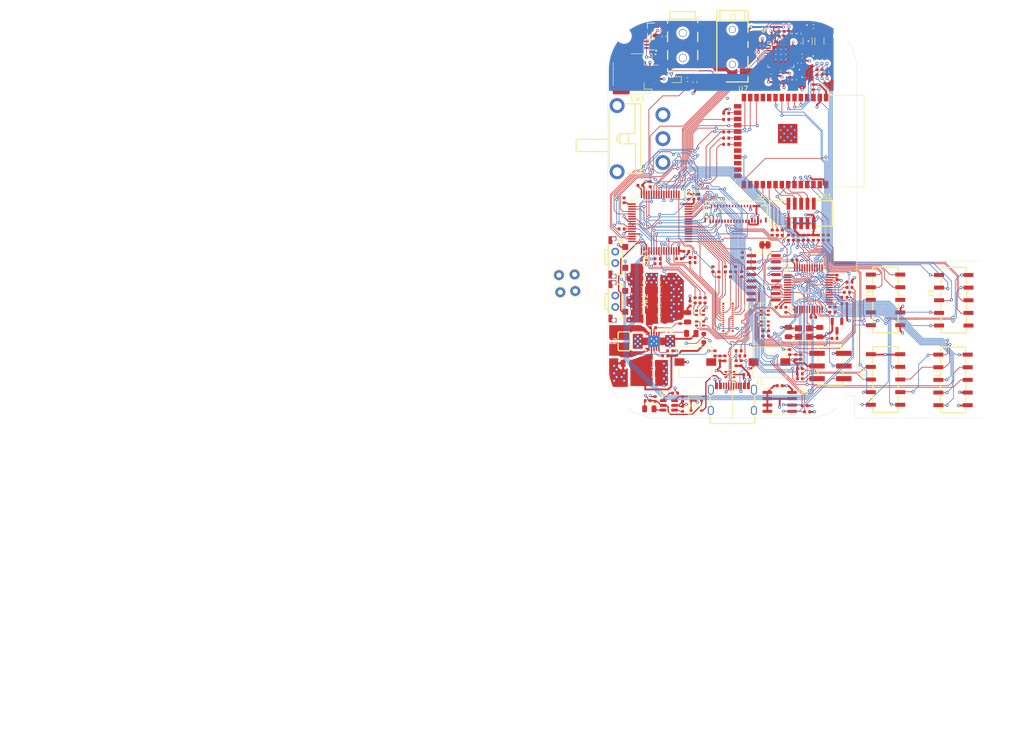
<source format=kicad_pcb>
(kicad_pcb (version 20241229) (generator "pcbnew") (generator_version "9.0")
  (title_block (title "Hactar PCB - Finn Berg, Brett Regnier") (date "2025-06-30") (rev "EV14") (company "CISCO SYSTEMS INC"))
  (layers (0 "F.Cu" signal) (4 "In1.Cu" power) (6 "In2.Cu" power) (2 "B.Cu" signal) (13 "F.Paste" user) (15 "B.Paste" user) (5 "F.SilkS" user "F.Silkscreen") (7 "B.SilkS" user "B.Silkscreen") (1 "F.Mask" user) (3 "B.Mask" user) (25 "Edge.Cuts" user))
  (net 0 "")
  (net 1 "+3.3VA")
  (net 2 "+3.3V")
  (net 3 "VBUS")
  (net 4 "GND")
  (net 5 "/UI_BOOT0")
  (net 6 "/MCLK")
  (net 7 "/MGMT_BOOT")
  (net 8 "/MGMT_NRST")
  (net 9 "/MIC_P")
  (net 10 "/LEDA_R")
  (net 11 "/DISP_BL")
  (net 12 "/LEDA_G")
  (net 13 "/BATTERY_MON")
  (net 14 "/LEDA_B")
  (net 15 "/KB_COL3")
  (net 16 "/KB_COL4")
  (net 17 "/DISP_DC")
  (net 18 "/DISP_CS")
  (net 19 "/KB_ROW5")
  (net 20 "/KB_ROW1")
  (net 21 "/KB_ROW2")
  (net 22 "/KB_ROW3")
  (net 23 "/KB_ROW4")
  (net 24 "/KB_ROW6")
  (net 25 "/KB_ROW7")
  (net 26 "/LEDB_R")
  (net 27 "/LEDB_G")
  (net 28 "Net-(D3-A)")
  (net 29 "Net-(U5-VIN)")
  (net 30 "Net-(U5-VAUX)")
  (net 31 "Net-(U5-FB)")
  (net 32 "/LEDB_B")
  (net 33 "Net-(U6-LINPUT1)")
  (net 34 "/HP_L")
  (net 35 "/KB_COL5")
  (net 36 "/KB_COL2")
  (net 37 "/MIC_N")
  (net 38 "/KB_COL1")
  (net 39 "/NET_LED_B")
  (net 40 "/NET_LED_G")
  (net 41 "/UI_RTS1_MGMT")
  (net 42 "/NET_LED_R")
  (net 43 "/UI_CTS1_MGMT")
  (net 44 "/UI_CTS2_NET")
  (net 45 "/NET_STAT")
  (net 46 "/NET_BOOT")
  (net 47 "Net-(U6-AMID)")
  (net 48 "/MGMT_SWDIO")
  (net 49 "/MGMT_SWCLK")
  (net 50 "/I2S_DACLRC")
  (net 51 "Net-(D1-A)")
  (net 52 "/UI_BOOT1")
  (net 53 "/I2S_BCLK")
  (net 54 "/I2S_ADCDAT")
  (net 55 "Net-(U6-HP_L)")
  (net 56 "/I2S_DACDAT")
  (net 57 "/USB_TX1_MGMT")
  (net 58 "/USB_RX1_MGMT")
  (net 59 "/UI_READY")
  (net 60 "/NET_READY")
  (net 61 "/SPI1_MISO")
  (net 62 "Net-(U6-LINPUT2)")
  (net 63 "/NET_TX1_MGMT")
  (net 64 "/NET_RX1_MGMT")
  (net 65 "/PTT_BTN")
  (net 66 "/PTT_AI_BTN")
  (net 67 "/SPI1_CLK")
  (net 68 "/SPI1_MOSI")
  (net 69 "/UI_RTS2_NET")
  (net 70 "/USB_CTS_MGMT")
  (net 71 "/NET_MTDI")
  (net 72 "/NET_MTCK")
  (net 73 "/NET_MTDO")
  (net 74 "/NET_MTMS")
  (net 75 "/USB_RTS_MGMT")
  (net 76 "/USB_DTR_MGMT")
  (net 77 "/NET_RTS1_MGMT")
  (net 78 "/NET_CTS1_MGMT")
  (net 79 "/RCC_OSC_IN")
  (net 80 "/RCC_OSC_OUT")
  (net 81 "/NET_NRST")
  (net 82 "Net-(U6-MICBIAS)")
  (net 83 "Net-(U10-VCAP_1)")
  (net 84 "Net-(U10-VCAP_2)")
  (net 85 "Net-(D4---Pad3)")
  (net 86 "Net-(D4---Pad4)")
  (net 87 "Net-(D4---Pad1)")
  (net 88 "Net-(D5---Pad3)")
  (net 89 "Net-(D5---Pad4)")
  (net 90 "Net-(D5---Pad1)")
  (net 91 "Net-(C46-Pad1)")
  (net 92 "Net-(C47-Pad1)")
  (net 93 "Net-(D6---Pad1)")
  (net 94 "Net-(D2-K)")
  (net 95 "Net-(D1-K)")
  (net 96 "/USB_CC2_DETECT")
  (net 97 "/USB_CC1_DETECT")
  (net 98 "/DISP_RST")
  (net 99 "/NET_DEBUG_3")
  (net 100 "/NET_DEBUG_2")
  (net 101 "/NET_DEBUG_1")
  (net 102 "Net-(D7-K)")
  (net 103 "/UI_NRST")
  (net 104 "/UI_SWCLK")
  (net 105 "/UI_SWDIO")
  (net 106 "/UI_SCL")
  (net 107 "/UI_SDA")
  (net 108 "/UI_TX1_MGMT")
  (net 109 "/UI_RX1_MGMT")
  (net 110 "/UI_LED_B")
  (net 111 "/UI_LED_G")
  (net 112 "/UI_LED_R")
  (net 113 "/UI_DEBUG_1")
  (net 114 "/UI_DEBUG_2")
  (net 115 "/UI_STAT")
  (net 116 "Net-(D8---Pad1)")
  (net 117 "Net-(JP1-A)")
  (net 118 "GNDA")
  (net 119 "/KB_LEDK_2&3")
  (net 120 "/KB_LEDK_1&4")
  (net 121 "/KB_LEDA_1&2")
  (net 122 "/KB_LEDA_3&4")
  (net 123 "Net-(U1-ISET)")
  (net 124 "Net-(U3-PC13)")
  (net 125 "Net-(U3-PB1)")
  (net 126 "Net-(U3-PB7)")
  (net 127 "/MIC_IO")
  (net 128 "Net-(Q1-D)")
  (net 129 "Net-(U3-PB9)")
  (net 130 "Net-(U1-TS)")
  (net 131 "/MGMT_DEBUG_2")
  (net 132 "/MGMT_DEBUG_1")
  (net 133 "/DISP_CLK")
  (net 134 "/DISP_MOSI")
  (net 135 "Net-(J1-CC2)")
  (net 136 "Net-(J1-CC1)")
  (net 137 "Net-(SW1-C)")
  (net 138 "Net-(U5-EN)")
  (net 139 "Net-(U5-PG)")
  (net 140 "Net-(D6---Pad3)")
  (net 141 "Net-(D6---Pad4)")
  (net 142 "Net-(U10-PB10)")
  (net 143 "Net-(U10-PA6)")
  (net 144 "Net-(U10-PB13)")
  (net 145 "Net-(U10-PB15)")
  (net 146 "Net-(U10-PC2)")
  (net 147 "Net-(U10-PC3)")
  (net 148 "Net-(U10-PC6)")
  (net 149 "Net-(U10-PC7)")
  (net 150 "Net-(U10-PC9)")
  (net 151 "Net-(D8---Pad3)")
  (net 152 "Net-(D8---Pad4)")
  (net 183 "Net-(U5-L1)")
  (net 184 "Net-(U5-L2)")
  (net 186 "/KB_MIC")
  (net 187 "/D_N")
  (net 188 "/D_P")
  (net 189 "/UD_N")
  (net 190 "/UD_P")
  (net 191 "/UI_RX2_NET_-")
  (net 192 "/UI_TX2_NET_+")
  (net 197 "Net-(U7-IO46)")
  (net 214 "Net-(Q2A-D)")
  (net 215 "Net-(U6-HP_R)")
  (net 216 "Net-(Q2B-D)")
  (net 217 "Net-(Q2A-G)")
  (net 218 "/HP_R")
  (net 219 "/UI_TX2_NET")
  (net 220 "/UI_RX2_NET")
  (net 222 "Net-(J9-Pin_7)")
  (net 223 "Net-(J9-Pin_3)")
  (net 224 "Net-(J9-Pin_8)")
  (net 225 "Net-(J9-Pin_2)")
  (net 227 "Net-(J9-Pin_6)")
  (footprint "Package_SO:SOIC-8_3.9x4.9mm_P1.27mm" (layer "F.Cu") (at 208.76 129.79)
    (property "Reference" "U8")
    (property "Value" "M24C02-RMN6TP" (hide yes))
  )
  (footprint "Capacitor_SMD:C_0805_2012Metric" (layer "F.Cu") (at 181.26 107.365 180)
    (property "Reference" "C35" (hide yes))
    (property "Value" "10u" (hide yes))
  )
  (footprint "Resistor_SMD:R_0603_1608Metric" (layer "F.Cu") (at 193.51 116.965 -90)
    (property "Reference" "R14" (hide yes))
    (property "Value" "0R1" (hide yes))
  )
  (footprint "NetTie:NetTie-4_SMD_Pad0.5mm" (layer "F.Cu") (at 213.26 65.79 90)
    (property "Reference" "NT1" (hide yes))
    (property "Value" "NetTie_4" (hide yes))
  )
  (footprint "Capacitor_SMD:C_0402_1005Metric" (layer "F.Cu") (at 208.9075 63.6575 180)
    (property "Reference" "C28" (hide yes))
    (property "Value" "4u7" (hide yes))
  )
  (footprint "RF_Module:ESP32-S3-WROOM-1" (layer "F.Cu") (at 212.82 77.39 -90)
    (property "Reference" "U7")
    (property "Value" "ESP32-S3-WROOM-1" (hide yes))
  )
  (footprint "Hactar_Footprints:SW-TH_SS-12D11G5R" (layer "F.Cu") (at 180.71 76.9 90)
    (property "Reference" "SW1")
    (property "Value" "SW_SPDT")
  )
  (footprint "Hactar_Footprints:USB-C_SMD-TYPE-C-31-M-12" (layer "F.Cu") (at 199.26 129.04)
    (property "Reference" "J1")
    (property "Value" "USB_C_Receptacle")
  )
  (footprint "Package_QFP:LQFP-48_7x7mm_P0.5mm" (layer "F.Cu") (at 214.51 107.04 90)
    (property "Reference" "U3")
    (property "Value" "STM32F072CBTx")
  )
  (footprint "Resistor_SMD:R_0402_1005Metric" (layer "F.Cu") (at 195.335 103.14 -90)
    (property "Reference" "R43" (hide yes))
    (property "Value" "4k7" (hide yes))
  )
  (footprint "Resistor_SMD:R_0402_1005Metric" (layer "F.Cu") (at 198.01 78.04)
    (property "Reference" "R45" (hide yes))
    (property "Value" "1k0" (hide yes))
  )
  (footprint "Resistor_SMD:R_0402_1005Metric" (layer "F.Cu") (at 215.535 54.365)
    (property "Reference" "R65" (hide yes))
    (property "Value" "100k" (hide yes))
  )
  (footprint "Resistor_SMD:R_0402_1005Metric" (layer "F.Cu") (at 201.01 122.03 90)
    (property "Reference" "R7" (hide yes))
    (property "Value" "5k1" (hide yes))
  )
  (footprint "Package_TO_SOT_SMD:SOT-23-6" (layer "F.Cu") (at 186.51 130.49)
    (property "Reference" "U1")
    (property "Value" "BQ21040DBV" (hide yes))
  )
  (footprint "Capacitor_SMD:C_0402_1005Metric" (layer "F.Cu") (at 208.51 110.79)
    (property "Reference" "C8" (hide yes))
    (property "Value" "100n" (hide yes))
  )
  (footprint "Hactar_Footprints:Texas_S-PWSON-N10_ThermalVias" (layer "F.Cu") (at 183.51 117.615 90)
    (property "Reference" "U5")
    (property "Value" "TPS63060" (hide yes))
  )
  (footprint "Capacitor_SMD:C_0402_1005Metric" (layer "F.Cu") (at 190.01 99.54)
    (property "Reference" "C39" (hide yes))
    (property "Value" "100n" (hide yes))
  )
  (footprint "Capacitor_SMD:C_0402_1005Metric" (layer "F.Cu") (at 189.26 129.21 -90)
    (property "Reference" "C4" (hide yes))
    (property "Value" "10u" (hide yes))
  )
  (footprint "Resistor_SMD:R_0402_1005Metric" (layer "F.Cu") (at 212.6725 55.78 90)
    (property "Reference" "R32" (hide yes))
    (property "Value" "100k" (hide yes))
  )
  (footprint "Resistor_SMD:R_0402_1005Metric" (layer "F.Cu") (at 182.26 129.54 180)
    (property "Reference" "R11" (hide yes))
    (property "Value" "1k5" (hide yes))
  )
  (footprint "Resistor_SMD:R_0402_1005Metric" (layer "F.Cu") (at 191.26 101.79 180)
    (property "Reference" "R42" (hide yes))
    (property "Value" "4k7" (hide yes))
  )
  (footprint "Capacitor_SMD:C_0402_1005Metric" (layer "F.Cu") (at 177.51 89.29 90)
    (property "Reference" "C40" (hide yes))
    (property "Value" "100n" (hide yes))
  )
  (footprint "Resistor_SMD:R_0402_1005Metric" (layer "F.Cu") (at 221.76 110.04)
    (property "Reference" "R25" (hide yes))
    (property "Value" "47k" (hide yes))
  )
  (footprint "Hactar_Footprints:AUDIO-SMD_PJ-242" (layer "F.Cu") (at 189.3 58.275)
    (property "Reference" "J4" (hide yes))
    (property "Value" "AudioJack4" (hide yes))
  )
  (footprint "MountingHole:MountingHole_2.7mm_M2.5" (layer "F.Cu") (at 221.01 129.79)
    (property "Reference" "H4")
    (property "Value" "MountingHole")
  )
  (footprint "Capacitor_SMD:C_0402_1005Metric" (layer "F.Cu") (at 202.01 124.29)
    (property "Reference" "C5" (hide yes))
    (property "Value" "10u" (hide yes))
  )
  (footprint "Capacitor_SMD:C_0805_2012Metric" (layer "F.Cu") (at 183.26 122.115)
    (property "Reference" "C15" (hide yes))
    (property "Value" "10u" (hide yes))
  )
  (footprint "Capacitor_SMD:C_0402_1005Metric" (layer "F.Cu") (at 181.51 101.29 180)
    (property "Reference" "C41" (hide yes))
    (property "Value" "100n" (hide yes))
  )
  (footprint "Capacitor_SMD:C_0402_1005Metric" (layer "F.Cu") (at 196.76 121.04 -90)
    (property "Reference" "C46" (hide yes))
    (property "Value" "100n" (hide yes))
  )
  (footprint "Resistor_SMD:R_0402_1005Metric" (layer "F.Cu") (at 191.26 100.79 180)
    (property "Reference" "R40" (hide yes))
    (property "Value" "4k7" (hide yes))
  )
  (footprint "Resistor_SMD:R_0402_1005Metric" (layer "F.Cu") (at 192.768685 109.382601 -90)
    (property "Reference" "R59" (hide yes))
    (property "Value" "150R" (hide yes))
  )
  (footprint "TestPoint:TestPoint_THTPad_D2.0mm_Drill1.0mm" (layer "F.Cu") (at 167.71 107.515)
    (property "Reference" "TP3" (hide yes))
    (property "Value" "TestPoint" (hide yes))
  )
  (footprint "Resistor_SMD:R_0402_1005Metric" (layer "F.Cu") (at 199.91 103.14 -90)
    (property "Reference" "R52" (hide yes))
    (property "Value" "680R" (hide yes))
  )
  (footprint "Resistor_SMD:R_0402_1005Metric" (layer "F.Cu") (at 215.51 66.54 90)
    (property "Reference" "R29" (hide yes))
    (property "Value" "15k" (hide yes))
  )
  (footprint "Resistor_SMD:R_0402_1005Metric" (layer "F.Cu") (at 185.76 120.54 180)
    (property "Reference" "R18" (hide yes))
    (property "Value" "100k" (hide yes))
  )
  (footprint "MountingHole:MountingHole_2.7mm_M2.5" (layer "F.Cu") (at 221.01 56.29)
    (property "Reference" "H3")
    (property "Value" "MountingHole")
  )
  (footprint "Resistor_SMD:R_0402_1005Metric" (layer "F.Cu") (at 212.01 120.79 90)
    (property "Reference" "R62" (hide yes))
    (property "Value" "4k7" (hide yes))
  )
  (footprint "MountingHole:MountingHole_2.7mm_M2.5" (layer "F.Cu") (at 177.51 56.29)
    (property "Reference" "H1")
    (property "Value" "MountingHole")
  )
  (footprint "Resistor_SMD:R_0402_1005Metric" (layer "F.Cu") (at 177.02 95.04)
    (property "Reference" "R50" (hide yes))
    (property "Value" "1k0" (hide yes))
  )
  (footprint "Resistor_SMD:R_0402_1005Metric" (layer "F.Cu") (at 209.28 95.79 -90)
    (property "Reference" "R34" (hide yes))
    (property "Value" "150R" (hide yes))
  )
  (footprint "TestPoint:TestPoint_THTPad_D2.0mm_Drill1.0mm" (layer "F.Cu") (at 164.435 104.315)
    (property "Reference" "TP1" (hide yes))
    (property "Value" "TestPoint" (hide yes))
  )
  (footprint "Resistor_SMD:R_0402_1005Metric" (layer "F.Cu") (at 200.51 119.54 180)
    (property "Reference" "R10" (hide yes))
    (property "Value" "1k0" (hide yes))
  )
  (footprint "Capacitor_SMD:C_0805_2012Metric" (layer "F.Cu") (at 181.26 111.365 180)
    (property "Reference" "C30" (hide yes))
    (property "Value" "10u" (hide yes))
  )
  (footprint "Resistor_SMD:R_0402_1005Metric" (layer "F.Cu") (at 198.01 76.79)
    (property "Reference" "R44" (hide yes))
    (property "Value" "1k0" (hide yes))
  )
  (footprint "Capacitor_SMD:C_0402_1005Metric" (layer "F.Cu") (at 180.76 86.29)
    (property "Reference" "C42" (hide yes))
    (property "Value" "100n" (hide yes))
  )
  (footprint "Hactar_Footprints:SOT-23-3_L2.9-W1.3-P1.90-LS2.4-BR" (layer "F.Cu") (at 182.93 55.23)
    (property "Reference" "Q3" (hide yes))
    (property "Value" "PMOS" (hide yes))
  )
  (footprint "Resistor_SMD:R_0402_1005Metric" (layer "F.Cu") (at 197.76 121.04 90)
    (property "Reference" "R61" (hide yes))
    (property "Value" "4k7" (hide yes))
  )
  (footprint "Resistor_SMD:R_0402_1005Metric" (layer "F.Cu") (at 198.01 71.79 180)
    (property "Reference" "R30" (hide yes))
    (property "Value" "4k7" (hide yes))
  )
  (footprint "Capacitor_SMD:C_0402_1005Metric" (layer "F.Cu") (at 208.5825 55.8 90)
    (property "Reference" "C32" (hide yes))
    (property "Value" "1u" (hide yes))
  )
  (footprint "Resistor_SMD:R_0402_1005Metric" (layer "F.Cu") (at 216.51 96.79 90)
    (property "Reference" "R67" (hide yes))
    (property "Value" "4k7" (hide yes))
  )
  (footprint "Resistor_SMD:R_0402_1005Metric" (layer "F.Cu") (at 205.42 116.04 90)
    (property "Reference" "R24" (hide yes))
    (property "Value" "150R" (hide yes))
  )
  (footprint "Diode_SMD:D_SOD-323" (layer "F.Cu") (at 192.01 131.54)
    (property "Reference" "D2" (hide yes))
    (property "Value" "1N5819WS" (hide yes))
  )
  (footprint "Resistor_SMD:R_0402_1005Metric" (layer "F.Cu") (at 213.51 96.78 90)
    (property "Reference" "R66" (hide yes))
    (property "Value" "4k7" (hide yes))
  )
  (footprint "Resistor_SMD:R_0402_1005Metric" (layer "F.Cu") (at 198.885 104.14 -90)
    (property "Reference" "R51" (hide yes))
    (property "Value" "680R" (hide yes))
  )
  (footprint "Capacitor_SMD:C_0402_1005Metric" (layer "F.Cu") (at 188.51 101.04 180)
    (property "Reference" "C44" (hide yes))
    (property "Value" "2u2" (hide yes))
  )
  (footprint "Resistor_SMD:R_0402_1005Metric" (layer "F.Cu") (at 198.01 75.54)
    (property "Reference" "R46" (hide yes))
    (property "Value" "1k0" (hide yes))
  )
  (footprint "Hactar_Footprints:SW-SMD_YIYUAN_YTS1C003XXX" (layer "F.Cu") (at 176.46 100.78 -90)
    (property "Reference" "SW3")
    (property "Value" "SW_Push")
  )
  (footprint "Capacitor_SMD:C_0805_2012Metric" (layer "F.Cu") (at 181.26 109.365 180)
    (property "Reference" "C31" (hide yes))
    (property "Value" "10u" (hide yes))
  )
  (footprint "Diode_SMD:D_SOD-523" (layer "F.Cu") (at 187.76 65.04 180)
    (property "Reference" "D7" (hide yes))
    (property "Value" "1N4148WT" (hide yes))
  )
  (footprint "Capacitor_SMD:C_0402_1005Metric" (layer "F.Cu") (at 209.6025 55.8 90)
    (property "Reference" "C36" (hide yes))
    (property "Value" "1u" (hide yes))
  )
  (footprint "Resistor_SMD:R_0402_1005Metric" (layer "F.Cu") (at 208.27 95.79 -90)
    (property "Reference" "R35" (hide yes))
    (property "Value" "150R" (hide yes))
  )
  (footprint "Capacitor_SMD:C_0402_1005Metric" (layer "F.Cu") (at 211.76 101.29 180)
    (property "Reference" "C9" (hide yes))
    (property "Value" "100n" (hide yes))
  )
  (footprint "Hactar_Footprints:SW-SMD_L6.0-W6.0-LS6.6" (layer "F.Cu") (at 206.7 121.79)
    (property "Reference" "SW5" (hide yes))
    (property "Value" "SW_Push" (hide yes))
  )
  (footprint "Resistor_SMD:R_0402_1005Metric" (layer "F.Cu") (at 186.76 119.54)
    (property "Reference" "R28" (hide yes))
    (property "Value" "100k" (hide yes))
  )
  (footprint "Diode_SMD:D_SOD-323" (layer "F.Cu") (at 192.01 129.54)
    (property "Reference" "D3" (hide yes))
    (property "Value" "1N5819WS" (hide yes))
  )
  (footprint "Capacitor_SMD:C_0402_1005Metric" (layer "F.Cu") (at 215.51 112.79)
    (property "Reference" "C1" (hide yes))
    (property "Value" "100n" (hide yes))
  )
  (footprint "Resistor_SMD:R_0402_1005Metric" (layer "F.Cu") (at 190.51 88.54 -90)
    (property "Reference" "R54" (hide yes))
    (property "Value" "4k7" (hide yes))
  )
  (footprint "Hactar_Footprints:AUDIO-SMD_PJ-320D" (layer "F.Cu") (at 199.26 60.525)
    (property "Reference" "J3")
    (property "Value" "AudioJack4")
  )
  (footprint "Package_SO:SOIC-16_3.9x9.9mm_P1.27mm" (layer "F.Cu") (at 205.535 104.845)
    (property "Reference" "U4")
    (property "Value" "CH340C" (hide yes))
  )
  (footprint "Resistor_SMD:R_0402_1005Metric" (layer "F.Cu") (at 216.26 63.54 -90)
    (property "Reference" "R70" (hide yes))
    (property "Value" "1k0" (hide yes))
  )
  (footprint "Resistor_SMD:R_0402_1005Metric" (layer "F.Cu") (at 201.26 120.54 180)
    (property "Reference" "R9" (hide yes))
    (property "Value" "1k0" (hide yes))
  )
  (footprint "Diode_SMD:D_0805_2012Metric" (layer "F.Cu") (at 182.5725 131.19 180)
    (property "Reference" "D1" (hide yes))
    (property "Value" "LED" (hide yes))
  )
  (footprint "Capacitor_SMD:C_0805_2012Metric" (layer "F.Cu") (at 184.76 111.365)
    (property "Reference" "C24" (hide yes))
    (property "Value" "10u" (hide yes))
  )
  (footprint "Resistor_SMD:R_0402_1005Metric" (layer "F.Cu") (at 184.26 101.04 180)
    (property "Reference" "R12" (hide yes))
    (property "Value" "4k7" (hide yes))
  )
  (footprint "Capacitor_SMD:C_0805_2012Metric" (layer "F.Cu") (at 216.796473 115.779323 90)
    (property "Reference" "C3" (hide yes))
    (property "Value" "33p" (hide yes))
  )
  (footprint "Package_DFN_QFN:QFN-32-1EP_5x5mm_P0.5mm_EP3.45x3.45mm_ThermalVias" (layer "F.Cu") (at 208.99 59.97 -90)
    (property "Reference" "U6")
    (property "Value" "WM8960CGEFL/RV" (hide yes))
  )
  (footprint "Hactar_Footprints:SW-SMD_YIYUAN_YTS1C003XXX" (layer "F.Cu") (at 176.47 109.61 -90)
    (property "Reference" "SW2")
    (property "Value" "SW_Push")
  )
  (footprint "Capacitor_SMD:C_0402_1005Metric" (layer "F.Cu") (at 212.6775 57.72 -90)
    (property "Reference" "C25" (hide yes))
    (property "Value" "100n" (hide yes))
  )
  (footprint "Hactar_Footprints:LED-ARRAY-SMD_4P-L1.6-W1.5-TL_NH-B1515RGBA" (layer "F.Cu") (at 192.76 111.89)
    (property "Reference" "D8" (hide yes))
    (property "Value" "NH-B1515RGBA-HF" (hide yes))
  )
  (footprint "Capacitor_SMD:C_0402_1005Metric" (layer "F.Cu") (at 212.81 123.13)
    (property "Reference" "C18" (hide yes))
    (property "Value" "100n" (hide yes))
  )
  (footprint "Capacitor_SMD:C_0805_2012Metric" (layer "F.Cu") (at 178.26 122.04 180)
    (property "Reference" "C14" (hide yes))
    (property "Value" "100n" (hide yes))
  )
  (footprint "Hactar_Footprints:CONN-SMD_HCTL_HC-FPC-03-09-35RLTAG" (layer "F.Cu") (at 199.885 91.97)
    (property "Reference" "J6")
    (property "Value" "Conn_01x35_Socket" (hide yes))
  )
  (footprint "Capacitor_SMD:C_0805_2012Metric" (layer "F.Cu") (at 184.76 107.365)
    (property "Reference" "C29" (hide yes))
    (property "Value" "10u" (hide yes))
  )
  (footprint "Hactar_Footprints:LED-ARRAY-SMD_4P-L1.6-W1.5-TL_NH-B1515RGBA" (layer "F.Cu") (at 205.76 111.89)
    (property "Reference" "D4" (hide yes))
    (property "Value" "NH-B1515RGBA-HF" (hide yes))
  )
  (footprint "Resistor_SMD:R_0402_1005Metric" (layer "F.Cu") (at 210.6225 55.79 -90)
    (property "Reference" "R31" (hide yes))
    (property "Value" "2k2" (hide yes))
  )
  (footprint "Resistor_SMD:R_0402_1005Metric" (layer "F.Cu") (at 190.26 65.04 180)
    (property "Reference" "R36" (hide yes))
    (property "Value" "47k" (hide yes))
  )
  (footprint "Capacitor_SMD:C_0402_1005Metric" (layer "F.Cu") (at 190.76 110.02 -90)
    (property "Reference" "C13" (hide yes))
    (property "Value" "100n" (hide yes))
  )
  (footprint "Resistor_SMD:R_0402_1005Metric" (layer "F.Cu") (at 189.26 131.19 90)
    (property "Reference" "R1" (hide yes))
    (property "Value" "680R" (hide yes))
  )
  (footprint "Resistor_SMD:R_0402_1005Metric" (layer "F.Cu") (at 182.76 86.04 90)
    (property "Reference" "R55" (hide yes))
    (property "Value" "4k7" (hide yes))
  )
  (footprint "Resistor_SMD:R_0402_1005Metric" (layer "F.Cu") (at 198.01 73.04 180)
    (property "Reference" "R49" (hide yes))
    (property "Value" "1k0" (hide yes))
  )
  (footprint "Resistor_SMD:R_0402_1005Metric" (layer "F.Cu") (at 210.01 111.29 -90)
    (property "Reference" "R2" (hide yes))
    (property "Value" "4k7" (hide yes))
  )
  (footprint "MountingHole:MountingHole_2.7mm_M2.5" (layer "F.Cu") (at 177.51 129.79)
    (property "Reference" "H2")
    (property "Value" "MountingHole")
  )
  (footprint "Resistor_SMD:R_0402_1005Metric" (layer "F.Cu") (at 219.76 117.04)
    (property "Reference" "R20" (hide yes))
    (property "Value" "150R" (hide yes))
  )
  (footprint "Capacitor_SMD:C_0805_2012Metric" (layer "F.Cu") (at 210.496473 115.754323 -90)
    (property "Reference" "C2" (hide yes))
    (property "Value" "33p" (hide yes))
  )
  (footprint "Package_TO_SOT_SMD:SOT-23" (layer "F.Cu") (at 220.26 114.54 -90)
    (property "Reference" "Q1" (hide yes))
    (property "Value" "2N7002" (hide yes))
  )
  (footprint "Hactar_Footprints:IDC-SMD_10P-P1.27_X1270WVS-2X05B-6TV01" (layer "F.Cu") (at 213.06 91.92)
    (property "Reference" "CN1")
    (property "Value" "Conn_05x02_Female")
  )
  (footprint "Resistor_SMD:R_0402_1005Metric" (layer "F.Cu") (at 187.76 128.04)
    (property "Reference" "R6" (hide yes))
    (property "Value" "10k" (hide yes))
  )
  (footprint "Resistor_SMD:R_0402_1005Metric" (layer "F.Cu") (at 219.87 111.23 -90)
    (property "Reference" "R39" (hide yes))
    (property "Value" "4k7" (hide yes))
  )
  (footprint "Resistor_SMD:R_0402_1005Metric" (layer "F.Cu") (at 217.26 63.54 -90)
    (property "Reference" "R71" (hide yes))
    (property "Value" "1k0" (hide yes))
  )
  (footprint "Resistor_SMD:R_0402_1005Metric" (layer "F.Cu") (at 195.76 120.04 -90)
    (property "Reference" "R57" (hide yes))
    (property "Value" "1k0" (hide yes))
  )
  (footprint "Resistor_SMD:R_0402_1005Metric" (layer "F.Cu") (at 221.76 108.79 180)
    (property "Reference" "R21" (hide yes))
    (property "Value" "150R" (hide yes))
  )
  (footprint "Resistor_SMD:R_0402_1005Metric" (layer "F.Cu") (at 207.26 95.79 -90)
    (property "Reference" "R33" (hide yes))
    (property "Value" "180R" (hide yes))
  )
  (footprint "Inductor_SMD:L_0603_1608Metric" (layer "F.Cu") (at 208.76 65.54)
    (property "Reference" "L1" (hide yes))
    (property "Value" "120Ω" (hide yes))
  )
  (footprint "Capacitor_SMD:C_1206_3216Metric" (layer "F.Cu") (at 216.735 57.315 90)
    (property "Reference" "C48" (hide yes))
    (property "Value" "100u" (hide yes))
  )
  (footprint "Hactar_Footprints:MCL2016A1R0MT" (layer "F.Cu") (at 177.51 117.615 90)
    (property "Reference" "L2")
    (property "Value" "1uH")
  )
  (footprint "Resistor_SMD:R_0402_1005Metric" (layer "F.Cu") (at 201.11 104.14 -90)
    (property "Reference" "R53" (hide yes))
    (property "Value" "680R" (hide yes))
  )
  (footprint "Capacitor_SMD:C_0402_1005Metric" (layer "F.Cu") (at 208.76 126.54)
    (property "Reference" "C38" (hide yes))
    (property "Value" "100n" (hide yes))
  )
  (footprint "Resistor_SMD:R_0402_1005Metric" (layer "F.Cu") (at 212.79 124.15)
    (property "Reference" "R22" (hide yes))
    (property "Value" "4k7" (hide yes))
  )
  (footprint "Capacitor_SMD:C_0402_1005Metric" (layer "F.Cu") (at 192.51 88.54 -90)
    (property "Reference" "C45" (hide yes))
    (property "Value" "2u2" (hide yes))
  )
  (footprint "Hactar_Footprints:JST_PH_S2B-PH-SM4-TB_1x02-1MP_P2.00mm_Horizontal" (layer "F.Cu") (at 179.84 63.9 -90)
    (property "Reference" "J2" (hide yes))
    (property "Value" "Conn_01x02_Socket" (hide yes))
  )
  (footprint "Resistor_SMD:R_0402_1005Metric" (layer "F.Cu") (at 213.76 130.54 180)
    (property "Reference" "R16" (hide yes))
    (property "Value" "1k5" (hide yes))
  )
  (footprint "Hactar_Footprints:LED-ARRAY-SMD_4P-L1.6-W1.5-TL_NH-B1515RGBA" (layer "F.Cu") (at 205.76 114.04)
    (property "Reference" "D5" (hide yes))
    (property "Value" "NH-B1515RGBA-HF" (hide yes))
  )
  (footprint "Resistor_SMD:R_0402_1005Metric" (layer "F.Cu") (at 218.51 96.79 90)
    (property "Reference" "R73" (hide yes))
    (property "Value" "1k0" (hide yes))
  )
  (footprint "Resistor_SMD:R_0402_1005Metric" (layer "F.Cu") (at 191.768685 109.382601 -90)
    (property "Reference" "R60" (hide yes))
    (property "Value" "150R" (hide yes))
  )
  (footprint "Hactar_Footprints:HDR-SMD_10P-P2.54-V-F-R2-C5-LS7.1-1" (layer "F.Cu") (at 230.01 125.295 90)
    (property "Reference" "J10")
    (property "Value" "Conn_02x05_Counter_Clockwise" (hide yes))
  )
  (footprint "Resistor_SMD:R_0402_1005Metric" (layer "F.Cu") (at 184.26 102.04 180)
    (property "Reference" "R13" (hide yes))
    (property "Value" "15k" (hide yes))
  )
  (footprint "Package_QFP:LQFP-64_10x10mm_P0.5mm" (layer "F.Cu") (at 184.76 93.79)
    (property "Reference" "U10")
    (property "Value" "STM32F405RGTx")
  )
  (footprint "Capacitor_SMD:C_0402_1005Metric" (layer "F.Cu") (at 211.6525 55.8 -90)
    (property "Reference" "C37" (hide yes))
    (property "Value" "4u7" (hide yes))
  )
  (footprint "Hactar_Footprints:SOT-363_L2.1-W1.3-P0.65-LS2.3-BL" (layer "F.Cu") (at 182.92 58.02 90)
    (property "Reference" "Q2" (hide yes))
    (property "Value" "Q_Dual_NMOS_S1G1D2S2G2D1" (hide yes))
  )
  (footprint "Capacitor_SMD:C_0402_1005Metric" (layer "F.Cu") (at 213.26 60.29)
    (property "Reference" "C33" (hide yes))
    (property "Value" "4u7" (hide yes))
  )
  (footprint "Capacitor_SMD:C_0402_1005Metric" (layer "F.Cu") (at 205.1775 58.22 -90)
    (property "Reference" "C21" (hide yes))
    (property "Value" "100n" (hide yes))
  )
  (footprint "Package_TO_SOT_SMD:SOT-666" (layer "F.Cu") (at 198.76 124.29)
    (property "Reference" "U2" (hide yes))
    (property "Value" "USBLC6-2P6" (hide yes))
  )
  (footprint "Hactar_Footprints:SW-SMD_L6.0-W6.0-LS6.6" (layer "F.Cu") (at 191.82 121.79)
    (property "Reference" "SW4" (hide yes))
    (property "Value" "SW_Push" (hide yes))
  )
  (footprint "Resistor_SMD:R_0402_1005Metric" (layer "F.Cu") (at 193.768685 109.382601 -90)
    (property "Reference" "R56" (hide yes))
    (property "Value" "180R" (hide yes))
  )
  (footprint "Capacitor_SMD:C_0402_1005Metric" (layer "F.Cu") (at 206.6775 56.22)
    (property "Reference" "C23" (hide yes))
    (property "Value" "100n" (hide yes))
  )
  (footprint "Capacitor_SMD:C_0402_1005Metric" (layer "F.Cu") (at 213.01 120.77 -90)
    (property "Reference" "C47" (hide yes))
    (property "Value" "100n" (hide yes))
  )
  (footprint "Capacitor_SMD:C_0402_1005Metric" (layer "F.Cu") (at 212.81 125.16 180)
    (property "Reference" "C17" (hide yes))
    (property "Value" "100n" (hide yes))
  )
  (footprint "Capacitor_SMD:C_0805_2012Metric" (layer "F.Cu") (at 184.76 113.365)
    (property "Reference" "C22" (hide yes))
    (property "Value" "100n" (hide yes))
  )
  (footprint "Resistor_SMD:R_0402_1005Metric" (layer "F.Cu") (at 222.76 105.715 180)
    (property "Reference" "R3" (hide yes))
    (property "Value" "4k7" (hide yes))
  )
  (footprint "Resistor_SMD:R_0402_1005Metric" (layer "F.Cu") (at 214.26 131.79 180)
    (property "Reference" "R19" (hide yes))
    (property "Value" "1k5" (hide yes))
  )
  (footprint "Hactar_Footprints:HDR-SMD_10P-P2.54-V-F-R2-C5-LS7.1-1" (layer "F.Cu") (at 230.01 109.29 90)
    (property "Reference" "J8")
    (property "Value" "Conn_02x05_Counter_Clockwise" (hide yes))
  )
  (footprint "Resistor_SMD:R_0402_1005Metric" (layer "F.Cu") (at 196.56 104.19 90)
    (property "Reference" "R47" (hide yes))
    (property "Value" "680R" (hide yes))
  )
  (footprint "Capacitor_SMD:C_0402_1005Metric" (layer "F.Cu") (at 212.74 61.72 -90)
    (property "Reference" "C26" (hide yes))
    (property "Value" "4u7" (hide yes))
  )
  (footprint "Resistor_SMD:R_0402_1005Metric" (layer "F.Cu") (at 212.51 96.79 90)
    (property "Reference" "R64" (hide yes))
    (property "Value" "47k" (hide yes))
  )
  (footprint "Resistor_SMD:R_0402_1005Metric" (layer "F.Cu") (at 210.51 96.79 90)
    (property "Reference" "R5" (hide yes))
    (property "Value" "1k0" (hide yes))
  )
  (footprint "Capacitor_SMD:C_0805_2012Metric" (layer "F.Cu") (at 184.76 109.365)
    (property "Reference" "C27" (hide yes))
    (property "Value" "10u" (hide yes))
  )
  (footprint "Capacitor_SMD:C_0805_2012Metric" (layer "F.Cu") (at 183.26 124.115)
    (property "Reference" "C16" (hide yes))
    (property "Value" "10u" (hide yes))
  )
  (footprint "Resistor_SMD:R_0402_1005Metric" (layer "F.Cu") (at 188.76 113.54 -90)
    (property "Reference" "R27" (hide yes))
    (property "Value" "64k9" (hide yes))
  )
  (footprint "Resistor_SMD:R_0402_1005Metric" (layer "F.Cu") (at 218.82 111.22 -90)
    (property "Reference" "R38" (hide yes))
    (property "Value" "4k7" (hide yes))
  )
  (footprint "Resistor_SMD:R_0402_1005Metric" (layer "F.Cu") (at 185.51 56.38 -90)
    (property "Reference" "R63" (hide yes))
    (property "Value" "1k0" (hide yes))
  )
  (footprint "Capacitor_SMD:C_0402_1005Metric" (layer "F.Cu") (at 211.76 65.04 90)
    (property "Reference" "C11" (hide yes))
    (property "Value" "10n" (hide yes))
  )
  (footprint "Resistor_SMD:R_0402_1005Metric" (layer "F.Cu") (at 211.51 96.79 90)
    (property "Reference" "R4" (hide yes))
    (property "Value" "1k0" (hide yes))
  )
  (footprint "Resistor_SMD:R_0402_1005Metric" (layer "F.Cu") (at 197.835 103.14 90)
    (property "Reference" "R48" (hide yes))
    (property "Value" "680R" (hide yes))
  )
  (footprint "Resistor_SMD:R_0402_1005Metric" (layer "F.Cu") (at 191.76 65.54 90)
    (property "Reference" "R37" (hide yes))
    (property "Value" "100k" (hide yes))
  )
  (footprint "NetTie:NetTie-2_SMD_Pad0.5mm" (layer "F.Cu") (at 208.0525 54.47 180)
    (property "Reference" "JP2" (hide yes))
    (property "Value" "SolderJumper_2_Bridged" (hide yes))
  )
  (footprint "Resistor_SMD:R_0402_1005Metric" (layer "F.Cu") (at 210.76 119.79 -90)
    (property "Reference" "R58" (hide yes))
    (property "Value" "1k0" (hide yes))
  )
  (footprint "Resistor_SMD:R_0402_1005Metric" (layer "F.Cu") (at 200.01 122.03 90)
    (property "Reference" "R8" (hide yes))
    (property "Value" "5k1" (hide yes))
  )
  (footprint "Hactar_Footprints:HDR-SMD_6P-P2.54-V-M-R2-C3-LS7.5-2" (layer "F.Cu") (at 218.95 122.58 90)
    (property "Reference" "J5" (hide yes))
    (property "Value" "Conn_02x03_Odd_Even" (hide yes))
  )
  (footprint "Resistor_SMD:R_0402_1005Metric" (layer "F.Cu") (at 218.26 63.54 -90)
    (property "Reference" "R72" (hide yes))
    (property "Value" "1k0" (hide yes))
  )
  (footprint "Capacitor_SMD:C_0402_1005Metric" (layer "F.Cu") (at 191.51 88.56 90)
    (property "Reference" "C43" (hide yes))
    (property "Value" "100n" (hide yes))
  )
  (footprint "Capacitor_SMD:C_0805_2012Metric" (layer "F.Cu") (at 191.01 116.04)
    (property "Reference" "C19" (hide yes))
    (property "Value" "100n" (hide yes))
  )
  (footprint "Hactar_Footprints:HDR-SMD_10P-P2.54-V-F-R2-C5-LS7.1-1" (layer "F.Cu") (at 243.56 125.37 90)
    (property "Reference" "J7")
    (property "Value" "Conn_02x05_Counter_Clockwise" (hide yes))
  )
  (footprint "Resistor_SMD:R_0402_1005Metric" (layer "F.Cu") (at 222.26 107.79 180)
    (property "Reference" "R15" (hide yes))
    (property "Value" "180R" (hide yes))
  )
  (footprint "Resistor_SMD:R_0402_1005Metric" (layer "F.Cu") (at 183.32 114.89 180)
    (property "Reference" "R26" (hide yes))
    (property "Value" "360k" (hide yes))
  )
  (footprint "Capacitor_SMD:C_0402_1005Metric" (layer "F.Cu") (at 210.76 65.04 90)
    (property "Reference" "C10" (hide yes))
    (property "Value" "1u" (hide yes))
  )
  (footprint "Crystal:Crystal_SMD_3225-4Pin_3.2x2.5mm" (layer "F.Cu") (at 213.646473 115.854323)
    (property "Reference" "Y1" (hide yes))
    (property "Value" "Crystal_GND24" (hide yes))
  )
  (footprint "TestPoint:TestPoint_THTPad_D2.0mm_Drill1.0mm" (layer "F.Cu") (at 167.585 104.19)
    (property "Reference" "TP2" (hide yes))
    (property "Value" "TestPoint" (hide yes))
  )
  (footprint "Hactar_Footprints:LED-ARRAY-SMD_4P-L1.6-W1.5-TL_NH-B1515RGBA" (layer "F.Cu") (at 192.76 114.04)
    (property "Reference" "D6" (hide yes))
    (property "Value" "NH-B1515RGBA-HF" (hide yes))
  )
  (footprint "Resistor_SMD:R_0402_1005Metric" (layer "F.Cu") (at 206.51 116.04 -90)
    (property "Reference" "R17" (hide yes))
    (property "Value" "180R" (hide yes))
  )
  (footprint "TestPoint:TestPoint_THTPad_D2.0mm_Drill1.0mm" (layer "F.Cu") (at 164.71 107.765)
    (property "Reference" "TP4" (hide yes))
    (property "Value" "TestPoint" (hide yes))
  )
  (footprint "Resistor_SMD:R_0402_1005Metric" (layer "F.Cu") (at 201.26 100.29 90)
    (property "Reference" "R41" (hide yes))
    (property "Value" "4k7" (hide yes))
  )
  (footprint "Capacitor_SMD:C_0805_2012Metric" (layer "F.Cu") (at 190.26 112.79 90)
    (property "Reference" "C20" (hide yes))
    (property "Value" "2p2" (hide yes))
  )
  (footprint "Capacitor_SMD:C_0402_1005Metric" (layer "F.Cu") (at 220.26 104.79 90)
    (property "Reference" "C6" (hide yes))
    (property "Value" "100n" (hide yes))
  )
  (footprint "Capacitor_SMD:C_0402_1005Metric" (layer "F.Cu") (at 183.76 129.21 90)
    (property "Reference" "C12" (hide yes))
    (property "Value" "10u" (hide yes))
  )
  (footprint "Hactar_Footprints:BM14B(0.B)-24DS-0.4V(53)" (layer "F.Cu") (at 199.572653 115.761432 90)
    (property "Reference" "U9" (hide yes))
    (property "Value" "BM14B(0.8)-24DS-0.4V(53)" (hide yes))
  )
  (footprint "Resistor_SMD:R_0402_1005Metric" (layer "F.Cu") (at 214.51 96.78 90)
    (property "Reference" "R68" (hide yes))
    (property "Value" "4k7" (hide yes))
  )
  (footprint "Hactar_Footprints:HDR-SMD_10P-P2.54-V-F-R2-C5-LS7.1-1" (layer "F.Cu") (at 243.71 109.37 90)
    (property "Reference" "J9")
    (property "Value" "Conn_02x05_Counter_Clockwise" (hide yes))
  )
  (footprint "Resistor_SMD:R_0402_1005Metric" (layer "F.Cu") (at 217.51 96.79 90)
    (property "Reference" "R74" (hide yes))
    (property "Value" "1k0" (hide yes))
  )
  (footprint "Jumper:SolderJumper-2_P1.3mm_Bridged_RoundedPad1.0x1.5mm" (layer "F.Cu") (at 205.8 98.25)
    (property "Reference" "JP1" (hide yes))
    (property "Value" "SolderJumper_2_Bridged" (hide yes))
  )
  (footprint "Capacitor_SMD:C_1206_3216Metric" (layer "F.Cu") (at 214.36 57.315 90)
    (property "Reference" "C34" (hide yes))
    (property "Value" "100u" (hide yes))
  )
  (footprint "Resistor_SMD:R_0402_1005Metric" (layer "F.Cu") (at 222.76 106.79 180)
    (property "Reference" "R23" (hide yes))
    (property "Value" "150R" (hide yes))
  )
  (footprint "Capacitor_SMD:C_0402_1005Metric" (layer "F.Cu") (at 207.01 64.29)
    (property "Reference" "C7" (hide yes))
    (property "Value" "1u" (hide yes))
  )
  (footprint "Resistor_SMD:R_0402_1005Metric" (layer "F.Cu") (at 215.51 96.79 90)
    (property "Reference" "R69" (hide yes))
    (property "Value" "4k7" (hide yes))
  )
  (gr_line (start 199.26 133.04) (end 199.26 118.04) (stroke (width 0.12)) (layer "F.SilkS"))
  (gr_line (start 199.26 123.04) (end 199.26 133.29) (stroke (width 0.12)) (layer "F.SilkS"))
  (gr_line (start 224.26 101.29) (end 224.26 123.04) (stroke (width 0.12)) (layer "F.SilkS"))
  (gr_line (start 222.685 128.465) (end 222.626184 128.517859) (stroke (width 0.05)) (layer "Edge.Cuts"))
  (gr_arc (start 222.626185 128.517859) (mid 219.015071 131.837118) (end 214.26 133.04) (stroke (width 0.05)) (layer "Edge.Cuts"))
  (gr_arc (start 184.26 133.04) (mid 177.188932 130.111068) (end 174.26 123.04) (stroke (width 0.05)) (layer "Edge.Cuts"))
  (gr_line (start 224.26 101.49) (end 249.26 101.49) (stroke (width 0.05)) (layer "Edge.Cuts"))
  (gr_line (start 214.26 133.04) (end 184.26 133.04) (stroke (width 0.05)) (layer "Edge.Cuts"))
  (gr_arc (start 224.263553 133.036447) (mid 223.91 132.89) (end 223.763553 132.536447) (stroke (width 0.05)) (layer "Edge.Cuts"))
  (gr_arc (start 174.26 63.04) (mid 177.188932 55.968932) (end 184.26 53.04) (stroke (width 0.05)) (layer "Edge.Cuts"))
  (gr_line (start 223.763553 128.465) (end 222.685 128.465) (stroke (width 0.05)) (layer "Edge.Cuts"))
  (gr_line (start 224.26 133.04) (end 249.51 133.065) (stroke (width 0.05)) (layer "Edge.Cuts"))
  (gr_line (start 224.26 62.99) (end 224.26 101.49) (stroke (width 0.05)) (layer "Edge.Cuts"))
  (gr_line (start 184.26 53.04) (end 214.26 53.04) (stroke (width 0.05)) (layer "Edge.Cuts"))
  (gr_arc (start 214.26 53.04) (mid 221.331068 55.968932) (end 224.26 63.04) (stroke (width 0.05)) (layer "Edge.Cuts"))
  (gr_line (start 223.763553 132.5364) (end 223.763553 128.715) (stroke (width 0.05)) (layer "Edge.Cuts"))
  (gr_line (start 223.763553 128.715) (end 223.763553 128.465) (stroke (width 0.05)) (layer "Edge.Cuts"))
  (gr_line (start 174.26 123.04) (end 174.26 63.04) (stroke (width 0.05)) (layer "Edge.Cuts"))
  (segment (start 209.24 62.4075) (end 209.24 63.51) (width 0.254) (layer "F.Cu") (net 1))
  (segment (start 209.24 63.51) (end 209.3875 63.6575) (width 0.254) (layer "F.Cu") (net 1))
  (segment (start 210.6275 63.6575) (end 210.76 63.79) (width 0.381) (layer "F.Cu") (net 1))
  (segment (start 211.4275 57.6225) (end 211.51 57.54) (width 0.254) (layer "F.Cu") (net 1))
  (segment (start 212.6775 58.2) (end 212.6575 58.22) (width 0.254) (layer "F.Cu") (net 1))
  (segment (start 212.74 61.24) (end 214.71 61.24) (width 0.381) (layer "F.Cu") (net 1))
  (segment (start 211.4275 61.22) (end 212.72 61.22) (width 0.254) (layer "F.Cu") (net 1))
  (segment (start 214.71 61.24) (end 214.76 61.29) (width 0.381) (layer "F.Cu") (net 1))
  (segment (start 180.8925 96.334997) (end 180.597503 96.04) (width 0.254) (layer "F.Cu") (net 1))
  (segment (start 210.74 65.54) (end 210.76 65.52) (width 0.381) (layer "F.Cu") (net 1))
  (segment (start 180.597503 96.04) (end 179.085 96.04) (width 0.254) (layer "F.Cu") (net 1))
  (segment (start 209.5475 65.54) (end 210.74 65.54) (width 0.381) (layer "F.Cu") (net 1))
  (segment (start 209.5475 66.5775) (end 209.5475 65.54) (width 0.381) (layer "F.Cu") (net 1))
  (segment (start 209.3875 63.6575) (end 210.6275 63.6575) (width 0.381) (layer "F.Cu") (net 1))
  (segment (start 212.6575 58.22) (end 211.4275 58.22) (width 0.254) (layer "F.Cu") (net 1))
  (segment (start 211.4275 58.22) (end 211.4275 57.6225) (width 0.254) (layer "F.Cu") (net 1))
  (segment (start 209.635 66.665) (end 209.5475 66.5775) (width 0.381) (layer "F.Cu") (net 1))
  (segment (start 210.76 65.52) (end 211.76 65.52) (width 0.381) (layer "F.Cu") (net 1))
  (via (at 210.76 63.79) (size 0.6) (drill 0.3) (layers "F.Cu" "B.Cu") (net 1))
  (via (at 180.8925 96.334997) (size 0.6) (drill 0.3) (layers "F.Cu" "B.Cu") (net 1))
  (via (at 211.51 57.54) (size 0.6) (drill 0.3) (layers "F.Cu" "B.Cu") (net 1))
  (via (at 214.76 61.29) (size 0.6) (drill 0.3) (layers "F.Cu" "B.Cu") (net 1))
  (via (at 209.635 66.665) (size 0.6) (drill 0.3) (layers "F.Cu" "B.Cu") (net 1))
  (segment (start 180.28 86.385) (end 180.28 86.29) (width 0.254) (layer "F.Cu") (net 2))
  (segment (start 219.56 120.04) (end 219.52 120.08) (width 0.381) (layer "F.Cu") (net 2))
  (segment (start 204.53 59.55) (end 204.49 59.51) (width 0.381) (layer "F.Cu") (net 2))
  (segment (start 206.51 65.54) (end 206.51 64.31) (width 0.381) (layer "F.Cu") (net 2))
  (segment (start 210.16 126.54) (end 209.24 126.54) (width 0.381) (layer "F.Cu") (net 2))
  (segment (start 218.6725 104.29) (end 220.24 104.29) (width 0.254) (layer "F.Cu") (net 2))
  (segment (start 206.51 65.54) (end 207.9725 65.54) (width 0.381) (layer "F.Cu") (net 2))
  (segment (start 211.76 111.2025) (end 211.0975 111.2025) (width 0.254) (layer "F.Cu") (net 2))
  (segment (start 190.435 90.04) (end 189.06 90.04) (width 0.381) (layer "F.Cu") (net 2))
  (segment (start 188.935 99.465) (end 188.51 99.465) (width 0.381) (layer "F.Cu") (net 2))
  (segment (start 220.24 104.29) (end 220.26 104.31) (width 0.254) (layer "F.Cu") (net 2))
  (segment (start 210.3475 109.79) (end 209.785 109.79) (width 0.254) (layer "F.Cu") (net 2))
  (segment (start 194.01 110.79) (end 193.46 111.34) (width 0.254) (layer "F.Cu") (net 2))
  (segment (start 232.985 115.49) (end 232.985 114.395) (width 0.381) (layer "F.Cu") (net 2))
  (segment (start 202.5 123.08) (end 203.045 123.08) (width 0.381) (layer "F.Cu") (net 2))
  (segment (start 215.76 112.268) (end 215.99 112.498) (width 0.254) (layer "F.Cu") (net 2))
  (segment (start 211.235 127.275) (end 211.235 127.885) (width 0.381) (layer "F.Cu") (net 2))
  (segment (start 216.26 70.09) (end 216.81 69.54) (width 0.381) (layer "F.Cu") (net 2))
  (segment (start 176.42 107.46) (end 176.83 107.87) (width 0.254) (layer "F.Cu") (net 2))
  (segment (start 206.51 64.31) (end 206.53 64.29) (width 0.381) (layer "F.Cu") (net 2))
  (segment (start 176.83 111.41) (end 177.1 111.68) (width 0.254) (layer "F.Cu") (net 2))
  (segment (start 205.1975 58.72) (end 205.1775 58.7) (width 0.254) (layer "F.Cu") (net 2))
  (segment (start 180.1185 97.8615) (end 176.83 101.15) (width 0.254) (layer "F.Cu") (net 2))
  (segment (start 177.53 89.79) (end 177.51 89.77) (width 0.254) (layer "F.Cu") (net 2))
  (segment (start 204.49 58.84) (end 204.63 58.7) (width 0.381) (layer "F.Cu") (net 2))
  (segment (start 209.01 110.565) (end 209.01 110.77) (width 0.254) (layer "F.Cu") (net 2))
  (segment (start 191.51 89.79) (end 191.26 90.04) (width 0.381) (layer "F.Cu") (net 2))
  (segment (start 211.28 101.29) (end 211.28 101.56) (width 0.254) (layer "F.Cu") (net 2))
  (segment (start 216.26 70.54) (end 216.26 70.09) (width 0.381) (layer "F.Cu") (net 2))
  (segment (start 214.77 131.79) (end 215.76 131.79) (width 0.381) (layer "F.Cu") (net 2))
  (segment (start 177.1 111.68) (end 177.75 111.68) (width 0.254) (layer "F.Cu") (net 2))
  (segment (start 180.55067 97.8615) (end 180.1185 97.8615) (width 0.254) (layer "F.Cu") (net 2))
  (segment (start 207.24 57.5325) (end 207.24 56.3025) (width 0.254) (layer "F.Cu") (net 2))
  (segment (start 176.83 104.18) (end 176.42 104.59) (width 0.254) (layer "F.Cu") (net 2))
  (segment (start 204.63 58.7) (end 205.1775 58.7) (width 0.381) (layer "F.Cu") (net 2))
  (segment (start 181.01 87.115) (end 180.28 86.385) (width 0.254) (layer "F.Cu") (net 2))
  (segment (start 203.045 123.08) (end 203.51 122.615) (width 0.381) (layer "F.Cu") (net 2))
  (segment (start 191.51 89.04) (end 191.51 89.79) (width 0.381) (layer "F.Cu") (net 2))
  (segment (start 189.01 99.54) (end 188.935 99.465) (width 0.381) (layer "F.Cu") (net 2))
  (segment (start 222.46 113.49) (end 222.27 113.3) (width 0.381) (layer "F.Cu") (net 2))
  (segment (start 204.49 59.51) (end 204.49 58.84) (width 0.381) (layer "F.Cu") (net 2))
  (segment (start 209.785 109.79) (end 209.01 110.565) (width 0.254) (layer "F.Cu") (net 2))
  (segment (start 176.42 104.59) (end 176.42 107.46) (width 0.254) (layer "F.Cu") (net 2))
  (segment (start 221.64 120.04) (end 219.56 120.04) (width 0.381) (layer "F.Cu") (net 2))
  (segment (start 207.24 56.3025) (end 207.1575 56.22) (width 0.254) (layer "F.Cu") (net 2))
  (segment (start 210.51 91.597002) (end 210.51 93.86) (width 0.381) (layer "F.Cu") (net 2))
  (segment (start 210.16 126.54) (end 210.5 126.54) (width 0.381) (layer "F.Cu") (net 2))
  (segment (start 210.5 126.54) (end 211.235 127.275) (width 0.381) (layer "F.Cu") (net 2))
  (segment (start 214.27 130.54) (end 215.26 130.54) (width 0.381) (layer "F.Cu") (net 2))
  (segment (start 232.985 114.395) (end 232.96 114.37) (width 0.381) (layer "F.Cu") (net 2))
  (segment (start 182.01 99.465) (end 182.01 98.23) (width 0.254) (layer "F.Cu") (net 2))
  (segment (start 211.28 101.56) (end 211.76 102.04) (width 0.254) (layer "F.Cu") (net 2))
  (segment (start 206.96 55.28) (end 207.1575 55.4775) (width 0.381) (layer "F.Cu") (net 2))
  (segment (start 246.445 130.515) (end 246.51 130.45) (width 0.381) (layer "F.Cu") (net 2))
  (segment (start 181.01 88.115) (end 181.01 87.115) (width 0.254) (layer "F.Cu") (net 2))
  (segment (start 182.61 114.89) (end 182.26 114.54) (width 0.254) (layer "F.Cu") (net 2))
  (segment (start 211.76 102.04) (end 211.76 102.8775) (width 0.254) (layer "F.Cu") (net 2))
  (segment (start 176.83 101.15) (end 176.83 104.18) (width 0.254) (layer "F.Cu") (net 2))
  (segment (start 181.99 102.17) (end 182.02 102.2) (width 0.254) (layer "F.Cu") (net 2))
  (segment (start 210.51 93.86) (end 210.43 93.94) (width 0.381) (layer "F.Cu") (net 2))
  (segment (start 182.81 114.89) (end 182.61 114.89) (width 0.254) (layer "F.Cu") (net 2))
  (segment (start 244.685 130.515) (end 246.445 130.515) (width 0.381) (layer "F.Cu") (net 2))
  (segment (start 202.885 91.165) (end 202.91 91.19) (width 0.381) (layer "F.Cu") (net 2))
  (segment (start 180.74717 97.665) (end 180.55067 97.8615) (width 0.254) (layer "F.Cu") (net 2))
  (segment (start 188.63 121.79) (end 190.26 121.79) (width 0.381) (layer "F.Cu") (net 2))
  (segment (start 189.53 99.54) (end 189.01 99.54) (width 0.381) (layer "F.Cu") (net 2))
  (segment (start 215.76 111.2025) (end 215.76 112.268) (width 0.254) (layer "F.Cu") (net 2))
  (segment (start 202.885 90.44) (end 202.885 91.165) (width 0.381) (layer "F.Cu") (net 2))
  (segment (start 178.01 89.79) (end 177.53 89.79) (width 0.254) (layer "F.Cu") (net 2))
  (segment (start 233.435 115.94) (end 232.985 115.49) (width 0.381) (layer "F.Cu") (net 2))
  (segment (start 216.81 69.54) (end 216.81 68.64) (width 0.381) (layer "F.Cu") (net 2))
  (segment (start 179.085 90.04) (end 178.26 90.04) (width 0.254) (layer "F.Cu") (net 2))
  (segment (start 182.01 98.23) (end 181.445 97.665) (width 0.254) (layer "F.Cu") (net 2))
  (segment (start 207.1575 55.4775) (end 207.1575 56.22) (width 0.381) (layer "F.Cu") (net 2))
  (segment (start 176.83 107.87) (end 176.83 111.41) (width 0.254) (layer "F.Cu") (net 2))
  (segment (start 182.26 114.54) (end 182.26 113.29) (width 0.254) (layer "F.Cu") (net 2))
  (segment (start 193.46 113.59) (end 193.46 113.64) (width 0.254) (layer "F.Cu") (net 2))
  (segment (start 203.185 93.5) (end 203.185 92.64) (width 0.381) (layer "F.Cu") (net 2))
  (segment (start 182.01 101.27) (end 181.99 101.29) (width 0.254) (layer "F.Cu") (net 2))
  (segment (start 211.0975 111.2025) (end 211.01 111.29) (width 0.254) (layer "F.Cu") (net 2))
  (segment (start 222.27 113.3) (end 222.27 110.04) (width 0.381) (layer "F.Cu") (net 2))
  (segment (start 191.26 90.04) (end 190.435 90.04) (width 0.381) (layer "F.Cu") (net 2))
  (segment (start 203.51 122.615) (end 203.51 121.79) (width 0.381) (layer "F.Cu") (net 2))
  (segment (start 215.99 112.498) (end 215.99 112.79) (width 0.254) (layer "F.Cu") (net 2))
  (segment (start 181.99 101.29) (end 181.99 102.17) (width 0.254) (layer "F.Cu") (net 2))
  (segment (start 206.5525 58.72) (end 205.1975 58.72) (width 0.254) (layer "F.Cu") (net 2))
  (segment (start 183.01 116.14) (end 183.01 115.09) (width 0.254) (layer "F.Cu") (net 2))
  (segment (start 222.76 113.49) (end 222.46 113.49) (width 0.381) (layer "F.Cu") (net 2))
  (segment (start 188.51 99.465) (end 188.51 98.29) (width 0.381) (layer "F.Cu") (net 2))
  (segment (start 182.01 99.465) (end 182.01 101.27) (width 0.254) (layer "F.Cu") (net 2))
  (segment (start 190.76 109.54) (end 190.76 108.54) (width 0.381) (layer "F.Cu") (net 2))
  (segment (start 193.46 111.34) (end 193.46 111.49) (width 0.254) (layer "F.Cu") (net 2))
  (segment (start 187.27 119.54) (end 188.01 119.54) (width 0.381) (layer "F.Cu") (net 2))
  (segment (start 189.06 90.04) (end 189.048542 90.028542) (width 0.381) (layer "F.Cu") (net 2))
  (segment (start 194.01 113.04) (end 193.46 113.59) (width 0.254) (layer "F.Cu") (net 2))
  (segment (start 178.26 90.04) (end 178.01 89.79) (width 0.254) (layer "F.Cu") (net 2))
  (segment (start 209.01 110.77) (end 208.99 110.79) (width 0.254) (layer "F.Cu") (net 2))
  (segment (start 181.445 97.665) (end 180.74717 97.665) (width 0.254) (layer "F.Cu") (net 2))
  (segment (start 183.01 115.09) (end 182.81 114.89) (width 0.254) (layer "F.Cu") (net 2))
  (via (at 215.76 131.79) (size 0.6) (drill 0.3) (layers "F.Cu" "B.Cu") (net 2))
  (via (at 206.96 55.28) (size 0.6) (drill 0.3) (layers "F.Cu" "B.Cu") (net 2))
  (via (at 233.435 115.94) (size 0.6) (drill 0.3) (layers "F.Cu" "B.Cu") (net 2))
  (via (at 202.91 91.19) (size 0.6) (drill 0.3) (layers "F.Cu" "B.Cu") (net 2))
  (via (at 190.26 121.79) (size 0.6) (drill 0.3) (layers "F.Cu" "B.Cu") (net 2))
  (via (at 211.01 111.29) (size 0.6) (drill 0.3) (layers "F.Cu" "B.Cu") (net 2))
  (via (at 215.26 130.54) (size 0.6) (drill 0.3) (layers "F.Cu" "B.Cu") (net 2))
  (via (at 188.51 98.29) (size 0.6) (drill 0.3) (layers "F.Cu" "B.Cu") (net 2))
  (via (at 190.76 108.54) (size 0.6) (drill 0.3) (layers "F.Cu" "B.Cu") (net 2))
  (via (at 194.01 110.79) (size 0.6) (drill 0.3) (layers "F.Cu" "B.Cu") (net 2))
  (via (at 198.26 68.79) (size 0.6) (drill 0.3) (layers "F.Cu" "B.Cu") (net 2))
  (via (at 182.02 102.2) (size 0.6) (drill 0.3) (layers "F.Cu" "B.Cu") (net 2))
  (via (at 183.01 105.79) (size 0.6) (drill 0.3) (layers "F.Cu" "B.Cu") (net 2))
  (via (at 188.01 119.54) (size 0.6) (drill 0.3) (layers "F.Cu" "B.Cu") (net 2))
  (via (at 184.01 104.29) (size 0.6) (drill 0.3) (layers "F.Cu" "B.Cu") (net 2))
  (via (at 189.048542 90.028542) (size 0.6) (drill 0.3) (layers "F.Cu" "B.Cu") (net 2))
  (via (at 203.185 92.64) (size 0.6) (drill 0.3) (layers "F.Cu" "B.Cu") (net 2))
  (via (at 206.51 65.54) (size 0.6) (drill 0.3) (layers "F.Cu" "B.Cu") (net 2))
  (via (at 216.26 70.54) (size 0.6) (drill 0.3) (layers "F.Cu" "B.Cu") (net 2))
  (via (at 183.51 105.04) (size 0.6) (drill 0.3) (layers "F.Cu" "B.Cu") (net 2))
  (via (at 222.76 113.49) (size 0.6) (drill 0.3) (layers "F.Cu" "B.Cu") (net 2))
  (via (at 182.51 105.04) (size 0.6) (drill 0.3) (layers "F.Cu" "B.Cu") (net 2))
  (via (at 183.01 104.29) (size 0.6) (drill 0.3) (layers "F.Cu" "B.Cu") (net 2))
  (via (at 210.16 126.54) (size 0.6) (drill 0.3) (layers "F.Cu" "B.Cu") (net 2))
  (via (at 202.5 123.08) (size 0.6) (drill 0.3) (layers "F.Cu" "B.Cu") (net 2))
  (via (at 210.51 91.597002) (size 0.6) (drill 0.3) (layers "F.Cu" "B.Cu") (net 2))
  (via (at 204.53 59.55) (size 0.6) (drill 0.3) (layers "F.Cu" "B.Cu") (net 2))
  (via (at 244.685 130.515) (size 0.6) (drill 0.3) (layers "F.Cu" "B.Cu") (net 2))
  (via (at 184.01 105.79) (size 0.6) (drill 0.3) (layers "F.Cu" "B.Cu") (net 2))
  (via (at 219.52 120.08) (size 0.6) (drill 0.3) (layers "F.Cu" "B.Cu") (net 2))
  (via (at 182.0575 104.29) (size 0.6) (drill 0.3) (layers "F.Cu" "B.Cu") (net 2))
  (via (at 194.01 113.04) (size 0.6) (drill 0.3) (layers "F.Cu" "B.Cu") (net 2))
  (via (at 182.01 105.79) (size 0.6) (drill 0.3) (layers "F.Cu" "B.Cu") (net 2))
  (segment (start 201.81 126.57) (end 201.81 125.34) (width 0.254) (layer "F.Cu") (net 3))
  (segment (start 201.53 125.06) (end 201.76 125.29) (width 0.381) (layer "F.Cu") (net 3))
  (segment (start 196.71 126.57) (end 196.71 125.34) (width 0.254) (layer "F.Cu") (net 3))
  (segment (start 189.26 128.73) (end 193.878 128.73) (width 0.254) (layer "F.Cu") (net 3))
  (segment (start 196.76 125.29) (end 196.01 124.54) (width 0.254) (layer "F.Cu") (net 3))
  (segment (start 201.81 125.34) (end 201.76 125.29) (width 0.254) (layer "F.Cu") (net 3))
  (segment (start 201.53 124.29) (end 199.685 124.29) (width 0.254) (layer "F.Cu") (net 3))
  (segment (start 193.31 131.54) (end 193.06 131.54) (width 0.254) (layer "F.Cu") (net 3))
  (segment (start 193.938 130.912) (end 193.31 131.54) (width 0.254) (layer "F.Cu") (net 3))
  (segment (start 196.01 124.54) (end 195.26 124.54) (width 0.254) (layer "F.Cu") (net 3))
  (segment (start 196.71 125.34) (end 196.76 125.29) (width 0.254) (layer "F.Cu") (net 3))
  (segment (start 193.878 128.73) (end 193.938 128.79) (width 0.254) (layer "F.Cu") (net 3))
  (segment (start 195.26 124.54) (end 193.938 125.862) (width 0.254) (layer "F.Cu") (net 3))
  (segment (start 188.4575 128.73) (end 189.26 128.73) (width 0.254) (layer "F.Cu") (net 3))
  (segment (start 193.938 128.79) (end 193.938 130.912) (width 0.254) (layer "F.Cu") (net 3))
  (segment (start 187.6475 129.54) (end 188.4575 128.73) (width 0.254) (layer "F.Cu") (net 3))
  (segment (start 193.938 125.862) (end 193.938 128.79) (width 0.254) (layer "F.Cu") (net 3))
  (segment (start 201.53 124.29) (end 201.53 125.06) (width 0.381) (layer "F.Cu") (net 3))
  (via (at 196.76 125.29) (size 0.6) (drill 0.3) (layers "F.Cu" "B.Cu") (net 3))
  (via (at 201.76 125.29) (size 0.6) (drill 0.3) (layers "F.Cu" "B.Cu") (net 3))
  (segment (start 189.26 130.29) (end 190.01 130.29) (width 0.254) (layer "F.Cu") (net 4))
  (segment (start 181.26 86.13) (end 181.26 86.27) (width 0.381) (layer "F.Cu") (net 4))
  (segment (start 212.76 66.29) (end 212.76 66.54) (width 0.381) (layer "F.Cu") (net 4))
  (segment (start 184.935 117.815) (end 186.56 117.815) (width 0.254) (layer "F.Cu") (net 4))
  (segment (start 214.76 84.54) (end 215.2885 85.0685) (width 0.381) (layer "F.Cu") (net 4))
  (segment (start 218.15 116.24) (end 217.62 116.77) (width 0.381) (layer "F.Cu") (net 4))
  (segment (start 208.76 129.155) (end 211.235 129.155) (width 0.381) (layer "F.Cu") (net 4))
  (segment (start 223.27 105.355) (end 223.27 105.715) (width 0.381) (layer "F.Cu") (net 4))
  (segment (start 190.76 110.5) (end 190.26 111) (width 0.381) (layer "F.Cu") (net 4))
  (segment (start 219.441012 104.848) (end 220.193 104.848) (width 0.254) (layer "F.Cu") (net 4))
  (segment (start 227.135 120.29) (end 227.06 120.215) (width 0.381) (layer "F.Cu") (net 4))
  (segment (start 212.33 122.36) (end 212.33 123.13) (width 0.381) (layer "F.Cu") (net 4))
  (segment (start 187.76 127.04) (end 187.76 127.53) (width 0.254) (layer "F.Cu") (net 4))
  (segment (start 217.62 116.77) (end 216.83715 116.77) (width 0.381) (layer "F.Cu") (net 4))
  (segment (start 215.51 96.28) (end 215.51 95.54) (width 0.381) (layer "F.Cu") (net 4))
  (segment (start 186.16 117.015) (end 186.26 117.115) (width 0.254) (layer "F.Cu") (net 4))
  (segment (start 188.65 130.68) (end 188.46 130.49) (width 0.254) (layer "F.Cu") (net 4))
  (segment (start 184.01 116.14) (end 184.01 117.12) (width 0.254) (layer "F.Cu") (net 4))
  (segment (start 181.51 99.465) (end 181.51 100.31) (width 0.254) (layer "F.Cu") (net 4))
  (segment (start 214.3 122.58) (end 216.26 122.58) (width 0.381) (layer "F.Cu") (net 4))
  (segment (start 190.49 99.54) (end 190.49 99.79) (width 0.381) (layer "F.Cu") (net 4))
  (segment (start 182.085 117.015) (end 182.085 118.215) (width 0.254) (layer "F.Cu") (net 4))
  (segment (start 220.26 104.915) (end 220.26 105.27) (width 0.254) (layer "F.Cu") (net 4))
  (segment (start 204.085 91.99) (end 204.385 92.29) (width 0.381) (layer "F.Cu") (net 4))
  (segment (start 189.26 129.69) (end 189.26 130.29) (width 0.254) (layer "F.Cu") (net 4))
  (segment (start 176.83 98.66) (end 176.36 98.19) (width 0.254) (layer "F.Cu") (net 4))
  (segment (start 212.06 121.25) (end 212.01 121.3) (width 0.381) (layer "F.Cu") (net 4))
  (segment (start 205.99 57.74) (end 205.1775 57.74) (width 0.254) (layer "F.Cu") (net 4))
  (segment (start 211.315002 121.34) (end 211.315002 121.345002) (width 0.381) (layer "F.Cu") (net 4))
  (segment (start 186.56 117.815) (end 186.76 117.615) (width 0.254) (layer "F.Cu") (net 4))
  (segment (start 202.49 124.02) (end 202.49 124.29) (width 0.381) (layer "F.Cu") (net 4))
  (segment (start 218.26 116.04) (end 218.82 116.04) (width 0.381) (layer "F.Cu") (net 4))
  (segment (start 186.56 117.415) (end 186.76 117.615) (width 0.254) (layer "F.Cu") (net 4))
  (segment (start 233.01 111.015) (end 233.01 111.78) (width 0.381) (layer "F.Cu") (net 4))
  (segment (start 190.49 99.82) (end 190.49 99.54) (width 0.381) (layer "F.Cu") (net 4))
  (segment (start 180.86 118.215) (end 180.76 118.115) (width 0.254) (layer "F.Cu") (net 4))
  (segment (start 212.33 124.2) (end 212.28 124.15) (width 0.381) (layer "F.Cu") (net 4))
  (segment (start 180.46 117.815) (end 180.26 117.615) (width 0.254) (layer "F.Cu") (net 4))
  (segment (start 208.28 126.54) (end 207.63 126.54) (width 0.381) (layer "F.Cu") (net 4))
  (segment (start 215.01 112.29) (end 215.01 112.77) (width 0.254) (layer "F.Cu") (net 4))
  (segment (start 215.635 92.515) (end 215.635 93.835) (width 0.381) (layer "F.Cu") (net 4))
  (segment (start 188.76 111.865) (end 188.51 111.615) (width 0.381) (layer "F.Cu") (net 4))
  (segment (start 218.15 116.15) (end 218.15 116.24) (width 0.381) (layer "F.Cu") (net 4))
  (segment (start 202.7135 94.1565) (end 204.2565 94.1565) (width 0.381) (layer "F.Cu") (net 4))
  (segment (start 215.635 93.835) (end 215.53 93.94) (width 0.381) (layer "F.Cu") (net 4))
  (segment (start 184.935 117.015) (end 186.16 117.015) (width 0.254) (layer "F.Cu") (net 4))
  (segment (start 216.51 66.03) (end 216.75 66.03) (width 0.381) (layer "F.Cu") (net 4))
  (segment (start 219.383012 104.79) (end 219.441012 104.848) (width 0.254) (layer "F.Cu") (net 4))
  (segment (start 191.76 67.365) (end 191.335 67.79) (width 0.381) (layer "F.Cu") (net 4))
  (segment (start 208.926891 64.29) (end 207.49 64.29) (width 0.381) (layer "F.Cu") (net 4))
  (segment (start 202.585 94.028) (end 202.7135 94.1565) (width 0.381) (layer "F.Cu") (net 4))
  (segment (start 208.76 130.815) (end 208.735 130.84) (width 0.381) (layer "F.Cu") (net 4))
  (segment (start 206.1975 57.5325) (end 205.99 57.74) (width 0.254) (layer "F.Cu") (net 4))
  (segment (start 188.99 101.04) (end 189.269999 101.04) (width 0.381) (layer "F.Cu") (net 4))
  (segment (start 212.28 123.18) (end 212.33 123.13) (width 0.381) (layer "F.Cu") (net 4))
  (segment (start 182.085 117.815) (end 180.46 117.815) (width 0.254) (layer "F.Cu") (net 4))
  (segment (start 219.31 115.55) (end 219.31 113.6025) (width 0.381) (layer "F.Cu") (net 4))
  (segment (start 244.955 127.91) (end 244.885 127.84) (width 0.381) (layer "F.Cu") (net 4))
  (segment (start 233.01 111.78) (end 232.96 111.83) (width 0.381) (layer "F.Cu") (net 4))
  (segment (start 212.01 121.3) (end 211.355002 121.3) (width 0.381) (layer "F.Cu") (net 4))
  (segment (start 188.76 113.03) (end 188.76 111.865) (width 0.381) (layer "F.Cu") (net 4))
  (segment (start 187.6475 130.49) (end 188.46 130.49) (width 0.254) (layer "F.Cu") (net 4))
  (segment (start 177.74 98.66) (end 176.83 98.66) (width 0.254) (layer "F.Cu") (net 4))
  (segment (start 232.885 120.29) (end 232.96 120.215) (width 0.381) (layer "F.Cu") (net 4))
  (segment (start 198.66 70.96) (end 197.96 70.96) (width 0.381) (layer "F.Cu") (net 4))
  (segment (start 190.26 111) (end 190.26 111.84) (width 0.381) (layer "F.Cu") (net 4))
  (segment (start 216.83715 116.77) (end 216.796473 116.729323) (width 0.381) (layer "F.Cu") (net 4))
  (segment (start 208.76 129.155) (end 208.76 130.815) (width 0.381) (layer "F.Cu") (net 4))
  (segment (start 212.76 66.54) (end 213.26 67.04) (width 0.381) (layer "F.Cu") (net 4))
  (segment (start 206.1975 56.22) (end 206.1975 57.5325) (width 0.254) (layer "F.Cu") (net 4))
  (segment (start 215.51 95.54) (end 215.6 95.45) (width 0.381) (layer "F.Cu") (net 4))
  (segment (start 197.96 70.96) (end 197.5 71.42) (width 0.381) (layer "F.Cu") (net 4))
  (segment (start 212.24 101.29) (end 212.24 102.8575) (width 0.254) (layer "F.Cu") (net 4))
  (segment (start 215.01 112.77) (end 215.03 112.79) (width 0.254) (layer "F.Cu") (net 4))
  (segment (start 181.26 86.27) (end 181.24 86.29) (width 0.381) (layer "F.Cu") (net 4))
  (segment (start 215.53 93.94) (end 211.7 93.94) (width 0.381) (layer "F.Cu") (net 4))
  (segment (start 215.26 111.2025) (end 215.26 112.04) (width 0.254) (layer "F.Cu") (net 4))
  (segment (start 212.51 96.28) (end 212.51 96.04) (width 0.381) (layer "F.Cu") (net 4))
  (segment (start 182.085 117.015) (end 180.86 117.015) (width 0.254) (layer "F.Cu") (net 4))
  (segment (start 206.5525 58.22) (end 206.0725 57.74) (width 0.254) (layer "F.Cu") (net 4))
  (segment (start 181.96 85.53) (end 181.91 85.48) (width 0.381) (layer "F.Cu") (net 4))
  (segment (start 246.51 127.91) (end 244.955 127.91) (width 0.381) (layer "F.Cu") (net 4))
  (segment (start 212.28 124.15) (end 212.28 123.18) (width 0.381) (layer "F.Cu") (net 4))
  (segment (start 233.46 110.565) (end 233.01 111.015) (width 0.381) (layer "F.Cu") (net 4))
  (segment (start 182.085 117.415) (end 180.46 117.415) (width 0.254) (layer "F.Cu") (net 4))
  (segment (start 206.285 129.155) (end 208.76 129.155) (width 0.381) (layer "F.Cu") (net 4))
  (segment (start 180.86 117.015) (end 180.76 117.115) (width 0.254) (layer "F.Cu") (net 4))
  (segment (start 210.48215 114.79) (end 210.496473 114.804323) (width 0.381) (layer "F.Cu") (net 4))
  (segment (start 216.75 66.03) (end 218.08 67.36) (width 0.381) (layer "F.Cu") (net 4))
  (segment (start 189.26 130.68) (end 188.65 130.68) (width 0.254) (layer "F.Cu") (net 4))
  (segment (start 213.76 122.04) (end 214.3 122.58) (width 0.381) (layer "F.Cu") (net 4))
  (segment (start 191.3065 88.08) (end 192.24 88.08) (width 0.381) (layer "F.Cu") (net 4))
  (segment (start 216.51 66.03) (end 215.51 66.03) (width 0.381) (layer "F.Cu") (net 4))
  (segment (start 211.355002 121.3) (end 211.315002 121.34) (width 0.381) (layer "F.Cu") (net 4))
  (segment (start 179.085 95.54) (end 177.96 95.54) (width 0.254) (layer "F.Cu") (net 4))
  (segment (start 220.965 105.27) (end 221.11 105.415) (width 0.254) (layer "F.Cu") (net 4))
  (segment (start 191.3065 88.08) (end 190.56 88.08) (width 0.381) (layer "F.Cu") (net 4))
  (segment (start 181.91 85.48) (end 181.26 86.13) (width 0.381) (layer "F.Cu") (net 4))
  (segment (start 217.5815 86.14) (end 218.08 86.14) (width 0.381) (layer "F.Cu") (net 4))
  (segment (start 209.202606 64.51736) (end 209.154251 64.51736) (width 0.381) (layer "F.Cu") (net 4))
  (segment (start 196.76 122.79) (end 196.76 121.52) (width 0.381) (layer "F.Cu") (net 4))
  (segment (start 205.26 57.6575) (end 205.1775 57.74) (width 0.381) (layer "F.Cu") (net 4))
  (segment (start 197.76 121.55) (end 196.79 121.55) (width 0.381) (layer "F.Cu") (net 4))
  (segment (start 211.315002 121.34) (end 212.015002 122.04) (width 0.381) (layer "F.Cu") (net 4))
  (segment (start 186.16 118.215) (end 186.26 118.115) (width 0.254) (layer "F.Cu") (net 4))
  (segment (start 203.485 90.44) (end 204.685 90.44) (width 0.381) (layer "F.Cu") (net 4))
  (segment (start 202.61 126.57) (end 202.61 125.44) (width 0.254) (layer "F.Cu") (net 4))
  (segment (start 208.11 110.79) (end 208.03 110.79) (width 0.254) (layer "F.Cu") (net 4))
  (segment (start 190.26 111.84) (end 188.735 111.84) (width 0.381) (layer "F.Cu") (net 4))
  (segment (start 202.76 124.56) (end 202.49 124.29) (width 0.381) (layer "F.Cu") (net 4))
  (segment (start 195.91 125.44) (end 195.76 125.29) (width 0.254) (layer "F.Cu") (net 4))
  (segment (start 191.51 88.08) (end 191.3065 88.08) (width 0.381) (layer "F.Cu") (net 4))
  (segment (start 181.51 86.56) (end 181.51 88.115) (width 0.254) (layer "F.Cu") (net 4))
  (segment (start 177.96 95.54) (end 177.46 96.04) (width 0.254) (layer "F.Cu") (net 4))
  (segment (start 218.82 116.04) (end 219.31 115.55) (width 0.381) (layer "F.Cu") (net 4))
  (segment (start 204.385 94.028) (end 204.385 93.5) (width 0.381) (layer "F.Cu") (net 4))
  (segment (start 181.51 100.31) (end 181.03 100.79) (width 0.254) (layer "F.Cu") (net 4))
  (segment (start 202.61 125.44) (end 202.76 125.29) (width 0.254) (layer "F.Cu") (net 4))
  (segment (start 206.0725 57.74) (end 205.99 57.74) (width 0.254) (layer "F.Cu") (net 4))
  (segment (start 202.76 125.29) (end 202.76 124.56) (width 0.381) (layer "F.Cu") (net 4))
  (segment (start 182.085 118.215) (end 180.86 118.215) (width 0.254) (layer "F.Cu") (net 4))
  (segment (start 196.76 123.54) (end 197.51 124.29) (width 0.254) (layer "F.Cu") (net 4))
  (segment (start 196.01 123.54) (end 196.76 122.79) (width 0.381) (layer "F.Cu") (net 4))
  (segment (start 184.01 117.12) (end 184.07 117.18) (width 0.254) (layer "F.Cu") (net 4))
  (segment (start 210.71215 115.02) (end 210.71 115.01785) (width 0.381) (layer "F.Cu") (net 4))
  (segment (start 211.315002 121.345002) (end 212.33 122.36) (width 0.381) (layer "F.Cu") (net 4))
  (segment (start 209.09 114.79) (end 210.48215 114.79) (width 0.381) (layer "F.Cu") (net 4))
  (segment (start 182.95 128.73) (end 182.76 128.54) (width 0.254) (layer "F.Cu") (net 4))
  (segment (start 200.01 122.54) (end 201.01 122.54) (width 0.381) (layer "F.Cu") (net 4))
  (segment (start 217.5815 85.0685) (end 217.5815 86.14) (width 0.381) (layer "F.Cu") (net 4))
  (segment (start 213.76 66.29) (end 213.76 66.54) (width 0.381) (layer "F.Cu") (net 4))
  (segment (start 191.76 66.05) (end 191.76 67.365) (width 0.381) (layer "F.Cu") (net 4))
  (segment (start 182.69 62.9) (end 182.69 61.59) (width 0.381) (layer "F.Cu") (net 4))
  (segment (start 195.91 126.57) (end 195.91 125.44) (width 0.254) (layer "F.Cu") (net 4))
  (segment (start 190.56 88.08) (end 190.51 88.03) (width 0.381) (layer "F.Cu") (net 4))
  (segment (start 190.51 87.2835) (end 190.51 88.03) (width 0.381) (layer "F.Cu") (net 4))
  (segment (start 212.33 125.16) (end 212.33 124.2) (width 0.381) (layer "F.Cu") (net 4))
  (segment (start 180.46 117.415) (end 180.26 117.615) (width 0.254) (layer "F.Cu") (net 4))
  (segment (start 215.26 112.04) (end 215.01 112.29) (width 0.254) (layer "F.Cu") (net 4))
  (segment (start 191.96 116.04) (end 190.885 117.115) (width 0.381) (layer "F.Cu") (net 4))
  (segment (start 196.01 123.54) (end 196.76 123.54) (width 0.254) (layer "F.Cu") (net 4))
  (segment (start 211.79 95.32) (end 211.79 93.87) (width 0.381) (layer "F.Cu") (net 4))
  (segment (start 183.76 128.73) (end 182.95 128.73) (width 0.254) (layer "F.Cu") (net 4))
  (segment (start 223.76 104.865) (end 223.27 105.355) (width 0.381) (layer "F.Cu") (net 4))
  (segment (start 197.51 124.29) (end 197.835 124.29) (width 0.254) (layer "F.Cu") (net 4))
  (segment (start 229.96 120.29) (end 232.885 120.29) (width 0.381) (layer "F.Cu") (net 4))
  (segment (start 181.24 86.29) (end 181.51 86.56) (width 0.254) (layer "F.Cu") (net 4))
  (segment (start 212.76 66.29) (end 213.76 66.29) (width 0.381) (layer "F.Cu") (net 4))
  (segment (start 181.03 100.79) (end 181.03 101.29) (width 0.254) (layer "F.Cu") (net 4))
  (segment (start 215.2885 85.0685) (end 217.5815 85.0685) (width 0.381) (layer "F.Cu") (net 4))
  (segment (start 202.585 93.5) (end 202.585 94.028) (width 0.381) (layer "F.Cu") (net 4))
  (segment (start 207.63 126.54) (end 206.285 127.885) (width 0.381) (layer "F.Cu") (net 4))
  (segment (start 209.09 114.86) (end 209.09 114.79) (width 0.381) (layer "F.Cu") (net 4))
  (segment (start 184.935 118.215) (end 186.16 118.215) (width 0.254) (layer "F.Cu") (net 4))
  (segment (start 204.085 90.44) (end 204.085 91.99) (width 0.381) (layer "F.Cu") (net 4))
  (segment (start 201.01 122.54) (end 202.49 124.02) (width 0.381) (layer "F.Cu") (net 4))
  (segment (start 213.01 121.25) (end 212.06 121.25) (width 0.381) (layer "F.Cu") (net 4))
  (segment (start 189.269999 101.04) (end 190.49 99.82) (width 0.381) (layer "F.Cu") (net 4))
  (segment (start 205.26 56.79) (end 205.26 57.6575) (width 0.381) (layer "F.Cu") (net 4))
  (segment (start 229.96 120.29) (end 227.135 120.29) (width 0.381) (layer "F.Cu") (net 4))
  (segment (start 182.69 61.59) (end 182.72 61.56) (width 0.381) (layer "F.Cu") (net 4))
  (segment (start 184.01 119.09) (end 184.01 118.115) (width 0.254) (layer "F.Cu") (net 4))
  (segment (start 218.08 67.36) (end 218.08 68.64) (width 0.381) (layer "F.Cu") (net 4))
  (segment (start 213.76 66.54) (end 213.26 67.04) (width 0.381) (layer "F.Cu") (net 4))
  (segment (start 215.6 95.45) (end 215.6 93.87) (width 0.381) (layer "F.Cu") (net 4))
  (segment (start 209.154251 64.51736) (end 208.926891 64.29) (width 0.381) (layer "F.Cu") (net 4))
  (segment (start 220.193 104.848) (end 220.26 104.915) (width 0.254) (layer "F.Cu") (net 4))
  (segment (start 196.79 121.55) (end 196.76 121.52) (width 0.381) (layer "F.Cu") (net 4))
  (segment (start 216.796473 116.729323) (end 214.785 116.729323) (width 0.381) (layer "F.Cu") (net 4))
  (segment (start 215.31 92.19) (end 215.635 92.515) (width 0.381) (layer "F.Cu") (net 4))
  (segment (start 216.51 96.28) (end 215.51 96.28) (width 0.381) (layer "F.Cu") (net 4))
  (segment (start 188.46 130.49) (end 189.26 129.69) (width 0.254) (layer "F.Cu") (net 4))
  (segment (start 212.546473 115.004323) (end 212.530796 115.02) (width 0.381) (layer "F.Cu") (net 4))
  (segment (start 197.5 71.42) (end 197.5 71.79) (width 0.381) (layer "F.Cu") (net 4))
  (segment (start 187.6575 127.1425) (end 187.76 127.04) (width 0.254) (layer "F.Cu") (net 4))
  (segment (start 189.26 130.29) (end 189.26 130.68) (width 0.254) (layer "F.Cu") (net 4))
  (segment (start 212.51 96.04) (end 211.79 95.32) (width 0.381) (layer "F.Cu") (net 4))
  (segment (start 210.3475 109.29) (end 209.61 109.29) (width 0.254) (layer "F.Cu") (net 4))
  (segment (start 216.51 96.28) (end 212.51 96.28) (width 0.381) (layer "F.Cu") (net 4))
  (segment (start 220.26 105.27) (end 220.965 105.27) (width 0.254) (layer "F.Cu") (net 4))
  (segment (start 214.01 92.19) (end 215.31 92.19) (width 0.381) (layer "F.Cu") (net 4))
  (segment (start 187.76 127.53) (end 188.27 128.04) (width 0.254) (layer "F.Cu") (net 4))
  (segment (start 182.76 85.53) (end 181.96 85.53) (width 0.381) (layer "F.Cu") (net 4))
  (segment (start 188.735 111.84) (end 188.51 111.615) (width 0.381) (layer "F.Cu") (net 4))
  (segment (start 218.15 116.15) (end 218.26 116.04) (width 0.381) (layer "F.Cu") (net 4))
  (segment (start 209.61 109.29) (end 208.11 110.79) (width 0.254) (layer "F.Cu") (net 4))
  (segment (start 206.285 127.885) (end 206.285 131.695) (width 0.381) (layer "F.Cu") (net 4))
  (segment (start 204.385 92.29) (end 204.385 93.5) (width 0.381) (layer "F.Cu") (net 4))
  (segment (start 204.2565 94.1565) (end 204.385 94.028) (width 0.381) (layer "F.Cu") (net 4))
  (segment (start 212.24 102.8575) (end 212.26 102.8775) (width 0.254) (layer "F.Cu") (net 4))
  (segment (start 212.015002 122.04) (end 213.76 122.04) (width 0.381) (layer "F.Cu") (net 4))
  (segment (start 184.935 117.415) (end 186.56 117.415) (width 0.254) (layer "F.Cu") (net 4))
  (segment (start 212.530796 115.02) (end 210.71215 115.02) (width 0.381) (layer "F.Cu") (net 4))
  (segment (start 190.885 117.115) (end 187.26 117.115) (width 0.381) (layer "F.Cu") (net 4))
  (via (at 187.51 111.615) (size 0.6) (drill 0.3) (layers "F.Cu" "B.Cu") (net 4))
  (via (at 188.51 108.615) (size 0.6) (drill 0.3) (layers "F.Cu" "B.Cu") (net 4))
  (via (at 186.01 104.29) (size 0.6) (drill 0.3) (layers "F.Cu" "B.Cu") (net 4))
  (via (at 179.01 112.615) (size 0.6) (drill 0.3) (layers "F.Cu" "B.Cu") (net 4))
  (via (at 187.76 127.04) (size 0.6) (drill 0.3) (layers "F.Cu" "B.Cu") (net 4))
  (via (at 175.51 122.54) (size 0.6) (drill 0.3) (layers "F.Cu" "B.Cu") (net 4))
  (via (at 195.76 125.29) (size 0.6) (drill 0.3) (layers "F.Cu" "B.Cu") (net 4))
  (via (at 188.51 105.04) (size 0.6) (drill 0.3) (layers "F.Cu" "B.Cu") (net 4))
  (via (at 187.51 105.04) (size 0.6) (drill 0.3) (layers "F.Cu" "B.Cu") (net 4))
  (via (at 204.385 92.29) (size 0.6) (drill 0.3) (layers "F.Cu" "B.Cu") (net 4))
  (via (at 177.46 96.04) (size 0.6) (drill 0.3) (layers "F.Cu" "B.Cu") (net 4))
  (via (at 188.01 105.79) (size 0.6) (drill 0.3) (layers "F.Cu" "B.Cu") (net 4))
  (via (at 187.01 106.365) (size 0.6) (drill 0.3) (layers "F.Cu" "B.Cu") (net 4))
  (via (at 211.315002 121.34) (size 0.6) (drill 0.3) (layers "F.Cu" "B.Cu") (net 4))
  (via (at 189.8925 100.4175) (size 0.6) (drill 0.3) (layers "F.Cu" "B.Cu") (net 4))
  (via (at 196.01 123.54) (size 0.6) (drill 0.3) (layers "F.Cu" "B.Cu") (net 4))
  (via (at 186.76 118.615) (size 0.6) (drill 0.3) (layers "F.Cu" "B.Cu") (net 4))
  (via (at 182.72 61.56) (size 0.6) (drill 0.3) (layers "F.Cu" "B.Cu") (net 4))
  (via (at 179.01 108.115) (size 0.6) (drill 0.3) (layers "F.Cu" "B.Cu") (net 4))
  (via (at 208.735 130.84) (size 0.6) (drill 0.3) (layers "F.Cu" "B.Cu") (net 4))
  (via (at 179.76 117.115) (size 0.6) (drill 0.3) (layers "F.Cu" "B.Cu") (net 4))
  (via (at 188.01 104.29) (size 0.6) (drill 0.3) (layers "F.Cu" "B.Cu") (net 4))
  (via (at 185.51 123.615) (size 0.6) (drill 0.3) (layers "F.Cu" "B.Cu") (net 4))
  (via (at 214.76 84.54) (size 0.6) (drill 0.3) (layers "F.Cu" "B.Cu") (net 4))
  (via (at 176.01 124.79) (size 0.6) (drill 0.3) (layers "F.Cu" "B.Cu") (net 4))
  (via (at 186.01 122.865) (size 0.6) (drill 0.3) (layers "F.Cu" "B.Cu") (net 4))
  (via (at 179.76 118.115) (size 0.6) (drill 0.3) (layers "F.Cu" "B.Cu") (net 4))
  (via (at 179.01 109.615) (size 0.6) (drill 0.3) (layers "F.Cu" "B.Cu") (net 4))
  (via (at 209.202606 64.51736) (size 0.6) (drill 0.3) (layers "F.Cu" "B.Cu") (net 4))
  (via (at 185.51 122.115) (size 0.6) (drill 0.3) (layers "F.Cu" "B.Cu") (net 4))
  (via (at 198.66 70.96) (size 0.6) (drill 0.3) (layers "F.Cu" "B.Cu") (net 4))
  (via (at 187.26 118.115) (size 0.6) (drill 0.3) (layers "F.Cu" "B.Cu") (net 4))
  (via (at 214.01 92.19) (size 0.6) (drill 0.3) (layers "F.Cu" "B.Cu") (net 4))
  (via (at 178.51 108.865) (size 0.6) (drill 0.3) (layers "F.Cu" "B.Cu") (net 4))
  (via (at 180.76 117.115) (size 0.6) (drill 0.3) (layers "F.Cu" "B.Cu") (net 4))
  (via (at 180.76 118.115) (size 0.6) (drill 0.3) (layers "F.Cu" "B.Cu") (net 4))
  (via (at 185.51 105.04) (size 0.6) (drill 0.3) (layers "F.Cu" "B.Cu") (net 4))
  (via (at 187.51 110.115) (size 0.6) (drill 0.3) (layers "F.Cu" "B.Cu") (net 4))
  (via (at 229.96 120.29) (size 0.6) (drill 0.3) (layers "F.Cu" "B.Cu") (net 4))
  (via (at 178.51 104.29) (size 0.6) (drill 0.3) (layers "F.Cu" "B.Cu") (net 4))
  (via (at 186.76 117.615) (size 0.6) (drill 0.3) (layers "F.Cu" "B.Cu") (net 4))
  (via (at 186.01 124.365) (size 0.6) (drill 0.3) (layers "F.Cu" "B.Cu") (net 4))
  (via (at 177.51 125.54) (size 0.6) (drill 0.3) (layers "F.Cu" "B.Cu") (net 4))
  (via (at 186.26 118.115) (size 0.6) (drill 0.3) (layers "F.Cu" "B.Cu") (net 4))
  (via (at 187.01 110.865) (size 0.6) (drill 0.3) (layers "F.Cu" "B.Cu") (net 4))
  (via (at 205.26 56.79) (size 0.6) (drill 0.3) (layers "F.Cu" "B.Cu") (net 4))
  (via (at 178.51 105.79) (size 0.6) (drill 0.3) (layers "F.Cu" "B.Cu") (net 4))
  (via (at 179.01 105.04) (size 0.6) (drill 0.3) (layers "F.Cu" "B.Cu") (net 4))
  (via (at 186.51 105.04) (size 0.6) (drill 0.3) (layers "F.Cu" "B.Cu") (net 4))
  (via (at 188.51 107.115) (size 0.6) (drill 0.3) (layers "F.Cu" "B.Cu") (net 4))
  (via (at 175.51 124.04) (size 0.6) (drill 0.3) (layers "F.Cu" "B.Cu") (net 4))
  (via (at 187.26 117.115) (size 0.6) (drill 0.3) (layers "F.Cu" "B.Cu") (net 4))
  (via (at 185.51 125.115) (size 0.6) (drill 0.3) (layers "F.Cu" "B.Cu") (net 4))
  (via (at 186.76 116.615) (size 0.6) (drill 0.3) (layers "F.Cu" "B.Cu") (net 4))
  (via (at 180.26 117.615) (size 0.6) (drill 0.3) (layers "F.Cu" "B.Cu") (net 4))
  (via (at 218.15 116.15) (size 0.6) (drill 0.3) (layers "F.Cu" "B.Cu") (net 4))
  (via (at 181.91 85.48) (size 0.6) (drill 0.3) (layers "F.Cu" "B.Cu") (net 4))
  (via (at 187.01 107.865) (size 0.6) (drill 0.3) (layers "F.Cu" "B.Cu") (net 4))
  (via (at 187.51 113.115) (size 0.6) (drill 0.3) (layers "F.Cu" "B.Cu") (net 4))
  (via (at 223.76 104.865) (size 0.6) (drill 0.3) (layers "F.Cu" "B.Cu") (net 4))
  (via (at 180.26 118.615) (size 0.6) (drill 0.3) (layers "F.Cu" "B.Cu") (net 4))
  (via (at 188.51 111.615) (size 0.6) (drill 0.3) (layers "F.Cu" "B.Cu") (net 4))
  (via (at 191.335 67.79) (size 0.6) (drill 0.3) (layers "F.Cu" "B.Cu") (net 4))
  (via (at 187.01 109.365) (size 0.6) (drill 0.3) (layers "F.Cu" "B.Cu") (net 4))
  (via (at 244.885 127.84) (size 0.6) (drill 0.3) (layers "F.Cu" "B.Cu") (net 4))
  (via (at 213.26 67.04) (size 0.6) (drill 0.3) (layers "F.Cu" "B.Cu") (net 4))
  (via (at 180.26 116.615) (size 0.6) (drill 0.3) (layers "F.Cu" "B.Cu") (net 4))
  (via (at 186.26 117.115) (size 0.6) (drill 0.3) (layers "F.Cu" "B.Cu") (net 4))
  (via (at 177.51 124.04) (size 0.6) (drill 0.3) (layers "F.Cu" "B.Cu") (net 4))
  (via (at 189.01 109.365) (size 0.6) (drill 0.3) (layers "F.Cu" "B.Cu") (net 4))
  (via (at 190.01 130.29) (size 0.6) (drill 0.3) (layers "F.Cu" "B.Cu") (net 4))
  (via (at 179.01 106.615) (size 0.6) (drill 0.3) (layers "F.Cu" "B.Cu") (net 4))
  (via (at 190.51 87.2835) (size 0.6) (drill 0.3) (layers "F.Cu" "B.Cu") (net 4))
  (via (at 185.51 126.54) (size 0.6) (drill 0.3) (layers "F.Cu" "B.Cu") (net 4))
  (via (at 188.51 110.115) (size 0.6) (drill 0.3) (layers "F.Cu" "B.Cu") (net 4))
  (via (at 233.46 110.565) (size 0.6) (drill 0.3) (layers "F.Cu" "B.Cu") (net 4))
  (via (at 178.51 110.365) (size 0.6) (drill 0.3) (layers "F.Cu" "B.Cu") (net 4))
  (via (at 216.51 66.03) (size 0.6) (drill 0.3) (layers "F.Cu" "B.Cu") (net 4))
  (via (at 221.11 105.415) (size 0.6) (drill 0.3) (layers "F.Cu" "B.Cu") (net 4))
  (via (at 186.01 125.79) (size 0.6) (drill 0.3) (layers "F.Cu" "B.Cu") (net 4))
  (via (at 176.01 123.29) (size 0.6) (drill 0.3) (layers "F.Cu" "B.Cu") (net 4))
  (via (at 186.01 105.79) (size 0.6) (drill 0.3) (layers "F.Cu" "B.Cu") (net 4))
  (via (at 176.36 98.19) (size 0.6) (drill 0.3) (layers "F.Cu" "B.Cu") (net 4))
  (via (at 189.01 107.865) (size 0.6) (drill 0.3) (layers "F.Cu" "B.Cu") (net 4))
  (via (at 179.01 111.115) (size 0.6) (drill 0.3) (layers "F.Cu" "B.Cu") (net 4))
  (via (at 175.51 125.54) (size 0.6) (drill 0.3) (layers "F.Cu" "B.Cu") (net 4))
  (via (at 187.51 107.115) (size 0.6) (drill 0.3) (layers "F.Cu" "B.Cu") (net 4))
  (via (at 189.01 106.365) (size 0.6) (drill 0.3) (layers "F.Cu" "B.Cu") (net 4))
  (via (at 187.01 112.365) (size 0.6) (drill 0.3) (layers "F.Cu" "B.Cu") (net 4))
  (via (at 177.01 124.79) (size 0.6) (drill 0.3) (layers "F.Cu" "B.Cu") (net 4))
  (via (at 187.51 108.615) (size 0.6) (drill 0.3) (layers "F.Cu" "B.Cu") (net 4))
  (via (at 202.76 125.29) (size 0.6) (drill 0.3) (layers "F.Cu" "B.Cu") (net 4))
  (via (at 178.51 113.365) (size 0.6) (drill 0.3) (layers "F.Cu" "B.Cu") (net 4))
  (via (at 209.09 114.86) (size 0.6) (drill 0.3) (layers "F.Cu" "B.Cu") (net 4))
  (via (at 182.76 128.54) (size 0.6) (drill 0.3) (layers "F.Cu" "B.Cu") (net 4))
  (segment (start 214.012132 105.432) (end 213.854132 105.274) (width 0.127) (layer "F.Cu") (net 5))
  (segment (start 197.157527 97.362491) (end 197.630018 96.89) (width 0.127) (layer "F.Cu") (net 5))
  (segment (start 214.76 107.065) (end 214.76 106.175132) (width 0.127) (layer "F.Cu") (net 5))
  (segment (start 183.01 87.04) (end 182.76 86.79) (width 0.127) (layer "F.Cu") (net 5))
  (segment (start 214.857936 107.814946) (end 214.857936 107.162936) (width 0.127) (layer "F.Cu") (net 5))
  (segment (start 209.26 103.49) (end 209.26 104.439999) (width 0.127) (layer "F.Cu") (net 5))
  (segment (start 209.26 104.439999) (end 209.610001 104.79) (width 0.127) (layer "F.Cu") (net 5))
  (segment (start 219.55 122.58) (end 219.51 122.54) (width 0.127) (layer "F.Cu") (net 5))
  (segment (start 206.742556 97.3105) (end 206.957533 97.310499) (width 0.127) (layer "F.Cu") (net 5))
  (segment (start 214.857936 107.162936) (end 214.76 107.065) (width 0.127) (layer "F.Cu") (net 5))
  (segment (start 209.610001 104.79) (end 210.3475 104.79) (width 0.127) (layer "F.Cu") (net 5))
  (segment (start 197.630018 96.89) (end 206.322056 96.89) (width 0.127) (layer "F.Cu") (net 5))
  (segment (start 211.26 104.79) (end 210.3475 104.79) (width 0.127) (layer "F.Cu") (net 5))
  (segment (start 221.64 122.58) (end 219.55 122.58) (width 0.127) (layer "F.Cu") (net 5))
  (segment (start 214.76 106.175132) (end 214.016868 105.432) (width 0.127) (layer "F.Cu") (net 5))
  (segment (start 210.2545 99.0405) (end 210.2545 102.4955) (width 0.127) (layer "F.Cu") (net 5))
  (segment (start 183.01 89.565) (end 183.01 88.115) (width 0.127) (layer "F.Cu") (net 5))
  (segment (start 183.01 88.115) (end 183.01 87.04) (width 0.127) (layer "F.Cu") (net 5))
  (segment (start 206.957533 97.310499) (end 208.524499 97.310499) (width 0.127) (layer "F.Cu") (net 5))
  (segment (start 210.2545 102.4955) (end 209.26 103.49) (width 0.127) (layer "F.Cu") (net 5))
  (segment (start 182.76 86.79) (end 182.76 86.55) (width 0.127) (layer "F.Cu") (net 5))
  (segment (start 214.016868 105.432) (end 214.012132 105.432) (width 0.127) (layer "F.Cu") (net 5))
  (segment (start 206.322056 96.89) (end 206.742556 97.3105) (width 0.127) (layer "F.Cu") (net 5))
  (segment (start 211.744 105.274) (end 211.26 104.79) (width 0.127) (layer "F.Cu") (net 5))
  (segment (start 208.524499 97.310499) (end 210.2545 99.0405) (width 0.127) (layer "F.Cu") (net 5))
  (segment (start 213.854132 105.274) (end 211.744 105.274) (width 0.127) (layer "F.Cu") (net 5))
  (via (at 183.01 89.565) (size 0.6) (drill 0.3) (layers "F.Cu" "B.Cu") (net 5))
  (via (at 219.51 122.54) (size 0.6) (drill 0.3) (layers "F.Cu" "B.Cu") (net 5))
  (via (at 197.157527 97.362491) (size 0.6) (drill 0.3) (layers "F.Cu" "B.Cu") (net 5))
  (via (at 214.857936 107.814946) (size 0.6) (drill 0.3) (layers "F.Cu" "B.Cu") (net 5))
  (segment (start 214.931406 107.888416) (end 215.033416 107.888416) (width 0.127) (layer "B.Cu") (net 5))
  (segment (start 218.76 116.880671) (end 218.7745 116.895171) (width 0.127) (layer "B.Cu") (net 5))
  (segment (start 218.76 112.865) (end 218.76 116.880671) (width 0.127) (layer "B.Cu") (net 5))
  (segment (start 180.91 90.09) (end 181.435 89.565) (width 0.127) (layer "B.Cu") (net 5))
  (segment (start 180.91 94.515) (end 180.91 90.09) (width 0.127) (layer "B.Cu") (net 5))
  (segment (start 218.7745 117.304829) (end 218.76 117.319329) (width 0.127) (layer "B.Cu") (net 5))
  (segment (start 197.037509 97.362491) (end 196.8655 97.5345) (width 0.127) (layer "B.Cu") (net 5))
  (segment (start 197.157527 97.362491) (end 197.037509 97.362491) (width 0.127) (layer "B.Cu") (net 5))
  (segment (start 183.9295 97.5345) (end 180.91 94.515) (width 0.127) (layer "B.Cu") (net 5))
  (segment (start 215.755087 108.583671) (end 215.755087 108.610087) (width 0.127) (layer "B.Cu") (net 5))
  (segment (start 215.897804 110.002804) (end 218.76 112.865) (width 0.127) (layer "B.Cu") (net 5))
  (segment (start 181.435 89.565) (end 183.01 89.565) (width 0.127) (layer "B.Cu") (net 5))
  (segment (start 218.76 121.79) (end 219.51 122.54) (width 0.127) (layer "B.Cu") (net 5))
  (segment (start 218.7745 116.895171) (end 218.7745 117.304829) (width 0.127) (layer "B.Cu") (net 5))
  (segment (start 215.755087 108.610087) (end 215.897804 108.752804) (width 0.127) (layer "B.Cu") (net 5))
  (segment (start 196.8655 97.5345) (end 183.9295 97.5345) (width 0.127) (layer "B.Cu") (net 5))
  (segment (start 215.033416 107.888416) (end 215.439 108.294) (width 0.127) (layer "B.Cu") (net 5))
  (segment (start 215.465416 108.294) (end 215.755087 108.583671) (width 0.127) (layer "B.Cu") (net 5))
  (segment (start 215.439 108.294) (end 215.465416 108.294) (width 0.127) (layer "B.Cu") (net 5))
  (segment (start 218.76 117.319329) (end 218.76 121.79) (width 0.127) (layer "B.Cu") (net 5))
  (segment (start 214.857936 107.814946) (end 214.931406 107.888416) (width 0.127) (layer "B.Cu") (net 5))
  (segment (start 215.897804 108.752804) (end 215.897804 110.002804) (width 0.127) (layer "B.Cu") (net 5))
  (segment (start 175.509 88.185267) (end 175.509 88.631) (width 0.127) (layer "F.Cu") (net 6))
  (segment (start 182.743 76.357) (end 184.71 74.39) (width 0.127) (layer "F.Cu") (net 6))
  (segment (start 215.48022 99.802) (end 215.47922 99.801) (width 0.127) (layer "F.Cu") (net 6))
  (segment (start 218.893621 103.171499) (end 218.887122 103.165) (width 0.127) (layer "F.Cu") (net 6))
  (segment (start 176.26 92.04) (end 179.085 92.04) (width 0.127) (layer "F.Cu") (net 6))
  (segment (start 224.5405 103.3205) (end 223.50178 103.320499) (width 0.127) (layer "F.Cu") (net 6))
  (segment (start 213.702 99.801) (end 213.566 99.665) (width 0.127) (layer "F.Cu") (net 6))
  (segment (start 216.54078 99.801) (end 216.53978 99.802) (width 0.127) (layer "F.Cu") (net 6))
  (segment (start 216.53978 99.802) (end 215.48022 99.802) (width 0.127) (layer "F.Cu") (net 6))
  (segment (start 189.41 74.39) (end 199.26 64.54) (width 0.127) (layer "F.Cu") (net 6))
  (segment (start 179.742267 83.947733) (end 179.742267 83.952) (width 0.127) (layer "F.Cu") (net 6))
  (segment (start 218.885 103.165) (end 217.938 102.218) (width 0.127) (layer "F.Cu") (net 6))
  (segment (start 179.79 83.9) (end 179.742267 83.947733) (width 0.127) (layer "F.Cu") (net 6))
  (segment (start 217.938 102.218) (end 217.938 100.59444) (width 0.127) (layer "F.Cu") (net 6))
  (segment (start 212.51 98.29) (end 212.26 98.54) (width 0.127) (layer "F.Cu") (net 6))
  (segment (start 217.14456 99.801) (end 216.54078 99.801) (width 0.127) (layer "F.Cu") (net 6))
  (segment (start 213.566 99.346) (end 213.5475 99.3275) (width 0.127) (layer "F.Cu") (net 6))
  (segment (start 215.26 101.565) (end 213.566 99.871) (width 0.127) (layer "F.Cu") (net 6))
  (segment (start 184.71 74.39) (end 189.41 74.39) (width 0.127) (layer "F.Cu") (net 6))
  (segment (start 223.360781 103.1795) (end 218.936961 103.179499) (width 0.127) (layer "F.Cu") (net 6))
  (segment (start 218.928962 103.1715) (end 218.893621 103.171499) (width 0.127) (layer "F.Cu") (net 6))
  (segment (start 182.5765 83.9) (end 179.79 83.9) (width 0.127) (layer "F.Cu") (net 6))
  (segment (start 218.936961 103.179499) (end 218.928962 103.1715) (width 0.127) (layer "F.Cu") (net 6))
  (segment (start 225.84 114.37) (end 225.06 113.59) (width 0.127) (layer "F.Cu") (net 6))
  (segment (start 227.06 114.37) (end 225.84 114.37) (width 0.127) (layer "F.Cu") (net 6))
  (segment (start 215.47922 99.801) (end 213.702 99.801) (width 0.127) (layer "F.Cu") (net 6))
  (segment (start 215.26 102.8775) (end 215.26 101.565) (width 0.127) (layer "F.Cu") (net 6))
  (segment (start 223.50178 103.320499) (end 223.360781 103.1795) (width 0.127) (layer "F.Cu") (net 6))
  (segment (start 212.26 98.54) (end 212.26 98.79) (width 0.127) (layer "F.Cu") (net 6))
  (segment (start 179.742267 83.952) (end 175.509 88.185267) (width 0.127) (layer "F.Cu") (net 6))
  (segment (start 204.285 64.039) (end 204.285 60.69) (width 0.127) (layer "F.Cu") (net 6))
  (segment (start 183.16 83.3165) (end 183.16 82.29) (width 0.127) (layer "F.Cu") (net 6))
  (segment (start 182.743 81.873) (end 182.743 76.357) (width 0.127) (layer "F.Cu") (net 6))
  (segment (start 213.566 99.871) (end 213.566 99.665) (width 0.127) (layer "F.Cu") (net 6))
  (segment (start 182.76 83.7165) (end 182.5765 83.9) (width 0.127) (layer "F.Cu") (net 6))
  (segment (start 225.06 113.59) (end 225.06 103.84) (width 0.127) (layer "F.Cu") (net 6))
  (segment (start 175.51 91.29) (end 176.26 92.04) (width 0.127) (layer "F.Cu") (net 6))
  (segment (start 213.26 99.04) (end 212.51 98.29) (width 0.13) (layer "F.Cu") (net 6))
  (segment (start 213.26 99.04) (end 213.5475 99.3275) (width 0.13) (layer "F.Cu") (net 6))
  (segment (start 175.51 88.632) (end 175.51 91.29) (width 0.127) (layer "F.Cu") (net 6))
  (segment (start 175.509 88.631) (end 175.51 88.632) (width 0.127) (layer "F.Cu") (net 6))
  (segment (start 199.26 64.54) (end 203.784 64.54) (width 0.127) (layer "F.Cu") (net 6))
  (segment (start 183.16 82.29) (end 182.743 81.873) (width 0.127) (layer "F.Cu") (net 6))
  (segment (start 218.887122 103.165) (end 218.885 103.165) (width 0.127) (layer "F.Cu") (net 6))
  (segment (start 225.06 103.84) (end 224.5405 103.3205) (width 0.127) (layer "F.Cu") (net 6))
  (segment (start 182.76 83.7165) (end 183.16 83.3165) (width 0.127) (layer "F.Cu") (net 6))
  (segment (start 212.51 98.29) (end 212.51 97.3) (width 0.13) (layer "F.Cu") (net 6))
  (segment (start 213.566 99.665) (end 213.566 99.346) (width 0.127) (layer "F.Cu") (net 6))
  (segment (start 217.938 100.59444) (end 217.14456 99.801) (width 0.127) (layer "F.Cu") (net 6))
  (segment (start 203.784 64.54) (end 204.285 64.039) (width 0.127) (layer "F.Cu") (net 6))
  (segment (start 204.285 60.69) (end 205.755 59.22) (width 0.127) (layer "F.Cu") (net 6))
  (segment (start 205.755 59.22) (end 206.5525 59.22) (width 0.127) (layer "F.Cu") (net 6))
  (via (at 212.26 98.79) (size 0.6) (drill 0.3) (layers "F.Cu" "B.Cu") (net 6))
  (via (at 182.76 83.7165) (size 0.6) (drill 0.3) (layers "F.Cu" "B.Cu") (net 6))
  (segment (start 206.202566 91.597434) (end 200.452566 85.847434) (width 0.127) (layer "B.Cu") (net 6))
  (segment (start 185.325501 86.532) (end 189.366867 86.532) (width 0.127) (layer "B.Cu") (net 6))
  (segment (start 184.583501 85.79) (end 185.025458 86.231957) (width 0.127) (layer "B.Cu") (net 6))
  (segment (start 182.76 83.7165) (end 182.76 85.29) (width 0.127) (layer "B.Cu") (net 6))
  (segment (start 209.327566 94.722434) (end 206.202566 91.597434) (width 0.127) (layer "B.Cu") (net 6))
  (segment (start 185.025458 86.233371) (end 185.315129 86.523042) (width 0.127) (layer "B.Cu") (net 6))
  (segment (start 200.452566 85.847434) (end 200.395619 85.790487) (width 0.127) (layer "B.Cu") (net 6))
  (segment (start 185.316543 86.523042) (end 185.325501 86.532) (width 0.127) (layer "B.Cu") (net 6))
  (segment (start 189.366867 86.532) (end 189.374867 86.54) (width 0.127) (layer "B.Cu") (net 6))
  (segment (start 198.744633 84.139501) (end 200.452566 85.847434) (width 0.127) (layer "B.Cu") (net 6))
  (segment (start 182.76 85.29) (end 183.26 85.79) (width 0.127) (layer "B.Cu") (net 6))
  (segment (start 185.025458 86.231957) (end 185.025458 86.233371) (width 0.127) (layer "B.Cu") (net 6))
  (segment (start 185.315129 86.523042) (end 185.316543 86.523042) (width 0.127) (layer "B.Cu") (net 6))
  (segment (start 191.454197 85.165) (end 192.481197 84.138) (width 0.127) (layer "B.Cu") (net 6))
  (segment (start 198.735787 84.138) (end 198.737287 84.1395) (width 0.127) (layer "B.Cu") (net 6))
  (segment (start 189.374867 86.54) (end 189.76 86.54) (width 0.127) (layer "B.Cu") (net 6))
  (segment (start 183.26 85.79) (end 184.583501 85.79) (width 0.127) (layer "B.Cu") (net 6))
  (segment (start 212.26 98.79) (end 212.26 97.654868) (width 0.127) (layer "B.Cu") (net 6))
  (segment (start 192.481197 84.138) (end 198.735787 84.138) (width 0.127) (layer "B.Cu") (net 6))
  (segment (start 191.135 85.165) (end 191.454197 85.165) (width 0.127) (layer "B.Cu") (net 6))
  (segment (start 189.76 86.54) (end 191.135 85.165) (width 0.127) (layer "B.Cu") (net 6))
  (segment (start 198.737287 84.1395) (end 198.744633 84.139501) (width 0.127) (layer "B.Cu") (net 6))
  (segment (start 212.26 97.654868) (end 209.327566 94.722434) (width 0.127) (layer "B.Cu") (net 6))
  (segment (start 213.9845 123.4655) (end 213.649 123.13) (width 0.127) (layer "F.Cu") (net 7))
  (segment (start 215.046749 108.965) (end 214.135 108.965) (width 0.127) (layer "F.Cu") (net 7))
  (segment (start 215.260587 108.7885) (end 215.223249 108.7885) (width 0.127) (layer "F.Cu") (net 7))
  (segment (start 177.75 105.88) (end 177.01 105.14) (width 0.127) (layer "F.Cu") (net 7))
  (segment (start 212.96 107.79) (end 210.3475 107.79) (width 0.127) (layer "F.Cu") (net 7))
  (segment (start 224.943 123.807) (end 215.9705 123.807) (width 0.127) (layer "F.Cu") (net 7))
  (segment (start 227.775 122.755) (end 225.995 122.755) (width 0.127) (layer "F.Cu") (net 7))
  (segment (start 213.649 123.13) (end 213.29 123.13) (width 0.127) (layer "F.Cu") (net 7))
  (segment (start 227.86 122.67) (end 227.775 122.755) (width 0.127) (layer "F.Cu") (net 7))
  (segment (start 214.135 108.965) (end 212.96 107.79) (width 0.127) (layer "F.Cu") (net 7))
  (segment (start 225.995 122.755) (end 224.943 123.807) (width 0.127) (layer "F.Cu") (net 7))
  (segment (start 215.223249 108.7885) (end 215.046749 108.965) (width 0.127) (layer "F.Cu") (net 7))
  (segment (start 215.629 123.4655) (end 213.9845 123.4655) (width 0.127) (layer "F.Cu") (net 7))
  (segment (start 215.7135 123.55) (end 215.629 123.4655) (width 0.127) (layer "F.Cu") (net 7))
  (segment (start 215.9705 123.807) (end 215.7135 123.55) (width 0.127) (layer "F.Cu") (net 7))
  (segment (start 213.9845 123.4655) (end 213.3 124.15) (width 0.127) (layer "F.Cu") (net 7))
  (segment (start 177.75 107.49) (end 177.75 105.88) (width 0.127) (layer "F.Cu") (net 7))
  (via (at 215.260587 108.7885) (size 0.6) (drill 0.3) (layers "F.Cu" "B.Cu") (net 7))
  (via (at 177.01 105.14) (size 0.6) (drill 0.3) (layers "F.Cu" "B.Cu") (net 7))
  (via (at 215.7135 123.55) (size 0.6) (drill 0.3) (layers "F.Cu" "B.Cu") (net 7))
  (segment (start 177.01 105.14) (end 177.492 105.622) (width 0.127) (layer "B.Cu") (net 7))
  (segment (start 215.488 128.022132) (end 215.488 123.7755) (width 0.127) (layer "B.Cu") (net 7))
  (segment (start 215.488 123.7755) (end 215.7135 123.55) (width 0.127) (layer "B.Cu") (net 7))
  (segment (start 215.49 109.055251) (end 215.49 123.3265) (width 0.127) (layer "B.Cu") (net 7))
  (segment (start 215.260587 108.7885) (end 215.260587 108.825838) (width 0.127) (layer "B.Cu") (net 7))
  (segment (start 215.260587 108.825838) (end 215.49 109.055251) (width 0.127) (layer "B.Cu") (net 7))
  (segment (start 177.492 105.622) (end 177.492 121.276868) (width 0.127) (layer "B.Cu") (net 7))
  (segment (start 215.49 123.3265) (end 215.7135 123.55) (width 0.127) (layer "B.Cu") (net 7))
  (segment (start 185.555132 129.34) (end 214.170132 129.34) (width 0.127) (layer "B.Cu") (net 7))
  (segment (start 214.170132 129.34) (end 215.488 128.022132) (width 0.127) (layer "B.Cu") (net 7))
  (segment (start 177.492 121.276868) (end 185.555132 129.34) (width 0.127) (layer "B.Cu") (net 7))
  (segment (start 215.075 124.065) (end 224.26 124.065) (width 0.127) (layer "F.Cu") (net 8))
  (segment (start 214.97 123.96) (end 215.075 124.065) (width 0.127) (layer "F.Cu") (net 8))
  (segment (start 214.76 110.04) (end 214.76 111.2025) (width 0.127) (layer "F.Cu") (net 8))
  (segment (start 177.74 101.54) (end 177.74 102.85) (width 0.127) (layer "F.Cu") (net 8))
  (segment (start 214.97 123.96) (end 213.77 125.16) (width 0.127) (layer "F.Cu") (net 8))
  (segment (start 213.77 125.16) (end 213.29 125.16) (width 0.127) (layer "F.Cu") (net 8))
  (segment (start 224.26 124.065) (end 225.49 125.295) (width 0.127) (layer "F.Cu") (net 8))
  (segment (start 225.49 125.295) (end 227.775 125.295) (width 0.127) (layer "F.Cu") (net 8))
  (segment (start 177.75 101.53) (end 177.74 101.54) (width 0.127) (layer "F.Cu") (net 8))
  (segment (start 227.775 125.295) (end 227.86 125.21) (width 0.127) (layer "F.Cu") (net 8))
  (via (at 177.75 101.53) (size 0.6) (drill 0.3) (layers "F.Cu" "B.Cu") (net 8))
  (via (at 214.97 123.96) (size 0.6) (drill 0.3) (layers "F.Cu" "B.Cu") (net 8))
  (via (at 214.76 110.04) (size 0.6) (drill 0.3) (layers "F.Cu" "B.Cu") (net 8))
  (segment (start 185.662 129.082) (end 177.75 121.17) (width 0.127) (layer "B.Cu") (net 8))
  (segment (start 215.22 123.71) (end 214.97 123.96) (width 0.127) (layer "B.Cu") (net 8))
  (segment (start 177.75 121.17) (end 177.75 101.53) (width 0.127) (layer "B.Cu") (net 8))
  (segment (start 215.23 110.25) (end 215.22 110.26) (width 0.127) (layer "B.Cu") (net 8))
  (segment (start 215.23 124.22) (end 215.23 127.915264) (width 0.127) (layer "B.Cu") (net 8))
  (segment (start 214.063264 129.082) (end 185.662 129.082) (width 0.127) (layer "B.Cu") (net 8))
  (segment (start 214.97 123.96) (end 215.23 124.22) (width 0.127) (layer "B.Cu") (net 8))
  (segment (start 215.23 127.915264) (end 214.063264 129.082) (width 0.127) (layer "B.Cu") (net 8))
  (segment (start 214.76 110.04) (end 215.02 110.04) (width 0.127) (layer "B.Cu") (net 8))
  (segment (start 215.22 110.26) (end 215.22 123.71) (width 0.127) (layer "B.Cu") (net 8))
  (segment (start 215.02 110.04) (end 215.23 110.25) (width 0.127) (layer "B.Cu") (net 8))
  (segment (start 187.01 63.89) (end 187.01 64.99) (width 0.127) (layer "F.Cu") (net 9))
  (segment (start 180.47 58.3) (end 180.47 63.55) (width 0.127) (layer "F.Cu") (net 9))
  (segment (start 181.4 57.37) (end 180.47 58.3) (width 0.127) (layer "F.Cu") (net 9))
  (segment (start 180.64 63.72) (end 186.84 63.72) (width 0.127) (layer "F.Cu") (net 9))
  (segment (start 182.01 55.31) (end 181.93 55.23) (width 0.127) (layer "F.Cu") (net 9))
  (segment (start 210.6225 55.28) (end 209.6425 55.28) (width 0.127) (layer "F.Cu") (net 9))
  (segment (start 182.01 57.37) (end 182.01 55.31) (width 0.127) (layer "F.Cu") (net 9))
  (segment (start 210.6225 55.28) (end 210.6225 54.4525) (width 0.127) (layer "F.Cu") (net 9))
  (segment (start 210.6225 54.4525) (end 210.61 54.44) (width 0.127) (layer "F.Cu") (net 9))
  (segment (start 186.84 63.72) (end 187.01 63.89) (width 0.127) (layer "F.Cu") (net 9))
  (segment (start 209.6425 55.28) (end 209.6025 55.32) (width 0.127) (layer "F.Cu") (net 9))
  (segment (start 182.01 57.37) (end 181.4 57.37) (width 0.127) (layer "F.Cu") (net 9))
  (segment (start 180.47 63.55) (end 180.64 63.72) (width 0.127) (layer "F.Cu") (net 9))
  (segment (start 187.01 64.99) (end 187.06 65.04) (width 0.127) (layer "F.Cu") (net 9))
  (via (at 187.01 63.89) (size 0.6) (drill 0.3) (layers "F.Cu" "B.Cu") (net 9))
  (via (at 210.61 54.44) (size 0.6) (drill 0.3) (layers "F.Cu" "B.Cu") (net 9))
  (segment (start 210.61 54.44) (end 210.61 54.73) (width 0.127) (layer "B.Cu") (net 9))
  (segment (start 202.025 63.315) (end 187.585 63.315) (width 0.127) (layer "B.Cu") (net 9))
  (segment (start 187.585 63.315) (end 187.01 63.89) (width 0.127) (layer "B.Cu") (net 9))
  (segment (start 210.61 54.73) (end 202.025 63.315) (width 0.127) (layer "B.Cu") (net 9))
  (segment (start 221.26 113.5525) (end 221.21 113.6025) (width 0.127) (layer "F.Cu") (net 10))
  (segment (start 221.25 110.04) (end 221.16 110.04) (width 0.127) (layer "F.Cu") (net 10))
  (segment (start 221.16 110.04) (end 220.41 109.29) (width 0.127) (layer "F.Cu") (net 10))
  (segment (start 220.41 109.29) (end 218.6725 109.29) (width 0.127) (layer "F.Cu") (net 10))
  (segment (start 221.26 110.045) (end 221.26 113.5525) (width 0.127) (layer "F.Cu") (net 10))
  (segment (start 196.2555 92.083627) (end 196.424127 91.915) (width 0.127) (layer "F.Cu") (net 11))
  (segment (start 181.51 93.29) (end 181.51 91.79) (width 0.127) (layer "F.Cu") (net 11))
  (segment (start 182.01 94.29) (end 182.01 93.79) (width 0.127) (layer "F.Cu") (net 11))
  (segment (start 181.51 91.79) (end 180.76 91.04) (width 0.127) (layer "F.Cu") (net 11))
  (segment (start 182.01 93.79) (end 181.51 93.29) (width 0.127) (layer "F.Cu") (net 11))
  (segment (start 203.785 92.265) (end 203.785 93.5) (width 0.127) (layer "F.Cu") (net 11))
  (segment (start 180.76 91.04) (end 179.085 91.04) (width 0.127) (layer "F.Cu") (net 11))
  (segment (start 182.26 94.54) (end 182.01 94.29) (width 0.127) (layer "F.Cu") (net 11))
  (segment (start 196.2555 92.29) (end 196.2555 92.083627) (width 0.127) (layer "F.Cu") (net 11))
  (segment (start 203.435 91.915) (end 203.785 92.265) (width 0.127) (layer "F.Cu") (net 11))
  (segment (start 196.424127 91.915) (end 203.435 91.915) (width 0.127) (layer "F.Cu") (net 11))
  (via (at 196.2555 92.29) (size 0.6) (drill 0.3) (layers "F.Cu" "B.Cu") (net 11))
  (via (at 182.26 94.54) (size 0.6) (drill 0.3) (layers "F.Cu" "B.Cu") (net 11))
  (segment (start 195.214899 94.74) (end 196.26 93.694899) (width 0.127) (layer "B.Cu") (net 11))
  (segment (start 196.26 92.500873) (end 196.049127 92.29) (width 0.127) (layer "B.Cu") (net 11))
  (segment (start 196.049127 92.29) (end 196.2555 92.29) (width 0.127) (layer "B.Cu") (net 11))
  (segment (start 182.26 94.565) (end 182.435 94.74) (width 0.127) (layer "B.Cu") (net 11))
  (segment (start 182.26 94.54) (end 182.26 94.565) (width 0.127) (layer "B.Cu") (net 11))
  (segment (start 196.26 93.694899) (end 196.26 92.500873) (width 0.127) (layer "B.Cu") (net 11))
  (segment (start 182.435 94.74) (end 195.214899 94.74) (width 0.127) (layer "B.Cu") (net 11))
  (segment (start 220.86 108.79) (end 221.25 108.79) (width 0.127) (layer "F.Cu") (net 12))
  (segment (start 220.36 108.29) (end 220.86 108.79) (width 0.127) (layer "F.Cu") (net 12))
  (segment (start 218.6725 108.29) (end 220.36 108.29) (width 0.127) (layer "F.Cu") (net 12))
  (segment (start 184.51 99.465) (end 184.51 100.12533) (width 0.13) (layer "F.Cu") (net 13))
  (segment (start 184.77 100.38533) (end 184.77 101.04) (width 0.13) (layer "F.Cu") (net 13))
  (segment (start 184.77 101.04) (end 184.77 102.04) (width 0.13) (layer "F.Cu") (net 13))
  (segment (start 184.52 99.475) (end 184.51 99.465) (width 0.13) (layer "F.Cu") (net 13))
  (segment (start 184.51 100.12533) (end 184.77 100.38533) (width 0.13) (layer "F.Cu") (net 13))
  (segment (start 221.75 107.79) (end 218.6725 107.79) (width 0.127) (layer "F.Cu") (net 14))
  (segment (start 198.885 110.915) (end 198.01 111.79) (width 0.13) (layer "F.Cu") (net 15))
  (segment (start 198.01 111.79) (end 197.43 111.79) (width 0.13) (layer "F.Cu") (net 15))
  (segment (start 198.885 104.65) (end 198.885 110.915) (width 0.13) (layer "F.Cu") (net 15))
  (segment (start 200.01 110.74) (end 199.76 110.99) (width 0.13) (layer "F.Cu") (net 16))
  (segment (start 200.01 103.75) (end 200.01 110.74) (width 0.13) (layer "F.Cu") (net 16))
  (segment (start 199.91 103.65) (end 200.01 103.75) (width 0.13) (layer "F.Cu") (net 16))
  (segment (start 199.76 110.99) (end 199.31 110.99) (width 0.13) (layer "F.Cu") (net 16))
  (segment (start 182.26 93.1695) (end 182.01 92.9195) (width 0.127) (layer "F.Cu") (net 17))
  (segment (start 194.085 92.14) (end 194.16 92.14) (width 0.127) (layer "F.Cu") (net 17))
  (segment (start 194.16 92.14) (end 194.785 92.765) (width 0.127) (layer "F.Cu") (net 17))
  (segment (start 194.785 92.765) (end 194.785 93.5) (width 0.127) (layer "F.Cu") (net 17))
  (segment (start 182.26 93.29) (end 182.26 93.1695) (width 0.127) (layer "F.Cu") (net 17))
  (segment (start 182.01 92.9195) (end 182.01 88.115) (width 0.127) (layer "F.Cu") (net 17))
  (via (at 194.085 92.14) (size 0.6) (drill 0.3) (layers "F.Cu" "B.Cu") (net 17))
  (via (at 182.26 93.29) (size 0.6) (drill 0.3) (layers "F.Cu" "B.Cu") (net 17))
  (segment (start 192.935 93.29) (end 182.26 93.29) (width 0.127) (layer "B.Cu") (net 17))
  (segment (start 194.085 92.14) (end 192.935 93.29) (width 0.127) (layer "B.Cu") (net 17))
  (segment (start 194.033958 90.813958) (end 195.085 90.813958) (width 0.127) (layer "F.Cu") (net 18))
  (segment (start 195.085 90.813958) (end 195.085 90.44) (width 0.127) (layer "F.Cu") (net 18))
  (segment (start 182.5035 92.559997) (end 182.5035 88.926) (width 0.127) (layer "F.Cu") (net 18))
  (segment (start 182.5035 88.926) (end 182.51 88.9195) (width 0.127) (layer "F.Cu") (net 18))
  (segment (start 182.51 88.9195) (end 182.51 88.115) (width 0.127) (layer "F.Cu") (net 18))
  (via (at 182.5035 92.559997) (size 0.6) (drill 0.3) (layers "F.Cu" "B.Cu") (net 18))
  (via (at 194.033958 90.813958) (size 0.6) (drill 0.3) (layers "F.Cu" "B.Cu") (net 18))
  (segment (start 193.561042 90.813958) (end 191.76 92.615) (width 0.127) (layer "B.Cu") (net 18))
  (segment (start 182.558503 92.615) (end 182.5035 92.559997) (width 0.127) (layer "B.Cu") (net 18))
  (segment (start 194.033958 90.813958) (end 193.561042 90.813958) (width 0.127) (layer "B.Cu") (net 18))
  (segment (start 191.76 92.615) (end 182.558503 92.615) (width 0.127) (layer "B.Cu") (net 18))
  (segment (start 198.499 113.10189) (end 198.51 113.09089) (width 0.13) (layer "F.Cu") (net 19))
  (segment (start 195.488 115.018) (end 196.51 116.04) (width 0.13) (layer "F.Cu") (net 19))
  (segment (start 185.51 99.465) (end 185.51 98.29) (width 0.13) (layer "F.Cu") (net 19))
  (segment (start 185.51 99.465) (end 185.51 100.123208) (width 0.127) (layer "F.Cu") (net 19))
  (segment (start 185.51 98.29) (end 185.76 98.04) (width 0.13) (layer "F.Cu") (net 19))
  (segment (start 198.98 112.59) (end 199.31 112.59) (width 0.13) (layer "F.Cu") (net 19))
  (segment (start 186.926988 102.09) (end 189.485 102.09) (width 0.13) (layer "F.Cu") (net 19))
  (segment (start 186.5035 101.191042) (end 186.5035 101.666512) (width 0.13) (layer "F.Cu") (net 19))
  (segment (start 198.499 115.43189) (end 198.499 113.10189) (width 0.13) (layer "F.Cu") (net 19))
  (segment (start 189.485 102.09) (end 195.488 108.093) (width 0.13) (layer "F.Cu") (net 19))
  (segment (start 198.51 113.09089) (end 198.51 113.06) (width 0.13) (layer "F.Cu") (net 19))
  (segment (start 198.51 113.06) (end 198.98 112.59) (width 0.13) (layer "F.Cu") (net 19))
  (segment (start 186.5035 101.666512) (end 186.926988 102.09) (width 0.13) (layer "F.Cu") (net 19))
  (segment (start 196.51 116.04) (end 197.89089 116.04) (width 0.13) (layer "F.Cu") (net 19))
  (segment (start 197.89089 116.04) (end 198.499 115.43189) (width 0.13) (layer "F.Cu") (net 19))
  (segment (start 195.488 108.093) (end 195.488 115.018) (width 0.13) (layer "F.Cu") (net 19))
  (via (at 186.5035 101.191042) (size 0.6) (drill 0.3) (layers "F.Cu" "B.Cu") (net 19))
  (via (at 185.76 98.04) (size 0.6) (drill 0.3) (layers "F.Cu" "B.Cu") (net 19))
  (segment (start 185.76 98.04) (end 186.5035 98.7835) (width 0.13) (layer "B.Cu") (net 19))
  (segment (start 186.5035 98.7835) (end 186.5035 101.191042) (width 0.13) (layer "B.Cu") (net 19))
  (segment (start 190.435 97.54) (end 192.26 97.54) (width 0.127) (layer "F.Cu") (net 20))
  (segment (start 192.76 98.04) (end 192.26 97.54) (width 0.13) (layer "F.Cu") (net 20))
  (segment (start 196.01 107.815) (end 192.76 104.565) (width 0.13) (layer "F.Cu") (net 20))
  (segment (start 192.76 104.565) (end 192.76 98.04) (width 0.13) (layer "F.Cu") (net 20))
  (segment (start 196.01 112.79) (end 196.01 107.815) (width 0.13) (layer "F.Cu") (net 20))
  (segment (start 196.61 113.39) (end 196.01 112.79) (width 0.13) (layer "F.Cu") (net 20))
  (segment (start 197.43 113.39) (end 196.61 113.39) (width 0.13) (layer "F.Cu") (net 20))
  (segment (start 192.26 96.54) (end 190.435 96.54) (width 0.127) (layer "F.Cu") (net 21))
  (segment (start 197.26 108.29) (end 196.532 109.018) (width 0.13) (layer "F.Cu") (net 21))
  (segment (start 193.8475 98.1275) (end 192.26 96.54) (width 0.127) (layer "F.Cu") (net 21))
  (segment (start 196.532 109.018) (end 196.532 112.062) (width 0.13) (layer "F.Cu") (net 21))
  (segment (start 197.06 112.59) (end 197.43 112.59) (width 0.13) (layer "F.Cu") (net 21))
  (segment (start 193.8475 98.1275) (end 197.26 101.54) (width 0.13) (layer "F.Cu") (net 21))
  (segment (start 197.26 101.54) (end 197.26 108.29) (width 0.13) (layer "F.Cu") (net 21))
  (segment (start 196.532 112.062) (end 197.06 112.59) (width 0.13) (layer "F.Cu") (net 21))
  (segment (start 200.26 101.79) (end 200.51 102.04) (width 0.13) (layer "F.Cu") (net 22))
  (segment (start 199.51 101.79) (end 200.26 101.79) (width 0.13) (layer "F.Cu") (net 22))
  (segment (start 200.51 102.04) (end 200.51 110.60911) (width 0.13) (layer "F.Cu") (net 22))
  (segment (start 200.51 110.60911) (end 199.72911 111.39) (width 0.13) (layer "F.Cu") (net 22))
  (segment (start 190.435 94.54) (end 192.26 94.54) (width 0.13) (layer "F.Cu") (net 22))
  (segment (start 199.72911 111.39) (end 199.31 111.39) (width 0.13) (layer "F.Cu") (net 22))
  (segment (start 192.26 94.54) (end 199.51 101.79) (width 0.13) (layer "F.Cu") (net 22))
  (segment (start 200.38722 101.179) (end 201.706 102.49778) (width 0.13) (layer "F.Cu") (net 23))
  (segment (start 201.706 111.394) (end 200.91 112.19) (width 0.13) (layer "F.Cu") (net 23))
  (segment (start 201.706 102.49778) (end 201.706 111.394) (width 0.13) (layer "F.Cu") (net 23))
  (segment (start 200.91 112.19) (end 199.31 112.19) (width 0.13) (layer "F.Cu") (net 23))
  (segment (start 199.899 101.179) (end 200.38722 101.179) (width 0.13) (layer "F.Cu") (net 23))
  (segment (start 192.26 93.54) (end 199.899 101.179) (width 0.13) (layer "F.Cu") (net 23))
  (segment (start 190.435 93.54) (end 192.26 93.54) (width 0.13) (layer "F.Cu") (net 23))
  (segment (start 190.435 93.54) (end 191.11 93.54) (width 0.127) (layer "F.Cu") (net 23))
  (segment (start 186.009 100.986213) (end 186.009 101.395871) (width 0.127) (layer "F.Cu") (net 24))
  (segment (start 186.01 99.465) (end 186.01 100.985213) (width 0.127) (layer "F.Cu") (net 24))
  (segment (start 186.01 101.396871) (end 186.01 101.54) (width 0.127) (layer "F.Cu") (net 24))
  (segment (start 189.3695 102.3495) (end 195.2285 108.2085) (width 0.127) (layer "F.Cu") (net 24))
  (segment (start 186.01 101.54) (end 186.8195 102.3495) (width 0.127) (layer "F.Cu") (net 24))
  (segment (start 198.76 113.21) (end 198.98 112.99) (width 0.127) (layer "F.Cu") (net 24))
  (segment (start 195.2285 108.2085) (end 195.2285 109.262452) (width 0.127) (layer "F.Cu") (net 24))
  (segment (start 186.009 101.395871) (end 186.01 101.396871) (width 0.127) (layer "F.Cu") (net 24))
  (segment (start 195.227 109.263952) (end 195.227 115.12611) (width 0.127) (layer "F.Cu") (net 24))
  (segment (start 197.999 116.301) (end 198.76 115.54) (width 0.127) (layer "F.Cu") (net 24))
  (segment (start 195.2285 109.262452) (end 195.227 109.263952) (width 0.127) (layer "F.Cu") (net 24))
  (segment (start 186.01 100.985213) (end 186.009 100.986213) (width 0.127) (layer "F.Cu") (net 24))
  (segment (start 196.40189 116.301) (end 197.999 116.301) (width 0.127) (layer "F.Cu") (net 24))
  (segment (start 195.227 115.12611) (end 196.40189 116.301) (width 0.127) (layer "F.Cu") (net 24))
  (segment (start 186.8195 102.3495) (end 189.3695 102.3495) (width 0.127) (layer "F.Cu") (net 24))
  (segment (start 198.76 115.54) (end 198.76 113.21) (width 0.127) (layer "F.Cu") (net 24))
  (segment (start 198.98 112.99) (end 199.31 112.99) (width 0.127) (layer "F.Cu") (net 24))
  (segment (start 195.749 107.954) (end 195.749 114.315055) (width 0.13) (layer "F.Cu") (net 25))
  (segment (start 190.75 101.79) (end 190.76 101.8) (width 0.13) (layer "F.Cu") (net 25))
  (segment (start 187.51 101.555) (end 187.745 101.79) (width 0.13) (layer "F.Cu") (net 25))
  (segment (start 187.51 99.465) (end 187.51 101.555) (width 0.13) (layer "F.Cu") (net 25))
  (segment (start 199.31 114.99) (end 200.21 114.99) (width 0.13) (layer "F.Cu") (net 25))
  (segment (start 190.76 102.965) (end 195.749 107.954) (width 0.13) (layer "F.Cu") (net 25))
  (segment (start 195.749 114.315055) (end 196.473945 115.04) (width 0.13) (layer "F.Cu") (net 25))
  (segment (start 187.745 101.79) (end 190.75 101.79) (width 0.13) (layer "F.Cu") (net 25))
  (segment (start 190.76 101.8) (end 190.76 102.965) (width 0.13) (layer "F.Cu") (net 25))
  (segment (start 200.21 114.99) (end 200.26 115.04) (width 0.13) (layer "F.Cu") (net 25))
  (via (at 200.26 115.04) (size 0.6) (drill 0.3) (layers "F.Cu" "B.Cu") (net 25))
  (via (at 196.473945 115.04) (size 0.6) (drill 0.3) (layers "F.Cu" "B.Cu") (net 25))
  (segment (start 196.473945 115.04) (end 200.26 115.04) (width 0.13) (layer "B.Cu") (net 25))
  (segment (start 221.01 107.29) (end 221.51 106.79) (width 0.127) (layer "F.Cu") (net 26))
  (segment (start 218.6725 107.29) (end 221.01 107.29) (width 0.127) (layer "F.Cu") (net 26))
  (segment (start 221.51 106.79) (end 222.25 106.79) (width 0.127) (layer "F.Cu") (net 26))
  (segment (start 205.7605 117.2305) (end 206.982 117.2305) (width 0.13) (layer "F.Cu") (net 27))
  (segment (start 206.982 117.2305) (end 206.9835 117.232) (width 0.127) (layer "F.Cu") (net 27))
  (segment (start 207.568 117.232) (end 208.26 116.54) (width 0.127) (layer "F.Cu") (net 27))
  (segment (start 205.42 116.55) (end 205.42 116.89) (width 0.13) (layer "F.Cu") (net 27))
  (segment (start 210.3475 106.79) (end 211.76 106.79) (width 0.127) (layer "F.Cu") (net 27))
  (segment (start 205.42 116.89) (end 205.7605 117.2305) (width 0.13) (layer "F.Cu") (net 27))
  (segment (start 206.9835 117.232) (end 207.568 117.232) (width 0.127) (layer "F.Cu") (net 27))
  (via (at 208.26 116.54) (size 0.6) (drill 0.3) (layers "F.Cu" "B.Cu") (net 27))
  (via (at 211.76 106.79) (size 0.6) (drill 0.3) (layers "F.Cu" "B.Cu") (net 27))
  (segment (start 212.01 110.782) (end 211.518 110.29) (width 0.127) (layer "B.Cu") (net 27))
  (segment (start 208.26 116.54) (end 208.76 116.54) (width 0.127) (layer "B.Cu") (net 27))
  (segment (start 211.518 107.032) (end 211.76 106.79) (width 0.127) (layer "B.Cu") (net 27))
  (segment (start 208.76 116.54) (end 212.01 113.29) (width 0.127) (layer "B.Cu") (net 27))
  (segment (start 211.518 110.29) (end 211.518 107.032) (width 0.127) (layer "B.Cu") (net 27))
  (segment (start 212.01 113.29) (end 212.01 110.782) (width 0.127) (layer "B.Cu") (net 27))
  (segment (start 185.3725 130.49) (end 186.034999 130.49) (width 0.254) (layer "F.Cu") (net 28))
  (segment (start 182.69 64.9) (end 185.51 64.9) (width 0.381) (layer "F.Cu") (net 28))
  (segment (start 186.034999 130.49) (end 186.363 130.818001) (width 0.254) (layer "F.Cu") (net 28))
  (segment (start 182.29 129.34) (end 182.49 129.54) (width 0.254) (layer "F.Cu") (net 28))
  (segment (start 182.29 129.06) (end 182.29 129.34) (width 0.254) (layer "F.Cu") (net 28))
  (segment (start 186.86885 132.298) (end 191.174 132.298) (width 0.254) (layer "F.Cu") (net 28))
  (segment (start 186.363 130.818001) (end 186.363 131.79215) (width 0.254) (layer "F.Cu") (net 28))
  (segment (start 181.84 128.52) (end 181.84 128.61) (width 0.254) (layer "F.Cu") (net 28))
  (segment (start 193.06 130.412) (end 193.06 129.54) (width 0.254) (layer "F.Cu") (net 28))
  (segment (start 191.174 132.298) (end 193.06 130.412) (width 0.254) (layer "F.Cu") (net 28))
  (segment (start 184.96 130.49) (end 185.3725 130.49) (width 0.254) (layer "F.Cu") (net 28))
  (segment (start 182.49 129.54) (end 182.77 129.54) (width 0.254) (layer "F.Cu") (net 28))
  (segment (start 186.363 131.79215) (end 186.86885 132.298) (width 0.254) (layer "F.Cu") (net 28))
  (segment (start 183.76 129.69) (end 184.16 129.69) (width 0.254) (layer "F.Cu") (net 28))
  (segment (start 182.87 129.54) (end 183.61 129.54) (width 0.254) (layer "F.Cu") (net 28))
  (segment (start 185.51 64.9) (end 185.52 64.91) (width 0.381) (layer "F.Cu") (net 28))
  (segment (start 183.61 129.54) (end 183.76 129.69) (width 0.254) (layer "F.Cu") (net 28))
  (segment (start 184.16 129.69) (end 184.96 130.49) (width 0.254) (layer "F.Cu") (net 28))
  (segment (start 181.84 128.61) (end 182.29 129.06) (width 0.254) (layer "F.Cu") (net 28))
  (segment (start 182.77 129.44) (end 182.87 129.54) (width 0.254) (layer "F.Cu") (net 28))
  (via (at 185.52 64.91) (size 0.6) (drill 0.3) (layers "F.Cu" "B.Cu") (net 28))
  (via (at 181.84 128.52) (size 0.6) (drill 0.3) (layers "F.Cu" "B.Cu") (net 28))
  (segment (start 187.162929 120.54) (end 186.27 120.54) (width 0.381) (layer "F.Cu") (net 29))
  (segment (start 192.26 119.54) (end 193.51 118.29) (width 0.381) (layer "F.Cu") (net 29))
  (segment (start 187.01 126.665) (end 186.385 127.29) (width 0.381) (layer "F.Cu") (net 29))
  (segment (start 193.51 118.29) (end 193.51 117.79) (width 0.381) (layer "F.Cu") (net 29))
  (segment (start 189.0475 119.54) (end 192.26 119.54) (width 0.381) (layer "F.Cu") (net 29))
  (segment (start 188.0475 120.54) (end 189.0475 119.54) (width 0.381) (layer "F.Cu") (net 29))
  (segment (start 187.162929 120.54) (end 187.01 120.692929) (width 0.381) (layer "F.Cu") (net 29))
  (segment (start 183.01 119.375) (end 183.01 120.54) (width 0.254) (layer "F.Cu") (net 29))
  (segment (start 186.385 127.29) (end 181.76 127.29) (width 0.381) (layer "F.Cu") (net 29))
  (segment (start 181.76 127.29) (end 181.76 126.04) (width 0.381) (layer "F.Cu") (net 29))
  (segment (start 187.01 120.692929) (end 187.01 126.665) (width 0.381) (layer "F.Cu") (net 29))
  (segment (start 187.162929 120.54) (end 188.0475 120.54) (width 0.381) (layer "F.Cu") (net 29))
  (segment (start 184.51 116.14) (end 184.86 115.79) (width 0.127) (layer "F.Cu") (net 30))
  (segment (start 189.81 115.79) (end 190.06 116.04) (width 0.127) (layer "F.Cu") (net 30))
  (segment (start 184.86 115.79) (end 189.81 115.79) (width 0.127) (layer "F.Cu") (net 30))
  (segment (start 183.51 115.21) (end 183.83 114.89) (width 0.254) (layer "F.Cu") (net 31))
  (segment (start 187.065676 114.89) (end 187.905676 114.05) (width 0.127) (layer "F.Cu") (net 31))
  (segment (start 183.51 116.14) (end 183.51 115.21) (width 0.254) (layer "F.Cu") (net 31))
  (segment (start 190.26 113.74) (end 190.01 113.74) (width 0.127) (layer "F.Cu") (net 31))
  (segment (start 189.95 114.05) (end 190.26 113.74) (width 0.127) (layer "F.Cu") (net 31))
  (segment (start 187.905676 114.05) (end 189.95 114.05) (width 0.127) (layer "F.Cu") (net 31))
  (segment (start 183.83 114.89) (end 187.065676 114.89) (width 0.127) (layer "F.Cu") (net 31))
  (segment (start 207.01 116.9415) (end 207.74381 116.20769) (width 0.127) (layer "F.Cu") (net 32))
  (segment (start 206.51 116.55) (end 206.51 116.819999) (width 0.13) (layer "F.Cu") (net 32))
  (segment (start 215.76 103.715) (end 215.76 102.8775) (width 0.127) (layer "F.Cu") (net 32))
  (segment (start 215.2535 104.09) (end 215.385 104.09) (width 0.127) (layer "F.Cu") (net 32))
  (segment (start 215.385 104.09) (end 215.76 103.715) (width 0.127) (layer "F.Cu") (net 32))
  (segment (start 207.74381 116.20769) (end 207.74381 116.02381) (width 0.127) (layer "F.Cu") (net 32))
  (segment (start 206.51 116.819999) (end 206.631501 116.9415) (width 0.13) (layer "F.Cu") (net 32))
  (segment (start 206.631501 116.9415) (end 207.01 116.9415) (width 0.13) (layer "F.Cu") (net 32))
  (via (at 215.2535 104.09) (size 0.6) (drill 0.3) (layers "F.Cu" "B.Cu") (net 32))
  (via (at 207.74381 116.02381) (size 0.6) (drill 0.3) (layers "F.Cu" "B.Cu") (net 32))
  (segment (start 211.26 106.54) (end 211.26 110.396868) (width 0.127) (layer "B.Cu") (net 32))
  (segment (start 214.26 105.54) (end 212.26 105.54) (width 0.127) (layer "B.Cu") (net 32))
  (segment (start 211.752 110.888868) (end 211.752 113.183132) (width 0.127) (layer "B.Cu") (net 32))
  (segment (start 211.752 113.183132) (end 208.911322 116.02381) (width 0.127) (layer "B.Cu") (net 32))
  (segment (start 212.26 105.54) (end 211.26 106.54) (width 0.127) (layer "B.Cu") (net 32))
  (segment (start 215.2535 104.5465) (end 214.26 105.54) (width 0.127) (layer "B.Cu") (net 32))
  (segment (start 208.911322 116.02381) (end 207.74381 116.02381) (width 0.127) (layer "B.Cu") (net 32))
  (segment (start 215.2535 104.09) (end 215.2535 104.5465) (width 0.127) (layer "B.Cu") (net 32))
  (segment (start 211.26 110.396868) (end 211.752 110.888868) (width 0.127) (layer "B.Cu") (net 32))
  (segment (start 209.24 57.5325) (end 209.24 56.9375) (width 0.127) (layer "F.Cu") (net 33))
  (segment (start 209.24 56.9375) (end 208.5825 56.28) (width 0.127) (layer "F.Cu") (net 33))
  (segment (start 213.01 54.54) (end 213.01 54.04) (width 0.13) (layer "F.Cu") (net 34))
  (segment (start 202.26 62.315) (end 202.26 63.475) (width 0.13) (layer "F.Cu") (net 34))
  (segment (start 212.6725 54.8775) (end 213.01 54.54) (width 0.13) (layer "F.Cu") (net 34))
  (segment (start 204.5 56.51911) (end 204.5 57.39411) (width 0.13) (layer "F.Cu") (net 34))
  (segment (start 212.871 53.901) (end 207.11811 53.901) (width 0.13) (layer "F.Cu") (net 34))
  (segment (start 214.51 55.04) (end 214.51 55.84) (width 0.13) (layer "F.Cu") (net 34))
  (segment (start 214.01 54.54) (end 214.51 55.04) (width 0.13) (layer "F.Cu") (net 34))
  (segment (start 207.11811 53.901) (end 204.5 56.51911) (width 0.13) (layer "F.Cu") (net 34))
  (segment (start 212.6725 55.27) (end 212.6725 54.8775) (width 0.13) (layer "F.Cu") (net 34))
  (segment (start 213.01 54.04) (end 212.871 53.901) (width 0.13) (layer "F.Cu") (net 34))
  (segment (start 203.98 57.91411) (end 203.98 60.595) (width 0.13) (layer "F.Cu") (net 34))
  (segment (start 213.01 54.54) (end 214.01 54.54) (width 0.13) (layer "F.Cu") (net 34))
  (segment (start 203.98 60.595) (end 202.26 62.315) (width 0.13) (layer "F.Cu") (net 34))
  (segment (start 204.5 57.39411) (end 203.98 57.91411) (width 0.13) (layer "F.Cu") (net 34))
  (segment (start 201.01 104.75) (end 201.01 111.29) (width 0.13) (layer "F.Cu") (net 35))
  (segment (start 201.11 104.65) (end 201.01 104.75) (width 0.13) (layer "F.Cu") (net 35))
  (segment (start 200.51 111.79) (end 199.31 111.79) (width 0.13) (layer "F.Cu") (net 35))
  (segment (start 201.01 111.29) (end 200.51 111.79) (width 0.13) (layer "F.Cu") (net 35))
  (segment (start 196.793 111.883) (end 197.1 112.19) (width 0.13) (layer "F.Cu") (net 36))
  (segment (start 197.1 112.19) (end 197.43 112.19) (width 0.13) (layer "F.Cu") (net 36))
  (segment (start 197.835 108.215) (end 196.793 109.257) (width 0.13) (layer "F.Cu") (net 36))
  (segment (start 196.793 109.257) (end 196.793 111.883) (width 0.13) (layer "F.Cu") (net 36))
  (segment (start 197.835 103.65) (end 197.835 108.215) (width 0.13) (layer "F.Cu") (net 36))
  (segment (start 195.445 56.475) (end 202.26 56.475) (width 0.381) (layer "F.Cu") (net 37))
  (segment (start 208.5825 54.5) (end 208.5525 54.47) (width 0.127) (layer "F.Cu") (net 37))
  (segment (start 209.5525 54.47) (end 208.5525 54.47) (width 0.127) (layer "F.Cu") (net 37))
  (segment (start 202.26 55.265) (end 203.06 54.465) (width 0.381) (layer "F.Cu") (net 37))
  (segment (start 202.26 56.475) (end 202.26 55.265) (width 0.381) (layer "F.Cu") (net 37))
  (segment (start 192.05 54.575) (end 193.545 54.575) (width 0.381) (layer "F.Cu") (net 37))
  (segment (start 208.5825 55.32) (end 208.5825 54.5) (width 0.127) (layer "F.Cu") (net 37))
  (segment (start 193.545 54.575) (end 195.445 56.475) (width 0.381) (layer "F.Cu") (net 37))
  (via (at 209.5525 54.47) (size 0.6) (drill 0.3) (layers "F.Cu" "B.Cu") (net 37))
  (via (at 203.06 54.465) (size 0.6) (drill 0.3) (layers "F.Cu" "B.Cu") (net 37))
  (segment (start 203.06 54.465) (end 203.065 54.47) (width 0.381) (layer "B.Cu") (net 37))
  (segment (start 203.065 54.47) (end 209.5525 54.47) (width 0.381) (layer "B.Cu") (net 37))
  (segment (start 196.905 112.99) (end 197.43 112.99) (width 0.13) (layer "F.Cu") (net 38))
  (segment (start 196.56 104.7) (end 195.67 104.7) (width 0.127) (layer "F.Cu") (net 38))
  (segment (start 196.56 107.99) (end 196.271 108.279) (width 0.13) (layer "F.Cu") (net 38))
  (segment (start 195.335 104.365) (end 195.335 103.65) (width 0.127) (layer "F.Cu") (net 38))
  (segment (start 195.67 104.7) (end 195.335 104.365) (width 0.127) (layer "F.Cu") (net 38))
  (segment (start 196.271 112.356) (end 196.905 112.99) (width 0.13) (layer "F.Cu") (net 38))
  (segment (start 196.271 108.279) (end 196.271 112.356) (width 0.13) (layer "F.Cu") (net 38))
  (segment (start 196.56 104.7) (end 196.56 107.99) (width 0.13) (layer "F.Cu") (net 38))
  (segment (start 204.11 87.39) (end 204.11 86.14) (width 0.13) (layer "F.Cu") (net 39))
  (segment (start 207.26 90.54) (end 204.11 87.39) (width 0.13) (layer "F.Cu") (net 39))
  (segment (start 207.26 95.28) (end 207.26 90.54) (width 0.13) (layer "F.Cu") (net 39))
  (segment (start 208.27 95.28) (end 208.27 94.8) (width 0.13) (layer "F.Cu") (net 40))
  (segment (start 208.27 94.8) (end 208.01 94.54) (width 0.13) (layer "F.Cu") (net 40))
  (segment (start 205.38 88.16) (end 205.38 86.14) (width 0.13) (layer "F.Cu") (net 40))
  (segment (start 208.01 94.54) (end 208.01 90.79) (width 0.13) (layer "F.Cu") (net 40))
  (segment (start 208.01 90.79) (end 205.38 88.16) (width 0.13) (layer "F.Cu") (net 40))
  (segment (start 216.26 111.98) (end 216.848 112.568) (width 0.127) (layer "F.Cu") (net 41))
  (segment (start 219.442 112.568) (end 219.87 112.14) (width 0.127) (layer "F.Cu") (net 41))
  (segment (start 245.31 104.29) (end 246.66 104.29) (width 0.127) (layer "F.Cu") (net 41))
  (segment (start 191.235 91.54) (end 190.435 91.54) (width 0.127) (layer "F.Cu") (net 41))
  (segment (start 230.327627 112.94) (end 234.485 112.94) (width 0.127) (layer "F.Cu") (net 41))
  (segment (start 191.985 90.779869) (end 191.985 90.79) (width 0.127) (layer "F.Cu") (net 41))
  (segment (start 220.71 112.165) (end 220.285 111.74) (width 0.127) (layer "F.Cu") (net 41))
  (segment (start 220.285 111.74) (end 219.87 111.74) (width 0.127) (layer "F.Cu") (net 41))
  (segment (start 194.785845 88.191239) (end 194.539848 88.191239) (width 0.127) (layer "F.Cu") (net 41))
  (segment (start 193.767 88.920416) (end 193.768 88.921416) (width 0.127) (layer "F.Cu") (net 41))
  (segment (start 193.768 88.921416) (end 193.768 88.996868) (width 0.127) (layer "F.Cu") (net 41))
  (segment (start 194.539848 88.191239) (end 194.51 88.221087) (width 0.127) (layer "F.Cu") (net 41))
  (segment (start 194.056671 88.221087) (end 193.767 88.510758) (width 0.127) (layer "F.Cu") (net 41))
  (segment (start 194.51 88.221087) (end 194.056671 88.221087) (width 0.127) (layer "F.Cu") (net 41))
  (segment (start 193.767 88.510758) (end 193.767 88.920416) (width 0.127) (layer "F.Cu") (net 41))
  (segment (start 216.26 111.2025) (end 216.26 111.98) (width 0.127) (layer "F.Cu") (net 41))
  (segment (start 216.848 112.568) (end 219.442 112.568) (width 0.127) (layer "F.Cu") (net 41))
  (segment (start 243.41 112.94) (end 243.56 112.79) (width 0.127) (layer "F.Cu") (net 41))
  (segment (start 230.0665 113.201127) (end 230.327627 112.94) (width 0.127) (layer "F.Cu") (net 41))
  (segment (start 219.87 112.14) (end 219.87 111.74) (width 0.127) (layer "F.Cu") (net 41))
  (segment (start 234.485 112.94) (end 243.41 112.94) (width 0.127) (layer "F.Cu") (net 41))
  (segment (start 191.985 90.79) (end 191.235 91.54) (width 0.127) (layer "F.Cu") (net 41))
  (segment (start 193.768 88.996868) (end 191.985 90.779869) (width 0.127) (layer "F.Cu") (net 41))
  (via (at 245.31 104.29) (size 0.6) (drill 0.3) (layers "F.Cu" "B.Cu") (net 41))
  (via (at 194.785845 88.191239) (size 0.6) (drill 0.3) (layers "F.Cu" "B.Cu") (net 41))
  (via (at 220.71 112.165) (size 0.6) (drill 0.3) (layers "F.Cu" "B.Cu") (net 41))
  (via (at 243.56 112.79) (size 0.6) (drill 0.3) (layers "F.Cu" "B.Cu") (net 41))
  (via (at 230.0665 113.201127) (size 0.6) (drill 0.3) (layers "F.Cu" "B.Cu") (net 41))
  (segment (start 213.541458 121.963674) (end 211.915132 123.59) (width 0.127) (layer "B.Cu") (net 41))
  (segment (start 220.735 112.165) (end 220.96 112.39) (width 0.127) (layer "B.Cu") (net 41))
  (segment (start 203.822 121.762) (end 203.822 108.216868) (width 0.127) (layer "B.Cu") (net 41))
  (segment (start 203.822 108.216868) (end 199.949566 104.344434) (width 0.127) (layer "B.Cu") (net 41))
  (segment (start 220.71 112.165) (end 220.218 111.673) (width 0.127) (layer "B.Cu") (net 41))
  (segment (start 194.86489 88.457587) (end 194.785845 88.378542) (width 0.127) (layer "B.Cu") (net 41))
  (segment (start 220.71 112.165) (end 220.735 112.165) (width 0.127) (layer "B.Cu") (net 41))
  (segment (start 244.01 112.34) (end 244.01 105.34) (width 0.127) (layer "B.Cu") (net 41))
  (segment (start 243.56 112.79) (end 244.01 112.34) (width 0.127) (layer "B.Cu") (net 41))
  (segment (start 211.915132 123.59) (end 205.65 123.59) (width 0.127) (layer "B.Cu") (net 41))
  (segment (start 244.01 105.34) (end 245.06 104.29) (width 0.127) (layer "B.Cu") (net 41))
  (segment (start 215.268 106.548) (end 214.741869 106.548) (width 0.127) (layer "B.Cu") (net 41))
  (segment (start 229.595794 112.39) (end 230.0665 112.860706) (width 0.127) (layer "B.Cu") (net 41))
  (segment (start 214.741869 106.548) (end 213.541458 107.748411) (width 0.127) (layer "B.Cu") (net 41))
  (segment (start 195.042455 88.457587) (end 194.86489 88.457587) (width 0.127) (layer "B.Cu") (net 41))
  (segment (start 245.06 104.29) (end 245.31 104.29) (width 0.127) (layer "B.Cu") (net 41))
  (segment (start 216.004671 108.071219) (end 215.71 107.776548) (width 0.127) (layer "B.Cu") (net 41))
  (segment (start 215.71 106.99) (end 215.268 106.548) (width 0.127) (layer "B.Cu") (net 41))
  (segment (start 215.71 107.776548) (end 215.71 106.99) (width 0.127) (layer "B.Cu") (net 41))
  (segment (start 219.823397 111.673) (end 216.221617 108.071219) (width 0.127) (layer "B.Cu") (net 41))
  (segment (start 230.0665 112.860706) (end 230.0665 113.201127) (width 0.127) (layer "B.Cu") (net 41))
  (segment (start 194.785845 88.378542) (end 194.785845 88.191239) (width 0.127) (layer "B.Cu") (net 41))
  (segment (start 213.541458 107.748411) (end 213.541458 121.963674) (width 0.127) (layer "B.Cu") (net 41))
  (segment (start 199.949566 93.364699) (end 195.042455 88.457587) (width 0.127) (layer "B.Cu") (net 41))
  (segment (start 220.218 111.673) (end 219.823397 111.673) (width 0.127) (layer "B.Cu") (net 41))
  (segment (start 220.96 112.39) (end 229.595794 112.39) (width 0.127) (layer "B.Cu") (net 41))
  (segment (start 205.65 123.59) (end 203.822 121.762) (width 0.127) (layer "B.Cu") (net 41))
  (segment (start 199.949566 104.344434) (end 199.949566 93.364699) (width 0.127) (layer "B.Cu") (net 41))
  (segment (start 216.221617 108.071219) (end 216.004671 108.071219) (width 0.127) (layer "B.Cu") (net 41))
  (segment (start 209.28 95.28) (end 209.28 94.56) (width 0.13) (layer "F.Cu") (net 42))
  (segment (start 209.28 94.56) (end 208.76 94.04) (width 0.13) (layer "F.Cu") (net 42))
  (segment (start 208.76 94.04) (end 208.76 91.04) (width 0.13) (layer "F.Cu") (net 42))
  (segment (start 206.65 88.93) (end 206.65 86.14) (width 0.13) (layer "F.Cu") (net 42))
  (segment (start 208.76 91.04) (end 206.65 88.93) (width 0.13) (layer "F.Cu") (net 42))
  (segment (start 217 112.31) (end 218.62 112.31) (width 0.127) (layer "F.Cu") (net 43))
  (segment (start 192.243 90.896868) (end 191.341867 91.798) (width 0.127) (layer "F.Cu") (net 43))
  (segment (start 218.81 111.74) (end 218.17 111.74) (width 0.127) (layer "F.Cu") (net 43))
  (segment (start 218.82 111.73) (end 218.81 111.74) (width 0.127) (layer "F.Cu") (net 43))
  (segment (start 191.335208 91.798) (end 191.248708 91.8845) (width 0.127) (layer "F.Cu") (net 43))
  (segment (start 218.17 111.74) (end 218.035 111.605) (width 0.127) (layer "F.Cu") (net 43))
  (segment (start 236.31 113.198) (end 233.36 113.198) (width 0.127) (layer "F.Cu") (net 43))
  (segment (start 191.248708 91.8845) (end 190.6655 91.8845) (width 0.127) (layer "F.Cu") (net 43))
  (segment (start 192.243 90.886736) (end 192.243 90.896868) (width 0.127) (layer "F.Cu") (net 43))
  (segment (start 243.56 113.54) (end 243.218 113.198) (width 0.127) (layer "F.Cu") (net 43))
  (segment (start 245.185 106.815) (end 245.316 106.815) (width 0.127) (layer "F.Cu") (net 43))
  (segment (start 230.877 113.198) (end 230.06 114.015) (width 0.127) (layer "F.Cu") (net 43))
  (segment (start 231.635 113.198) (end 230.877 113.198) (width 0.127) (layer "F.Cu") (net 43))
  (segment (start 218.62 112.31) (end 218.82 112.11) (width 0.127) (layer "F.Cu") (net 43))
  (segment (start 190.51 92.04) (end 190.435 92.04) (width 0.127) (layer "F.Cu") (net 43))
  (segment (start 191.341867 91.798) (end 191.335208 91.798) (width 0.127) (layer "F.Cu") (net 43))
  (segment (start 245.316 106.815) (end 245.331 106.83) (width 0.127) (layer "F.Cu") (net 43))
  (segment (start 216.76 111.2025) (end 216.76 112.07) (width 0.127) (layer "F.Cu") (net 43))
  (segment (start 190.6655 91.8845) (end 190.51 92.04) (width 0.127) (layer "F.Cu") (net 43))
  (segment (start 218.035 111.605) (end 218.035 111.315) (width 0.127) (layer "F.Cu") (net 43))
  (segment (start 194.2615 88.715587) (end 194.261497 88.715587) (width 0.127) (layer "F.Cu") (net 43))
  (segment (start 218.82 112.11) (end 218.82 111.73) (width 0.127) (layer "F.Cu") (net 43))
  (segment (start 233.36 113.198) (end 231.635 113.198) (width 0.127) (layer "F.Cu") (net 43))
  (segment (start 243.218 113.198) (end 241.91 113.198) (width 0.127) (layer "F.Cu") (net 43))
  (segment (start 194.261497 88.715587) (end 194.026 88.951084) (width 0.127) (layer "F.Cu") (net 43))
  (segment (start 194.026 88.951084) (end 194.026 89.103736) (width 0.127) (layer "F.Cu") (net 43))
  (segment (start 245.331 106.83) (end 246.66 106.83) (width 0.127) (layer "F.Cu") (net 43))
  (segment (start 241.91 113.198) (end 236.31 113.198) (width 0.127) (layer "F.Cu") (net 43))
  (segment (start 216.76 112.07) (end 217 112.31) (width 0.127) (layer "F.Cu") (net 43))
  (segment (start 194.026 89.103736) (end 192.243 90.886736) (width 0.127) (layer "F.Cu") (net 43))
  (via (at 245.185 106.815) (size 0.6) (drill 0.3) (layers "F.Cu" "B.Cu") (net 43))
  (via (at 243.56 113.54) (size 0.6) (drill 0.3) (layers "F.Cu" "B.Cu") (net 43))
  (via (at 218.035 111.315) (size 0.6) (drill 0.3) (layers "F.Cu" "B.Cu") (net 43))
  (via (at 194.2615 88.715587) (size 0.6) (drill 0.3) (layers "F.Cu" "B.Cu") (net 43))
  (via (at 230.06 114.015) (size 0.6) (drill 0.3) (layers "F.Cu" "B.Cu") (net 43))
  (segment (start 218.035 110.498717) (end 218.035 111.315) (width 0.127) (layer "B.Cu") (net 43))
  (segment (start 213.799458 108.400542) (end 213.799458 107.855279) (width 0.127) (layer "B.Cu") (net 43))
  (segment (start 194.2615 88.715587) (end 194.935587 88.715587) (width 0.127) (layer "B.Cu") (net 43))
  (segment (start 215.452 107.915717) (end 218.035 110.498717) (width 0.127) (layer "B.Cu") (net 43))
  (segment (start 244.268 109.09) (end 244.268 112.832) (width 0.127) (layer "B.Cu") (net 43))
  (segment (start 244.268 107.732) (end 244.268 109.09) (width 0.127) (layer "B.Cu") (net 43))
  (segment (start 199.691566 104.451302) (end 203.4 108.159736) (width 0.127) (layer "B.Cu") (net 43))
  (segment (start 205.45 123.86) (end 212.01 123.86) (width 0.127) (layer "B.Cu") (net 43))
  (segment (start 245.185 106.815) (end 244.268 107.732) (width 0.127) (layer "B.Cu") (net 43))
  (segment (start 219.3795 112.6595) (end 228.7045 112.6595) (width 0.127) (layer "B.Cu") (net 43))
  (segment (start 215.452 107.382) (end 215.452 107.915717) (width 0.127) (layer "B.Cu") (net 43))
  (segment (start 212.01 123.86) (end 213.799458 122.070541) (width 0.127) (layer "B.Cu") (net 43))
  (segment (start 199.691566 93.471566) (end 199.691566 104.451302) (width 0.127) (layer "B.Cu") (net 43))
  (segment (start 215.099868 107.029868) (end 215.452 107.382) (width 0.127) (layer "B.Cu") (net 43))
  (segment (start 213.799458 122.070541) (end 213.799458 108.400542) (width 0.127) (layer "B.Cu") (net 43))
  (segment (start 203.4 108.159736) (end 203.4 121.81) (width 0.127) (layer "B.Cu") (net 43))
  (segment (start 244.268 112.832) (end 243.56 113.54) (width 0.127) (layer "B.Cu") (net 43))
  (segment (start 203.4 121.81) (end 205.45 123.86) (width 0.127) (layer "B.Cu") (net 43))
  (segment (start 228.7045 112.6595) (end 230.06 114.015) (width 0.127) (layer "B.Cu") (net 43))
  (segment (start 214.624869 107.029868) (end 215.099868 107.029868) (width 0.127) (layer "B.Cu") (net 43))
  (segment (start 213.799458 107.855279) (end 214.624869 107.029868) (width 0.127) (layer "B.Cu") (net 43))
  (segment (start 194.935587 88.715587) (end 199.691566 93.471566) (width 0.127) (layer "B.Cu") (net 43))
  (segment (start 218.035 111.315) (end 219.3795 112.6595) (width 0.127) (layer "B.Cu") (net 43))
  (segment (start 175.01 88.3) (end 175.01 94.54) (width 0.127) (layer "F.Cu") (net 44))
  (segment (start 177.01 96.54) (end 179.085 96.54) (width 0.127) (layer "F.Cu") (net 44))
  (segment (start 175.01 94.54) (end 177.01 96.54) (width 0.127) (layer "F.Cu") (net 44))
  (segment (start 201.57 68.64) (end 201.76 68.83) (width 0.127) (layer "F.Cu") (net 44))
  (segment (start 181.56 83.39) (end 181.42 83.53) (width 0.127) (layer "F.Cu") (net 44))
  (segment (start 179.78 83.53) (end 175.01 88.3) (width 0.127) (layer "F.Cu") (net 44))
  (segment (start 191.308 79.088) (end 191.308 75.81634) (width 0.127) (layer "F.Cu") (net 44))
  (segment (start 191.76 79.54) (end 191.308 79.088) (width 0.127) (layer "F.Cu") (net 44))
  (segment (start 191.308 75.81634) (end 192.34084 74.7835) (width 0.127) (layer "F.Cu") (net 44))
  (segment (start 192.34084 74.7835) (end 196.01 74.7835) (width 0.127) (layer "F.Cu") (net 44))
  (segment (start 181.42 83.53) (end 179.78 83.53) (width 0.127) (layer "F.Cu") (net 44))
  (segment (start 201.76 68.83) (end 201.76 75.04) (width 0.127) (layer "F.Cu") (net 44))
  (via (at 181.56 83.39) (size 0.6) (drill 0.3) (layers "F.Cu" "B.Cu") (net 44))
  (via (at 196.01 74.7835) (size 0.6) (drill 0.3) (layers "F.Cu" "B.Cu") (net 44))
  (via (at 201.76 75.04) (size 0.6) (drill 0.3) (layers "F.Cu" "B.Cu") (net 44))
  (via (at 191.76 79.54) (size 0.6) (drill 0.3) (layers "F.Cu" "B.Cu") (net 44))
  (segment (start 190.76 79.54) (end 191.76 79.54) (width 0.127) (layer "B.Cu") (net 44))
  (segment (start 185.132 79.298) (end 190.518 79.298) (width 0.127) (layer "B.Cu") (net 44))
  (segment (start 196.2665 75.04) (end 196.01 74.7835) (width 0.127) (layer "B.Cu") (net 44))
  (segment (start 201.76 75.04) (end 196.2665 75.04) (width 0.127) (layer "B.Cu") (net 44))
  (segment (start 182.135 82.295) (end 185.132 79.298) (width 0.127) (layer "B.Cu") (net 44))
  (segment (start 181.56 83.39) (end 182.135 82.815) (width 0.127) (layer "B.Cu") (net 44))
  (segment (start 190.518 79.298) (end 190.76 79.54) (width 0.127) (layer "B.Cu") (net 44))
  (segment (start 182.135 82.815) (end 182.135 82.295) (width 0.127) (layer "B.Cu") (net 44))
  (segment (start 211.51 96.28) (end 210.795 95.565) (width 0.127) (layer "F.Cu") (net 45))
  (segment (start 210.795 95.565) (end 210.185 95.565) (width 0.127) (layer "F.Cu") (net 45))
  (segment (start 209.86 92.24) (end 209.785 92.165) (width 0.127) (layer "F.Cu") (net 45))
  (segment (start 210.185 95.565) (end 209.86 95.24) (width 0.127) (layer "F.Cu") (net 45))
  (segment (start 209.86 95.24) (end 209.86 94.89) (width 0.127) (layer "F.Cu") (net 45))
  (segment (start 209.86 94.89) (end 209.86 92.24) (width 0.127) (layer "F.Cu") (net 45))
  (segment (start 201.835 80.565) (end 200.32 80.565) (width 0.127) (layer "F.Cu") (net 45))
  (via (at 209.785 92.165) (size 0.6) (drill 0.3) (layers "F.Cu" "B.Cu") (net 45))
  (via (at 201.835 80.565) (size 0.6) (drill 0.3) (layers "F.Cu" "B.Cu") (net 45))
  (segment (start 209.635 92.015) (end 209.218976 92.015) (width 0.127) (layer "B.Cu") (net 45))
  (segment (start 201.564488 84.360512) (end 201.564488 80.835512) (width 0.127) (layer "B.Cu") (net 45))
  (segment (start 206.026988 88.823012) (end 201.564488 84.360512) (width 0.127) (layer "B.Cu") (net 45))
  (segment (start 209.785 92.165) (end 209.635 92.015) (width 0.127) (layer "B.Cu") (net 45))
  (segment (start 209.218976 92.015) (end 206.026988 88.823012) (width 0.127) (layer "B.Cu") (net 45))
  (segment (start 201.564488 80.835512) (end 201.835 80.565) (width 0.127) (layer "B.Cu") (net 45))
  (segment (start 212.251713 106.461713) (end 212.08 106.29) (width 0.127) (layer "F.Cu") (net 46))
  (segment (start 212.08 106.29) (end 210.3475 106.29) (width 0.127) (layer "F.Cu") (net 46))
  (segment (start 201.57 85.18) (end 201.57 86.14) (width 0.127) (layer "F.Cu") (net 46))
  (segment (start 212.5412 106.461713) (end 212.251713 106.461713) (width 0.127) (layer "F.Cu") (net 46))
  (segment (start 231.27 130.375) (end 231.16 130.265) (width 0.127) (layer "F.Cu") (net 46))
  (segment (start 217.61 80.615) (end 217.355 80.87) (width 0.127) (layer "F.Cu") (net 46))
  (segment (start 205.88 80.87) (end 201.57 85.18) (width 0.127) (layer "F.Cu") (net 46))
  (segment (start 232.96 130.375) (end 231.27 130.375) (width 0.127) (layer "F.Cu") (net 46))
  (segment (start 217.355 80.87) (end 205.88 80.87) (width 0.127) (layer "F.Cu") (net 46))
  (segment (start 218.046 80.615) (end 217.61 80.615) (width 0.127) (layer "F.Cu") (net 46))
  (via (at 212.5412 106.461713) (size 0.6) (drill 0.3) (layers "F.Cu" "B.Cu") (net 46))
  (via (at 218.046 80.615) (size 0.6) (drill 0.3) (layers "F.Cu" "B.Cu") (net 46))
  (via (at 231.16 130.265) (size 0.6) (drill 0.3) (layers "F.Cu" "B.Cu") (net 46))
  (segment (start 216.704 107.781548) (end 216.704 107.37189) (width 0.127) (layer "B.Cu") (net 46))
  (segment (start 230.819 112.88943) (end 230.818 112.88843) (width 0.127) (layer "B.Cu") (net 46))
  (segment (start 218.2815 81.5365) (end 218.046 81.301) (width 0.127) (layer "B.Cu") (net 46))
  (segment (start 230.818 118.34) (end 230.818 113.513824) (width 0.127) (layer "B.Cu") (net 46))
  (segment (start 212.5412 106.461713) (end 213.088287 106.461713) (width 0.127) (layer "B.Cu") (net 46))
  (segment (start 230.818 129.923) (end 230.818 118.34) (width 0.127) (layer "B.Cu") (net 46))
  (segment (start 215.599868 104.565) (end 217.81 104.565) (width 0.127) (layer "B.Cu") (net 46))
  (segment (start 220.89253 111.157) (end 220.037132 111.157) (width 0.127) (layer "B.Cu") (net 46))
  (segment (start 212.5412 107.1462) (end 212.5412 106.461713) (width 0.127) (layer "B.Cu") (net 46))
  (segment (start 230.819 113.512823) (end 230.819 112.88943) (width 0.127) (layer "B.Cu") (net 46))
  (segment (start 217.81 104.565) (end 218.2815 104.0935) (width 0.127) (layer "B.Cu") (net 46))
  (segment (start 230.818 118.34) (end 230.818 118.265) (width 0.127) (layer "B.Cu") (net 46))
  (segment (start 213.410001 107.515) (end 212.91 107.515) (width 0.127) (layer "B.Cu") (net 46))
  (segment (start 218.046 81.301) (end 218.046 80.615) (width 0.127) (layer "B.Cu") (net 46))
  (segment (start 221.60953 111.874) (end 220.89253 111.157) (width 0.127) (layer "B.Cu") (net 46))
  (segment (start 214.635001 106.29) (end 213.410001 107.515) (width 0.127) (layer "B.Cu") (net 46))
  (segment (start 216.703 107.37089) (end 216.703 107.358) (width 0.127) (layer "B.Cu") (net 46))
  (segment (start 218.2815 104.0935) (end 218.2815 81.5365) (width 0.127) (layer "B.Cu") (net 46))
  (segment (start 214.366868 105.798) (end 215.599868 104.565) (width 0.127) (layer "B.Cu") (net 46))
  (segment (start 216.703 107.782548) (end 216.704 107.781548) (width 0.127) (layer "B.Cu") (net 46))
  (segment (start 230.818 112.882471) (end 229.809528 111.874) (width 0.127) (layer "B.Cu") (net 46))
  (segment (start 212.91 107.515) (end 212.5412 107.1462) (width 0.127) (layer "B.Cu") (net 46))
  (segment (start 216.703 107.822867) (end 216.703 107.782548) (width 0.127) (layer "B.Cu") (net 46))
  (segment (start 229.809528 111.874) (end 221.60953 111.874) (width 0.127) (layer "B.Cu") (net 46))
  (segment (start 230.818 112.88843) (end 230.818 112.882471) (width 0.127) (layer "B.Cu") (net 46))
  (segment (start 215.635 106.29) (end 214.635001 106.29) (width 0.127) (layer "B.Cu") (net 46))
  (segment (start 213.088287 106.461713) (end 213.752 105.798) (width 0.127) (layer "B.Cu") (net 46))
  (segment (start 230.818 113.513824) (end 230.819 113.512823) (width 0.127) (layer "B.Cu") (net 46))
  (segment (start 213.752 105.798) (end 214.366868 105.798) (width 0.127) (layer "B.Cu") (net 46))
  (segment (start 216.703 107.358) (end 215.635 106.29) (width 0.127) (layer "B.Cu") (net 46))
  (segment (start 216.704 107.37189) (end 216.703 107.37089) (width 0.127) (layer "B.Cu") (net 46))
  (segment (start 220.037132 111.157) (end 216.703 107.822867) (width 0.127) (layer "B.Cu") (net 46))
  (segment (start 231.16 130.265) (end 230.818 129.923) (width 0.127) (layer "B.Cu") (net 46))
  (segment (start 212.51 60.29) (end 212.78 60.29) (width 0.127) (layer "F.Cu") (net 47))
  (segment (start 212.08 60.72) (end 212.51 60.29) (width 0.127) (layer "F.Cu") (net 47))
  (segment (start 211.4275 60.72) (end 212.08 60.72) (width 0.127) (layer "F.Cu") (net 47))
  (segment (start 225.585 127.89) (end 226.135 127.89) (width 0.127) (layer "F.Cu") (net 48))
  (segment (start 226.275 127.75) (end 227.86 127.75) (width 0.127) (layer "F.Cu") (net 48))
  (segment (start 218.786747 103.429496) (end 218.786753 103.429499) (width 0.127) (layer "F.Cu") (net 48))
  (segment (start 224.8005 122.2055) (end 224.91 122.315) (width 0.127) (layer "F.Cu") (net 48))
  (segment (start 214.687413 100.2945) (end 217.271072 100.2945) (width 0.127) (layer "F.Cu") (net 48))
  (segment (start 218.718012 103.365) (end 218.720133 103.365) (width 0.127) (layer "F.Cu") (net 48))
  (segment (start 224.431512 103.5785) (end 224.8005 103.947488) (width 0.127) (layer "F.Cu") (net 48))
  (segment (start 223.253913 103.4375) (end 223.394913 103.578499) (width 0.127) (layer "F.Cu") (net 48))
  (segment (start 212.885 101.39) (end 213.21 101.39) (width 0.127) (layer "F.Cu") (net 48))
  (segment (start 218.720133 103.365) (end 218.778133 103.423) (width 0.127) (layer "F.Cu") (net 48))
  (segment (start 212.76 101.515) (end 212.885 101.39) (width 0.127) (layer "F.Cu") (net 48))
  (segment (start 218.786753 103.429499) (end 218.822094 103.429499) (width 0.127) (layer "F.Cu") (net 48))
  (segment (start 212.76 102.8775) (end 212.76 101.515) (width 0.127) (layer "F.Cu") (net 48))
  (segment (start 226.135 127.89) (end 226.275 127.75) (width 0.127) (layer "F.Cu") (net 48))
  (segment (start 217.678501 102.325489) (end 218.718012 103.365) (width 0.127) (layer "F.Cu") (net 48))
  (segment (start 224.8005 103.947488) (end 224.8005 122.2055) (width 0.127) (layer "F.Cu") (net 48))
  (segment (start 218.780251 103.423) (end 218.786747 103.429496) (width 0.127) (layer "F.Cu") (net 48))
  (segment (start 217.6785 100.701928) (end 217.678501 102.325489) (width 0.127) (layer "F.Cu") (net 48))
  (segment (start 223.394913 103.578499) (end 224.431512 103.5785) (width 0.127) (layer "F.Cu") (net 48))
  (segment (start 218.822094 103.429499) (end 218.830094 103.437499) (width 0.127) (layer "F.Cu") (net 48))
  (segment (start 218.830094 103.437499) (end 223.253913 103.4375) (width 0.127) (layer "F.Cu") (net 48))
  (segment (start 217.271072 100.2945) (end 217.6785 100.701928) (width 0.127) (layer "F.Cu") (net 48))
  (segment (start 218.778133 103.423) (end 218.780251 103.423) (width 0.127) (layer "F.Cu") (net 48))
  (via (at 224.91 122.315) (size 0.6) (drill 0.3) (layers "F.Cu" "B.Cu") (net 48))
  (via (at 225.585 127.89) (size 0.6) (drill 0.3) (layers "F.Cu" "B.Cu") (net 48))
  (via (at 214.687413 100.2945) (size 0.6) (drill 0.3) (layers "F.Cu" "B.Cu") (net 48))
  (via (at 213.21 101.39) (size 0.6) (drill 0.3) (layers "F.Cu" "B.Cu") (net 48))
  (segment (start 214.687413 101.312587) (end 214.61 101.39) (width 0.127) (layer "B.Cu") (net 48))
  (segment (start 226.235 127.24) (end 226.235 123.64) (width 0.127) (layer "B.Cu") (net 48))
  (segment (start 214.687413 100.2945) (end 214.687413 101.312587) (width 0.127) (layer "B.Cu") (net 48))
  (segment (start 214.61 101.39) (end 213.21 101.39) (width 0.127) (layer "B.Cu") (net 48))
  (segment (start 225.585 127.89) (end 226.235 127.24) (width 0.127) (layer "B.Cu") (net 48))
  (segment (start 226.235 123.64) (end 224.91 122.315) (width 0.127) (layer "B.Cu") (net 48))
  (segment (start 225.31 130.315) (end 226.26 130.315) (width 0.127) (layer "F.Cu") (net 49))
  (segment (start 214.119 105.174) (end 213.961 105.016) (width 0.127) (layer "F.Cu") (net 49))
  (segment (start 216.2085 107.2635) (end 215.018 106.073) (width 0.127) (layer "F.Cu") (net 49))
  (segment (start 226.26 130.315) (end 226.285 130.29) (width 0.127) (layer "F.Cu") (net 49))
  (segment (start 226.285 130.29) (end 227.86 130.29) (width 0.127) (layer "F.Cu") (net 49))
  (segment (start 215.018 106.073) (end 215.018 106.068264) (width 0.127) (layer "F.Cu") (net 49))
  (segment (start 215.018 106.068264) (end 214.123735 105.174) (width 0.127) (layer "F.Cu") (net 49))
  (segment (start 213.961 105.016) (end 211.861 105.016) (width 0.127) (layer "F.Cu") (net 49))
  (segment (start 216.2095 107.576719) (end 216.2085 107.575719) (width 0.127) (layer "F.Cu") (net 49))
  (segment (start 214.123735 105.174) (end 214.119 105.174) (width 0.127) (layer "F.Cu") (net 49))
  (segment (start 216.2085 107.575719) (end 216.2085 107.2635) (width 0.127) (layer "F.Cu") (net 49))
  (segment (start 211.861 105.016) (end 211.135 104.29) (width 0.127) (layer "F.Cu") (net 49))
  (segment (start 211.135 104.29) (end 210.3475 104.29) (width 0.127) (layer "F.Cu") (net 49))
  (via (at 216.2095 107.576719) (size 0.6) (drill 0.3) (layers "F.Cu" "B.Cu") (net 49))
  (via (at 225.31 130.315) (size 0.6) (drill 0.3) (layers "F.Cu" "B.Cu") (net 49))
  (segment (start 219.930265 111.415) (end 220.785662 111.415) (width 0.127) (layer "B.Cu") (net 49))
  (segment (start 230.561 113.405956) (end 230.56 113.406956) (width 0.127) (layer "B.Cu") (net 49))
  (segment (start 216.445 107.789868) (end 216.445 107.929735) (width 0.127) (layer "B.Cu") (net 49))
  (segment (start 229.702661 112.132) (end 230.56 112.989338) (width 0.127) (layer "B.Cu") (net 49))
  (segment (start 216.272719 107.577719) (end 216.444 107.749) (width 0.127) (layer "B.Cu") (net 49))
  (segment (start 230.56 112.989338) (end 230.56 112.995298) (width 0.127) (layer "B.Cu") (net 49))
  (segment (start 216.2095 107.576719) (end 216.2085 107.577719) (width 0.127) (layer "B.Cu") (net 49))
  (segment (start 216.444 107.749) (end 216.444 107.788868) (width 0.127) (layer "B.Cu") (net 49))
  (segment (start 230.56 125.765) (end 226.01 130.315) (width 0.127) (layer "B.Cu") (net 49))
  (segment (start 226.01 130.315) (end 225.31 130.315) (width 0.127) (layer "B.Cu") (net 49))
  (segment (start 230.56 113.406956) (end 230.56 125.765) (width 0.127) (layer "B.Cu") (net 49))
  (segment (start 221.502662 112.132) (end 229.702661 112.132) (width 0.127) (layer "B.Cu") (net 49))
  (segment (start 220.785662 111.415) (end 221.502662 112.132) (width 0.127) (layer "B.Cu") (net 49))
  (segment (start 216.444 107.788868) (end 216.445 107.789868) (width 0.127) (layer "B.Cu") (net 49))
  (segment (start 216.445 107.929735) (end 219.930265 111.415) (width 0.127) (layer "B.Cu") (net 49))
  (segment (start 230.561 112.996298) (end 230.561 113.405956) (width 0.127) (layer "B.Cu") (net 49))
  (segment (start 216.2085 107.577719) (end 216.272719 107.577719) (width 0.127) (layer "B.Cu") (net 49))
  (segment (start 230.56 112.995298) (end 230.561 112.996298) (width 0.127) (layer "B.Cu") (net 49))
  (segment (start 219.28644 102.09) (end 219.32178 102.09) (width 0.13) (layer "F.Cu") (net 50))
  (segment (start 199.473736 65.056) (end 189.502 75.027736) (width 0.127) (layer "F.Cu") (net 50))
  (segment (start 188.01 86.79) (end 188.01 88.115) (width 0.127) (layer "F.Cu") (net 50))
  (segment (start 204.835 61.015) (end 204.835 64.218734) (width 0.127) (layer "F.Cu") (net 50))
  (segment (start 216.51 97.79) (end 216.01 98.29) (width 0.127) (layer "F.Cu") (net 50))
  (segment (start 216.01 98.29) (end 216.01 98.523) (width 0.127) (layer "F.Cu") (net 50))
  (segment (start 189.502 75.027736) (end 189.477998 75.051738) (width 0.127) (layer "F.Cu") (net 50))
  (segment (start 205.63 60.22) (end 204.835 61.015) (width 0.127) (layer "F.Cu") (net 50))
  (segment (start 189.478 75.305997) (end 189.478 84.322) (width 0.127) (layer "F.Cu") (net 50))
  (segment (start 204.835 64.218734) (end 203.997734 65.056) (width 0.127) (layer "F.Cu") (net 50))
  (segment (start 203.997734 65.056) (end 199.473736 65.056) (width 0.127) (layer "F.Cu") (net 50))
  (segment (start 189.477998 75.305995) (end 189.478 75.305997) (width 0.127) (layer "F.Cu") (net 50))
  (segment (start 219.36878 102.137) (end 223.792599 102.137) (width 0.13) (layer "F.Cu") (net 50))
  (segment (start 189.26 84.54) (end 189.26 85.54) (width 0.127) (layer "F.Cu") (net 50))
  (segment (start 216.51 97.3) (end 216.51 97.79) (width 0.13) (layer "F.Cu") (net 50))
  (segment (start 228.97444 102.278) (end 230.90644 104.21) (width 0.13) (layer "F.Cu") (net 50))
  (segment (start 218.982 100.162) (end 218.982 101.78556) (width 0.13) (layer "F.Cu") (net 50))
  (segment (start 219.32178 102.09) (end 219.36878 102.137) (width 0.13) (layer "F.Cu") (net 50))
  (segment (start 230.90644 104.21) (end 232.96 104.21) (width 0.13) (layer "F.Cu") (net 50))
  (segment (start 216.01 98.523) (end 217.343 98.523) (width 0.13) (layer "F.Cu") (net 50))
  (segment (start 189.478002 75.092261) (end 189.478002 75.051734) (width 0.127) (layer "F.Cu") (net 50))
  (segment (start 189.478 84.322) (end 189.26 84.54) (width 0.127) (layer "F.Cu") (net 50))
  (segment (start 223.792599 102.137) (end 223.933599 102.278) (width 0.13) (layer "F.Cu") (net 50))
  (segment (start 189.478002 75.051734) (end 189.502 75.027736) (width 0.127) (layer "F.Cu") (net 50))
  (segment (start 189.477998 75.051738) (end 189.477998 75.305995) (width 0.127) (layer "F.Cu") (net 50))
  (segment (start 206.5525 60.22) (end 205.63 60.22) (width 0.127) (layer "F.Cu") (net 50))
  (segment (start 189.26 85.54) (end 188.01 86.79) (width 0.127) (layer "F.Cu") (net 50))
  (segment (start 217.343 98.523) (end 218.982 100.162) (width 0.13) (layer "F.Cu") (net 50))
  (segment (start 223.933599 102.278) (end 228.97444 102.278) (width 0.13) (layer "F.Cu") (net 50))
  (segment (start 218.982 101.78556) (end 219.28644 102.09) (width 0.13) (layer "F.Cu") (net 50))
  (via (at 189.26 84.54) (size 0.6) (drill 0.3) (layers "F.Cu" "B.Cu") (net 50))
  (via (at 216.01 98.523) (size 0.6) (drill 0.3) (layers "F.Cu" "B.Cu") (net 50))
  (segment (start 189.26 84.54) (end 190.694 83.106) (width 0.127) (layer "B.Cu") (net 50))
  (segment (start 214.019 96.532) (end 213.51 96.532) (width 0.127) (layer "B.Cu") (net 50))
  (segment (start 216.01 98.523) (end 214.019 96.532) (width 0.127) (layer "B.Cu") (net 50))
  (segment (start 199.164755 83.1075) (end 199.172104 83.1075) (width 0.127) (layer "B.Cu") (net 50))
  (segment (start 199.172104 83.1075) (end 212.596604 96.532) (width 0.127) (layer "B.Cu") (net 50))
  (segment (start 190.694 83.106) (end 199.163255 83.106) (width 0.127) (layer "B.Cu") (net 50))
  (segment (start 199.163255 83.106) (end 199.164755 83.1075) (width 0.127) (layer "B.Cu") (net 50))
  (segment (start 212.596604 96.532) (end 213.51 96.532) (width 0.127) (layer "B.Cu") (net 50))
  (segment (start 213.51 96.532) (end 213.403132 96.532) (width 0.127) (layer "B.Cu") (net 50))
  (segment (start 181.635 131.19) (end 181.635 129.555) (width 0.254) (layer "F.Cu") (net 51))
  (segment (start 206.885 107.29) (end 206.635 107.04) (width 0.13) (layer "F.Cu") (net 52))
  (segment (start 209.26 108.29) (end 209.26 107.801526) (width 0.13) (layer "F.Cu") (net 52))
  (segment (start 208.748474 107.29) (end 206.885 107.29) (width 0.13) (layer "F.Cu") (net 52))
  (segment (start 206.635 107.04) (end 206.51 107.04) (width 0.13) (layer "F.Cu") (net 52))
  (segment (start 186.51 97.29) (end 186.51 99.465) (width 0.13) (layer "F.Cu") (net 52))
  (segment (start 186.26 97.04) (end 186.51 97.29) (width 0.13) (layer "F.Cu") (net 52))
  (segment (start 201.26 99.04) (end 198.135 99.04) (width 0.13) (layer "F.Cu") (net 52))
  (segment (start 196.610018 97.515018) (end 196.610018 96.689982) (width 0.13) (layer "F.Cu") (net 52))
  (segment (start 210.3475 108.29) (end 209.26 108.29) (width 0.13) (layer "F.Cu") (net 52))
  (segment (start 198.135 99.04) (end 196.610018 97.515018) (width 0.13) (layer "F.Cu") (net 52))
  (segment (start 209.26 107.801526) (end 208.748474 107.29) (width 0.13) (layer "F.Cu") (net 52))
  (segment (start 202.7535 99.04) (end 201.26 99.04) (width 0.13) (layer "F.Cu") (net 52))
  (segment (start 201.26 99.04) (end 201.26 99.78) (width 0.13) (layer "F.Cu") (net 52))
  (via (at 196.610018 96.689982) (size 0.6) (drill 0.3) (layers "F.Cu" "B.Cu") (net 52))
  (via (at 202.7535 99.04) (size 0.6) (drill 0.3) (layers "F.Cu" "B.Cu") (net 52))
  (via (at 206.51 107.04) (size 0.6) (drill 0.3) (layers "F.Cu" "B.Cu") (net 52))
  (via (at 186.26 97.04) (size 0.6) (drill 0.3) (layers "F.Cu" "B.Cu") (net 52))
  (segment (start 196.26 97.04) (end 186.26 97.04) (width 0.13) (layer "B.Cu") (net 52))
  (segment (start 196.610018 96.689982) (end 196.26 97.04) (width 0.13) (layer "B.Cu") (net 52))
  (segment (start 206.51 106.54) (end 203.01 103.04) (width 0.13) (layer "B.Cu") (net 52))
  (segment (start 203.01 103.04) (end 203.01 99.2965) (width 0.13) (layer "B.Cu") (net 52))
  (segment (start 203.01 99.2965) (end 202.7535 99.04) (width 0.13) (layer "B.Cu") (net 52))
  (segment (start 206.51 107.04) (end 206.51 106.54) (width 0.13) (layer "B.Cu") (net 52))
  (segment (start 228.86633 102.539) (end 223.825489 102.539) (width 0.13) (layer "F.Cu") (net 53))
  (segment (start 229.793 105.073) (end 229.793 103.46567) (width 0.13) (layer "F.Cu") (net 53))
  (segment (start 231.47 106.75) (end 229.793 105.073) (width 0.13) (layer "F.Cu") (net 53))
  (segment (start 215.738 99.018) (end 215.26 98.54) (width 0.13) (layer "F.Cu") (net 53))
  (segment (start 216.21545 99.019) (end 215.80455 99.019) (width 0.13) (layer "F.Cu") (net 53))
  (segment (start 215.51 97.79) (end 215.51 97.3) (width 0.13) (layer "F.Cu") (net 53))
  (segment (start 187.51 86.592084) (end 187.51 88.115) (width 0.127) (layer "F.Cu") (net 53))
  (segment (start 218.721 100.27011) (end 217.46889 99.018) (width 0.13) (layer "F.Cu") (net 53))
  (segment (start 189.219998 75.412863) (end 189.22 75.412865) (width 0.127) (layer "F.Cu") (net 53))
  (segment (start 199.366868 64.798) (end 203.890867 64.798) (width 0.127) (layer "F.Cu") (net 53))
  (segment (start 219.21733 102.39) (end 218.721 101.89367) (width 0.13) (layer "F.Cu") (net 53))
  (segment (start 203.890867 64.798) (end 204.56 64.128867) (width 0.127) (layer "F.Cu") (net 53))
  (segment (start 215.51 97.79) (end 215.51 98.29) (width 0.127) (layer "F.Cu") (net 53))
  (segment (start 223.684489 102.398) (end 219.26067 102.398) (width 0.13) (layer "F.Cu") (net 53))
  (segment (start 189.22 83.33) (end 188.768 83.782) (width 0.127) (layer "F.Cu") (net 53))
  (segment (start 219.26067 102.398) (end 219.25267 102.39) (width 0.13) (layer "F.Cu") (net 53))
  (segment (start 188.768 83.832672) (end 188.7655 83.835172) (width 0.127) (layer "F.Cu") (net 53))
  (segment (start 215.80455 99.019) (end 215.80355 99.018) (width 0.13) (layer "F.Cu") (net 53))
  (segment (start 216.21645 99.018) (end 216.21545 99.019) (width 0.13) (layer "F.Cu") (net 53))
  (segment (start 215.80355 99.018) (end 215.738 99.018) (width 0.13) (layer "F.Cu") (net 53))
  (segment (start 218.721 101.89367) (end 218.721 100.27011) (width 0.13) (layer "F.Cu") (net 53))
  (segment (start 189.219995 75.199112) (end 189.219997 75.199134) (width 0.127) (layer "F.Cu") (net 53))
  (segment (start 223.825489 102.539) (end 223.684489 102.398) (width 0.13) (layer "F.Cu") (net 53))
  (segment (start 204.56 64.128867) (end 204.56 60.815) (width 0.127) (layer "F.Cu") (net 53))
  (segment (start 229.793 103.46567) (end 228.86633 102.539) (width 0.13) (layer "F.Cu") (net 53))
  (segment (start 215.51 98.29) (end 215.26 98.54) (width 0.127) (layer "F.Cu") (net 53))
  (segment (start 188.768 83.782) (end 188.768 83.832672) (width 0.127) (layer "F.Cu") (net 53))
  (segment (start 189.219997 75.29) (end 189.219997 74.944873) (width 0.127) (layer "F.Cu") (net 53))
  (segment (start 189.219997 74.944873) (end 199.366868 64.798) (width 0.127) (layer "F.Cu") (net 53))
  (segment (start 205.655 59.72) (end 206.5525 59.72) (width 0.127) (layer "F.Cu") (net 53))
  (segment (start 188.7655 83.835172) (end 188.7655 85.336584) (width 0.127) (layer "F.Cu") (net 53))
  (segment (start 204.56 60.815) (end 205.655 59.72) (width 0.127) (layer "F.Cu") (net 53))
  (segment (start 189.219997 75.29) (end 189.219998 75.412863) (width 0.127) (layer "F.Cu") (net 53))
  (segment (start 219.25267 102.39) (end 219.21733 102.39) (width 0.13) (layer "F.Cu") (net 53))
  (segment (start 189.22 75.412865) (end 189.22 83.33) (width 0.127) (layer "F.Cu") (net 53))
  (segment (start 232.96 106.75) (end 231.47 106.75) (width 0.13) (layer "F.Cu") (net 53))
  (segment (start 188.7655 85.336584) (end 187.51 86.592084) (width 0.127) (layer "F.Cu") (net 53))
  (segment (start 217.46889 99.018) (end 216.21645 99.018) (width 0.13) (layer "F.Cu") (net 53))
  (segment (start 189.219997 75.199134) (end 189.219997 75.29) (width 0.127) (layer "F.Cu") (net 53))
  (via (at 215.26 98.54) (size 0.6) (drill 0.3) (layers "F.Cu" "B.Cu") (net 53))
  (via (at 188.661042 85.441042) (size 0.6) (drill 0.3) (layers "F.Cu" "B.Cu") (net 53))
  (segment (start 199.056387 83.364) (end 199.057888 83.3655) (width 0.127) (layer "B.Cu") (net 53))
  (segment (start 188.661042 85.441042) (end 188.813584 85.2885) (width 0.127) (layer "B.Cu") (net 53))
  (segment (start 213.51 96.79) (end 215.26 98.54) (width 0.127) (layer "B.Cu") (net 53))
  (segment (start 212.489737 96.79) (end 213.51 96.79) (width 0.127) (layer "B.Cu") (net 53))
  (segment (start 189.5115 85.2885) (end 189.845809 84.954191) (width 0.127) (layer "B.Cu") (net 53))
  (segment (start 188.813584 85.2885) (end 189.5115 85.2885) (width 0.127) (layer "B.Cu") (net 53))
  (segment (start 199.057888 83.3655) (end 199.065236 83.3655) (width 0.127) (layer "B.Cu") (net 53))
  (segment (start 199.065236 83.3655) (end 212.489737 96.79) (width 0.127) (layer "B.Cu") (net 53))
  (segment (start 190.936 83.364) (end 199.056387 83.364) (width 0.127) (layer "B.Cu") (net 53))
  (segment (start 189.845809 84.454191) (end 190.936 83.364) (width 0.127) (layer "B.Cu") (net 53))
  (segment (start 189.845809 84.954191) (end 189.845809 84.454191) (width 0.127) (layer "B.Cu") (net 53))
  (segment (start 190.018 83.362588) (end 190.773 84.117588) (width 0.127) (layer "F.Cu") (net 54))
  (segment (start 213.51 97.29) (end 213.51 98.54) (width 0.127) (layer "F.Cu") (net 54))
  (segment (start 214.51 99.54) (end 215.58733 99.54) (width 0.13) (layer "F.Cu") (net 54))
  (segment (start 190.773 84.777) (end 190.51 85.04) (width 0.127) (layer "F.Cu") (net 54))
  (segment (start 216.43167 99.541) (end 216.43267 99.54) (width 0.13) (layer "F.Cu") (net 54))
  (segment (start 190.018 75.282001) (end 190.018 83.362588) (width 0.127) (layer "F.Cu") (net 54))
  (segment (start 213.51 98.54) (end 214.51 99.54) (width 0.13) (layer "F.Cu") (net 54))
  (segment (start 217.25267 99.54) (end 218.199 100.48633) (width 0.13) (layer "F.Cu") (net 54))
  (segment (start 185.01 86.5385) (end 185.01 88.115) (width 0.127) (layer "F.Cu") (net 54))
  (segment (start 205.905 61.72) (end 205.385 62.24) (width 0.127) (layer "F.Cu") (net 54))
  (segment (start 205.385 62.24) (end 205.385 64.398468) (width 0.127) (layer "F.Cu") (net 54))
  (segment (start 218.199 102.10989) (end 219.00111 102.912) (width 0.13) (layer "F.Cu") (net 54))
  (segment (start 223.609269 103.061) (end 228.281 103.061) (width 0.13) (layer "F.Cu") (net 54))
  (segment (start 205.385 64.398468) (end 204.211468 65.572) (width 0.127) (layer "F.Cu") (net 54))
  (segment (start 206.5525 61.72) (end 205.905 61.72) (width 0.127) (layer "F.Cu") (net 54))
  (segment (start 204.211468 65.572) (end 199.728001 65.572) (width 0.127) (layer "F.Cu") (net 54))
  (segment (start 216.43267 99.54) (end 217.25267 99.54) (width 0.13) (layer "F.Cu") (net 54))
  (segment (start 199.728001 65.572) (end 190.018 75.282001) (width 0.127) (layer "F.Cu") (net 54))
  (segment (start 185.519958 86.028542) (end 185.01 86.5385) (width 0.127) (layer "F.Cu") (net 54))
  (segment (start 228.84 104.21) (end 227.06 104.21) (width 0.13) (layer "F.Cu") (net 54))
  (segment (start 223.468269 102.92) (end 223.609269 103.061) (width 0.13) (layer "F.Cu") (net 54))
  (segment (start 229.01 104.04) (end 228.84 104.21) (width 0.13) (layer "F.Cu") (net 54))
  (segment (start 229.01 103.79) (end 229.01 104.04) (width 0.13) (layer "F.Cu") (net 54))
  (segment (start 215.58733 99.54) (end 215.58833 99.541) (width 0.13) (layer "F.Cu") (net 54))
  (segment (start 215.58833 99.541) (end 216.43167 99.541) (width 0.13) (layer "F.Cu") (net 54))
  (segment (start 218.199 100.48633) (end 218.199 102.10989) (width 0.13) (layer "F.Cu") (net 54))
  (segment (start 228.281 103.061) (end 229.01 103.79) (width 0.13) (layer "F.Cu") (net 54))
  (segment (start 219.03645 102.912) (end 219.04445 102.92) (width 0.13) (layer "F.Cu") (net 54))
  (segment (start 219.00111 102.912) (end 219.03645 102.912) (width 0.13) (layer "F.Cu") (net 54))
  (segment (start 219.04445 102.92) (end 223.468269 102.92) (width 0.13) (layer "F.Cu") (net 54))
  (segment (start 190.773 84.117588) (end 190.773 84.777) (width 0.127) (layer "F.Cu") (net 54))
  (via (at 213.51 98.54) (size 0.6) (drill 0.3) (layers "F.Cu" "B.Cu") (net 54))
  (via (at 185.519958 86.028542) (size 0.6) (drill 0.3) (layers "F.Cu" "B.Cu") (net 54))
  (via (at 190.51 85.04) (size 0.6) (drill 0.3) (layers "F.Cu" "B.Cu") (net 54))
  (segment (start 191.471329 84.783) (end 192.374329 83.88) (width 0.127) (layer "B.Cu") (net 54))
  (segment (start 190.51 85.04) (end 189.276 86.274) (width 0.127) (layer "B.Cu") (net 54))
  (segment (start 190.51 85.04) (end 190.895132 85.04) (width 0.127) (layer "B.Cu") (net 54))
  (segment (start 198.8515 83.8815) (end 213.51 98.54) (width 0.127) (layer "B.Cu") (net 54))
  (segment (start 192.374329 83.88) (end 198.842653 83.88) (width 0.127) (layer "B.Cu") (net 54))
  (segment (start 189.276 86.274) (end 186.2745 86.274) (width 0.127) (layer "B.Cu") (net 54))
  (segment (start 186.2745 86.274) (end 186.029042 86.028542) (width 0.127) (layer "B.Cu") (net 54))
  (segment (start 191.152132 84.783) (end 191.471329 84.783) (width 0.127) (layer "B.Cu") (net 54))
  (segment (start 186.029042 86.028542) (end 185.519958 86.028542) (width 0.127) (layer "B.Cu") (net 54))
  (segment (start 198.842653 83.88) (end 198.844154 83.8815) (width 0.127) (layer "B.Cu") (net 54))
  (segment (start 190.895132 85.04) (end 191.152132 84.783) (width 0.127) (layer "B.Cu") (net 54))
  (segment (start 198.844154 83.8815) (end 198.8515 83.8815) (width 0.127) (layer "B.Cu") (net 54))
  (segment (start 213.603 58.79) (end 213.51 58.79) (width 0.127) (layer "F.Cu") (net 55))
  (segment (start 213.51 58.79) (end 214.51 58.79) (width 0.13) (layer "F.Cu") (net 55))
  (segment (start 211.4975 58.79) (end 211.4275 58.72) (width 0.127) (layer "F.Cu") (net 55))
  (segment (start 213.51 58.79) (end 211.4975 58.79) (width 0.127) (layer "F.Cu") (net 55))
  (segment (start 219.15256 102.659) (end 219.14456 102.651) (width 0.13) (layer "F.Cu") (net 56))
  (segment (start 189.76 86.060928) (end 189.76 75.134604) (width 0.127) (layer "F.Cu") (net 56))
  (segment (start 191.2665 84.2885) (end 191.2665 85.0335) (width 0.127) (layer "F.Cu") (net 56))
  (segment (start 191.2665 85.0335) (end 189.839072 86.460928) (width 0.127) (layer "F.Cu") (net 56))
  (segment (start 218.46 102.00178) (end 218.46 100.37822) (width 0.13) (layer "F.Cu") (net 56))
  (segment (start 228.8 106.75) (end 229.271 106.279) (width 0.13) (layer "F.Cu") (net 56))
  (segment (start 215.69544 99.279) (end 214.999 99.279) (width 0.13) (layer "F.Cu") (net 56))
  (segment (start 205.88 60.72) (end 206.5525 60.72) (width 0.127) (layer "F.Cu") (net 56))
  (segment (start 219.10922 102.651) (end 218.46 102.00178) (width 0.13) (layer "F.Cu") (net 56))
  (segment (start 199.580604 65.314) (end 204.104602 65.314) (width 0.127) (layer "F.Cu") (net 56))
  (segment (start 205.11 61.49) (end 205.88 60.72) (width 0.127) (layer "F.Cu") (net 56))
  (segment (start 214.26 98.04) (end 214.26 98.54) (width 0.127) (layer "F.Cu") (net 56))
  (segment (start 216.32356 99.28) (end 215.69644 99.28) (width 0.13) (layer "F.Cu") (net 56))
  (segment (start 229.271 106.279) (end 229.271 103.68189) (width 0.13) (layer "F.Cu") (net 56))
  (segment (start 223.717379 102.8) (end 223.576379 102.659) (width 0.13) (layer "F.Cu") (net 56))
  (segment (start 228.38911 102.8) (end 223.717379 102.8) (width 0.13) (layer "F.Cu") (net 56))
  (segment (start 189.76 75.134604) (end 199.580604 65.314) (width 0.127) (layer "F.Cu") (net 56))
  (segment (start 229.271 103.68189) (end 228.38911 102.8) (width 0.13) (layer "F.Cu") (net 56))
  (segment (start 189.839072 86.460928) (end 189.36 86.460928) (width 0.127) (layer "F.Cu") (net 56))
  (segment (start 214.999 99.279) (end 214.26 98.54) (width 0.13) (layer "F.Cu") (net 56))
  (segment (start 218.46 100.37822) (end 217.36078 99.279) (width 0.13) (layer "F.Cu") (net 56))
  (segment (start 215.69644 99.28) (end 215.69544 99.279) (width 0.13) (layer "F.Cu") (net 56))
  (segment (start 204.104602 65.314) (end 205.11 64.308601) (width 0.127) (layer "F.Cu") (net 56))
  (segment (start 189.36 86.460928) (end 189.76 86.060928) (width 0.127) (layer "F.Cu") (net 56))
  (segment (start 219.14456 102.651) (end 219.10922 102.651) (width 0.13) (layer "F.Cu") (net 56))
  (segment (start 223.576379 102.659) (end 219.15256 102.659) (width 0.13) (layer "F.Cu") (net 56))
  (segment (start 189.36 86.460928) (end 189.26 86.560928) (width 0.127) (layer "F.Cu") (net 56))
  (segment (start 214.51 97.79) (end 214.26 98.04) (width 0.127) (layer "F.Cu") (net 56))
  (segment (start 216.32456 99.279) (end 216.32356 99.28) (width 0.13) (layer "F.Cu") (net 56))
  (segment (start 217.36078 99.279) (end 216.32456 99.279) (width 0.13) (layer "F.Cu") (net 56))
  (segment (start 184.51 86.54) (end 184.51 88.115) (width 0.127) (layer "F.Cu") (net 56))
  (segment (start 227.06 106.75) (end 228.8 106.75) (width 0.13) (layer "F.Cu") (net 56))
  (segment (start 189.26 86.560928) (end 189.26 87.04) (width 0.127) (layer "F.Cu") (net 56))
  (segment (start 205.11 64.308601) (end 205.11 61.49) (width 0.127) (layer "F.Cu") (net 56))
  (segment (start 214.51 97.79) (end 214.51 97.29) (width 0.13) (layer "F.Cu") (net 56))
  (via (at 214.26 98.54) (size 0.6) (drill 0.3) (layers "F.Cu" "B.Cu") (net 56))
  (via (at 184.51 86.54) (size 0.6) (drill 0.3) (layers "F.Cu" "B.Cu") (net 56))
  (via (at 189.26 87.04) (size 0.6) (drill 0.3) (layers "F.Cu" "B.Cu") (net 56))
  (via (at 191.2665 84.2885) (size 0.6) (drill 0.3) (layers "F.Cu" "B.Cu") (net 56))
  (segment (start 184.76 86.79) (end 184.51 86.54) (width 0.127) (layer "B.Cu") (net 56))
  (segment (start 191.933 83.622) (end 198.949521 83.622) (width 0.127) (layer "B.Cu") (net 56))
  (segment (start 212.624868 97.29) (end 213.01 97.29) (width 0.127) (layer "B.Cu") (net 56))
  (segment (start 189.26 87.04) (end 189.26 86.79) (width 0.127) (layer "B.Cu") (net 56))
  (segment (start 198.949521 83.622) (end 198.951021 83.6235) (width 0.127) (layer "B.Cu") (net 56))
  (segment (start 198.951021 83.6235) (end 198.958368 83.6235) (width 0.127) (layer "B.Cu") (net 56))
  (segment (start 191.2665 84.2885) (end 191.933 83.622) (width 0.127) (layer "B.Cu") (net 56))
  (segment (start 189.26 86.79) (end 184.76 86.79) (width 0.127) (layer "B.Cu") (net 56))
  (segment (start 213.01 97.29) (end 214.26 98.54) (width 0.127) (layer "B.Cu") (net 56))
  (segment (start 198.958368 83.6235) (end 212.624868 97.29) (width 0.127) (layer "B.Cu") (net 56))
  (segment (start 246.51 120.29) (end 244.885 120.29) (width 0.127) (layer "F.Cu") (net 57))
  (segment (start 216.043097 105.579819) (end 215.264687 105.579819) (width 0.127) (layer "F.Cu") (net 57))
  (segment (start 214.26 101.6215) (end 214.26 102.8775) (width 0.127) (layer "F.Cu") (net 57))
  (segment (start 214.26 103.765) (end 214.26 102.8775) (width 0.127) (layer "F.Cu") (net 57))
  (segment (start 211.86 100.44) (end 213.0785 100.44) (width 0.127) (layer "F.Cu") (net 57))
  (segment (start 244.885 120.29) (end 244.86 120.315) (width 0.127) (layer "F.Cu") (net 57))
  (segment (start 213.0785 100.44) (end 214.26 101.6215) (width 0.127) (layer "F.Cu") (net 57))
  (segment (start 214.392434 104.707566) (end 214.392434 103.897434) (width 0.127) (layer "F.Cu") (net 57))
  (segment (start 214.392434 103.897434) (end 214.26 103.765) (width 0.127) (layer "F.Cu") (net 57))
  (segment (start 204.59 101.67) (end 203.06 101.67) (width 0.127) (layer "F.Cu") (net 57))
  (segment (start 204.61 101.69) (end 204.59 101.67) (width 0.127) (layer "F.Cu") (net 57))
  (segment (start 215.264687 105.579819) (end 214.392434 104.707566) (width 0.127) (layer "F.Cu") (net 57))
  (via (at 211.86 100.44) (size 0.6) (drill 0.3) (layers "F.Cu" "B.Cu") (net 57))
  (via (at 204.61 101.69) (size 0.6) (drill 0.3) (layers "F.Cu" "B.Cu") (net 57))
  (via (at 216.043097 105.579819) (size 0.6) (drill 0.3) (layers "F.Cu" "B.Cu") (net 57))
  (via (at 244.86 120.315) (size 0.6) (drill 0.3) (layers "F.Cu" "B.Cu") (net 57))
  (segment (start 205.0285 101.2715) (end 204.61 101.69) (width 0.127) (layer "B.Cu") (net 57))
  (segment (start 222.143868 110.584) (end 218.254934 106.695066) (width 0.127) (layer "B.Cu") (net 57))
  (segment (start 237.316868 117.557) (end 230.343866 110.584) (width 0.127) (layer "B.Cu") (net 57))
  (segment (start 241.316867 117.557) (end 237.316868 117.557) (width 0.127) (layer "B.Cu") (net 57))
  (segment (start 244.074865 120.315) (end 241.316867 117.557) (width 0.127) (layer "B.Cu") (net 57))
  (segment (start 218.254934 106.183518) (end 217.152416 105.081) (width 0.127) (layer "B.Cu") (net 57))
  (segment (start 217.152416 105.081) (end 216.541916 105.081) (width 0.127) (layer "B.Cu") (net 57))
  (segment (start 230.343866 110.584) (end 222.143868 110.584) (width 0.127) (layer "B.Cu") (net 57))
  (segment (start 218.254934 106.695066) (end 218.254934 106.183518) (width 0.127) (layer "B.Cu") (net 57))
  (segment (start 211.86 100.44) (end 211.0285 101.2715) (width 0.127) (layer "B.Cu") (net 57))
  (segment (start 244.86 120.315) (end 244.074865 120.315) (width 0.127) (layer "B.Cu") (net 57))
  (segment (start 211.0285 101.2715) (end 205.0285 101.2715) (width 0.127) (layer "B.Cu") (net 57))
  (segment (start 216.541916 105.081) (end 216.043097 105.579819) (width 0.127) (layer "B.Cu") (net 57))
  (segment (start 216.062087 104.69) (end 215.06 104.69) (width 0.127) (layer "F.Cu") (net 58))
  (segment (start 215.06 104.69) (end 214.76 104.39) (width 0.127) (layer "F.Cu") (net 58))
  (segment (start 242.12 130.45) (end 240.61 130.45) (width 0.127) (layer "F.Cu") (net 58))
  (segment (start 214.76 104.39) (end 214.76 102.8775) (width 0.127) (layer "F.Cu") (net 58))
  (segment (start 213.07 99.9465) (end 214.76 101.6365) (width 0.127) (layer "F.Cu") (net 58))
  (segment (start 242.36 130.49) (end 242.16 130.49) (width 0.127) (layer "F.Cu") (net 58))
  (segment (start 203.06 102.94) (end 204.585 102.94) (width 0.127) (layer "F.Cu") (net 58))
  (segment (start 214.76 101.6365) (end 214.76 102.8775) (width 0.127) (layer "F.Cu") (net 58))
  (segment (start 242.16 130.49) (end 242.12 130.45) (width 0.127) (layer "F.Cu") (net 58))
  (segment (start 217.168587 105.7965) (end 216.062087 104.69) (width 0.127) (layer "F.Cu") (net 58))
  (via (at 217.168587 105.7965) (size 0.6) (drill 0.3) (layers "F.Cu" "B.Cu") (net 58))
  (via (at 242.36 130.49) (size 0.6) (drill 0.3) (layers "F.Cu" "B.Cu") (net 58))
  (via (at 204.585 102.94) (size 0.6) (drill 0.3) (layers "F.Cu" "B.Cu") (net 58))
  (via (at 213.07 99.9465) (size 0.6) (drill 0.3) (layers "F.Cu" "B.Cu") (net 58))
  (segment (start 217.690871 106.494458) (end 217.980542 106.784129) (width 0.127) (layer "B.Cu") (net 58))
  (segment (start 217.168587 105.7965) (end 217.168587 105.973587) (width 0.127) (layer "B.Cu") (net 58))
  (segment (start 242.36 130.34) (end 242.36 130.49) (width 0.127) (layer "B.Cu") (net 58))
  (segment (start 213.07 99.9465) (end 211.4015 101.615) (width 0.127) (layer "B.Cu") (net 58))
  (segment (start 217.980542 106.785542) (end 222.037001 110.842) (width 0.127) (layer "B.Cu") (net 58))
  (segment (start 243.66 129.04) (end 242.36 130.34) (width 0.127) (layer "B.Cu") (net 58))
  (segment (start 241.21 117.815) (end 243.66 120.265002) (width 0.127) (layer "B.Cu") (net 58))
  (segment (start 217.689458 106.494458) (end 217.690871 106.494458) (width 0.127) (layer "B.Cu") (net 58))
  (segment (start 217.168587 105.973587) (end 217.689458 106.494458) (width 0.127) (layer "B.Cu") (net 58))
  (segment (start 237.21 117.815) (end 241.21 117.815) (width 0.127) (layer "B.Cu") (net 58))
  (segment (start 230.236999 110.842) (end 237.21 117.815) (width 0.127) (layer "B.Cu") (net 58))
  (segment (start 205.91 101.615) (end 204.585 102.94) (width 0.127) (layer "B.Cu") (net 58))
  (segment (start 222.037001 110.842) (end 230.236999 110.842) (width 0.127) (layer "B.Cu") (net 58))
  (segment (start 243.66 120.265002) (end 243.66 129.04) (width 0.127) (layer "B.Cu") (net 58))
  (segment (start 217.980542 106.784129) (end 217.980542 106.785542) (width 0.127) (layer "B.Cu") (net 58))
  (segment (start 211.4015 101.615) (end 205.91 101.615) (width 0.127) (layer "B.Cu") (net 58))
  (segment (start 198.615 72.945) (end 198.52 73.04) (width 0.127) (layer "F.Cu") (net 59))
  (segment (start 200.32 72.945) (end 198.615 72.945) (width 0.127) (layer "F.Cu") (net 59))
  (segment (start 191.57258 80.239836) (end 191.459836 80.239836) (width 0.127) (layer "F.Cu") (net 60))
  (segment (start 191.584708 80.251964) (end 191.57258 80.239836) (width 0.127) (layer "F.Cu") (net 60))
  (segment (start 204.26 74.04) (end 204.11 73.89) (width 0.127) (layer "F.Cu") (net 60))
  (segment (start 176.51 95.04) (end 176.5 95.05) (width 0.127) (layer "F.Cu") (net 60))
  (segment (start 204.26 74.29) (end 204.26 74.04) (width 0.127) (layer "F.Cu") (net 60))
  (segment (start 180.05 84.5) (end 176.498 88.052) (width 0.127) (layer "F.Cu") (net 60))
  (segment (start 192.26 80.251964) (end 191.584708 80.251964) (width 0.127) (layer "F.Cu") (net 60))
  (segment (start 191.05 75.709472) (end 192.469472 74.29) (width 0.127) (layer "F.Cu") (net 60))
  (segment (start 192.469472 74.29) (end 198.51 74.29) (width 0.127) (layer "F.Cu") (net 60))
  (segment (start 176.498 88.594925) (end 176.208329 88.884596) (width 0.127) (layer "F.Cu") (net 60))
  (segment (start 191.05 79.83) (end 191.05 75.709472) (width 0.127) (layer "F.Cu") (net 60))
  (segment (start 188.0165 81.479913) (end 184.996413 84.5) (width 0.127) (layer "F.Cu") (net 60))
  (segment (start 176.498 88.052) (end 176.498 88.594925) (width 0.127) (layer "F.Cu") (net 60))
  (segment (start 191.459836 80.239836) (end 191.05 79.83) (width 0.127) (layer "F.Cu") (net 60))
  (segment (start 184.996413 84.5) (end 180.05 84.5) (width 0.127) (layer "F.Cu") (net 60))
  (segment (start 176.0155 88.884596) (end 176.0155 89.12) (width 0.127) (layer "F.Cu") (net 60))
  (segment (start 175.51 94.29) (end 175.51 94.54) (width 0.127) (layer "F.Cu") (net 60))
  (segment (start 176.208329 88.884596) (end 176.0155 88.884596) (width 0.127) (layer "F.Cu") (net 60))
  (segment (start 176.01 95.04) (end 176.51 95.04) (width 0.127) (layer "F.Cu") (net 60))
  (segment (start 204.11 73.89) (end 204.11 68.64) (width 0.127) (layer "F.Cu") (net 60))
  (segment (start 175.51 94.54) (end 176.01 95.04) (width 0.127) (layer "F.Cu") (net 60))
  (via (at 188.0165 81.479913) (size 0.6) (drill 0.3) (layers "F.Cu" "B.Cu") (net 60))
  (via (at 176.0155 89.12) (size 0.6) (drill 0.3) (layers "F.Cu" "B.Cu") (net 60))
  (via (at 198.51 74.29) (size 0.6) (drill 0.3) (layers "F.Cu" "B.Cu") (net 60))
  (via (at 204.26 74.29) (size 0.6) (drill 0.3) (layers "F.Cu" "B.Cu") (net 60))
  (via (at 175.51 94.29) (size 0.6) (drill 0.3) (layers "F.Cu" "B.Cu") (net 60))
  (via (at 192.26 80.251964) (size 0.6) (drill 0.3) (layers "F.Cu" "B.Cu") (net 60))
  (segment (start 192.26 80.54) (end 192.26 80.251964) (width 0.127) (layer "B.Cu") (net 60))
  (segment (start 188.0165 81.479913) (end 188.206413 81.29) (width 0.127) (layer "B.Cu") (net 60))
  (segment (start 175.720329 94.29) (end 175.51 94.29) (width 0.127) (layer "B.Cu") (net 60))
  (segment (start 191.51 81.29) (end 192.26 80.54) (width 0.127) (layer "B.Cu") (net 60))
  (segment (start 176.0155 93.994829) (end 175.720329 94.29) (width 0.127) (layer "B.Cu") (net 60))
  (segment (start 188.206413 81.29) (end 191.51 81.29) (width 0.127) (layer "B.Cu") (net 60))
  (segment (start 176.0155 89.12) (end 176.0155 93.994829) (width 0.127) (layer "B.Cu") (net 60))
  (segment (start 198.51 74.29) (end 204.26 74.29) (width 0.127) (layer "B.Cu") (net 60))
  (segment (start 198.535 78.025) (end 198.52 78.04) (width 0.127) (layer "F.Cu") (net 61))
  (segment (start 200.32 78.025) (end 198.535 78.025) (width 0.127) (layer "F.Cu") (net 61))
  (segment (start 209.6025 56.28) (end 209.74 56.4175) (width 0.127) (layer "F.Cu") (net 62))
  (segment (start 209.74 56.4175) (end 209.74 57.5325) (width 0.127) (layer "F.Cu") (net 62))
  (segment (start 218.6725 105.29) (end 219.51 105.29) (width 0.127) (layer "F.Cu") (net 63))
  (segment (start 217.935 105.29) (end 218.6725 105.29) (width 0.127) (layer "F.Cu") (net 63))
  (segment (start 242.41 117.49) (end 242.41 120.065) (width 0.127) (layer "F.Cu") (net 63))
  (segment (start 214.27 86.14) (end 214.27 84.9) (width 0.127) (layer "F.Cu") (net 63))
  (segment (start 217.435 104.79) (end 217.935 105.29) (width 0.127) (layer "F.Cu") (net 63))
  (segment (start 217.442326 104.033545) (end 217.435 104.040871) (width 0.127) (layer "F.Cu") (net 63))
  (segment (start 238.535 120.415) (end 238.66 120.29) (width 0.127) (layer "F.Cu") (net 63))
  (segment (start 219.51 105.29) (end 219.635 105.415) (width 0.127) (layer "F.Cu") (net 63))
  (segment (start 238.66 120.29) (end 240.61 120.29) (width 0.127) (layer "F.Cu") (net 63))
  (segment (start 235.47 127.75) (end 235.51 127.79) (width 0.127) (layer "F.Cu") (net 63))
  (segment (start 219.635 105.415) (end 219.76 105.54) (width 0.127) (layer "F.Cu") (net 63))
  (segment (start 242.46 117.44) (end 242.41 117.49) (width 0.127) (layer "F.Cu") (net 63))
  (segment (start 233.76 127.75) (end 235.47 127.75) (width 0.127) (layer "F.Cu") (net 63))
  (segment (start 242.41 120.065) (end 242.185 120.29) (width 0.127) (layer "F.Cu") (net 63))
  (segment (start 217.435 104.040871) (end 217.435 104.79) (width 0.127) (layer "F.Cu") (net 63))
  (segment (start 220.15385 105.802) (end 220.587459 106.235609) (width 0.127) (layer "F.Cu") (net 63))
  (segment (start 219.76 105.54) (end 219.76 105.615) (width 0.127) (layer "F.Cu") (net 63))
  (segment (start 219.947 105.802) (end 220.15385 105.802) (width 0.127) (layer "F.Cu") (net 63))
  (segment (start 214.27 84.9) (end 213.985 84.615) (width 0.127) (layer "F.Cu") (net 63))
  (segment (start 242.185 120.29) (end 240.61 120.29) (width 0.127) (layer "F.Cu") (net 63))
  (segment (start 219.76 105.615) (end 219.947 105.802) (width 0.127) (layer "F.Cu") (net 63))
  (via (at 220.587459 106.235609) (size 0.6) (drill 0.3) (layers "F.Cu" "B.Cu") (net 63))
  (via (at 238.535 120.415) (size 0.6) (drill 0.3) (layers "F.Cu" "B.Cu") (net 63))
  (via (at 235.51 127.79) (size 0.6) (drill 0.3) (layers "F.Cu" "B.Cu") (net 63))
  (via (at 217.442326 104.033545) (size 0.6) (drill 0.3) (layers "F.Cu" "B.Cu") (net 63))
  (via (at 213.985 84.615) (size 0.6) (drill 0.3) (layers "F.Cu" "B.Cu") (net 63))
  (via (at 242.46 117.44) (size 0.6) (drill 0.3) (layers "F.Cu" "B.Cu") (net 63))
  (segment (start 241.530602 117.041001) (end 241.929601 117.44) (width 0.127) (layer "B.Cu") (net 63))
  (segment (start 217.5075 88.1375) (end 213.985 84.615) (width 0.127) (layer "B.Cu") (net 63))
  (segment (start 222.357604 110.068) (end 230.557602 110.068) (width 0.127) (layer "B.Cu") (net 63))
  (segment (start 241.929601 117.44) (end 242.46 117.44) (width 0.127) (layer "B.Cu") (net 63))
  (segment (start 230.557602 110.068) (end 237.530603 117.041) (width 0.127) (layer "B.Cu") (net 63))
  (segment (start 237.530603 117.041) (end 241.530602 117.041001) (width 0.127) (layer "B.Cu") (net 63))
  (segment (start 215.940698 101.136915) (end 217.5075 99.570113) (width 0.127) (layer "B.Cu") (net 63))
  (segment (start 220.585 106.238068) (end 220.585 108.295396) (width 0.127) (layer "B.Cu") (net 63))
  (segment (start 236.635 125.34) (end 236.635 122.315) (width 0.127) (layer "B.Cu") (net 63))
  (segment (start 235.51 127.79) (end 236.635 126.665) (width 0.127) (layer "B.Cu") (net 63))
  (segment (start 215.940698 102.531917) (end 215.940698 101.136915) (width 0.127) (layer "B.Cu") (net 63))
  (segment (start 217.442326 104.033545) (end 215.940698 102.531917) (width 0.127) (layer "B.Cu") (net 63))
  (segment (start 217.5075 99.570113) (end 217.5075 88.1375) (width 0.127) (layer "B.Cu") (net 63))
  (segment (start 220.587459 106.235609) (end 220.585 106.238068) (width 0.127) (layer "B.Cu") (net 63))
  (segment (start 236.635 122.315) (end 238.535 120.415) (width 0.127) (layer "B.Cu") (net 63))
  (segment (start 220.585 108.295396) (end 222.357604 110.068) (width 0.127) (layer "B.Cu") (net 63))
  (segment (start 236.635 126.665) (end 236.635 125.34) (width 0.127) (layer "B.Cu") (net 63))
  (segment (start 213 84.755) (end 212.935 84.69) (width 0.127) (layer "F.Cu") (net 64))
  (segment (start 213 86.14) (end 213 84.755) (width 0.127) (layer "F.Cu") (net 64))
  (segment (start 216.618132 104.040866) (end 216.618132 104.123132) (width 0.127) (layer "F.Cu") (net 64))
  (segment (start 219.435 105.79) (end 219.56 105.915) (width 0.127) (layer "F.Cu") (net 64))
  (segment (start 219.86 106.215) (end 219.86 106.2965) (width 0.127) (layer "F.Cu") (net 64))
  (segment (start 234.99 125.21) (end 237.37 122.83) (width 0.127) (layer "F.Cu") (net 64))
  (segment (start 242.885 121.865) (end 241.92 122.83) (width 0.127) (layer "F.Cu") (net 64))
  (segment (start 216.618132 104.123132) (end 217.11 104.615) (width 0.127) (layer "F.Cu") (net 64))
  (segment (start 217.86 105.79) (end 218.6725 105.79) (width 0.127) (layer "F.Cu") (net 64))
  (segment (start 217.11 105.04) (end 217.86 105.79) (width 0.127) (layer "F.Cu") (net 64))
  (segment (start 233.76 125.21) (end 234.99 125.21) (width 0.127) (layer "F.Cu") (net 64))
  (segment (start 217.11 104.615) (end 217.11 105.04) (width 0.127) (layer "F.Cu") (net 64))
  (segment (start 241.92 122.83) (end 240.61 122.83) (width 0.127) (layer "F.Cu") (net 64))
  (segment (start 242.91 118.265) (end 242.885 118.29) (width 0.127) (layer "F.Cu") (net 64))
  (segment (start 218.6725 105.79) (end 219.435 105.79) (width 0.127) (layer "F.Cu") (net 64))
  (segment (start 242.885 118.29) (end 242.885 121.865) (width 0.127) (layer "F.Cu") (net 64))
  (segment (start 237.37 122.83) (end 240.61 122.83) (width 0.127) (layer "F.Cu") (net 64))
  (segment (start 219.56 105.915) (end 219.86 106.215) (width 0.127) (layer "F.Cu") (net 64))
  (via (at 242.91 118.265) (size 0.6) (drill 0.3) (layers "F.Cu" "B.Cu") (net 64))
  (via (at 219.86 106.2965) (size 0.6) (drill 0.3) (layers "F.Cu" "B.Cu") (net 64))
  (via (at 216.618132 104.040866) (size 0.6) (drill 0.3) (layers "F.Cu" "B.Cu") (net 64))
  (via (at 212.935 84.69) (size 0.6) (drill 0.3) (layers "F.Cu" "B.Cu") (net 64))
  (segment (start 215.682698 103.062698) (end 215.682698 101.030047) (width 0.127) (layer "B.Cu") (net 64))
  (segment (start 219.86 107.935264) (end 219.86 106.2965) (width 0.127) (layer "B.Cu") (net 64))
  (segment (start 215.682698 101.030047) (end 217.2495 99.463245) (width 0.127) (layer "B.Cu") (net 64))
  (segment (start 217.2495 89.0045) (end 212.935 84.69) (width 0.127) (layer "B.Cu") (net 64))
  (segment (start 242.389733 118.265) (end 241.423734 117.299) (width 0.127) (layer "B.Cu") (net 64))
  (segment (start 241.423734 117.299) (end 237.423736 117.299) (width 0.127) (layer "B.Cu") (net 64))
  (segment (start 242.91 118.265) (end 242.389733 118.265) (width 0.127) (layer "B.Cu") (net 64))
  (segment (start 230.450733 110.326) (end 222.250736 110.326) (width 0.127) (layer "B.Cu") (net 64))
  (segment (start 237.423736 117.299) (end 230.450733 110.326) (width 0.127) (layer "B.Cu") (net 64))
  (segment (start 216.618132 103.998132) (end 215.682698 103.062698) (width 0.127) (layer "B.Cu") (net 64))
  (segment (start 216.618132 104.040866) (end 216.618132 103.998132) (width 0.127) (layer "B.Cu") (net 64))
  (segment (start 222.250736 110.326) (end 219.86 107.935264) (width 0.127) (layer "B.Cu") (net 64))
  (segment (start 217.2495 99.463245) (end 217.2495 89.0045) (width 0.127) (layer "B.Cu") (net 64))
  (segment (start 194.52 119.53) (end 194.51 119.54) (width 0.127) (layer "F.Cu") (net 65))
  (segment (start 179.085 93.54) (end 178.310001 93.54) (width 0.13) (layer "F.Cu") (net 65))
  (segment (start 178.310001 93.54) (end 177.51 92.739999) (width 0.13) (layer "F.Cu") (net 65))
  (segment (start 177.51 92.739999) (end 177.51 92.54) (width 0.13) (layer "F.Cu") (net 65))
  (segment (start 195.76 119.53) (end 194.52 119.53) (width 0.127) (layer "F.Cu") (net 65))
  (via (at 177.51 92.54) (size 0.6) (drill 0.3) (layers "F.Cu" "B.Cu") (net 65))
  (via (at 194.51 119.54) (size 0.6) (drill 0.3) (layers "F.Cu" "B.Cu") (net 65))
  (segment (start 183.035 97.579868) (end 183.035 99.365) (width 0.127) (layer "B.Cu") (net 65))
  (segment (start 180.285 102.115) (end 180.285 113.265) (width 0.127) (layer "B.Cu") (net 65))
  (segment (start 180.01 113.54) (end 178.5255 115.0245) (width 0.13) (layer "B.Cu") (net 65))
  (segment (start 180.01 95.04) (end 180.495132 95.04) (width 0.127) (layer "B.Cu") (net 65))
  (segment (start 180.495132 95.04) (end 183.035 97.579868) (width 0.127) (layer "B.Cu") (net 65))
  (segment (start 178.5255 115.0245) (end 178.5255 119.6055) (width 0.13) (layer "B.Cu") (net 65))
  (segment (start 183.035 99.365) (end 180.285 102.115) (width 0.127) (layer "B.Cu") (net 65))
  (segment (start 179.16 120.24) (end 193.81 120.24) (width 0.13) (layer "B.Cu") (net 65))
  (segment (start 180.285 113.265) (end 180.01 113.54) (width 0.127) (layer "B.Cu") (net 65))
  (segment (start 178.5255 119.6055) (end 179.16 120.24) (width 0.13) (layer "B.Cu") (net 65))
  (segment (start 193.81 120.24) (end 194.51 119.54) (width 0.13) (layer "B.Cu") (net 65))
  (segment (start 177.51 92.54) (end 180.01 95.04) (width 0.13) (layer "B.Cu") (net 65))
  (segment (start 180.36 94.04) (end 181.31 94.99) (width 0.127) (layer "F.Cu") (net 66))
  (segment (start 181.31 94.99) (end 181.3545 95.0345) (width 0.127) (layer "F.Cu") (net 66))
  (segment (start 191.9165 87.04) (end 197.66 87.04) (width 0.127) (layer "F.Cu") (net 66))
  (segment (start 210.76 119.28) (end 209.55 119.28) (width 0.127) (layer "F.Cu") (net 66))
  (segment (start 197.66 87.04) (end 197.683958 87.016042) (width 0.127) (layer "F.Cu") (net 66))
  (segment (start 181.3545 95.0345) (end 182.464829 95.0345) (width 0.127) (layer "F.Cu") (net 66))
  (segment (start 191.3665 86.49) (end 191.9165 87.04) (width 0.127) (layer "F.Cu") (net 66))
  (segment (start 179.085 94.04) (end 180.36 94.04) (width 0.127) (layer "F.Cu") (net 66))
  (segment (start 184.66 92.839329) (end 184.66 92.1215) (width 0.127) (layer "F.Cu") (net 66))
  (segment (start 209.55 119.28) (end 209.51 119.24) (width 0.127) (layer "F.Cu") (net 66))
  (segment (start 182.464829 95.0345) (end 184.66 92.839329) (width 0.127) (layer "F.Cu") (net 66))
  (via (at 184.66 92.1215) (size 0.6) (drill 0.3) (layers "F.Cu" "B.Cu") (net 66))
  (via (at 209.51 119.24) (size 0.6) (drill 0.3) (layers "F.Cu" "B.Cu") (net 66))
  (via (at 197.683958 87.016042) (size 0.6) (drill 0.3) (layers "F.Cu" "B.Cu") (net 66))
  (via (at 191.3665 86.49) (size 0.6) (drill 0.3) (layers "F.Cu" "B.Cu") (net 66))
  (segment (start 184.66 92.1215) (end 187.6535 92.1215) (width 0.127) (layer "B.Cu") (net 66))
  (segment (start 191.3665 88.4085) (end 191.3665 86.49) (width 0.127) (layer "B.Cu") (net 66))
  (segment (start 202.272 96.494829) (end 201.8 96.966829) (width 0.127) (layer "B.Cu") (net 66))
  (segment (start 197.683958 87.34909) (end 202.272 91.937132) (width 0.127) (layer "B.Cu") (net 66))
  (segment (start 187.6535 92.1215) (end 191.3665 88.4085) (width 0.127) (layer "B.Cu") (net 66))
  (segment (start 197.683958 87.016042) (end 197.683958 87.34909) (width 0.127) (layer "B.Cu") (net 66))
  (segment (start 201.8 102.965132) (end 205.834 106.999132) (width 0.127) (layer "B.Cu") (net 66))
  (segment (start 205.834 106.999132) (end 205.834 115.59) (width 0.127) (layer "B.Cu") (net 66))
  (segment (start 205.86 115.59) (end 209.51 119.24) (width 0.127) (layer "B.Cu") (net 66))
  (segment (start 201.8 96.966829) (end 201.8 102.965132) (width 0.127) (layer "B.Cu") (net 66))
  (segment (start 202.272 91.937132) (end 202.272 96.494829) (width 0.127) (layer "B.Cu") (net 66))
  (segment (start 205.834 115.59) (end 205.86 115.59) (width 0.127) (layer "B.Cu") (net 66))
  (segment (start 200.32 76.755) (end 198.555 76.755) (width 0.127) (layer "F.Cu") (net 67))
  (segment (start 198.555 76.755) (end 198.52 76.79) (width 0.127) (layer "F.Cu") (net 67))
  (segment (start 198.575 75.485) (end 198.52 75.54) (width 0.127) (layer "F.Cu") (net 68))
  (segment (start 200.32 75.485) (end 198.575 75.485) (width 0.127) (layer "F.Cu") (net 68))
  (segment (start 176.768 96.798) (end 177.76 96.798) (width 0.127) (layer "F.Cu") (net 69))
  (segment (start 174.752 94.782) (end 176.768 96.798) (width 0.127) (layer "F.Cu") (net 69))
  (segment (start 181.4045 82.49) (end 181.4045 82.6055) (width 0.127) (layer "F.Cu") (net 69))
  (segment (start 195.111895 75.438105) (end 195.686898 75.438105) (width 0.127) (layer "F.Cu") (net 69))
  (segment (start 202.84 68.64) (end 202.84 74.96) (width 0.127) (layer "F.Cu") (net 69))
  (segment (start 192.2725 78.2775) (end 195.111895 75.438105) (width 0.127) (layer "F.Cu") (net 69))
  (segment (start 180.8 83.21) (end 179.69 83.21) (width 0.127) (layer "F.Cu") (net 69))
  (segment (start 177.76 96.798) (end 178.002 97.04) (width 0.127) (layer "F.Cu") (net 69))
  (segment (start 174.752 88.148) (end 174.752 94.782) (width 0.127) (layer "F.Cu") (net 69))
  (segment (start 179.69 83.21) (end 174.752 88.148) (width 0.127) (layer "F.Cu") (net 69))
  (segment (start 202.84 74.96) (end 202.76 75.04) (width 0.127) (layer "F.Cu") (net 69))
  (segment (start 178.002 97.04) (end 179.085 97.04) (width 0.127) (layer "F.Cu") (net 69))
  (segment (start 181.4045 82.6055) (end 180.8 83.21) (width 0.127) (layer "F.Cu") (net 69))
  (segment (start 192.2725 78.8025) (end 192.2725 78.2775) (width 0.127) (layer "F.Cu") (net 69))
  (via (at 195.686898 75.438105) (size 0.6) (drill 0.3) (layers "F.Cu" "B.Cu") (net 69))
  (via (at 202.76 75.04) (size 0.6) (drill 0.3) (layers "F.Cu" "B.Cu") (net 69))
  (via (at 192.2725 78.8025) (size 0.6) (drill 0.3) (layers "F.Cu" "B.Cu") (net 69))
  (via (at 181.4045 82.49) (size 0.6) (drill 0.3) (layers "F.Cu" "B.Cu") (net 69))
  (segment (start 195.686898 75.363102) (end 195.686898 75.438105) (width 0.127) (layer "B.Cu") (net 69))
  (segment (start 184.76 79.04) (end 192.01 79.04) (width 0.127) (layer "B.Cu") (net 69))
  (segment (start 196.01 75.54) (end 195.76 75.29) (width 0.127) (layer "B.Cu") (net 69))
  (segment (start 192.2475 78.8025) (end 192.2725 78.8025) (width 0.127) (layer "B.Cu") (net 69))
  (segment (start 195.76 75.29) (end 195.686898 75.363102) (width 0.127) (layer "B.Cu") (net 69))
  (segment (start 202.26 75.54) (end 196.01 75.54) (width 0.127) (layer "B.Cu") (net 69))
  (segment (start 181.4045 82.49) (end 181.4045 82.3955) (width 0.127) (layer "B.Cu") (net 69))
  (segment (start 192.01 79.04) (end 192.2475 78.8025) (width 0.127) (layer "B.Cu") (net 69))
  (segment (start 202.76 75.04) (end 202.26 75.54) (width 0.127) (layer "B.Cu") (net 69))
  (segment (start 181.4045 82.3955) (end 184.76 79.04) (width 0.127) (layer "B.Cu") (net 69))
  (segment (start 212.182075 104.147772) (end 212.902228 104.147772) (width 0.127) (layer "F.Cu") (net 70))
  (segment (start 213.26 103.79) (end 213.26 102.8775) (width 0.127) (layer "F.Cu") (net 70))
  (segment (start 207.01 109.29) (end 206.76 109.54) (width 0.127) (layer "F.Cu") (net 70))
  (segment (start 208.01 109.29) (end 207.01 109.29) (width 0.127) (layer "F.Cu") (net 70))
  (segment (start 206.76 109.54) (end 206.76 110.29) (width 0.127) (layer "F.Cu") (net 70))
  (segment (start 212.902228 104.147772) (end 213.26 103.79) (width 0.127) (layer "F.Cu") (net 70))
  (via (at 206.76 110.29) (size 0.6) (drill 0.3) (layers "F.Cu" "B.Cu") (net 70))
  (via (at 212.182075 104.147772) (size 0.6) (drill 0.3) (layers "F.Cu" "B.Cu") (net 70))
  (segment (start 207.01 110.04) (end 206.76 110.29) (width 0.127) (layer "B.Cu") (net 70))
  (segment (start 212.162304 104.147772) (end 211.770076 104.54) (width 0.127) (layer "B.Cu") (net 70))
  (segment (start 211.770076 104.54) (end 209.76 104.54) (width 0.127) (layer "B.Cu") (net 70))
  (segment (start 209.76 104.54) (end 207.01 107.29) (width 0.127) (layer "B.Cu") (net 70))
  (segment (start 207.01 107.29) (end 207.01 110.04) (width 0.127) (layer "B.Cu") (net 70))
  (segment (start 212.182075 104.147772) (end 212.162304 104.147772) (width 0.127) (layer "B.Cu") (net 70))
  (segment (start 211.108 87.665) (end 213.635 87.665) (width 0.127) (layer "F.Cu") (net 71))
  (segment (start 210.46 87.017) (end 211.108 87.665) (width 0.127) (layer "F.Cu") (net 71))
  (segment (start 214.33 88.36) (end 214.33 89.97) (width 0.127) (layer "F.Cu") (net 71))
  (segment (start 213.635 87.665) (end 214.33 88.36) (width 0.127) (layer "F.Cu") (net 71))
  (segment (start 210.46 86.14) (end 210.46 87.017) (width 0.127) (layer "F.Cu") (net 71))
  (segment (start 208.985 88.29) (end 211.385 88.29) (width 0.127) (layer "F.Cu") (net 72))
  (segment (start 207.92 87.225) (end 208.985 88.29) (width 0.127) (layer "F.Cu") (net 72))
  (segment (start 211.79 88.695) (end 211.79 89.97) (width 0.127) (layer "F.Cu") (net 72))
  (segment (start 211.385 88.29) (end 211.79 88.695) (width 0.127) (layer "F.Cu") (net 72))
  (segment (start 207.92 86.14) (end 207.92 87.225) (width 0.127) (layer "F.Cu") (net 72))
  (segment (start 212.41 87.94) (end 213.06 88.59) (width 0.127) (layer "F.Cu") (net 73))
  (segment (start 213.06 88.59) (end 213.06 89.97) (width 0.127) (layer "F.Cu") (net 73))
  (segment (start 210.17 87.94) (end 212.41 87.94) (width 0.127) (layer "F.Cu") (net 73))
  (segment (start 209.19 86.14) (end 209.19 86.96) (width 0.127) (layer "F.Cu") (net 73))
  (segment (start 209.19 86.96) (end 210.17 87.94) (width 0.127) (layer "F.Cu") (net 73))
  (segment (start 208.26 88.54) (end 209.76 90.04) (width 0.127) (layer "F.Cu") (net 74))
  (segment (start 211.73 84.82) (end 211.73 86.14) (width 0.127) (layer "F.Cu") (net 74))
  (segment (start 211.76 84.79) (end 211.73 84.82) (width 0.127) (layer "F.Cu") (net 74))
  (segment (start 209.76 90.04) (end 210.43 90.04) (width 0.127) (layer "F.Cu") (net 74))
  (via (at 208.26 88.54) (size 0.6) (drill 0.3) (layers "F.Cu" "B.Cu") (net 74))
  (via (at 211.76 84.79) (size 0.6) (drill 0.3) (layers "F.Cu" "B.Cu") (net 74))
  (segment (start 208.26 88.54) (end 211.76 85.04) (width 0.127) (layer "B.Cu") (net 74))
  (segment (start 211.76 85.04) (end 211.76 84.79) (width 0.127) (layer "B.Cu") (net 74))
  (segment (start 206.635 102.94) (end 208.01 102.94) (width 0.127) (layer "F.Cu") (net 75))
  (segment (start 213.8295 102.947) (end 213.76 102.8775) (width 0.127) (layer "F.Cu") (net 75))
  (segment (start 213.8295 104.04) (end 213.8295 102.947) (width 0.127) (layer "F.Cu") (net 75))
  (via (at 206.635 102.94) (size 0.6) (drill 0.3) (layers "F.Cu" "B.Cu") (net 75))
  (via (at 213.8295 104.04) (size 0.6) (drill 0.3) (layers "F.Cu" "B.Cu") (net 75))
  (segment (start 213.810329 104.059171) (end 213.8295 104.04) (width 0.127) (layer "B.Cu") (net 75))
  (segment (start 206.635 102.94) (end 206.685 102.89) (width 0.127) (layer "B.Cu") (net 75))
  (segment (start 206.685 102.89) (end 212.584329 102.89) (width 0.127) (layer "B.Cu") (net 75))
  (segment (start 212.584329 102.89) (end 213.7535 104.059171) (width 0.127) (layer "B.Cu") (net 75))
  (segment (start 213.7535 104.059171) (end 213.810329 104.059171) (width 0.127) (layer "B.Cu") (net 75))
  (segment (start 213.91 104.59) (end 215.61 106.29) (width 0.127) (layer "F.Cu") (net 76))
  (segment (start 213.35431 104.59) (end 213.91 104.59) (width 0.127) (layer "F.Cu") (net 76))
  (segment (start 215.61 106.29) (end 218.6725 106.29) (width 0.127) (layer "F.Cu") (net 76))
  (segment (start 213.256113 104.491803) (end 213.35431 104.59) (width 0.127) (layer "F.Cu") (net 76))
  (segment (start 206.61 104.21) (end 208.01 104.21) (width 0.127) (layer "F.Cu") (net 76))
  (via (at 206.61 104.21) (size 0.6) (drill 0.3) (layers "F.Cu" "B.Cu") (net 76))
  (via (at 213.256113 104.491803) (size 0.6) (drill 0.3) (layers "F.Cu" "B.Cu") (net 76))
  (segment (start 206.61 104.21) (end 206.61 103.915) (width 0.127) (layer "B.Cu") (net 76))
  (segment (start 213.224022 104.491803) (end 213.256113 104.491803) (width 0.127) (layer "B.Cu") (net 76))
  (segment (start 212.272219 103.54) (end 213.224022 104.491803) (width 0.127) (layer "B.Cu") (net 76))
  (segment (start 206.985 103.54) (end 212.272219 103.54) (width 0.127) (layer "B.Cu") (net 76))
  (segment (start 206.61 103.915) (end 206.985 103.54) (width 0.127) (layer "B.Cu") (net 76))
  (segment (start 216.435198 101.416209) (end 216.26 101.591407) (width 0.127) (layer "F.Cu") (net 77))
  (segment (start 216.435198 101.353023) (end 216.435198 101.416209) (width 0.127) (layer "F.Cu") (net 77))
  (segment (start 209.19 72.21) (end 209.19 68.64) (width 0.127) (layer "F.Cu") (net 77))
  (segment (start 216.26 101.591407) (end 216.26 102.8775) (width 0.127) (layer "F.Cu") (net 77))
  (segment (start 209.185 72.215) (end 209.19 72.21) (width 0.127) (layer "F.Cu") (net 77))
  (via (at 209.185 72.215) (size 0.6) (drill 0.3) (layers "F.Cu" "B.Cu") (net 77))
  (via (at 216.435198 101.353023) (size 0.6) (drill 0.3) (layers "F.Cu" "B.Cu") (net 77))
  (segment (start 217.7655 99.676981) (end 217.7655 81.785368) (width 0.127) (layer "B.Cu") (net 77))
  (segment (start 213.870132 72.215) (end 209.185 72.215) (width 0.127) (layer "B.Cu") (net 77))
  (segment (start 217.077 75.421868) (end 213.870132 72.215) (width 0.127) (layer "B.Cu") (net 77))
  (segment (start 217.7655 81.785368) (end 217.077 81.096867) (width 0.127) (layer "B.Cu") (net 77))
  (segment (start 216.435198 101.007283) (end 217.7655 99.676981) (width 0.127) (layer "B.Cu") (net 77))
  (segment (start 217.077 81.096867) (end 217.077 75.421868) (width 0.127) (layer "B.Cu") (net 77))
  (segment (start 216.435198 101.353023) (end 216.435198 101.007283) (width 0.127) (layer "B.Cu") (net 77))
  (segment (start 207.92 70.1) (end 207.92 68.64) (width 0.127) (layer "F.Cu") (net 78))
  (segment (start 208.035 70.215) (end 207.92 70.1) (width 0.127) (layer "F.Cu") (net 78))
  (segment (start 217.16 101.44) (end 216.76 101.84) (width 0.127) (layer "F.Cu") (net 78))
  (segment (start 216.76 101.84) (end 216.76 102.8775) (width 0.127) (layer "F.Cu") (net 78))
  (via (at 217.16 101.44) (size 0.6) (drill 0.3) (layers "F.Cu" "B.Cu") (net 78))
  (via (at 208.035 70.215) (size 0.6) (drill 0.3) (layers "F.Cu" "B.Cu") (net 78))
  (segment (start 217.16 101.44) (end 217.16 101.04) (width 0.127) (layer "B.Cu") (net 78))
  (segment (start 208.035 70.69) (end 208.035 70.215) (width 0.127) (layer "B.Cu") (net 78))
  (segment (start 217.16 101.04) (end 218.0235 100.1765) (width 0.127) (layer "B.Cu") (net 78))
  (segment (start 208.91 71.565) (end 208.035 70.69) (width 0.127) (layer "B.Cu") (net 78))
  (segment (start 213.585 71.565) (end 208.91 71.565) (width 0.127) (layer "B.Cu") (net 78))
  (segment (start 217.335 80.99) (end 217.335 75.315) (width 0.127) (layer "B.Cu") (net 78))
  (segment (start 217.335 75.315) (end 213.585 71.565) (width 0.127) (layer "B.Cu") (net 78))
  (segment (start 218.0235 100.1765) (end 218.0235 81.6785) (width 0.127) (layer "B.Cu") (net 78))
  (segment (start 218.0235 81.6785) (end 217.335 80.99) (width 0.127) (layer "B.Cu") (net 78))
  (segment (start 213.76 111.2025) (end 213.76 115.490796) (width 0.127) (layer "F.Cu") (net 79))
  (segment (start 213.76 115.490796) (end 212.546473 116.704323) (width 0.127) (layer "F.Cu") (net 79))
  (segment (start 210.496473 116.704323) (end 212.546473 116.704323) (width 0.254) (layer "F.Cu") (net 79))
  (segment (start 216.796473 114.829323) (end 214.935 114.829323) (width 0.254) (layer "F.Cu") (net 80))
  (segment (start 214.26 111.2025) (end 214.26 113.79) (width 0.127) (layer "F.Cu") (net 80))
  (segment (start 214.746473 114.276473) (end 214.746473 115.004323) (width 0.127) (layer "F.Cu") (net 80))
  (segment (start 214.26 113.79) (end 214.746473 114.276473) (width 0.127) (layer "F.Cu") (net 80))
  (segment (start 215.51 68.61) (end 215.54 68.64) (width 0.127) (layer "F.Cu") (net 81))
  (segment (start 213.230977 106.90562) (end 213.230977 106.210977) (width 0.127) (layer "F.Cu") (net 81))
  (segment (start 215.51 67.05) (end 216.5 67.05) (width 0.127) (layer "F.Cu") (net 81))
  (segment (start 216.5 67.05) (end 216.65 66.9) (width 0.127) (layer "F.Cu") (net 81))
  (segment (start 213.230977 106.210977) (end 212.81 105.79) (width 0.127) (layer "F.Cu") (net 81))
  (segment (start 232.03 122.67) (end 233.76 122.67) (width 0.127) (layer "F.Cu") (net 81))
  (segment (start 212.81 105.79) (end 210.3475 105.79) (width 0.127) (layer "F.Cu") (net 81))
  (segment (start 231.385 122.79) (end 231.91 122.79) (width 0.127) (layer "F.Cu") (net 81))
  (segment (start 213.252462 106.927105) (end 213.230977 106.90562) (width 0.127) (layer "F.Cu") (net 81))
  (segment (start 215.51 67.05) (end 215.51 68.61) (width 0.127) (layer "F.Cu") (net 81))
  (segment (start 231.91 122.79) (end 232.03 122.67) (width 0.127) (layer "F.Cu") (net 81))
  (via (at 213.252462 106.927105) (size 0.6) (drill 0.3) (layers "F.Cu" "B.Cu") (net 81))
  (via (at 216.65 66.9) (size 0.6) (drill 0.3) (layers "F.Cu" "B.Cu") (net 81))
  (via (at 231.385 122.79) (size 0.6) (drill 0.3) (layers "F.Cu" "B.Cu") (net 81))
  (segment (start 220.144 110.899) (end 216.962 107.717) (width 0.127) (layer "B.Cu") (net 81))
  (segment (start 218.5405 80.410171) (end 218.5395 80.409171) (width 0.127) (layer "B.Cu") (net 81))
  (segment (start 231.385 122.79) (end 231.076 122.481) (width 0.127) (layer "B.Cu") (net 81))
  (segment (start 214.989736 105.54) (end 215.385 105.54) (width 0.127) (layer "B.Cu") (net 81))
  (segment (start 231.076 113.62069) (end 231.077 113.61969) (width 0.127) (layer "B.Cu") (net 81))
  (segment (start 216.962 107.717) (end 216.962 107.265022) (width 0.127) (layer "B.Cu") (net 81))
  (segment (start 218.5395 104.2605) (end 218.5395 80.820829) (width 0.127) (layer "B.Cu") (net 81))
  (segment (start 216.961 107.241) (end 215.385 105.665) (width 0.127) (layer "B.Cu") (net 81))
  (segment (start 218.5395 80.820829) (end 218.5405 80.819829) (width 0.127) (layer "B.Cu") (net 81))
  (segment (start 221.716397 111.616) (end 220.999397 110.899) (width 0.127) (layer "B.Cu") (net 81))
  (segment (start 218.01 104.79) (end 218.5395 104.2605) (width 0.127) (layer "B.Cu") (net 81))
  (segment (start 229.916395 111.616) (end 221.716397 111.616) (width 0.127) (layer "B.Cu") (net 81))
  (segment (start 217.949868 104.79) (end 218.01 104.79) (width 0.127) (layer "B.Cu") (net 81))
  (segment (start 231.076 112.775602) (end 230.365398 112.065) (width 0.127) (layer "B.Cu") (net 81))
  (segment (start 217.916868 104.823) (end 217.949868 104.79) (width 0.127) (layer "B.Cu") (net 81))
  (segment (start 216.962 107.265022) (end 216.961 107.264022) (width 0.127) (layer "B.Cu") (net 81))
  (segment (start 218.5395 71.0395) (end 216.65 69.15) (width 0.127) (layer "B.Cu") (net 81))
  (segment (start 231.077 113.61969) (end 231.077 112.782562) (width 0.127) (layer "B.Cu") (net 81))
  (segment (start 218.5405 80.819829) (end 218.5405 80.410171) (width 0.127) (layer "B.Cu") (net 81))
  (segment (start 213.252462 106.927105) (end 213.602631 106.927105) (width 0.127) (layer "B.Cu") (net 81))
  (segment (start 213.602631 106.927105) (end 214.989736 105.54) (width 0.127) (layer "B.Cu") (net 81))
  (segment (start 215.385 105.665) (end 215.385 105.54) (width 0.127) (layer "B.Cu") (net 81))
  (segment (start 216.961 107.264022) (end 216.961 107.241) (width 0.127) (layer "B.Cu") (net 81))
  (segment (start 231.077 112.782562) (end 231.076 112.781563) (width 0.127) (layer "B.Cu") (net 81))
  (segment (start 216.102 104.823) (end 217.916868 104.823) (width 0.127) (layer "B.Cu") (net 81))
  (segment (start 216.65 69.15) (end 216.65 66.9) (width 0.127) (layer "B.Cu") (net 81))
  (segment (start 231.076 122.481) (end 231.076 113.62069) (width 0.127) (layer "B.Cu") (net 81))
  (segment (start 230.365395 112.065) (end 229.916395 111.616) (width 0.127) (layer "B.Cu") (net 81))
  (segment (start 220.999397 110.899) (end 220.144 110.899) (width 0.127) (layer "B.Cu") (net 81))
  (segment (start 230.365398 112.065) (end 230.365395 112.065) (width 0.127) (layer "B.Cu") (net 81))
  (segment (start 218.5395 80.409171) (end 218.5395 71.0395) (width 0.127) (layer "B.Cu") (net 81))
  (segment (start 215.385 105.54) (end 216.102 104.823) (width 0.127) (layer "B.Cu") (net 81))
  (segment (start 231.076 112.781563) (end 231.076 112.775602) (width 0.127) (layer "B.Cu") (net 81))
  (segment (start 210.6725 56.3) (end 211.6525 55.32) (width 0.127) (layer "F.Cu") (net 82))
  (segment (start 210.6225 56.3) (end 210.6725 56.3) (width 0.127) (layer "F.Cu") (net 82))
  (segment (start 210.74 56.4175) (end 210.6225 56.3) (width 0.127) (layer "F.Cu") (net 82))
  (segment (start 210.74 57.5325) (end 210.74 56.4175) (width 0.127) (layer "F.Cu") (net 82))
  (segment (start 188.01 101.02) (end 188.03 101.04) (width 0.127) (layer "F.Cu") (net 83))
  (segment (start 188.01 99.465) (end 188.01 101.02) (width 0.127) (layer "F.Cu") (net 83))
  (segment (start 190.435 90.54) (end 191.46 90.54) (width 0.127) (layer "F.Cu") (net 84))
  (segment (start 191.46 90.54) (end 192.51 89.49) (width 0.127) (layer "F.Cu") (net 84))
  (segment (start 192.51 89.49) (end 192.51 89.02) (width 0.127) (layer "F.Cu") (net 84))
  (segment (start 204.003999 117.153732) (end 204.003999 112.356001) (width 0.127) (layer "F.Cu") (net 85))
  (segment (start 206.01 112.29) (end 206.46 112.29) (width 0.127) (layer "F.Cu") (net 85))
  (segment (start 204.003999 112.356001) (end 204.4615 111.8985) (width 0.127) (layer "F.Cu") (net 85))
  (segment (start 223.677 107.79) (end 223.677 115.723) (width 0.127) (layer "F.Cu") (net 85))
  (segment (start 223.677 115.723) (end 221.32 118.08) (width 0.127) (layer "F.Cu") (net 85))
  (segment (start 222.77 107.79) (end 222.76 107.8) (width 0.127) (layer "F.Cu") (net 85))
  (segment (start 205.6185 111.8985) (end 206.01 112.29) (width 0.127) (layer "F.Cu") (net 85))
  (segment (start 222.77 107.79) (end 223.677 107.79) (width 0.127) (layer "F.Cu") (net 85))
  (segment (start 221.32 118.08) (end 204.930267 118.08) (width 0.127) (layer "F.Cu") (net 85))
  (segment (start 204.4615 111.8985) (end 205.6185 111.8985) (width 0.127) (layer "F.Cu") (net 85))
  (segment (start 204.930267 118.08) (end 204.003999 117.153732) (width 0.127) (layer "F.Cu") (net 85))
  (segment (start 223.419 109.124) (end 223.419 115.516132) (width 0.127) (layer "F.Cu") (net 86))
  (segment (start 223.419 115.516132) (end 221.145132 117.79) (width 0.127) (layer "F.Cu") (net 86))
  (segment (start 204.262 112.718) (end 204.69 112.29) (width 0.127) (layer "F.Cu") (net 86))
  (segment (start 222.27 108.79) (end 223.085 108.79) (width 0.127) (layer "F.Cu") (net 86))
  (segment (start 204.69 112.29) (end 205.06 112.29) (width 0.127) (layer "F.Cu") (net 86))
  (segment (start 223.085 108.79) (end 223.419 109.124) (width 0.127) (layer "F.Cu") (net 86))
  (segment (start 205.005135 117.79) (end 204.262 117.046865) (width 0.127) (layer "F.Cu") (net 86))
  (segment (start 204.262 117.046865) (end 204.262 112.718) (width 0.127) (layer "F.Cu") (net 86))
  (segment (start 221.145132 117.79) (end 205.005135 117.79) (width 0.127) (layer "F.Cu") (net 86))
  (segment (start 219.25 117.04) (end 218.34 117.04) (width 0.127) (layer "F.Cu") (net 87))
  (segment (start 217.97 118.5735) (end 217.7345 118.338) (width 0.127) (layer "F.Cu") (net 87))
  (segment (start 203.745 112.245) (end 204.5 111.49) (width 0.127) (layer "F.Cu") (net 87))
  (segment (start 204.8234 118.338) (end 203.745 117.2596) (width 0.127) (layer "F.Cu") (net 87))
  (segment (start 203.745 117.2596) (end 203.745 112.245) (width 0.127) (layer "F.Cu") (net 87))
  (segment (start 204.5 111.49) (end 205.06 111.49) (width 0.127) (layer "F.Cu") (net 87))
  (segment (start 217.7345 118.338) (end 204.8234 118.338) (width 0.127) (layer "F.Cu") (net 87))
  (segment (start 218.34 117.04) (end 218.28 117.1) (width 0.127) (layer "F.Cu") (net 87))
  (via (at 217.97 118.5735) (size 0.6) (drill 0.3) (layers "F.Cu" "B.Cu") (net 87))
  (via (at 218.28 117.1) (size 0.6) (drill 0.3) (layers "F.Cu" "B.Cu") (net 87))
  (segment (start 218.28 118.2635) (end 217.97 118.5735) (width 0.127) (layer "B.Cu") (net 87))
  (segment (start 218.28 117.1) (end 218.28 118.2635) (width 0.127) (layer "B.Cu") (net 87))
  (segment (start 206.51 114.49) (end 206.46 114.44) (width 0.127) (layer "F.Cu") (net 88))
  (segment (start 206.51 115.53) (end 206.51 114.49) (width 0.127) (layer "F.Cu") (net 88))
  (segment (start 205.01 114.71) (end 205.01 114.49) (width 0.127) (layer "F.Cu") (net 89))
  (segment (start 205.01 114.49) (end 205.06 114.44) (width 0.127) (layer "F.Cu") (net 89))
  (segment (start 205.42 115.12) (end 205.01 114.71) (width 0.127) (layer "F.Cu") (net 89))
  (segment (start 205.42 115.53) (end 205.42 115.12) (width 0.127) (layer "F.Cu") (net 89))
  (segment (start 208.46 117.49) (end 205.07 117.49) (width 0.127) (layer "F.Cu") (net 90))
  (segment (start 204.52 116.94) (end 204.52 113.81) (width 0.127) (layer "F.Cu") (net 90))
  (segment (start 223.935 107.455) (end 223.27 106.79) (width 0.127) (layer "F.Cu") (net 90))
  (segment (start 204.69 113.64) (end 205.06 113.64) (width 0.127) (layer "F.Cu") (net 90))
  (segment (start 212.4 119.07) (end 220.73 119.07) (width 0.127) (layer "F.Cu") (net 90))
  (segment (start 220.73 119.07) (end 223.935 115.865) (width 0.127) (layer "F.Cu") (net 90))
  (segment (start 205.07 117.49) (end 204.52 116.94) (width 0.127) (layer "F.Cu") (net 90))
  (segment (start 204.52 113.81) (end 204.69 113.64) (width 0.127) (layer "F.Cu") (net 90))
  (segment (start 208.81 117.14) (end 208.46 117.49) (width 0.127) (layer "F.Cu") (net 90))
  (segment (start 212.1615 118.8315) (end 212.4 119.07) (width 0.127) (layer "F.Cu") (net 90))
  (segment (start 223.935 115.865) (end 223.935 107.455) (width 0.127) (layer "F.Cu") (net 90))
  (via (at 208.81 117.14) (size 0.6) (drill 0.3) (layers "F.Cu" "B.Cu") (net 90))
  (via (at 212.1615 118.8315) (size 0.6) (drill 0.3) (layers "F.Cu" "B.Cu") (net 90))
  (segment (start 212.1615 118.8315) (end 211.7415 118.8315) (width 0.127) (layer "B.Cu") (net 90))
  (segment (start 209.71 118.04) (end 208.81 117.14) (width 0.127) (layer "B.Cu") (net 90))
  (segment (start 211.7415 118.8315) (end 210.95 118.04) (width 0.127) (layer "B.Cu") (net 90))
  (segment (start 210.95 118.04) (end 209.71 118.04) (width 0.127) (layer "B.Cu") (net 90))
  (segment (start 195.76 120.55) (end 197 120.55) (width 0.127) (layer "F.Cu") (net 91))
  (segment (start 197 120.55) (end 197.01 120.56) (width 0.127) (layer "F.Cu") (net 91))
  (segment (start 197.01 120.56) (end 197.73 120.56) (width 0.127) (layer "F.Cu") (net 91))
  (segment (start 197.73 120.56) (end 197.76 120.53) (width 0.127) (layer "F.Cu") (net 91))
  (segment (start 195.01 121.79) (end 195.76 121.04) (width 0.127) (layer "F.Cu") (net 91))
  (segment (start 195.76 121.04) (end 195.76 120.55) (width 0.127) (layer "F.Cu") (net 91))
  (segment (start 212.01 120.28) (end 210.78 120.28) (width 0.127) (layer "F.Cu") (net 92))
  (segment (start 212.02 120.29) (end 212.01 120.28) (width 0.127) (layer "F.Cu") (net 92))
  (segment (start 210.76 120.3) (end 210.765 120.305) (width 0.127) (layer "F.Cu") (net 92))
  (segment (start 213.01 120.29) (end 212.02 120.29) (width 0.127) (layer "F.Cu") (net 92))
  (segment (start 210.765 120.305) (end 210.765 120.915) (width 0.127) (layer "F.Cu") (net 92))
  (segment (start 210.78 120.28) (end 210.76 120.3) (width 0.127) (layer "F.Cu") (net 92))
  (segment (start 210.765 120.915) (end 209.89 121.79) (width 0.127) (layer "F.Cu") (net 92))
  (segment (start 192.76 113.79) (end 192.76 114.79) (width 0.13) (layer "F.Cu") (net 93))
  (segment (start 206.850044 97.051) (end 208.999 97.051) (width 0.13) (layer "F.Cu") (net 93))
  (segment (start 198.959066 95.562) (end 205.361044 95.562) (width 0.13) (layer "F.Cu") (net 93))
  (segment (start 208.999 97.051) (end 209.28 96.77) (width 0.13) (layer "F.Cu") (net 93))
  (segment (start 205.361044 95.562) (end 206.850044 97.051) (width 0.13) (layer "F.Cu") (net 93))
  (segment (start 196.151835 116.823) (end 200.227 116.823) (width 0.13) (layer "F.Cu") (net 93))
  (segment (start 192.06 113.64) (end 192.61 113.64) (width 0.13) (layer "F.Cu") (net 93))
  (segment (start 198.937066 95.54) (end 198.959066 95.562) (width 0.13) (layer "F.Cu") (net 93))
  (segment (start 200.227 116.823) (end 201.26 115.79) (width 0.13) (layer "F.Cu") (net 93))
  (segment (start 193.01 115.04) (end 194.368835 115.04) (width 0.13) (layer "F.Cu") (net 93))
  (segment (start 192.76 114.79) (end 193.01 115.04) (width 0.13) (layer "F.Cu") (net 93))
  (segment (start 209.28 96.77) (end 209.28 96.3) (width 0.13) (layer "F.Cu") (net 93))
  (segment (start 192.61 113.64) (end 192.76 113.79) (width 0.13) (layer "F.Cu") (net 93))
  (segment (start 194.368835 115.04) (end 196.151835 116.823) (width 0.13) (layer "F.Cu") (net 93))
  (via (at 198.937066 95.54) (size 0.6) (drill 0.3) (layers "F.Cu" "B.Cu") (net 93))
  (via (at 201.26 115.79) (size 0.6) (drill 0.3) (layers "F.Cu" "B.Cu") (net 93))
  (segment (start 199.171066 95.774) (end 199.171067 104.666901) (width 0.13) (layer "B.Cu") (net 93))
  (segment (start 201.76 115.79) (end 201.26 115.79) (width 0.13) (layer "B.Cu") (net 93))
  (segment (start 202.8795 108.375334) (end 202.8795 114.6705) (width 0.13) (layer "B.Cu") (net 93))
  (segment (start 202.8795 114.6705) (end 201.76 115.79) (width 0.13) (layer "B.Cu") (net 93))
  (segment (start 199.171067 104.666901) (end 202.8795 108.375334) (width 0.13) (layer "B.Cu") (net 93))
  (segment (start 198.937066 95.54) (end 199.171066 95.774) (width 0.13) (layer "B.Cu") (net 93))
  (segment (start 191.86 129.54) (end 190.96 129.54) (width 0.381) (layer "F.Cu") (net 94))
  (segment (start 192.21 129.89) (end 191.86 129.54) (width 0.381) (layer "F.Cu") (net 94))
  (segment (start 190.96 131.54) (end 190.96 129.54) (width 0.254) (layer "F.Cu") (net 94))
  (via (at 192.21 129.89) (size 0.6) (drill 0.3) (layers "F.Cu" "B.Cu") (net 94))
  (segment (start 185.3725 131.44) (end 183.76 131.44) (width 0.254) (layer "F.Cu") (net 95))
  (segment (start 184.1225 131.44) (end 183.8725 131.19) (width 0.254) (layer "F.Cu") (net 95))
  (segment (start 212.76 111.965) (end 212.76 111.2025) (width 0.127) (layer "F.Cu") (net 96))
  (segment (start 201.02 118.330836) (end 202.3245 117.026336) (width 0.127) (layer "F.Cu") (net 96))
  (segment (start 201.02 119.54) (end 201.02 118.330836) (width 0.127) (layer "F.Cu") (net 96))
  (segment (start 202.3245 112.426336) (end 203.966336 110.7845) (width 0.127) (layer "F.Cu") (net 96))
  (segment (start 202.3245 117.026336) (end 202.3245 112.426336) (width 0.127) (layer "F.Cu") (net 96))
  (segment (start 209.001064 112.548) (end 212.177 112.548) (width 0.127) (layer "F.Cu") (net 96))
  (segment (start 207.237564 110.7845) (end 209.001064 112.548) (width 0.127) (layer "F.Cu") (net 96))
  (segment (start 203.966336 110.7845) (end 207.237564 110.7845) (width 0.127) (layer "F.Cu") (net 96))
  (segment (start 212.177 112.548) (end 212.76 111.965) (width 0.127) (layer "F.Cu") (net 96))
  (segment (start 204.073204 111.0425) (end 202.5825 112.533204) (width 0.127) (layer "F.Cu") (net 97))
  (segment (start 202.5825 112.533204) (end 202.5825 117.133204) (width 0.127) (layer "F.Cu") (net 97))
  (segment (start 202.5825 117.133204) (end 201.77 117.945704) (width 0.127) (layer "F.Cu") (net 97))
  (segment (start 213.26 111.829868) (end 212.283867 112.806) (width 0.127) (layer "F.Cu") (net 97))
  (segment (start 207.130697 111.0425) (end 204.073204 111.0425) (width 0.127) (layer "F.Cu") (net 97))
  (segment (start 201.77 117.945704) (end 201.77 120.54) (width 0.127) (layer "F.Cu") (net 97))
  (segment (start 212.283867 112.806) (end 208.894197 112.806) (width 0.127) (layer "F.Cu") (net 97))
  (segment (start 213.26 111.2025) (end 213.26 111.829868) (width 0.127) (layer "F.Cu") (net 97))
  (segment (start 208.894197 112.806) (end 207.130697 111.0425) (width 0.127) (layer "F.Cu") (net 97))
  (segment (start 196.285 90.44) (end 196.285 90.84) (width 0.127) (layer "F.Cu") (net 98))
  (segment (start 196.285 90.84) (end 195.86 91.265) (width 0.127) (layer "F.Cu") (net 98))
  (segment (start 181.51 90.54) (end 179.085 90.54) (width 0.127) (layer "F.Cu") (net 98))
  (via (at 195.86 91.265) (size 0.6) (drill 0.3) (layers "F.Cu" "B.Cu") (net 98))
  (via (at 181.51 90.54) (size 0.6) (drill 0.3) (layers "F.Cu" "B.Cu") (net 98))
  (segment (start 195.86 91.265) (end 195.51 91.615) (width 0.13) (layer "B.Cu") (net 98))
  (segment (start 195.51 93.29) (end 194.3195 94.4805) (width 0.13) (layer "B.Cu") (net 98))
  (segment (start 182.376988 93.786) (end 182.05455 93.786) (width 0.13) (layer "B.Cu") (net 98))
  (segment (start 182.05455 93.786) (end 181.51 93.24145) (width 0.13) (layer "B.Cu") (net 98))
  (segment (start 194.3195 94.4805) (end 183.071488 94.4805) (width 0.13) (layer "B.Cu") (net 98))
  (segment (start 183.071488 94.4805) (end 182.376988 93.786) (width 0.13) (layer "B.Cu") (net 98))
  (segment (start 181.51 93.24145) (end 181.51 90.54) (width 0.13) (layer "B.Cu") (net 98))
  (segment (start 195.51 91.615) (end 195.51 93.29) (width 0.13) (layer "B.Cu") (net 98))
  (segment (start 210.46 70.79) (end 210.46 68.64) (width 0.13) (layer "F.Cu") (net 99))
  (segment (start 218.26 63.03) (end 218.26 61.79) (width 0.13) (layer "F.Cu") (net 99))
  (segment (start 210.585 70.915) (end 210.46 70.79) (width 0.13) (layer "F.Cu") (net 99))
  (via (at 210.585 70.915) (size 0.6) (drill 0.3) (layers "F.Cu" "B.Cu") (net 99))
  (via (at 218.26 61.79) (size 0.6) (drill 0.3) (layers "F.Cu" "B.Cu") (net 99))
  (segment (start 215.51 64.54) (end 218.26 61.79) (width 0.13) (layer "B.Cu") (net 99))
  (segment (start 213.12911 71.04) (end 215.51 68.65911) (width 0.13) (layer "B.Cu") (net 99))
  (segment (start 210.71 71.04) (end 213.12911 71.04) (width 0.13) (layer "B.Cu") (net 99))
  (segment (start 210.585 70.915) (end 210.71 71.04) (width 0.13) (layer "B.Cu") (net 99))
  (segment (start 215.51 68.65911) (end 215.51 64.54) (width 0.13) (layer "B.Cu") (net 99))
  (segment (start 217.26 61.79) (end 217.26 63.03) (width 0.13) (layer "F.Cu") (net 100))
  (segment (start 211.76 70.54) (end 211.76 68.67) (width 0.13) (layer "F.Cu") (net 100))
  (segment (start 211.76 68.67) (end 211.73 68.64) (width 0.13) (layer "F.Cu") (net 100))
  (via (at 211.76 70.54) (size 0.6) (drill 0.3) (layers "F.Cu" "B.Cu") (net 100))
  (via (at 217.26 61.79) (size 0.6) (drill 0.3) (layers "F.Cu" "B.Cu") (net 100))
  (segment (start 215.01 68.79) (end 215.01 64.04) (width 0.13) (layer "B.Cu") (net 100))
  (segment (start 215.01 64.04) (end 217.26 61.79) (width 0.13) (layer "B.Cu") (net 100))
  (segment (start 213.26 70.54) (end 215.01 68.79) (width 0.13) (layer "B.Cu") (net 100))
  (segment (start 211.76 70.54) (end 213.26 70.54) (width 0.13) (layer "B.Cu") (net 100))
  (segment (start 216.26 61.79) (end 216.26 63.03) (width 0.13) (layer "F.Cu") (net 101))
  (segment (start 213 68.64) (end 213 70.03) (width 0.13) (layer "F.Cu") (net 101))
  (segment (start 213 70.03) (end 213.01 70.04) (width 0.13) (layer "F.Cu") (net 101))
  (via (at 213.01 70.04) (size 0.6) (drill 0.3) (layers "F.Cu" "B.Cu") (net 101))
  (via (at 216.26 61.79) (size 0.6) (drill 0.3) (layers "F.Cu" "B.Cu") (net 101))
  (segment (start 213.39089 70.04) (end 214.51 68.92089) (width 0.13) (layer "B.Cu") (net 101))
  (segment (start 214.51 63.54) (end 216.26 61.79) (width 0.13) (layer "B.Cu") (net 101))
  (segment (start 214.51 68.92089) (end 214.51 63.54) (width 0.13) (layer "B.Cu") (net 101))
  (segment (start 213.01 70.04) (end 213.39089 70.04) (width 0.13) (layer "B.Cu") (net 101))
  (segment (start 188.46 65.04) (end 189.75 65.04) (width 0.127) (layer "F.Cu") (net 102))
  (segment (start 201.7775 96.0575) (end 201.763038 96.043038) (width 0.127) (layer "F.Cu") (net 103))
  (segment (start 218.01 126.29) (end 219.18 125.12) (width 0.127) (layer "F.Cu") (net 103))
  (segment (start 211.552 105.532) (end 211.31 105.29) (width 0.127) (layer "F.Cu") (net 103))
  (segment (start 213.747264 105.532) (end 211.552 105.532) (width 0.127) (layer "F.Cu") (net 103))
  (segment (start 201.763038 96.043038) (end 196.26114 96.043038) (width 0.127) (layer "F.Cu") (net 103))
  (segment (start 214.52059 108.4715) (end 214.259117 108.210027) (width 0.127) (layer "F.Cu") (net 103))
  (segment (start 181.4045 94.04) (end 181.01 94.04) (width 0.127) (layer "F.Cu") (net 103))
  (segment (start 181.01 94.04) (end 180.01 93.04) (width 0.127) (layer "F.Cu") (net 103))
  (segment (start 211.31 105.29) (end 210.3475 105.29) (width 0.127) (layer "F.Cu") (net 103))
  (segment (start 180.01 93.04) (end 179.085 93.04) (width 0.127) (layer "F.Cu") (net 103))
  (segment (start 213.905264 105.69) (end 213.747264 105.532) (width 0.127) (layer "F.Cu") (net 103))
  (segment (start 208.26 122.49) (end 208.26 120.54) (width 0.127) (layer "F.Cu") (net 103))
  (segment (start 219.18 125.12) (end 221.64 125.12) (width 0.127) (layer "F.Cu") (net 103))
  (segment (start 214.259117 108.210027) (end 214.259117 106.039117) (width 0.127) (layer "F.Cu") (net 103))
  (segment (start 212.06 126.29) (end 208.26 122.49) (width 0.127) (layer "F.Cu") (net 103))
  (segment (start 214.26 126.29) (end 212.06 126.29) (width 0.127) (layer "F.Cu") (net 103))
  (segment (start 201.7775 96.29) (end 201.7775 96.0575) (width 0.127) (layer "F.Cu") (net 103))
  (segment (start 214.53881 108.4715) (end 214.52059 108.4715) (width 0.127) (layer "F.Cu") (net 103))
  (segment (start 214.26 126.29) (end 218.01 126.29) (width 0.127) (layer "F.Cu") (net 103))
  (segment (start 213.91 105.69) (end 213.905264 105.69) (width 0.127) (layer "F.Cu") (net 103))
  (segment (start 214.259117 106.039117) (end 213.91 105.69) (width 0.127) (layer "F.Cu") (net 103))
  (via (at 214.53881 108.4715) (size 0.6) (drill 0.3) (layers "F.Cu" "B.Cu") (net 103))
  (via (at 196.26114 96.043038) (size 0.6) (drill 0.3) (layers "F.Cu" "B.Cu") (net 103))
  (via (at 181.4045 94.04) (size 0.6) (drill 0.3) (layers "F.Cu" "B.Cu") (net 103))
  (via (at 208.26 120.54) (size 0.6) (drill 0.3) (layers "F.Cu" "B.Cu") (net 103))
  (via (at 214.26 126.29) (size 0.6) (drill 0.3) (layers "F.Cu" "B.Cu") (net 103))
  (via (at 201.7775 96.29) (size 0.6) (drill 0.3) (layers "F.Cu" "B.Cu") (net 103))
  (segment (start 195.764178 96.54) (end 196.26114 96.043038) (width 0.127) (layer "B.Cu") (net 103))
  (segment (start 214.53881 108.4715) (end 214.26 108.75031) (width 0.127) (layer "B.Cu") (net 103))
  (segment (start 205.576 119.856) (end 206.26 120.54) (width 0.127) (layer "B.Cu") (net 103))
  (segment (start 205.576 107.106) (end 205.576 119.856) (width 0.127) (layer "B.Cu") (net 103))
  (segment (start 181.4045 94.5845) (end 183.36 96.54) (width 0.127) (layer "B.Cu") (net 103))
  (segment (start 206.26 120.54) (end 208.26 120.54) (width 0.127) (layer "B.Cu") (net 103))
  (segment (start 201.542 96.793) (end 201.542 103.072) (width 0.127) (layer "B.Cu") (net 103))
  (segment (start 214.26 108.75031) (end 214.26 126.29) (width 0.127) (layer "B.Cu") (net 103))
  (segment (start 201.542 103.072) (end 205.576 107.106) (width 0.127) (layer "B.Cu") (net 103))
  (segment (start 201.7775 96.29) (end 201.7775 96.5575) (width 0.127) (layer "B.Cu") (net 103))
  (segment (start 183.36 96.54) (end 195.764178 96.54) (width 0.127) (layer "B.Cu") (net 103))
  (segment (start 181.4045 94.04) (end 181.4045 94.5845) (width 0.127) (layer "B.Cu") (net 103))
  (segment (start 201.7775 96.5575) (end 201.542 96.793) (width 0.127) (layer "B.Cu") (net 103))
  (segment (start 202.906501 118.252383) (end 203.244118 118.59) (width 0.127) (layer "F.Cu") (net 104))
  (segment (start 203.244118 118.59) (end 204.710532 118.59) (width 0.127) (layer "F.Cu") (net 104))
  (segment (start 212.26 119.79) (end 211.0675 118.5975) (width 0.13) (layer "F.Cu") (net 104))
  (segment (start 211.0675 118.5975) (end 207.5115 118.5975) (width 0.13) (layer "F.Cu") (net 104))
  (segment (start 216.26 120.04) (end 214.26 120.04) (width 0.13) (layer "F.Cu") (net 104))
  (segment (start 214.26 120.04) (end 214.01 119.79) (width 0.13) (layer "F.Cu") (net 104))
  (segment (start 214.01 119.79) (end 212.26 119.79) (width 0.13) (layer "F.Cu") (net 104))
  (segment (start 204.716533 118.596) (end 207.51 118.596) (width 0.127) (layer "F.Cu") (net 104))
  (segment (start 188.51 88.115) (end 188.51 96.89) (width 0.127) (layer "F.Cu") (net 104))
  (segment (start 190.866868 98.282) (end 191.518 98.933133) (width 0.127) (layer "F.Cu") (net 104))
  (segment (start 207.51 118.596) (end 207.5115 118.5975) (width 0.127) (layer "F.Cu") (net 104))
  (segment (start 188.51 96.89) (end 189.902 98.282) (width 0.127) (layer "F.Cu") (net 104))
  (segment (start 191.518 98.933133) (end 191.518 99.448) (width 0.127) (layer "F.Cu") (net 104))
  (segment (start 191.518 99.448) (end 191.915067 99.845067) (width 0.127) (layer "F.Cu") (net 104))
  (segment (start 204.710532 118.59) (end 204.716533 118.596) (width 0.127) (layer "F.Cu") (net 104))
  (segment (start 189.902 98.282) (end 190.866868 98.282) (width 0.127) (layer "F.Cu") (net 104))
  (via (at 202.906501 118.252383) (size 0.6) (drill 0.3) (layers "F.Cu" "B.Cu") (net 104))
  (via (at 191.81 99.74) (size 0.6) (drill 0.3) (layers "F.Cu" "B.Cu") (net 104))
  (segment (start 195.86 115.415) (end 198.697383 118.252383) (width 0.127) (layer "B.Cu") (net 104))
  (segment (start 195.86 103.79) (end 195.86 115.415) (width 0.127) (layer "B.Cu") (net 104))
  (segment (start 191.81 99.74) (end 195.86 103.79) (width 0.127) (layer "B.Cu") (net 104))
  (segment (start 198.697383 118.252383) (end 202.906501 118.252383) (width 0.127) (layer "B.Cu") (net 104))
  (segment (start 191.36 91.04) (end 190.435 91.04) (width 0.127) (layer "F.Cu") (net 105))
  (segment (start 193.51 88.29) (end 193.51 88.89) (width 0.127) (layer "F.Cu") (net 105))
  (segment (start 193.51 88.89) (end 191.36 91.04) (width 0.127) (layer "F.Cu") (net 105))
  (segment (start 211.36849 124.301874) (end 211.36849 125.12349) (width 0.127) (layer "F.Cu") (net 105))
  (segment (start 194.205495 87.727587) (end 194.072413 87.727587) (width 0.127) (layer "F.Cu") (net 105))
  (segment (start 212.01 125.765) (end 213.91 125.765) (width 0.127) (layer "F.Cu") (net 105))
  (segment (start 211.37 123.04) (end 211.37 124.300364) (width 0.127) (layer "F.Cu") (net 105))
  (segment (start 211.36849 125.12349) (end 212.01 125.765) (width 0.127) (layer "F.Cu") (net 105))
  (segment (start 213.91 125.765) (end 214.555 125.12) (width 0.127) (layer "F.Cu") (net 105))
  (segment (start 211.37 124.300364) (end 211.36849 124.301874) (width 0.127) (layer "F.Cu") (net 105))
  (segment (start 214.555 125.12) (end 216.26 125.12) (width 0.127) (layer "F.Cu") (net 105))
  (segment (start 194.072413 87.727587) (end 193.51 88.29) (width 0.127) (layer "F.Cu") (net 105))
  (via (at 211.37 123.04) (size 0.6) (drill 0.3) (layers "F.Cu" "B.Cu") (net 105))
  (via (at 194.205495 87.727587) (size 0.6) (drill 0.3) (layers "F.Cu" "B.Cu") (net 105))
  (segment (start 211.37 123.04) (end 211.12 123.29) (width 0.127) (layer "B.Cu") (net 105))
  (segment (start 204.08 121.61) (end 204.08 108.110001) (width 0.127) (layer "B.Cu") (net 105))
  (segment (start 194.393082 87.54) (end 194.205495 87.727587) (width 0.127) (layer "B.Cu") (net 105))
  (segment (start 195.51 88.54) (end 195.51 87.978) (width 0.127) (layer "B.Cu") (net 105))
  (segment (start 205.76 123.29) (end 204.08 121.61) (width 0.127) (layer "B.Cu") (net 105))
  (segment (start 200.207566 93.237566) (end 195.51 88.54) (width 0.127) (layer "B.Cu") (net 105))
  (segment (start 200.207566 104.237566) (end 200.207566 93.237566) (width 0.127) (layer "B.Cu") (net 105))
  (segment (start 204.08 108.110001) (end 200.207566 104.237566) (width 0.127) (layer "B.Cu") (net 105))
  (segment (start 211.12 123.29) (end 205.76 123.29) (width 0.127) (layer "B.Cu") (net 105))
  (segment (start 195.51 87.978) (end 195.072 87.54) (width 0.127) (layer "B.Cu") (net 105))
  (segment (start 195.072 87.54) (end 194.393082 87.54) (width 0.127) (layer "B.Cu") (net 105))
  (segment (start 225.535 112.265) (end 225.535 109.365) (width 0.127) (layer "F.Cu") (net 106))
  (segment (start 205.643 64.482) (end 205.643 64.505336) (width 0.127) (layer "F.Cu") (net 106))
  (segment (start 191.76 83.19) (end 191.76 85.54) (width 0.127) (layer "F.Cu") (net 106))
  (segment (start 190.768163 82.0415) (end 190.768163 81.973163) (width 0.127) (layer "F.Cu") (net 106))
  (segment (start 207.151457 122.161457) (end 213.25 128.26) (width 0.127) (layer "F.Cu") (net 106))
  (segment (start 207.24 62.4075) (end 207.1225 62.29) (width 0.127) (layer "F.Cu") (net 106))
  (segment (start 225.535 109.365) (end 225.61 109.29) (width 0.127) (layer "F.Cu") (net 106))
  (segment (start 190.276 75.388868) (end 198.442434 67.222434) (width 0.127) (layer "F.Cu") (net 106))
  (segment (start 193.002 86.782) (end 194.0245 86.782) (width 0.127) (layer "F.Cu") (net 106))
  (segment (start 184.01 86.216147) (end 184.01 88.115) (width 0.127) (layer "F.Cu") (net 106))
  (segment (start 187.336147 82.89) (end 184.01 86.216147) (width 0.127) (layer "F.Cu") (net 106))
  (segment (start 205.799999 62.29) (end 205.66 62.429999) (width 0.127) (layer "F.Cu") (net 106))
  (segment (start 205.66 64.465) (end 205.643 64.482) (width 0.127) (layer "F.Cu") (net 106))
  (segment (start 190.768163 82.0415) (end 190.768163 82.263362) (width 0.127) (layer "F.Cu") (net 106))
  (segment (start 207.151457 121.7065) (end 207.151457 122.161457) (width 0.127) (layer "F.Cu") (net 106))
  (segment (start 211.235 130.425) (end 213.135 130.425) (width 0.127) (layer "F.Cu") (net 106))
  (segment (start 199.834869 65.83) (end 198.442434 67.222434) (width 0.127) (layer "F.Cu") (net 106))
  (segment (start 225.61 109.29) (end 227.06 109.29) (width 0.127) (layer "F.Cu") (net 106))
  (segment (start 205.66 62.429999) (end 205.66 64.465) (width 0.127) (layer "F.Cu") (net 106))
  (segment (start 225.71 112.44) (end 225.535 112.265) (width 0.127) (layer "F.Cu") (net 106))
  (segment (start 213.25 128.26) (end 213.25 130.54) (width 0.127) (layer "F.Cu") (net 106))
  (segment (start 190.768163 82.263362) (end 190.7345 82.297025) (width 0.127) (layer "F.Cu") (net 106))
  (segment (start 211.235 130.425) (end 209.595 130.425) (width 0.127) (layer "F.Cu") (net 106))
  (segment (start 194.0245 86.782) (end 194.26 86.5465) (width 0.127) (layer "F.Cu") (net 106))
  (segment (start 191.76 85.54) (end 193.002 86.782) (width 0.127) (layer "F.Cu") (net 106))
  (segment (start 207.1225 62.29) (end 205.799999 62.29) (width 0.127) (layer "F.Cu") (net 106))
  (segment (start 190.276 81.481) (end 190.276 75.388868) (width 0.127) (layer "F.Cu") (net 106))
  (segment (start 198.442434 67.222434) (end 198.419368 67.2455) (width 0.127) (layer "F.Cu") (net 106))
  (segment (start 213.135 130.425) (end 213.25 130.54) (width 0.127) (layer "F.Cu") (net 106))
  (segment (start 205.643 64.505336) (end 204.318335 65.83) (width 0.127) (layer "F.Cu") (net 106))
  (segment (start 225.71 113.44) (end 225.71 112.44) (width 0.127) (layer "F.Cu") (net 106))
  (segment (start 188.307691 82.880617) (end 188.298308 82.89) (width 0.127) (layer "F.Cu") (net 106))
  (segment (start 188.298308 82.89) (end 187.336147 82.89) (width 0.127) (layer "F.Cu") (net 106))
  (segment (start 209.595 130.425) (end 209.535 130.365) (width 0.127) (layer "F.Cu") (net 106))
  (segment (start 190.768163 81.973163) (end 190.276 81.481) (width 0.127) (layer "F.Cu") (net 106))
  (segment (start 190.867025 82.297025) (end 191.76 83.19) (width 0.127) (layer "F.Cu") (net 106))
  (segment (start 190.7345 82.297025) (end 190.867025 82.297025) (width 0.127) (layer "F.Cu") (net 106))
  (segment (start 204.318335 65.83) (end 199.834869 65.83) (width 0.127) (layer "F.Cu") (net 106))
  (via (at 194.26 86.5465) (size 0.6) (drill 0.3) (layers "F.Cu" "B.Cu") (net 106))
  (via (at 225.71 113.44) (size 0.6) (drill 0.3) (layers "F.Cu" "B.Cu") (net 106))
  (via (at 188.307691 82.880617) (size 0.6) (drill 0.3) (layers "F.Cu" "B.Cu") (net 106))
  (via (at 209.535 130.365) (size 0.6) (drill 0.3) (layers "F.Cu" "B.Cu") (net 106))
  (via (at 207.151457 121.7065) (size 0.6) (drill 0.3) (layers "F.Cu" "B.Cu") (net 106))
  (via (at 190.768163 82.0415) (size 0.6) (drill 0.3) (layers "F.Cu" "B.Cu") (net 106))
  (segment (start 223.66 113.44) (end 223.352 113.748) (width 0.127) (layer "B.Cu") (net 106))
  (segment (start 194.26 86.5465) (end 194.26 86.79) (width 0.127) (layer "B.Cu") (net 106))
  (segment (start 196.51 87.04) (end 201.026 91.556) (width 0.127) (layer "B.Cu") (net 106))
  (segment (start 201.026 91.556) (end 201.026 103.556) (width 0.127) (layer "B.Cu") (net 106))
  (segment (start 213.51 130.365) (end 209.535 130.365) (width 0.127) (layer "B.Cu") (net 106))
  (segment (start 194.26 86.79) (end 194.51 87.04) (width 0.127) (layer "B.Cu") (net 106))
  (segment (start 223.352 120.523) (end 213.51 130.365) (width 0.127) (layer "B.Cu") (net 106))
  (segment (start 205.06 107.59) (end 205.06 120.84) (width 0.127) (layer "B.Cu") (net 106))
  (segment (start 190.591663 81.865) (end 189.323308 81.865) (width 0.127) (layer "B.Cu") (net 106))
  (segment (start 205.06 120.84) (end 205.9265 121.7065) (width 0.127) (layer "B.Cu") (net 106))
  (segment (start 223.352 113.748) (end 223.352 120.523) (width 0.127) (layer "B.Cu") (net 106))
  (segment (start 205.9265 121.7065) (end 207.151457 121.7065) (width 0.127) (layer "B.Cu") (net 106))
  (segment (start 190.768163 82.0415) (end 190.591663 81.865) (width 0.127) (layer "B.Cu") (net 106))
  (segment (start 225.71 113.44) (end 223.66 113.44) (width 0.127) (layer "B.Cu") (net 106))
  (segment (start 194.51 87.04) (end 196.51 87.04) (width 0.127) (layer "B.Cu") (net 106))
  (segment (start 189.323308 81.865) (end 188.307691 82.880617) (width 0.127) (layer "B.Cu") (net 106))
  (segment (start 201.026 103.556) (end 205.06 107.59) (width 0.127) (layer "B.Cu") (net 106))
  (segment (start 213.75 128.35) (end 213.75 131.79) (width 0.127) (layer "F.Cu") (net 107))
  (segment (start 205.96 63.738999) (end 206.158999 63.54) (width 0.127) (layer "F.Cu") (net 107))
  (segment (start 188.0195 82.209909) (end 187.989409 82.24) (width 0.127) (layer "F.Cu") (net 107))
  (segment (start 204.462 66.088) (end 205.96 64.59) (width 0.127) (layer "F.Cu") (net 107))
  (segment (start 191.481021 81.7835) (end 191.481021 81.836021) (width 0.127) (layer "F.Cu") (net 107))
  (segment (start 227.61 113.415) (end 227.06 112.865) (width 0.127) (layer "F.Cu") (net 107))
  (segment (start 190.534 75.495736) (end 199.941736 66.088) (width 0.127) (layer "F.Cu") (net 107))
  (segment (start 207.644957 121.04) (end 207.644957 122.244957) (width 0.127) (layer "F.Cu") (net 107))
  (segment (start 207.74 63.0775) (end 207.74 62.4075) (width 0.127) (layer "F.Cu") (net 107))
  (segment (start 228.46 113.415) (end 227.61 113.415) (width 0.127) (layer "F.Cu") (net 107))
  (segment (start 183.51 86.35128) (end 183.51 88.115) (width 0.127) (layer "F.Cu") (net 107))
  (segment (start 211.235 131.695) (end 209.59 131.695) (width 0.127) (layer "F.Cu") (net 107))
  (segment (start 187.989409 82.24) (end 187.62128 82.24) (width 0.127) (layer "F.Cu") (net 107))
  (segment (start 213.25 131.79) (end 213.75 131.79) (width 0.127) (layer "F.Cu") (net 107))
  (segment (start 207.644957 122.244957) (end 213.75 128.35) (width 0.127) (layer "F.Cu") (net 107))
  (segment (start 207.2775 63.54) (end 207.74 63.0775) (width 0.127) (layer "F.Cu") (net 107))
  (segment (start 191.4285 81.7835) (end 190.534 80.889) (width 0.127) (layer "F.Cu") (net 107))
  (segment (start 205.96 64.59) (end 205.96 63.738999) (width 0.127) (layer "F.Cu") (net 107))
  (segment (start 206.158999 63.54) (end 207.2775 63.54) (width 0.127) (layer "F.Cu") (net 107))
  (segment (start 209.59 131.695) (end 209.56 131.665) (width 0.127) (layer "F.Cu") (net 107))
  (segment (start 192.26 85.5335) (end 193.015 86.2885) (width 0.127) (layer "F.Cu") (net 107))
  (segment (start 192.26 82.615) (end 192.26 85.5335) (width 0.127) (layer "F.Cu") (net 107))
  (segment (start 211.235 131.695) (end 213.155 131.695) (width 0.127) (layer "F.Cu") (net 107))
  (segment (start 187.62128 82.24) (end 183.51 86.35128) (width 0.127) (layer "F.Cu") (net 107))
  (segment (start 191.481021 81.836021) (end 192.26 82.615) (width 0.127) (layer "F.Cu") (net 107))
  (segment (start 227.06 112.865) (end 227.06 111.83) (width 0.127) (layer "F.Cu") (net 107))
  (segment (start 193.015 86.2885) (end 193.26 86.2885) (width 0.127) (layer "F.Cu") (net 107))
  (segment (start 213.155 131.695) (end 213.25 131.79) (width 0.127) (layer "F.Cu") (net 107))
  (segment (start 191.481021 81.7835) (end 191.4285 81.7835) (width 0.127) (layer "F.Cu") (net 107))
  (segment (start 199.941736 66.088) (end 204.462 66.088) (width 0.127) (layer "F.Cu") (net 107))
  (segment (start 190.534 80.889) (end 190.534 75.495736) (width 0.127) (layer "F.Cu") (net 107))
  (via (at 209.56 131.665) (size 0.6) (drill 0.3) (layers "F.Cu" "B.Cu") (net 107))
  (via (at 193.26 86.2885) (size 0.6) (drill 0.3) (layers "F.Cu" "B.Cu") (net 107))
  (via (at 207.644957 121.04) (size 0.6) (drill 0.3) (layers "F.Cu" "B.Cu") (net 107))
  (via (at 188.0195 82.209909) (size 0.6) (drill 0.3) (layers "F.Cu" "B.Cu") (net 107))
  (via (at 191.481021 81.7835) (size 0.6) (drill 0.3) (layers "F.Cu" "B.Cu") (net 107))
  (via (at 228.46 113.415) (size 0.6) (drill 0.3) (layers "F.Cu" "B.Cu") (net 107))
  (segment (start 205.318 120.098) (end 206.26 121.04) (width 0.127) (layer "B.Cu") (net 107))
  (segment (start 188.681409 81.548) (end 188.0195 82.209909) (width 0.127) (layer "B.Cu") (net 107))
  (segment (start 227.535 114.34) (end 223.835 114.34) (width 0.127) (layer "B.Cu") (net 107))
  (segment (start 191.245521 81.548) (end 188.681409 81.548) (width 0.127) (layer "B.Cu") (net 107))
  (segment (start 191.481021 81.7835) (end 191.245521 81.548) (width 0.127) (layer "B.Cu") (net 107))
  (segment (start 201.284 91.314) (end 201.284 103.314) (width 0.127) (layer "B.Cu") (net 107))
  (segment (start 201.284 103.314) (end 205.318 107.348) (width 0.127) (layer "B.Cu") (net 107))
  (segment (start 223.61 120.74) (end 212.685 131.665) (width 0.127) (layer "B.Cu") (net 107))
  (segment (start 193.6585 85.89) (end 194.6165 85.89) (width 0.127) (layer "B.Cu") (net 107))
  (segment (start 205.318 107.348) (end 205.318 120.098) (width 0.127) (layer "B.Cu") (net 107))
  (segment (start 212.685 131.665) (end 209.56 131.665) (width 0.127) (layer "B.Cu") (net 107))
  (segment (start 223.61 114.565) (end 223.61 120.74) (width 0.127) (layer "B.Cu") (net 107))
  (segment (start 228.46 113.415) (end 227.535 114.34) (width 0.127) (layer "B.Cu") (net 107))
  (segment (start 194.6165 85.89) (end 195.2665 86.54) (width 0.127) (layer "B.Cu") (net 107))
  (segment (start 193.26 86.2885) (end 193.6585 85.89) (width 0.127) (layer "B.Cu") (net 107))
  (segment (start 195.2665 86.54) (end 196.51 86.54) (width 0.127) (layer "B.Cu") (net 107))
  (segment (start 206.26 121.04) (end 207.644957 121.04) (width 0.127) (layer "B.Cu") (net 107))
  (segment (start 223.835 114.34) (end 223.61 114.565) (width 0.127) (layer "B.Cu") (net 107))
  (segment (start 196.51 86.54) (end 201.284 91.314) (width 0.127) (layer "B.Cu") (net 107))
  (segment (start 212.04 109.87) (end 212.04 109.79) (width 0.127) (layer "F.Cu") (net 108))
  (segment (start 217.06 107.415) (end 217.06 108.69) (width 0.127) (layer "F.Cu") (net 108))
  (segment (start 216.449866 109.29) (end 216.46 109.29) (width 0.127) (layer "F.Cu") (net 108))
  (segment (start 212.04 109.79) (end 212.369458 109.460542) (width 0.127) (layer "F.Cu") (net 108))
  (segment (start 197.51 89.04) (end 197.235 88.765) (width 0.127) (layer "F.Cu") (net 108))
  (segment (start 212.659129 109.169458) (end 212.660542 109.169458) (width 0.127) (layer "F.Cu") (net 108))
  (segment (start 216.46 109.29) (end 216.96 109.79) (width 0.127) (layer "F.Cu") (net 108))
  (segment (start 212.726813 109.103187) (end 213.836813 109.103187) (width 0.127) (layer "F.Cu") (net 108))
  (segment (start 240.61 125.37) (end 242.28 125.37) (width 0.127) (layer "F.Cu") (net 108))
  (segment (start 214.015626 109.282) (end 216.441867 109.282) (width 0.127) (layer "F.Cu") (net 108))
  (segment (start 216.96 109.79) (end 218.6725 109.79) (width 0.127) (layer "F.Cu") (net 108))
  (segment (start 212.369458 109.459129) (end 212.659129 109.169458) (width 0.127) (layer "F.Cu") (net 108))
  (segment (start 197.235 88.765) (end 195.385 88.765) (width 0.127) (layer "F.Cu") (net 108))
  (segment (start 242.28 125.37) (end 242.31 125.34) (width 0.127) (layer "F.Cu") (net 108))
  (segment (start 191.11 93.04) (end 190.435 93.04) (width 0.127) (layer "F.Cu") (net 108))
  (segment (start 212.369458 109.460542) (end 212.369458 109.459129) (width 0.127) (layer "F.Cu") (net 108))
  (segment (start 217.486042 106.988958) (end 217.06 107.415) (width 0.127) (layer "F.Cu") (net 108))
  (segment (start 213.836813 109.103187) (end 214.015626 109.282) (width 0.127) (layer "F.Cu") (net 108))
  (segment (start 195.385 88.765) (end 191.11 93.04) (width 0.127) (layer "F.Cu") (net 108))
  (segment (start 217.06 108.69) (end 216.46 109.29) (width 0.127) (layer "F.Cu") (net 108))
  (segment (start 216.441867 109.282) (end 216.449866 109.29) (width 0.127) (layer "F.Cu") (net 108))
  (segment (start 212.660542 109.169458) (end 212.726813 109.103187) (width 0.127) (layer "F.Cu") (net 108))
  (via (at 212.04 109.87) (size 0.6) (drill 0.3) (layers "F.Cu" "B.Cu") (net 108))
  (via (at 242.31 125.34) (size 0.6) (drill 0.3) (layers "F.Cu" "B.Cu") (net 108))
  (via (at 197.51 89.04) (size 0.6) (drill 0.3) (layers "F.Cu" "B.Cu") (net 108))
  (via (at 217.486042 106.988958) (size 0.6) (drill 0.3) (layers "F.Cu" "B.Cu") (net 108))
  (segment (start 221.823265 111.358) (end 230.023263 111.358) (width 0.127) (layer "B.Cu") (net 108))
  (segment (start 243.144 120.478736) (end 243.144 124.506) (width 0.127) (layer "B.Cu") (net 108))
  (segment (start 212.69 110.52) (end 212.04 109.87) (width 0.127) (layer "B.Cu") (net 108))
  (segment (start 217.486042 107.841042) (end 220.286 110.641) (width 0.127) (layer "B.Cu") (net 108))
  (segment (start 204.664829 121.314829) (end 205.55 122.2) (width 0.127) (layer "B.Cu") (net 108))
  (segment (start 200.768 103.798) (end 204.664829 107.694829) (width 0.127) (layer "B.Cu") (net 108))
  (segment (start 236.996266 118.331) (end 240.996264 118.331) (width 0.127) (layer "B.Cu") (net 108))
  (segment (start 217.486042 106.988958) (end 217.486042 107.841042) (width 0.127) (layer "B.Cu") (net 108))
  (segment (start 240.996264 118.331) (end 243.144 120.478736) (width 0.127) (layer "B.Cu") (net 108))
  (segment (start 221.106265 110.641) (end 221.823265 111.358) (width 0.127) (layer "B.Cu") (net 108))
  (segment (start 204.664829 107.694829) (end 204.664829 121.314829) (width 0.127) (layer "B.Cu") (net 108))
  (segment (start 230.023263 111.358) (end 230.405263 111.74) (width 0.127) (layer "B.Cu") (net 108))
  (segment (start 220.286 110.641) (end 221.106265 110.641) (width 0.127) (layer "B.Cu") (net 108))
  (segment (start 197.51 89.54) (end 200.768 92.798) (width 0.127) (layer "B.Cu") (net 108))
  (segment (start 243.144 124.506) (end 242.31 125.34) (width 0.127) (layer "B.Cu") (net 108))
  (segment (start 212.549329 122.2) (end 212.69 122.059329) (width 0.127) (layer "B.Cu") (net 108))
  (segment (start 197.51 89.04) (end 197.51 89.54) (width 0.127) (layer "B.Cu") (net 108))
  (segment (start 205.55 122.2) (end 212.549329 122.2) (width 0.127) (layer "B.Cu") (net 108))
  (segment (start 230.405266 111.74) (end 236.996266 118.331) (width 0.127) (layer "B.Cu") (net 108))
  (segment (start 230.405263 111.74) (end 230.405266 111.74) (width 0.127) (layer "B.Cu") (net 108))
  (segment (start 212.69 122.059329) (end 212.69 110.52) (width 0.127) (layer "B.Cu") (net 108))
  (segment (start 200.768 92.798) (end 200.768 103.798) (width 0.127) (layer "B.Cu") (net 108))
  (segment (start 195.278132 88.507) (end 191.245132 92.54) (width 0.127) (layer "F.Cu") (net 109))
  (segment (start 220.084087 110.065) (end 220.035 110.065) (width 0.127) (layer "F.Cu") (net 109))
  (segment (start 196.012891 88.246109) (end 195.752 88.507) (width 0.127) (layer "F.Cu") (net 109))
  (segment (start 242.33 127.91) (end 240.61 127.91) (width 0.127) (layer "F.Cu") (net 109))
  (segment (start 191.245132 92.54) (end 190.435 92.54) (width 0.127) (layer "F.Cu") (net 109))
  (segment (start 212.897916 109.63) (end 214.007914 109.63) (width 0.127) (layer "F.Cu") (net 109))
  (segment (start 214.097914 109.54) (end 216.334999 109.54) (width 0.127) (layer "F.Cu") (net 109))
  (segment (start 218.328 110.1345) (end 217.26 111.2025) (width 0.127) (layer "F.Cu") (net 109))
  (segment (start 217.26 110.465001) (end 217.26 111.2025) (width 0.127) (layer "F.Cu") (net 109))
  (segment (start 216.334999 109.54) (end 217.26 110.465001) (width 0.127) (layer "F.Cu") (net 109))
  (segment (start 220.285587 109.8635) (end 220.084087 110.065) (width 0.127) (layer "F.Cu") (net 109))
  (segment (start 195.752 88.507) (end 195.278132 88.507) (width 0.127) (layer "F.Cu") (net 109))
  (segment (start 196.028892 88.246109) (end 196.012891 88.246109) (width 0.127) (layer "F.Cu") (net 109))
  (segment (start 219.9655 110.1345) (end 218.328 110.1345) (width 0.127) (layer "F.Cu") (net 109))
  (segment (start 220.035 110.065) (end 219.9655 110.1345) (width 0.127) (layer "F.Cu") (net 109))
  (segment (start 242.335 127.915) (end 242.33 127.91) (width 0.127) (layer "F.Cu") (net 109))
  (segment (start 214.007914 109.63) (end 214.097914 109.54) (width 0.127) (layer "F.Cu") (net 109))
  (segment (start 212.863958 109.663958) (end 212.897916 109.63) (width 0.127) (layer "F.Cu") (net 109))
  (via (at 220.285587 109.8635) (size 0.6) (drill 0.3) (layers "F.Cu" "B.Cu") (net 109))
  (via (at 196.028892 88.246109) (size 0.6) (drill 0.3) (layers "F.Cu" "B.Cu") (net 109))
  (via (at 212.863958 109.663958) (size 0.6) (drill 0.3) (layers "F.Cu" "B.Cu") (net 109))
  (via (at 242.335 127.915) (size 0.6) (drill 0.3) (layers "F.Cu" "B.Cu") (net 109))
  (segment (start 220.3165 109.7835) (end 220.916 110.383) (width 0.127) (layer "B.Cu") (net 109))
  (segment (start 197.01 89.227217) (end 197.01 89.54) (width 0.13) (layer "B.Cu") (net 109))
  (segment (start 243.402 120.371869) (end 243.402 126.848) (width 0.127) (layer "B.Cu") (net 109))
  (segment (start 241.103132 118.073) (end 243.402 120.371869) (width 0.127) (layer "B.Cu") (net 109))
  (segment (start 196.028892 88.246109) (end 197.01 89.227217) (width 0.13) (layer "B.Cu") (net 109))
  (segment (start 205.443132 122.458) (end 212.656196 122.458) (width 0.13) (layer "B.Cu") (net 109))
  (segment (start 212.656196 122.458) (end 213.01 122.104196) (width 0.13) (layer "B.Cu") (net 109))
  (segment (start 220.916 110.383) (end 221.213133 110.383) (width 0.127) (layer "B.Cu") (net 109))
  (segment (start 200.51 104.04) (end 204.406829 107.936829) (width 0.13) (layer "B.Cu") (net 109))
  (segment (start 220.285587 109.8635) (end 220.3165 109.832587) (width 0.127) (layer "B.Cu") (net 109))
  (segment (start 230.130131 111.1) (end 237.103133 118.073) (width 0.127) (layer "B.Cu") (net 109))
  (segment (start 220.3165 109.832587) (end 220.3165 109.7835) (width 0.127) (layer "B.Cu") (net 109))
  (segment (start 221.930133 111.1) (end 230.130131 111.1) (width 0.127) (layer "B.Cu") (net 109))
  (segment (start 221.213133 110.383) (end 221.930133 111.1) (width 0.127) (layer "B.Cu") (net 109))
  (segment (start 213.01 122.104196) (end 213.01 109.81) (width 0.13) (layer "B.Cu") (net 109))
  (segment (start 243.402 126.848) (end 242.335 127.915) (width 0.127) (layer "B.Cu") (net 109))
  (segment (start 204.406829 107.936829) (end 204.406829 121.421696) (width 0.13) (layer "B.Cu") (net 109))
  (segment (start 197.01 89.54) (end 200.51 93.04) (width 0.13) (layer "B.Cu") (net 109))
  (segment (start 213.01 109.81) (end 212.863958 109.663958) (width 0.13) (layer "B.Cu") (net 109))
  (segment (start 204.406829 121.421696) (end 205.443132 122.458) (width 0.13) (layer "B.Cu") (net 109))
  (segment (start 237.103133 118.073) (end 241.103132 118.073) (width 0.127) (layer "B.Cu") (net 109))
  (segment (start 200.51 93.04) (end 200.51 104.04) (width 0.13) (layer "B.Cu") (net 109))
  (segment (start 188.549868 102.715) (end 193.768685 107.933817) (width 0.127) (layer "F.Cu") (net 110))
  (segment (start 183.186211 102.715) (end 188.549868 102.715) (width 0.127) (layer "F.Cu") (net 110))
  (segment (start 193.768685 107.933817) (end 193.768685 108.872601) (width 0.127) (layer "F.Cu") (net 110))
  (segment (start 183.0035 102.532289) (end 183.186211 102.715) (width 0.127) (layer "F.Cu") (net 110))
  (segment (start 185.51 89.29) (end 185.51 88.115) (width 0.127) (layer "F.Cu") (net 110))
  (via (at 185.51 89.29) (size 0.6) (drill 0.3) (layers "F.Cu" "B.Cu") (net 110))
  (via (at 183.0035 102.532289) (size 0.6) (drill 0.3) (layers "F.Cu" "B.Cu") (net 110))
  (segment (start 180.952566 94.922434) (end 180.652 94.621867) (width 0.127) (layer "B.Cu") (net 110))
  (segment (start 181.720132 88.915) (end 184.86 88.915) (width 0.127) (layer "B.Cu") (net 110))
  (segment (start 183.5045 102.031289) (end 183.5045 97.474368) (width 0.127) (layer "B.Cu") (net 110))
  (segment (start 183.0035 102.532289) (end 183.5045 102.031289) (width 0.127) (layer "B.Cu") (net 110))
  (segment (start 180.652 94.621867) (end 180.652 89.983132) (width 0.127) (layer "B.Cu") (net 110))
  (segment (start 180.652 89.983132) (end 181.720132 88.915) (width 0.127) (layer "B.Cu") (net 110))
  (segment (start 184.86 88.915) (end 185.135 88.915) (width 0.127) (layer "B.Cu") (net 110))
  (segment (start 183.5045 97.474368) (end 180.952566 94.922434) (width 0.127) (layer "B.Cu") (net 110))
  (segment (start 185.135 88.915) (end 185.51 89.29) (width 0.127) (layer "B.Cu") (net 110))
  (segment (start 188.26 103.29) (end 191.76 106.79) (width 0.127) (layer "F.Cu") (net 111))
  (segment (start 185.535 103.565) (end 185.81 103.29) (width 0.127) (layer "F.Cu") (net 111))
  (segment (start 185.81 103.29) (end 188.26 103.29) (width 0.127) (layer "F.Cu") (net 111))
  (segment (start 191.76 108.863916) (end 191.768685 108.872601) (width 0.127) (layer "F.Cu") (net 111))
  (segment (start 185.01 98.04) (end 185.01 99.465) (width 0.127) (layer "F.Cu") (net 111))
  (segment (start 191.76 106.79) (end 191.76 108.863916) (width 0.127) (layer "F.Cu") (net 111))
  (via (at 185.01 98.04) (size 0.6) (drill 0.3) (layers "F.Cu" "B.Cu") (net 111))
  (via (at 185.535 103.565) (size 0.6) (drill 0.3) (layers "F.Cu" "B.Cu") (net 111))
  (segment (start 185.535 103.315) (end 185.01 102.79) (width 0.127) (layer "B.Cu") (net 111))
  (segment (start 185.535 103.565) (end 185.535 103.315) (width 0.127) (layer "B.Cu") (net 111))
  (segment (start 185.01 102.79) (end 185.01 98.04) (width 0.127) (layer "B.Cu") (net 111))
  (segment (start 182.5145 101.995171) (end 182.5145 102.404829) (width 0.127) (layer "F.Cu") (net 112))
  (segment (start 192.76 107.54) (end 192.76 108.863916) (width 0.127) (layer "F.Cu") (net 112))
  (segment (start 182.51 102.915) (end 182.627 103.032) (width 0.127) (layer "F.Cu") (net 112))
  (segment (start 182.627 103.032) (end 188.366868 103.032) (width 0.127) (layer "F.Cu") (net 112))
  (segment (start 192.018 106.683133) (end 192.018 106.798) (width 0.127) (layer "F.Cu") (net 112))
  (segment (start 188.366868 103.032) (end 192.018 106.683133) (width 0.127) (layer "F.Cu") (net 112))
  (segment (start 192.018 106.798) (end 192.76 107.54) (width 0.127) (layer "F.Cu") (net 112))
  (segment (start 192.76 108.863916) (end 192.768685 108.872601) (width 0.127) (layer "F.Cu") (net 112))
  (segment (start 182.51 99.465) (end 182.51 101.990671) (width 0.127) (layer "F.Cu") (net 112))
  (segment (start 182.5145 102.404829) (end 182.51 102.409329) (width 0.127) (layer "F.Cu") (net 112))
  (segment (start 182.51 101.990671) (end 182.5145 101.995171) (width 0.127) (layer "F.Cu") (net 112))
  (segment (start 182.51 102.409329) (end 182.51 102.915) (width 0.127) (layer "F.Cu") (net 112))
  (segment (start 179.085 91.54) (end 177.26 91.54) (width 0.127) (layer "F.Cu") (net 113))
  (segment (start 176.76 88.154868) (end 180.156868 84.758) (width 0.127) (layer "F.Cu") (net 113))
  (segment (start 176.76 91.04) (end 176.76 88.154868) (width 0.127) (layer "F.Cu") (net 113))
  (segment (start 177.26 91.54) (end 176.76 91.04) (width 0.127) (layer "F.Cu") (net 113))
  (segment (start 180.156868 84.758) (end 183.478 84.758) (width 0.127) (layer "F.Cu") (net 113))
  (segment (start 217.51 93.64) (end 217.51 96.28) (width 0.13) (layer "F.Cu") (net 113))
  (segment (start 183.478 84.758) (end 183.76 85.04) (width 0.127) (layer "F.Cu") (net 113))
  (segment (start 216.401729 92.654799) (end 216.524799 92.654799) (width 0.13) (layer "F.Cu") (net 113))
  (segment (start 216.524799 92.654799) (end 217.51 93.64) (width 0.13) (layer "F.Cu") (net 113))
  (via (at 216.401729 92.654799) (size 0.6) (drill 0.3) (layers "F.Cu" "B.Cu") (net 113))
  (via (at 183.76 85.04) (size 0.6) (drill 0.3) (layers "F.Cu" "B.Cu") (net 113))
  (segment (start 210.26 93.79) (end 199.3195 82.8495) (width 0.127) (layer "B.Cu") (net 113))
  (segment (start 187.518 85.532) (end 184.252 85.532) (width 0.127) (layer "B.Cu") (net 113))
  (segment (start 215.74385 93.79) (end 210.26 93.79) (width 0.127) (layer "B.Cu") (net 113))
  (segment (start 199.270122 82.848) (end 190.202 82.848) (width 0.127) (layer "B.Cu") (net 113))
  (segment (start 190.202 82.848) (end 187.518 85.532) (width 0.127) (layer "B.Cu") (net 113))
  (segment (start 216.401729 93.132121) (end 215.74385 93.79) (width 0.127) (layer "B.Cu") (net 113))
  (segment (start 199.3195 82.8495) (end 199.271622 82.8495) (width 0.127) (layer "B.Cu") (net 113))
  (segment (start 184.252 85.532) (end 183.76 85.04) (width 0.127) (layer "B.Cu") (net 113))
  (segment (start 199.271622 82.8495) (end 199.270122 82.848) (width 0.127) (layer "B.Cu") (net 113))
  (segment (start 216.401729 92.654799) (end 216.401729 93.132121) (width 0.127) (layer "B.Cu") (net 113))
  (segment (start 187.76 84.54) (end 187.51 84.54) (width 0.127) (layer "F.Cu") (net 114))
  (segment (start 216.887159 91.592159) (end 218.51 93.215) (width 0.13) (layer "F.Cu") (net 114))
  (segment (start 187.51 84.54) (end 186.014458 86.035542) (width 0.127) (layer "F.Cu") (net 114))
  (segment (start 218.51 93.215) (end 218.51 96.28) (width 0.13) (layer "F.Cu") (net 114))
  (segment (start 186.014458 86.035542) (end 186.014458 88.110542) (width 0.127) (layer "F.Cu") (net 114))
  (segment (start 186.014458 88.110542) (end 186.01 88.115) (width 0.127) (layer "F.Cu") (net 114))
  (segment (start 216.31 91.592159) (end 216.887159 91.592159) (width 0.13) (layer "F.Cu") (net 114))
  (via (at 216.31 91.592159) (size 0.6) (drill 0.3) (layers "F.Cu" "B.Cu") (net 114))
  (via (at 187.76 84.54) (size 0.6) (drill 0.3) (layers "F.Cu" "B.Cu") (net 114))
  (segment (start 214.841284 92.79) (end 209.626988 92.79) (width 0.13) (layer "B.Cu") (net 114))
  (segment (start 199.426988 82.59) (end 199.37911 82.59) (width 0.13) (layer "B.Cu") (net 114))
  (segment (start 189.96 82.59) (end 199.37911 82.59) (width 0.127) (layer "B.Cu") (net 114))
  (segment (start 188.01 84.54) (end 189.96 82.59) (width 0.127) (layer "B.Cu") (net 114))
  (segment (start 216.31 91.592159) (end 216.039125 91.592159) (width 0.13) (layer "B.Cu") (net 114))
  (segment (start 209.626988 92.79) (end 199.426988 82.59) (width 0.13) (layer "B.Cu") (net 114))
  (segment (start 187.76 84.54) (end 188.01 84.54) (width 0.127) (layer "B.Cu") (net 114))
  (segment (start 216.039125 91.592159) (end 214.841284 92.79) (width 0.13) (layer "B.Cu") (net 114))
  (segment (start 190.47 89.09) (end 190.51 89.05) (width 0.127) (layer "F.Cu") (net 115))
  (segment (start 210.51 96.28) (end 209.51 97.28) (width 0.127) (layer "F.Cu") (net 115))
  (segment (start 209.51 97.28) (end 209.51 97.54) (width 0.127) (layer "F.Cu") (net 115))
  (segment (start 189.7535 89.09) (end 190.47 89.09) (width 0.127) (layer "F.Cu") (net 115))
  (segment (start 190.75 89.04) (end 190.76 89.05) (width 0.127) (layer "F.Cu") (net 115))
  (segment (start 187.01 89.29) (end 187.01 88.115) (width 0.127) (layer "F.Cu") (net 115))
  (via (at 209.51 97.54) (size 0.6) (drill 0.3) (layers "F.Cu" "B.Cu") (net 115))
  (via (at 189.7535 89.09) (size 0.6) (drill 0.3) (layers "F.Cu" "B.Cu") (net 115))
  (via (at 187.01 89.29) (size 0.6) (drill 0.3) (layers "F.Cu" "B.Cu") (net 115))
  (segment (start 189.7535 89.09) (end 187.21 89.09) (width 0.127) (layer "B.Cu") (net 115))
  (segment (start 209.51 95.269736) (end 198.637764 84.3975) (width 0.127) (layer "B.Cu") (net 115))
  (segment (start 189.7535 86.911367) (end 189.7535 89.09) (width 0.127) (layer "B.Cu") (net 115))
  (segment (start 191.319065 85.665) (end 190.999867 85.665) (width 0.127) (layer "B.Cu") (net 115))
  (segment (start 198.62892 84.396) (end 192.588065 84.396) (width 0.127) (layer "B.Cu") (net 115))
  (segment (start 198.637764 84.3975) (end 198.630419 84.3975) (width 0.127) (layer "B.Cu") (net 115))
  (segment (start 190.999867 85.665) (end 189.7535 86.911367) (width 0.127) (layer "B.Cu") (net 115))
  (segment (start 192.588065 84.396) (end 191.319065 85.665) (width 0.127) (layer "B.Cu") (net 115))
  (segment (start 209.51 97.54) (end 209.51 95.269736) (width 0.127) (layer "B.Cu") (net 115))
  (segment (start 198.630419 84.3975) (end 198.62892 84.396) (width 0.127) (layer "B.Cu") (net 115))
  (segment (start 187.21 89.09) (end 187.01 89.29) (width 0.127) (layer "B.Cu") (net 115))
  (segment (start 192.26 110.965) (end 192.06 111.165) (width 0.127) (layer "F.Cu") (net 116))
  (segment (start 192.06 111.165) (end 192.06 111.49) (width 0.127) (layer "F.Cu") (net 116))
  (segment (start 192.768685 110.211958) (end 192.26 110.720643) (width 0.127) (layer "F.Cu") (net 116))
  (segment (start 192.768685 109.892601) (end 192.768685 110.211958) (width 0.127) (layer "F.Cu") (net 116))
  (segment (start 192.26 110.720643) (end 192.26 110.965) (width 0.127) (layer "F.Cu") (net 116))
  (segment (start 205.285 98.44) (end 204.985 98.14) (width 0.127) (layer "F.Cu") (net 117))
  (segment (start 204.290671 104.21) (end 205.285 103.215671) (width 0.127) (layer "F.Cu") (net 117))
  (segment (start 203.06 104.21) (end 204.290671 104.21) (width 0.127) (layer "F.Cu") (net 117))
  (segment (start 205.285 103.215671) (end 205.285 98.44) (width 0.127) (layer "F.Cu") (net 117))
  (segment (start 215.025 54.365) (end 214.486905 54.365) (width 0.381) (layer "F.Cu") (net 118))
  (segment (start 213.24 64.56) (end 213.26 64.54) (width 0.381) (layer "F.Cu") (net 118))
  (segment (start 211.76 64.56) (end 213.24 64.56) (width 0.381) (layer "F.Cu") (net 118))
  (segment (start 209.24 60.22) (end 208.99 59.97) (width 0.254) (layer "F.Cu") (net 118))
  (segment (start 196.908484 114.187924) (end 196.737265 114.359143) (width 0.127) (layer "F.Cu") (net 118))
  (segment (start 210.74 62.4075) (end 210.9475 62.2) (width 0.254) (layer "F.Cu") (net 118))
  (segment (start 208.74 62.4075) (end 208.74 63.345) (width 0.254) (layer "F.Cu") (net 118))
  (segment (start 207.5525 54.47) (end 207.5525 55.22) (width 0.254) (layer "F.Cu") (net 118))
  (segment (start 214.486905 54.365) (end 214.208406 54.086501) (width 0.381) (layer "F.Cu") (net 118))
  (segment (start 208.74 57.5325) (end 207.74 57.5325) (width 0.254) (layer "F.Cu") (net 118))
  (segment (start 213 56.28) (end 211.6525 56.28) (width 0.254) (layer "F.Cu") (net 118))
  (segment (start 210.76 64.56) (end 211.76 64.56) (width 0.381) (layer "F.Cu") (net 118))
  (segment (start 183.83 58.67) (end 183.83 59.95) (width 0.381) (layer "F.Cu") (net 118))
  (segment (start 214.01 57.29) (end 213 56.28) (width 0.254) (layer "F.Cu") (net 118))
  (segment (start 212.74 63.0425) (end 212.7325 63.05) (width 0.254) (layer "F.Cu") (net 118))
  (segment (start 207.5525 55.22) (end 207.864999 55.532499) (width 0.254) (layer "F.Cu") (net 118))
  (segment (start 210.24 57.5325) (end 210.24 58.72) (width 0.254) (layer "F.Cu") (net 118))
  (segment (start 208.74 63.345) (end 208.4275 63.6575) (width 0.254) (layer "F.Cu") (net 118))
  (segment (start 212.74 62.2) (end 212.74 63.0425) (width 0.254) (layer "F.Cu") (net 118))
  (segment (start 212.6725 57.235) (end 212.6775 57.24) (width 0.254) (layer "F.Cu") (net 118))
  (segment (start 208.74 62.4075) (end 208.74 60.22) (width 0.254) (layer "F.Cu") (net 118))
  (segment (start 210.24 58.72) (end 209.99 58.97) (width 0.254) (layer "F.Cu") (net 118))
  (segment (start 208.24 59.22) (end 208.99 59.97) (width 0.254) (layer "F.Cu") (net 118))
  (segment (start 208.74 60.22) (end 208.99 59.97) (width 0.254) (layer "F.Cu") (net 118))
  (segment (start 208.24 57.5325) (end 208.24 59.22) (width 0.254) (layer "F.Cu") (net 118))
  (segment (start 212.76 65.29) (end 213.26 64.79) (width 0.381) (layer "F.Cu") (net 118))
  (segment (start 211.6525 56.28) (end 212.6625 56.28) (width 0.254) (layer "F.Cu") (net 118))
  (segment (start 183.83 59.95) (end 183.84 59.96) (width 0.381) (layer "F.Cu") (net 118))
  (segment (start 213.74 60.29) (end 215.51 60.29) (width 0.381) (layer "F.Cu") (net 118))
  (segment (start 207.864999 57.407501) (end 207.74 57.5325) (width 0.254) (layer "F.Cu") (net 118))
  (segment (start 213.26 64.79) (end 213.26 64.54) (width 0.381) (layer "F.Cu") (net 118))
  (segment (start 211.4275 60.22) (end 209.24 60.22) (width 0.254) (layer "F.Cu") (net 118))
  (segment (start 197.43 114.187924) (end 196.908484 114.187924) (width 0.127) (layer "F.Cu") (net 118))
  (segment (start 214.51 57.29) (end 214.01 57.29) (width 0.254) (layer "F.Cu") (net 118))
  (segment (start 213.76 65.29) (end 213.26 64.79) (width 0.381) (layer "F.Cu") (net 118))
  (segment (start 207.864999 55.532499) (end 207.864999 57.407501) (width 0.254) (layer "F.Cu") (net 118))
  (segment (start 212.6775 57.190658) (end 212.6775 57.24) (width 0.254) (layer "F.Cu") (net 118))
  (segment (start 212.6725 56.29) (end 212.6725 57.235) (width 0.254) (layer "F.Cu") (net 118))
  (segment (start 210.9475 62.2) (end 212.74 62.2) (width 0.254) (layer "F.Cu") (net 118))
  (via (at 214.51 57.29) (size 0.6) (drill 0.3) (layers "F.Cu" "B.Cu") (net 118))
  (via (at 214.208406 54.086501) (size 0.6) (drill 0.3) (layers "F.Cu" "B.Cu") (net 118))
  (via (at 212.7325 63.05) (size 0.6) (drill 0.3) (layers "F.Cu" "B.Cu") (net 118))
  (via (at 196.737265 114.359143) (size 0.6) (drill 0.3) (layers "F.Cu" "B.Cu") (net 118))
  (via (at 215.51 60.29) (size 0.6) (drill 0.3) (layers "F.Cu" "B.Cu") (net 118))
  (via (at 183.84 59.96) (size 0.6) (drill 0.3) (layers "F.Cu" "B.Cu") (net 118))
  (via (at 213.26 64.54) (size 0.6) (drill 0.3) (layers "F.Cu" "B.Cu") (net 118))
  (segment (start 187.6475 131.44) (end 188.51 131.44) (width 0.127) (layer "F.Cu") (net 123))
  (segment (start 188.77 131.7) (end 188.51 131.44) (width 0.127) (layer "F.Cu") (net 123))
  (segment (start 189.26 131.7) (end 188.77 131.7) (width 0.127) (layer "F.Cu") (net 123))
  (segment (start 212.26 112.065) (end 212.035 112.29) (width 0.127) (layer "F.Cu") (net 124))
  (segment (start 212.26 111.2025) (end 212.26 112.065) (width 0.127) (layer "F.Cu") (net 124))
  (segment (start 212.035 112.29) (end 211.01 112.29) (width 0.127) (layer "F.Cu") (net 124))
  (segment (start 210.02 111.79) (end 210.01 111.8) (width 0.127) (layer "F.Cu") (net 124))
  (segment (start 211.01 112.29) (end 210.51 111.79) (width 0.127) (layer "F.Cu") (net 124))
  (segment (start 210.51 111.79) (end 210.02 111.79) (width 0.127) (layer "F.Cu") (net 124))
  (segment (start 220.787516 106.79) (end 221.862516 105.715) (width 0.127) (layer "F.Cu") (net 125))
  (segment (start 218.6725 106.79) (end 220.787516 106.79) (width 0.127) (layer "F.Cu") (net 125))
  (segment (start 221.862516 105.715) (end 222.25 105.715) (width 0.127) (layer "F.Cu") (net 125))
  (segment (start 211.51 97.3) (end 211.51 98.04) (width 0.13) (layer "F.Cu") (net 126))
  (segment (start 205.843 102.089646) (end 205.843 105.348) (width 0.127) (layer "F.Cu") (net 126))
  (segment (start 209.21 107.03) (end 209.47 107.29) (width 0.127) (layer "F.Cu") (net 126))
  (segment (start 205.843 105.348) (end 206.66 106.165) (width 0.127) (layer "F.Cu") (net 126))
  (segment (start 209.47 107.29) (end 210.3475 107.29) (width 0.127) (layer "F.Cu") (net 126))
  (segment (start 209.76 100.39) (end 209.16 100.99) (width 0.127) (layer "F.Cu") (net 126))
  (segment (start 211.51 97.3) (end 211.59 97.38) (width 0.127) (layer "F.Cu") (net 126))
  (segment (start 209.16 100.99) (end 206.942646 100.99) (width 0.127) (layer "F.Cu") (net 126))
  (segment (start 209.21 106.483646) (end 209.21 107.03) (width 0.127) (layer "F.Cu") (net 126))
  (segment (start 208.891354 106.165) (end 209.21 106.483646) (width 0.127) (layer "F.Cu") (net 126))
  (segment (start 206.66 106.165) (end 208.891354 106.165) (width 0.127) (layer "F.Cu") (net 126))
  (segment (start 206.942646 100.99) (end 205.843 102.089646) (width 0.127) (layer "F.Cu") (net 126))
  (via (at 209.76 100.39) (size 0.6) (drill 0.3) (layers "F.Cu" "B.Cu") (net 126))
  (via (at 211.51 98.04) (size 0.6) (drill 0.3) (layers "F.Cu" "B.Cu") (net 126))
  (segment (start 209.76 100.39) (end 210.54238 100.39) (width 0.13) (layer "B.Cu") (net 126))
  (segment (start 211.01 98.54) (end 211.51 98.04) (width 0.13) (layer "B.Cu") (net 126))
  (segment (start 211.01 99.92238) (end 211.01 98.54) (width 0.13) (layer "B.Cu") (net 126))
  (segment (start 210.54238 100.39) (end 211.01 99.92238) (width 0.13) (layer "B.Cu") (net 126))
  (segment (start 182.589779 82.960221) (end 182.485 82.855442) (width 0.127) (layer "F.Cu") (net 127))
  (segment (start 190.77 65.04) (end 191.75 65.04) (width 0.127) (layer "F.Cu") (net 127))
  (segment (start 186.51 88.115) (end 186.51 87.04) (width 0.127) (layer "F.Cu") (net 127))
  (segment (start 190.77 66.03) (end 190.77 65.04) (width 0.127) (layer "F.Cu") (net 127))
  (segment (start 188.962 83.223132) (end 188.962 80.7435) (width 0.127) (layer "F.Cu") (net 127))
  (segment (start 188.5075 84.7925) (end 188.5075 83.728304) (width 0.127) (layer "F.Cu") (net 127))
  (segment (start 182.485 82.855442) (end 182.485 71.065) (width 0.127) (layer "F.Cu") (net 127))
  (segment (start 188.51 68.29) (end 190.77 66.03) (width 0.127) (layer "F.Cu") (net 127))
  (segment (start 191.75 65.04) (end 191.76 65.03) (width 0.127) (layer "F.Cu") (net 127))
  (segment (start 188.51 83.675132) (end 188.962 83.223132) (width 0.127) (layer "F.Cu") (net 127))
  (segment (start 188.962 80.7435) (end 188.5085 80.29) (width 0.127) (layer "F.Cu") (net 127))
  (segment (start 187.804913 85.745087) (end 187.804913 85.495087) (width 0.127) (layer "F.Cu") (net 127))
  (segment (start 186.51 87.04) (end 187.804913 85.745087) (width 0.127) (layer "F.Cu") (net 127))
  (segment (start 188.5075 83.728304) (end 188.51 83.725804) (width 0.127) (layer "F.Cu") (net 127))
  (segment (start 185.26 68.29) (end 188.51 68.29) (width 0.127) (layer "F.Cu") (net 127))
  (segment (start 188.51 83.725804) (end 188.51 83.675132) (width 0.127) (layer "F.Cu") (net 127))
  (segment (start 187.804913 85.495087) (end 188.5075 84.7925) (width 0.127) (layer "F.Cu") (net 127))
  (segment (start 182.485 71.065) (end 185.26 68.29) (width 0.127) (layer "F.Cu") (net 127))
  (segment (start 182.589779 83.006622) (end 182.589779 82.960221) (width 0.127) (layer "F.Cu") (net 127))
  (via (at 188.5085 80.29) (size 0.6) (drill 0.3) (layers "F.Cu" "B.Cu") (net 127))
  (via (at 182.589779 83.006622) (size 0.6) (drill 0.3) (layers "F.Cu" "B.Cu") (net 127))
  (segment (start 184.2 83.79) (end 185.76 83.79) (width 0.127) (layer "B.Cu") (net 127))
  (segment (start 183.45 83.04) (end 184.2 83.79) (width 0.127) (layer "B.Cu") (net 127))
  (segment (start 182.589779 83.006622) (end 182.623157 83.04) (width 0.127) (layer "B.Cu") (net 127))
  (segment (start 187.26 81.5385) (end 188.5085 80.29) (width 0.127) (layer "B.Cu") (net 127))
  (segment (start 182.623157 83.04) (end 183.45 83.04) (width 0.127) (layer "B.Cu") (net 127))
  (segment (start 185.76 83.79) (end 187.26 82.29) (width 0.127) (layer "B.Cu") (net 127))
  (segment (start 187.26 82.29) (end 187.26 81.5385) (width 0.127) (layer "B.Cu") (net 127))
  (segment (start 220.26 115.4775) (end 220.26 117.03) (width 0.127) (layer "F.Cu") (net 128))
  (segment (start 220.26 117.03) (end 220.27 117.04) (width 0.127) (layer "F.Cu") (net 128))
  (segment (start 205.585 107.715) (end 206.63 108.76) (width 0.127) (layer "F.Cu") (net 129))
  (segment (start 210.59 97.38) (end 210.51 97.3) (width 0.127) (layer "F.Cu") (net 129))
  (segment (start 208.835 99.565) (end 207.26 99.565) (width 0.127) (layer "F.Cu") (net 129))
  (segment (start 206.39 100.435) (end 206.39 101.02) (width 0.127) (layer "F.Cu") (net 129))
  (segment (start 206.63 108.76) (end 210.3175 108.76) (width 0.127) (layer "F.Cu") (net 129))
  (segment (start 210.51 98.04) (end 210.51 97.3) (width 0.13) (layer "F.Cu") (net 129))
  (segment (start 205.585 101.825) (end 205.585 107.715) (width 0.127) (layer "F.Cu") (net 129))
  (segment (start 210.3175 108.76) (end 210.3475 108.79) (width 0.127) (layer "F.Cu") (net 129))
  (segment (start 209.185 99.215) (end 208.835 99.565) (width 0.127) (layer "F.Cu") (net 129))
  (segment (start 206.39 101.02) (end 205.585 101.825) (width 0.127) (layer "F.Cu") (net 129))
  (segment (start 207.26 99.565) (end 206.39 100.435) (width 0.127) (layer "F.Cu") (net 129))
  (via (at 210.51 98.04) (size 0.6) (drill 0.3) (layers "F.Cu" "B.Cu") (net 129))
  (via (at 209.185 99.215) (size 0.6) (drill 0.3) (layers "F.Cu" "B.Cu") (net 129))
  (segment (start 210.26 98.29) (end 210.51 98.04) (width 0.13) (layer "B.Cu") (net 129))
  (segment (start 210.11 98.29) (end 210.26 98.29) (width 0.13) (layer "B.Cu") (net 129))
  (segment (start 209.185 99.215) (end 210.11 98.29) (width 0.13) (layer "B.Cu") (net 129))
  (segment (start 185.735 129.54) (end 185.735 129.305) (width 0.254) (layer "F.Cu") (net 130))
  (segment (start 187.25 128.04) (end 186.6375 128.04) (width 0.254) (layer "F.Cu") (net 130))
  (segment (start 185.3725 129.305) (end 186.6375 128.04) (width 0.254) (layer "F.Cu") (net 130))
  (segment (start 217.865644 102.8775) (end 218.683643 103.695499) (width 0.127) (layer "F.Cu") (net 131))
  (segment (start 219.435001 103.6955) (end 222.4155 103.6955) (width 0.127) (layer "F.Cu") (net 131))
  (segment (start 217.26 102.8775) (end 217.865644 102.8775) (width 0.127) (layer "F.Cu") (net 131))
  (segment (start 219.435 103.695499) (end 219.435001 103.6955) (width 0.127) (layer "F.Cu") (net 131))
  (segment (start 240.76 111.91) (end 239.18 111.91) (width 0.127) (layer "F.Cu") (net 131))
  (segment (start 222.4155 103.6955) (end 222.685 103.965) (width 0.127) (layer "F.Cu") (net 131))
  (segment (start 239.18 111.91) (end 239.035 111.765) (width 0.127) (layer "F.Cu") (net 131))
  (segment (start 218.683643 103.695499) (end 219.435 103.695499) (width 0.127) (layer "F.Cu") (net 131))
  (via (at 222.685 103.965) (size 0.6) (drill 0.3) (layers "F.Cu" "B.Cu") (net 131))
  (via (at 239.035 111.765) (size 0.6) (drill 0.3) (layers "F.Cu" "B.Cu") (net 131))
  (segment (start 222.685 108.29) (end 223.947 109.552) (width 0.127) (layer "B.Cu") (net 131))
  (segment (start 232.984338 111.765) (end 239.035 111.765) (width 0.127) (layer "B.Cu") (net 131))
  (segment (start 222.685 103.965) (end 222.685 108.29) (width 0.127) (layer "B.Cu") (net 131))
  (segment (start 223.947 109.552) (end 230.771338 109.552) (width 0.127) (layer "B.Cu") (net 131))
  (segment (start 230.771338 109.552) (end 232.984338 111.765) (width 0.127) (layer "B.Cu") (net 131))
  (segment (start 239.485 114.465) (end 239.5 114.45) (width 0.127) (layer "F.Cu") (net 132))
  (segment (start 239.085 114.465) (end 239.485 114.465) (width 0.127) (layer "F.Cu") (net 132))
  (segment (start 220.832368 109.3475) (end 222.9255 109.3475) (width 0.127) (layer "F.Cu") (net 132))
  (segment (start 239.5 114.45) (end 240.76 114.45) (width 0.127) (layer "F.Cu") (net 132))
  (segment (start 220.274868 108.79) (end 220.667434 109.182566) (width 0.127) (layer "F.Cu") (net 132))
  (segment (start 220.667434 109.182566) (end 220.832368 109.3475) (width 0.127) (layer "F.Cu") (net 132))
  (segment (start 218.6725 108.79) (end 220.274868 108.79) (width 0.127) (layer "F.Cu") (net 132))
  (via (at 239.085 114.465) (size 0.6) (drill 0.3) (layers "F.Cu" "B.Cu") (net 132))
  (via (at 222.9255 109.3475) (size 0.6) (drill 0.3) (layers "F.Cu" "B.Cu") (net 132))
  (segment (start 222.9255 109.3475) (end 223.388 109.81) (width 0.127) (layer "B.Cu") (net 132))
  (segment (start 230.66447 109.81) (end 235.319471 114.465) (width 0.127) (layer "B.Cu") (net 132))
  (segment (start 235.319471 114.465) (end 239.085 114.465) (width 0.127) (layer "B.Cu") (net 132))
  (segment (start 223.388 109.81) (end 230.66447 109.81) (width 0.127) (layer "B.Cu") (net 132))
  (segment (start 194.786904 84.8895) (end 194.7595 84.8895) (width 0.127) (layer "F.Cu") (net 133))
  (segment (start 196.86 76.79) (end 197.5 76.79) (width 0.127) (layer "F.Cu") (net 133))
  (segment (start 194.985 92.115) (end 195.385 92.515) (width 0.127) (layer "F.Cu") (net 133))
  (segment (start 194.76 78.89) (end 196.86 76.79) (width 0.127) (layer "F.Cu") (net 133))
  (segment (start 194.76 84.889) (end 194.76 78.89) (width 0.127) (layer "F.Cu") (net 133))
  (segment (start 184.76 93.79) (end 184.26 93.79) (width 0.127) (layer "F.Cu") (net 133))
  (segment (start 183.01 95.04) (end 183.01 99.465) (width 0.127) (layer "F.Cu") (net 133))
  (segment (start 194.7595 84.8895) (end 194.76 84.889) (width 0.127) (layer "F.Cu") (net 133))
  (segment (start 195.385 92.515) (end 195.385 93.5) (width 0.127) (layer "F.Cu") (net 133))
  (segment (start 184.26 93.79) (end 183.01 95.04) (width 0.127) (layer "F.Cu") (net 133))
  (via (at 184.76 93.79) (size 0.6) (drill 0.3) (layers "F.Cu" "B.Cu") (net 133))
  (via (at 194.786904 84.8895) (size 0.6) (drill 0.3) (layers "F.Cu" "B.Cu") (net 133))
  (via (at 194.985 92.115) (size 0.6) (drill 0.3) (layers "F.Cu" "B.Cu") (net 133))
  (segment (start 193.36 93.79) (end 194.985 92.165) (width 0.127) (layer "B.Cu") (net 133))
  (segment (start 191.86 85.49) (end 191.86 88.256988) (width 0.127) (layer "B.Cu") (net 133))
  (segment (start 194.985 92.165) (end 194.985 92.115) (width 0.127) (layer "B.Cu") (net 133))
  (segment (start 184.76 93.79) (end 193.36 93.79) (width 0.127) (layer "B.Cu") (net 133))
  (segment (start 191.86 88.256988) (end 193.902512 90.2995) (width 0.127) (layer "B.Cu") (net 133))
  (segment (start 194.551404 84.654) (end 192.696 84.654) (width 0.127) (layer "B.Cu") (net 133))
  (segment (start 194.985 90.94) (end 194.985 92.115) (width 0.127) (layer "B.Cu") (net 133))
  (segment (start 194.3445 90.2995) (end 194.985 90.94) (width 0.127) (layer "B.Cu") (net 133))
  (segment (start 192.696 84.654) (end 191.86 85.49) (width 0.127) (layer "B.Cu") (net 133))
  (segment (start 194.786904 84.8895) (end 194.551404 84.654) (width 0.127) (layer "B.Cu") (net 133))
  (segment (start 193.902512 90.2995) (end 194.3445 90.2995) (width 0.127) (layer "B.Cu") (net 133))
  (segment (start 193.985 78.49) (end 196.935 75.54) (width 0.127) (layer "F.Cu") (net 134))
  (segment (start 193.985 85.014999) (end 193.985 78.49) (width 0.127) (layer "F.Cu") (net 134))
  (segment (start 193.938475 85.061524) (end 193.985 85.014999) (width 0.127) (layer "F.Cu") (net 134))
  (segment (start 196.004598 95.359598) (end 196.004598 93.519598) (width 0.127) (layer "F.Cu") (net 134))
  (segment (start 193.938475 85.1475) (end 193.938475 85.061524) (width 0.127) (layer "F.Cu") (net 134))
  (segment (start 196.004598 93.519598) (end 195.985 93.5) (width 0.127) (layer "F.Cu") (net 134))
  (segment (start 184.01 96.04) (end 184.01 99.465) (width 0.127) (layer "F.Cu") (net 134))
  (segment (start 196.935 75.54) (end 197.5 75.54) (width 0.127) (layer "F.Cu") (net 134))
  (via (at 193.938475 85.1475) (size 0.6) (drill 0.3) (layers "F.Cu" "B.Cu") (net 134))
  (via (at 184.01 96.04) (size 0.6) (drill 0.3) (layers "F.Cu" "B.Cu") (net 134))
  (via (at 196.004598 95.359598) (size 0.6) (drill 0.3) (layers "F.Cu" "B.Cu") (net 134))
  (segment (start 193.465172 85.384) (end 192.643517 86.205655) (width 0.127) (layer "B.Cu") (net 134))
  (segment (start 192.643517 86.206483) (end 192.435 86.415) (width 0.127) (layer "B.Cu") (net 134))
  (segment (start 197.009999 91.346561) (end 197.01 94.354196) (width 0.127) (layer "B.Cu") (net 134))
  (segment (start 184.26 95.79) (end 184.01 96.04) (width 0.127) (layer "B.Cu") (net 134))
  (segment (start 194.873525 89.210087) (end 197.009999 91.346561) (width 0.127) (layer "B.Cu") (net 134))
  (segment (start 192.435 86.415) (end 192.435 88.04) (width 0.127) (layer "B.Cu") (net 134))
  (segment (start 195.574196 95.79) (end 184.26 95.79) (width 0.127) (layer "B.Cu") (net 134))
  (segment (start 192.435 88.04) (end 193.605087 89.210087) (width 0.127) (layer "B.Cu") (net 134))
  (segment (start 197.01 94.354196) (end 195.574196 95.79) (width 0.127) (layer "B.Cu") (net 134))
  (segment (start 193.938475 85.1475) (end 193.701975 85.384) (width 0.127) (layer "B.Cu") (net 134))
  (segment (start 192.643517 86.205655) (end 192.643517 86.206483) (width 0.127) (layer "B.Cu") (net 134))
  (segment (start 193.701975 85.384) (end 193.465172 85.384) (width 0.127) (layer "B.Cu") (net 134))
  (segment (start 193.605087 89.210087) (end 194.873525 89.210087) (width 0.127) (layer "B.Cu") (net 134))
  (segment (start 201.01 121.52) (end 200.75 121.26) (width 0.127) (layer "F.Cu") (net 135))
  (segment (start 202.01 121.54) (end 201.03 121.54) (width 0.127) (layer "F.Cu") (net 135))
  (segment (start 201.01 126.57) (end 201.01 127.665) (width 0.127) (layer "F.Cu") (net 135))
  (segment (start 201.03 121.54) (end 201.01 121.52) (width 0.127) (layer "F.Cu") (net 135))
  (segment (start 200.75 121.26) (end 200.75 120.79) (width 0.127) (layer "F.Cu") (net 135))
  (segment (start 201.01 127.665) (end 200.985 127.69) (width 0.127) (layer "F.Cu") (net 135))
  (via (at 200.985 127.69) (size 0.6) (drill 0.3) (layers "F.Cu" "B.Cu") (net 135))
  (via (at 202.01 121.54) (size 0.6) (drill 0.3) (layers "F.Cu" "B.Cu") (net 135))
  (segment (start 200.76 124.04) (end 202.01 122.79) (width 0.127) (layer "B.Cu") (net 135))
  (segment (start 202.01 122.79) (end 202.01 121.54) (width 0.127) (layer "B.Cu") (net 135))
  (segment (start 200.985 127.69) (end 200.76 127.465) (width 0.127) (layer "B.Cu") (net 135))
  (segment (start 200.76 127.465) (end 200.76 124.04) (width 0.127) (layer "B.Cu") (net 135))
  (segment (start 199.98 120.54) (end 200 120.56) (width 0.127) (layer "F.Cu") (net 136))
  (segment (start 200.01 121.52) (end 200 121.51) (width 0.127) (layer "F.Cu") (net 136))
  (segment (start 200 120.56) (end 200 121.04) (width 0.127) (layer "F.Cu") (net 136))
  (segment (start 200 121.51) (end 200 121.04) (width 0.127) (layer "F.Cu") (net 136))
  (segment (start 200 121.04) (end 200 119.54) (width 0.127) (layer "F.Cu") (net 136))
  (segment (start 198.01 126.57) (end 198.01 127.79) (width 0.127) (layer "F.Cu") (net 136))
  (via (at 199.98 120.54) (size 0.6) (drill 0.3) (layers "F.Cu" "B.Cu") (net 136))
  (via (at 198.01 127.79) (size 0.6) (drill 0.3) (layers "F.Cu" "B.Cu") (net 136))
  (segment (start 199.98 120.54) (end 199.76 120.54) (width 0.127) (layer "B.Cu") (net 136))
  (segment (start 199.76 120.54) (end 199.01 121.29) (width 0.127) (layer "B.Cu") (net 136))
  (segment (start 199.01 121.29) (end 199.01 126.79) (width 0.127) (layer "B.Cu") (net 136))
  (segment (start 199.01 126.79) (end 198.01 127.79) (width 0.127) (layer "B.Cu") (net 136))
  (segment (start 190.01 118.04) (end 192.01 118.04) (width 0.127) (layer "F.Cu") (net 137))
  (segment (start 194.76 117.54) (end 194.26 117.04) (width 0.13) (layer "F.Cu") (net 137))
  (segment (start 193.51 116.79) (end 193.51 116.14) (width 0.13) (layer "F.Cu") (net 137))
  (segment (start 194.26 117.04) (end 193.76 117.04) (width 0.13) (layer "F.Cu") (net 137))
  (segment (start 193.51 116.54) (end 193.51 116.14) (width 0.127) (layer "F.Cu") (net 137))
  (segment (start 193.76 117.04) (end 193.51 116.79) (width 0.13) (layer "F.Cu") (net 137))
  (segment (start 183.75 101.04) (end 183.01 101.04) (width 0.13) (layer "F.Cu") (net 137))
  (segment (start 192.01 118.04) (end 193.51 116.54) (width 0.127) (layer "F.Cu") (net 137))
  (via (at 183.01 101.04) (size 0.6) (drill 0.3) (layers "F.Cu" "B.Cu") (net 137))
  (via (at 190.01 118.04) (size 0.6) (drill 0.3) (layers "F.Cu" "B.Cu") (net 137))
  (via (at 194.76 117.54) (size 0.6) (drill 0.3) (layers "F.Cu" "B.Cu") (net 137))
  (segment (start 184.366 120.54) (end 185.25 120.54) (width 0.127) (layer "F.Cu") (net 138))
  (segment (start 183.51 119.375) (end 183.51 119.684) (width 0.127) (layer "F.Cu") (net 138))
  (segment (start 183.51 119.684) (end 184.366 120.54) (width 0.127) (layer "F.Cu") (net 138))
  (segment (start 184.51 119.615) (end 184.76 119.865) (width 0.127) (layer "F.Cu") (net 139))
  (segment (start 184.76 119.865) (end 185.925 119.865) (width 0.127) (layer "F.Cu") (net 139))
  (segment (start 185.925 119.865) (end 186 119.79) (width 0.127) (layer "F.Cu") (net 139))
  (segment (start 184.51 119.09) (end 184.51 119.615) (width 0.127) (layer "F.Cu") (net 139))
  (segment (start 193.46 114.44) (end 194.137945 114.44) (width 0.13) (layer "F.Cu") (net 140))
  (segment (start 198.11 94.29) (end 199.51 94.29) (width 0.13) (layer "F.Cu") (net 140))
  (segment (start 196.259945 116.562) (end 199.738 116.562) (width 0.13) (layer "F.Cu") (net 140))
  (segment (start 194.137945 114.44) (end 196.259945 116.562) (width 0.13) (layer "F.Cu") (net 140))
  (segment (start 199.51 94.29) (end 200.26 95.04) (width 0.13) (layer "F.Cu") (net 140))
  (segment (start 206.837264 96.3) (end 207.26 96.3) (width 0.13) (layer "F.Cu") (net 140))
  (segment (start 198.06 94.34) (end 198.11 94.29) (width 0.13) (layer "F.Cu") (net 140))
  (segment (start 200.26 95.04) (end 205.577264 95.04) (width 0.13) (layer "F.Cu") (net 140))
  (segment (start 199.738 116.562) (end 201.26 115.04) (width 0.13) (layer "F.Cu") (net 140))
  (segment (start 205.577264 95.04) (end 206.837264 96.3) (width 0.13) (layer "F.Cu") (net 140))
  (via (at 198.06 94.34) (size 0.6) (drill 0.3) (layers "F.Cu" "B.Cu") (net 140))
  (via (at 201.26 115.04) (size 0.6) (drill 0.3) (layers "F.Cu" "B.Cu") (net 140))
  (segment (start 202.62 113.68) (end 201.26 115.04) (width 0.127) (layer "B.Cu") (net 140))
  (segment (start 198.911567 96.391567) (end 198.911567 104.774389) (width 0.127) (layer "B.Cu") (net 140))
  (segment (start 202.62 108.482822) (end 202.62 113.68) (width 0.127) (layer "B.Cu") (net 140))
  (segment (start 198.911567 104.774389) (end 202.62 108.482822) (width 0.127) (layer "B.Cu") (net 140))
  (segment (start 198.06 94.34) (end 198.06 95.54) (width 0.127) (layer "B.Cu") (net 140))
  (segment (start 198.06 95.54) (end 198.911567 96.391567) (width 0.127) (layer "B.Cu") (net 140))
  (segment (start 192.01 114.79) (end 192.26 115.04) (width 0.13) (layer "F.Cu") (net 141))
  (segment (start 192.26 115.04) (end 192.51 115.04) (width 0.13) (layer "F.Cu") (net 141))
  (segment (start 192.01 114.49) (end 192.01 114.79) (width 0.13) (layer "F.Cu") (net 141))
  (segment (start 208.27 96.78) (end 208.27 96.3) (width 0.13) (layer "F.Cu") (net 141))
  (segment (start 194.629863 115.670138) (end 196.043725 117.084) (width 0.13) (layer "F.Cu") (net 141))
  (segment (start 192.51 115.04) (end 192.771 115.301) (width 0.13) (layer "F.Cu") (net 141))
  (segment (start 194.021 115.301) (end 194.260725 115.301) (width 0.13) (layer "F.Cu") (net 141))
  (segment (start 192.06 114.44) (end 192.01 114.49) (width 0.13) (layer "F.Cu") (net 141))
  (segment (start 199.559075 94.839075) (end 200.021 95.301) (width 0.13) (layer "F.Cu") (net 141))
  (segment (start 198.717004 94.839075) (end 199.559075 94.839075) (width 0.13) (layer "F.Cu") (net 141))
  (segment (start 208.26 96.79) (end 208.27 96.78) (width 0.13) (layer "F.Cu") (net 141))
  (segment (start 205.469154 95.301) (end 206.958154 96.79) (width 0.13) (layer "F.Cu") (net 141))
  (segment (start 194.260725 115.301) (end 194.629863 115.670138) (width 0.13) (layer "F.Cu") (net 141))
  (segment (start 200.021 95.301) (end 205.469154 95.301) (width 0.13) (layer "F.Cu") (net 141))
  (segment (start 196.043725 117.084) (end 200.716 117.084) (width 0.13) (layer "F.Cu") (net 141))
  (segment (start 206.958154 96.79) (end 208.26 96.79) (width 0.13) (layer "F.Cu") (net 141))
  (segment (start 192.771 115.301) (end 194.021 115.301) (width 0.13) (layer "F.Cu") (net 141))
  (segment (start 200.716 117.084) (end 201.26 116.54) (width 0.13) (layer "F.Cu") (net 141))
  (via (at 198.717004 94.839075) (size 0.6) (drill 0.3) (layers "F.Cu" "B.Cu") (net 141))
  (via (at 201.26 116.54) (size 0.6) (drill 0.3) (layers "F.Cu" "B.Cu") (net 141))
  (segment (start 202.01 116.54) (end 201.26 116.54) (width 0.13) (layer "B.Cu") (net 141))
  (segment (start 198.717004 94.839075) (end 199.059075 94.839075) (width 0.13) (layer "B.Cu") (net 141))
  (segment (start 199.059075 94.839075) (end 199.432066 95.212066) (width 0.13) (layer "B.Cu") (net 141))
  (segment (start 203.1405 108.267224) (end 203.1405 115.4095) (width 0.13) (layer "B.Cu") (net 141))
  (segment (start 199.432067 104.558791) (end 203.1405 108.267224) (width 0.13) (layer "B.Cu") (net 141))
  (segment (start 203.1405 115.4095) (end 202.01 116.54) (width 0.13) (layer "B.Cu") (net 141))
  (segment (start 199.432066 95.212066) (end 199.432067 104.558791) (width 0.13) (layer "B.Cu") (net 141))
  (segment (start 190.76 98.54) (end 191.26 99.04) (width 0.127) (layer "F.Cu") (net 142))
  (segment (start 191.26 99.04) (end 191.26 100.79) (width 0.127) (layer "F.Cu") (net 142))
  (segment (start 187.01 98.29) (end 187.51 97.79) (width 0.127) (layer "F.Cu") (net 142))
  (segment (start 187.01 99.465) (end 187.01 98.29) (width 0.127) (layer "F.Cu") (net 142))
  (segment (start 189.01 97.79) (end 189.76 98.54) (width 0.127) (layer "F.Cu") (net 142))
  (segment (start 187.51 97.79) (end 189.01 97.79) (width 0.127) (layer "F.Cu") (net 142))
  (segment (start 189.76 98.54) (end 190.76 98.54) (width 0.127) (layer "F.Cu") (net 142))
  (segment (start 191.26 100.79) (end 190.75 100.79) (width 0.127) (layer "F.Cu") (net 142))
  (segment (start 192.920022 85.495606) (end 193.214416 85.79) (width 0.127) (layer "F.Cu") (net 143))
  (segment (start 193.214416 85.79) (end 194.885 85.79) (width 0.127) (layer "F.Cu") (net 143))
  (segment (start 192.920022 85.1475) (end 192.920022 85.495606) (width 0.127) (layer "F.Cu") (net 143))
  (segment (start 194.885 85.79) (end 196.11 84.565) (width 0.127) (layer "F.Cu") (net 143))
  (segment (start 196.11 78.815) (end 196.885 78.04) (width 0.127) (layer "F.Cu") (net 143))
  (segment (start 196.885 78.04) (end 197.5 78.04) (width 0.127) (layer "F.Cu") (net 143))
  (segment (start 183.51 99.465) (end 183.51 95.29) (width 0.127) (layer "F.Cu") (net 143))
  (segment (start 196.11 84.565) (end 196.11 78.815) (width 0.127) (layer "F.Cu") (net 143))
  (via (at 192.920022 85.1475) (size 0.6) (drill 0.3) (layers "F.Cu" "B.Cu") (net 143))
  (via (at 183.51 95.29) (size 0.6) (drill 0.3) (layers "F.Cu" "B.Cu") (net 143))
  (segment (start 195.33645 90.04) (end 196.7505 91.45405) (width 0.127) (layer "B.Cu") (net 143))
  (segment (start 196.7505 93.569267) (end 196.5195 93.800267) (width 0.127) (layer "B.Cu") (net 143))
  (segment (start 195.029767 95.29) (end 183.51 95.29) (width 0.127) (layer "B.Cu") (net 143))
  (segment (start 196.5195 93.802387) (end 195.322388 94.999499) (width 0.127) (layer "B.Cu") (net 143))
  (segment (start 194.01 90.04) (end 195.33645 90.04) (width 0.127) (layer "B.Cu") (net 143))
  (segment (start 192.135 85.815) (end 192.135 88.165) (width 0.127) (layer "B.Cu") (net 143))
  (segment (start 196.7505 91.45405) (end 196.7505 92.08355) (width 0.127) (layer "B.Cu") (net 143))
  (segment (start 192.8025 85.1475) (end 192.135 85.815) (width 0.127) (layer "B.Cu") (net 143))
  (segment (start 196.7515 92.08455) (end 196.7515 92.49545) (width 0.127) (layer "B.Cu") (net 143))
  (segment (start 196.5195 93.800267) (end 196.5195 93.802387) (width 0.127) (layer "B.Cu") (net 143))
  (segment (start 195.322388 94.999499) (end 195.320268 94.999499) (width 0.127) (layer "B.Cu") (net 143))
  (segment (start 195.320268 94.999499) (end 195.029767 95.29) (width 0.127) (layer "B.Cu") (net 143))
  (segment (start 192.135 88.165) (end 194.01 90.04) (width 0.127) (layer "B.Cu") (net 143))
  (segment (start 196.7515 92.49545) (end 196.7505 92.49645) (width 0.127) (layer "B.Cu") (net 143))
  (segment (start 192.920022 85.1475) (end 192.8025 85.1475) (width 0.127) (layer "B.Cu") (net 143))
  (segment (start 196.7505 92.08355) (end 196.7515 92.08455) (width 0.127) (layer "B.Cu") (net 143))
  (segment (start 196.7505 92.49645) (end 196.7505 93.569267) (width 0.127) (layer "B.Cu") (net 143))
  (segment (start 190.435 97.04) (end 192.26 97.04) (width 0.13) (layer "F.Cu") (net 144))
  (segment (start 196.56 101.34) (end 196.56 103.68) (width 0.13) (layer "F.Cu") (net 144))
  (segment (start 192.26 97.04) (end 196.56 101.34) (width 0.13) (layer "F.Cu") (net 144))
  (segment (start 192.26 96.04) (end 197.81 101.59) (width 0.13) (layer "F.Cu") (net 145))
  (segment (start 190.435 96.04) (end 192.26 96.04) (width 0.13) (layer "F.Cu") (net 145))
  (segment (start 197.81 102.605) (end 197.835 102.63) (width 0.13) (layer "F.Cu") (net 145))
  (segment (start 197.81 101.59) (end 197.81 102.605) (width 0.13) (layer "F.Cu") (net 145))
  (segment (start 183.418 83.757829) (end 182.965829 84.21) (width 0.127) (layer "F.Cu") (net 146))
  (segment (start 190.792 80.322) (end 190.792 75.602604) (width 0.127) (layer "F.Cu") (net 146))
  (segment (start 186.86 79.54) (end 184.335 79.54) (width 0.127) (layer "F.Cu") (net 146))
  (segment (start 187.4635 80.1435) (end 187.41 80.09) (width 0.127) (layer "F.Cu") (net 146))
  (segment (start 179.849135 84.21) (end 176.0035 88.055635) (width 0.127) (layer "F.Cu") (net 146))
  (segment (start 176.76 94.04) (end 177.51 94.04) (width 0.127) (layer "F.Cu") (net 146))
  (segment (start 191.367751 80.734336) (end 191.275623 80.642208) (width 0.127) (layer "F.Cu") (net 146))
  (segment (start 190.792 75.602604) (end 193.354604 73.04) (width 0.127) (layer "F.Cu") (net 146))
  (segment (start 187.41 80.09) (end 186.86 79.54) (width 0.127) (layer "F.Cu") (net 146))
  (segment (start 176.51 93.79) (end 176.76 94.04) (width 0.127) (layer "F.Cu") (net 146))
  (segment (start 177.51 94.04) (end 178.01 94.54) (width 0.127) (layer "F.Cu") (net 146))
  (segment (start 182.965829 84.21) (end 179.849135 84.21) (width 0.127) (layer "F.Cu") (net 146))
  (segment (start 193.354604 73.04) (end 197.5 73.04) (width 0.127) (layer "F.Cu") (net 146))
  (segment (start 191.112208 80.642208) (end 190.792 80.322) (width 0.127) (layer "F.Cu") (net 146))
  (segment (start 191.275623 80.642208) (end 191.112208 80.642208) (width 0.127) (layer "F.Cu") (net 146))
  (segment (start 178.01 94.54) (end 179.085 94.54) (width 0.127) (layer "F.Cu") (net 146))
  (segment (start 184.335 79.54) (end 183.418 80.457) (width 0.127) (layer "F.Cu") (net 146))
  (segment (start 183.418 80.457) (end 183.418 83.757829) (width 0.127) (layer "F.Cu") (net 146))
  (segment (start 176.0035 88.055635) (end 176.0035 88.390096) (width 0.127) (layer "F.Cu") (net 146))
  (via (at 191.367751 80.734336) (size 0.6) (drill 0.3) (layers "F.Cu" "B.Cu") (net 146))
  (via (at 176.0035 88.390096) (size 0.6) (drill 0.3) (layers "F.Cu" "B.Cu") (net 146))
  (via (at 176.51 93.79) (size 0.6) (drill 0.3) (layers "F.Cu" "B.Cu") (net 146))
  (via (at 187.41 80.09) (size 0.6) (drill 0.3) (layers "F.Cu" "B.Cu") (net 146))
  (segment (start 176.51 93.79) (end 176.51 88.896596) (width 0.127) (layer "B.Cu") (net 146))
  (segment (start 187.41 80.09) (end 187.71 79.79) (width 0.127) (layer "B.Cu") (net 146))
  (segment (start 191.275623 80.642208) (end 191.367751 80.734336) (width 0.127) (layer "B.Cu") (net 146))
  (segment (start 191.112208 80.642208) (end 191.275623 80.642208) (width 0.127) (layer "B.Cu") (net 146))
  (segment (start 187.71 79.79) (end 190.26 79.79) (width 0.127) (layer "B.Cu") (net 146))
  (segment (start 190.26 79.79) (end 191.112208 80.642208) (width 0.127) (layer "B.Cu") (net 146))
  (segment (start 176.51 88.896596) (end 176.0035 88.390096) (width 0.127) (layer "B.Cu") (net 146))
  (segment (start 177.76 95.04) (end 177.52 95.28) (width 0.127) (layer "F.Cu") (net 147))
  (segment (start 179.085 95.04) (end 177.76 95.04) (width 0.127) (layer "F.Cu") (net 147))
  (segment (start 177.52 95.28) (end 177.52 95.29) (width 0.127) (layer "F.Cu") (net 147))
  (segment (start 190.435 95.54) (end 192.26 95.54) (width 0.13) (layer "F.Cu") (net 148))
  (segment (start 192.26 95.54) (end 198.885 102.165) (width 0.13) (layer "F.Cu") (net 148))
  (segment (start 198.885 102.165) (end 198.885 103.63) (width 0.13) (layer "F.Cu") (net 148))
  (segment (start 199.85 102.63) (end 199.91 102.63) (width 0.13) (layer "F.Cu") (net 149))
  (segment (start 192.26 95.04) (end 199.85 102.63) (width 0.13) (layer "F.Cu") (net 149))
  (segment (start 190.435 95.04) (end 192.26 95.04) (width 0.13) (layer "F.Cu") (net 149))
  (segment (start 201.11 102.27089) (end 201.11 103.63) (width 0.13) (layer "F.Cu") (net 150))
  (segment (start 190.435 94.04) (end 192.26 94.04) (width 0.13) (layer "F.Cu") (net 150))
  (segment (start 192.26 94.04) (end 199.66 101.44) (width 0.13) (layer "F.Cu") (net 150))
  (segment (start 199.66 101.44) (end 200.27911 101.44) (width 0.13) (layer "F.Cu") (net 150))
  (segment (start 200.27911 101.44) (end 201.11 102.27089) (width 0.13) (layer "F.Cu") (net 150))
  (segment (start 192.76 111.29) (end 192.76 112.065) (width 0.127) (layer "F.Cu") (net 151))
  (segment (start 193.768685 110.281315) (end 192.76 111.29) (width 0.127) (layer "F.Cu") (net 151))
  (segment (start 193.768685 109.892601) (end 193.768685 110.281315) (width 0.127) (layer "F.Cu") (net 151))
  (segment (start 192.985 112.29) (end 193.46 112.29) (width 0.127) (layer "F.Cu") (net 151))
  (segment (start 192.76 112.065) (end 192.985 112.29) (width 0.127) (layer "F.Cu") (net 151))
  (segment (start 191.51 112.29) (end 192.06 112.29) (width 0.127) (layer "F.Cu") (net 152))
  (segment (start 191.51 110.54) (end 191.51 112.29) (width 0.127) (layer "F.Cu") (net 152))
  (segment (start 191.768685 110.281315) (end 191.51 110.54) (width 0.127) (layer "F.Cu") (net 152))
  (segment (start 191.768685 109.892601) (end 191.768685 110.281315) (width 0.127) (layer "F.Cu") (net 152))
  (segment (start 182.51 119.09) (end 182.21 119.09) (width 0.254) (layer "F.Cu") (net 183))
  (segment (start 182.21 119.09) (end 182.01 119.29) (width 0.254) (layer "F.Cu") (net 183))
  (segment (start 182.51 116.14) (end 182.36 116.14) (width 0.254) (layer "F.Cu") (net 184))
  (segment (start 182.36 116.14) (end 182.01 115.79) (width 0.254) (layer "F.Cu") (net 184))
  (segment (start 198.63 125.474999) (end 198.63 124.83911) (width 0.13) (layer "F.Cu") (net 187))
  (segment (start 199.51 127.347) (end 199.51 126.57) (width 0.127) (layer "F.Cu") (net 187))
  (segment (start 198.51 125.594999) (end 198.63 125.474999) (width 0.13) (layer "F.Cu") (net 187))
  (segment (start 198.51 126.57) (end 198.51 125.594999) (width 0.13) (layer "F.Cu") (net 187))
  (segment (start 199.61 123.7525) (end 199.5475 123.7525) (width 0.2) (layer "F.Cu") (net 187))
  (segment (start 198.6655 127.4145) (end 199.4425 127.4145) (width 0.127) (layer "F.Cu") (net 187))
  (segment (start 199.4425 127.4145) (end 199.51 127.347) (width 0.127) (layer "F.Cu") (net 187))
  (segment (start 198.671 124.379) (end 199.2975 123.7525) (width 0.13) (layer "F.Cu") (net 187))
  (segment (start 198.51 127.259) (end 198.6655 127.4145) (width 0.127) (layer "F.Cu") (net 187))
  (segment (start 198.63 124.83911) (end 198.671 124.79811) (width 0.13) (layer "F.Cu") (net 187))
  (segment (start 198.51 126.57) (end 198.51 127.259) (width 0.127) (layer "F.Cu") (net 187))
  (segment (start 199.2975 123.7525) (end 199.61 123.7525) (width 0.13) (layer "F.Cu") (net 187))
  (segment (start 198.671 124.79811) (end 198.671 124.379) (width 0.13) (layer "F.Cu") (net 187))
  (segment (start 199.61 124.8275) (end 199.5475 124.8275) (width 0.2) (layer "F.Cu") (net 188))
  (segment (start 198.89 125.16) (end 199.2225 124.8275) (width 0.13) (layer "F.Cu") (net 188))
  (segment (start 199.01 125.594999) (end 199.811999 125.594999) (width 0.127) (layer "F.Cu") (net 188))
  (segment (start 200.01 125.793) (end 200.01 126.57) (width 0.127) (layer "F.Cu") (net 188))
  (segment (start 199.2225 124.8275) (end 199.61 124.8275) (width 0.13) (layer "F.Cu") (net 188))
  (segment (start 199.01 126.57) (end 199.01 125.594999) (width 0.127) (layer "F.Cu") (net 188))
  (segment (start 198.89 125.474999) (end 198.89 125.16) (width 0.13) (layer "F.Cu") (net 188))
  (segment (start 199.01 125.594999) (end 198.89 125.474999) (width 0.13) (layer "F.Cu") (net 188))
  (segment (start 199.811999 125.594999) (end 200.01 125.793) (width 0.127) (layer "F.Cu") (net 188))
  (segment (start 201.805 114.861152) (end 201.805 114.211152) (width 0.13) (layer "F.Cu") (net 189))
  (segment (start 201.805 113.131152) (end 201.805 113.011152) (width 0.13) (layer "F.Cu") (net 189))
  (segment (start 198.42802 120.238007) (end 198.42802 119.838007) (width 0.13) (layer "F.Cu") (net 189))
  (segment (start 200.306152 117.41) (end 201.206152 117.41) (width 0.13) (layer "F.Cu") (net 189))
  (segment (start 201.805 113.011152) (end 201.805 112.537052) (width 0.13) (layer "F.Cu") (net 189))
  (segment (start 201.805 112.537052) (end 201.805 112.211152) (width 0.13) (layer "F.Cu") (net 189))
  (segment (start 198.557894 123.7525) (end 198.62802 123.682374) (width 0.13) (layer "F.Cu") (net 189))
  (segment (start 198.62802 123.682374) (end 198.62802 120.438007) (width 0.13) (layer "F.Cu") (net 189))
  (segment (start 198.62802 119.638007) (end 198.62802 119.238007) (width 0.13) (layer "F.Cu") (net 189))
  (segment (start 199.936169 117.779983) (end 200.306152 117.41) (width 0.13) (layer "F.Cu") (net 189))
  (segment (start 204.53 109.486152) (end 204.53 107.11) (width 0.13) (layer "F.Cu") (net 189))
  (segment (start 201.665771 116.95038) (end 201.805 116.811152) (width 0.13) (layer "F.Cu") (net 189))
  (segment (start 198.62802 119.088132) (end 199.087639 118.628512) (width 0.13) (layer "F.Cu") (net 189))
  (segment (start 199.851316 117.864839) (end 199.936169 117.779983) (width 0.13) (layer "F.Cu") (net 189))
  (segment (start 198.62802 119.238007) (end 198.62802 119.088132) (width 0.13) (layer "F.Cu") (net 189))
  (segment (start 201.206152 117.41) (end 201.665771 116.95038) (width 0.13) (layer "F.Cu") (net 189))
  (segment (start 197.91 123.7525) (end 198.557894 123.7525) (width 0.13) (layer "F.Cu") (net 189))
  (segment (start 204.17 106.75) (end 203.06 106.75) (width 0.13) (layer "F.Cu") (net 189))
  (segment (start 201.805 112.211152) (end 204.53 109.486152) (width 0.13) (layer "F.Cu") (net 189))
  (segment (start 199.333555 117.686487) (end 199.511906 117.864838) (width 0.13) (layer "F.Cu") (net 189))
  (segment (start 201.805 116.811152) (end 201.805 114.861152) (width 0.13) (layer "F.Cu") (net 189))
  (segment (start 199.08764 118.2891) (end 198.90929 118.11075) (width 0.13) (layer "F.Cu") (net 189))
  (segment (start 201.565 113.971152) (end 201.31275 113.971152) (width 0.13) (layer "F.Cu") (net 189))
  (segment (start 198.909289 117.77134) (end 198.994143 117.686487) (width 0.13) (layer "F.Cu") (net 189))
  (segment (start 201.07275 113.731152) (end 201.07275 113.611152) (width 0.13) (layer "F.Cu") (net 189))
  (segment (start 201.31275 113.371152) (end 201.565 113.371152) (width 0.13) (layer "F.Cu") (net 189))
  (segment (start 204.53 107.11) (end 204.17 106.75) (width 0.13) (layer "F.Cu") (net 189))
  (arc (start 198.42802 119.838007) (mid 198.457309 119.767296) (end 198.52802 119.738007) (width 0.13) (layer "F.Cu") (net 189))
  (arc (start 198.52802 119.738007) (mid 198.598731 119.708718) (end 198.62802 119.638007) (width 0.13) (layer "F.Cu") (net 189))
  (arc (start 201.31275 113.971152) (mid 201.143044 113.900858) (end 201.07275 113.731152) (width 0.13) (layer "F.Cu") (net 189))
  (arc (start 198.52802 120.338007) (mid 198.457309 120.308718) (end 198.42802 120.238007) (width 0.13) (layer "F.Cu") (net 189))
  (arc (start 201.07275 113.611152) (mid 201.143044 113.441446) (end 201.31275 113.371152) (width 0.13) (layer "F.Cu") (net 189))
  (arc (start 198.994143 117.686487) (mid 199.163848 117.616193) (end 199.333555 117.686487) (width 0.13) (layer "F.Cu") (net 189))
  (arc (start 199.511906 117.864838) (mid 199.681611 117.935133) (end 199.851316 117.864839) (width 0.13) (layer "F.Cu") (net 189))
  (arc (start 201.565 113.371152) (mid 201.734706 113.300858) (end 201.805 113.131152) (width 0.13) (layer "F.Cu") (net 189))
  (arc (start 198.62802 120.438007) (mid 198.598731 120.367296) (end 198.52802 120.338007) (width 0.13) (layer "F.Cu") (net 189))
  (arc (start 199.087639 118.628512) (mid 199.157934 118.458806) (end 199.08764 118.2891) (width 0.13) (layer "F.Cu") (net 189))
  (arc (start 201.805 114.211152) (mid 201.734706 114.041446) (end 201.565 113.971152) (width 0.13) (layer "F.Cu") (net 189))
  (arc (start 198.90929 118.11075) (mid 198.838996 117.941044) (end 198.909289 117.77134) (width 0.13) (layer "F.Cu") (net 189))
  (segment (start 200.413848 117.67) (end 201.313848 117.67) (width 0.13) (layer "F.Cu") (net 190))
  (segment (start 197.91 124.8275) (end 198.1015 124.636) (width 0.13) (layer "F.Cu") (net 190))
  (segment (start 202.065 112.318848) (end 204.79 109.593848) (width 0.13) (layer "F.Cu") (net 190))
  (segment (start 201.313848 117.67) (end 202.065 116.918848) (width 0.13) (layer "F.Cu") (net 190))
  (segment (start 198.41 124.42533) (end 198.41 124.27089) (width 0.13) (layer "F.Cu") (net 190))
  (segment (start 198.41 124.27089) (end 198.89 123.79089) (width 0.13) (layer "F.Cu") (net 190))
  (segment (start 204.79 109.593848) (end 204.79 106.195) (width 0.13) (layer "F.Cu") (net 190))
  (segment (start 203.075 105.465) (end 203.06 105.48) (width 0.13) (layer "F.Cu") (net 190))
  (segment (start 197.91 124.8275) (end 197.808 124.7255) (width 0.127) (layer "F.Cu") (net 190))
  (segment (start 204.79 106.195) (end 204.06 105.465) (width 0.13) (layer "F.Cu") (net 190))
  (segment (start 204.06 105.465) (end 203.075 105.465) (width 0.13) (layer "F.Cu") (net 190))
  (segment (start 198.19933 124.636) (end 198.41 124.42533) (width 0.13) (layer "F.Cu") (net 190))
  (segment (start 198.89 119.193848) (end 200.413848 117.67) (width 0.13) (layer "F.Cu") (net 190))
  (segment (start 198.1015 124.636) (end 198.19933 124.636) (width 0.13) (layer "F.Cu") (net 190))
  (segment (start 202.065 116.918848) (end 202.065 112.318848) (width 0.13) (layer "F.Cu") (net 190))
  (segment (start 198.89 123.79089) (end 198.89 119.193848) (width 0.13) (layer "F.Cu") (net 190))
  (segment (start 198.635 71.675) (end 198.52 71.79) (width 0.127) (layer "F.Cu") (net 197))
  (segment (start 200.32 71.675) (end 198.635 71.675) (width 0.127) (layer "F.Cu") (net 197))
  (segment (start 184.86 62.49) (end 184.86 62.815) (width 0.127) (layer "F.Cu") (net 214))
  (segment (start 183.94 55.51) (end 183.94 56.17) (width 0.127) (layer "F.Cu") (net 214))
  (segment (start 185.235 63.19) (end 194.875 63.19) (width 0.127) (layer "F.Cu") (net 214))
  (segment (start 194.875 63.19) (end 196.26 64.575) (width 0.127) (layer "F.Cu") (net 214))
  (segment (start 182.88 60.51) (end 184.86 62.49) (width 0.127) (layer "F.Cu") (net 214))
  (segment (start 182.01 60.51) (end 182.88 60.51) (width 0.127) (layer "F.Cu") (net 214))
  (segment (start 184.86 62.815) (end 185.235 63.19) (width 0.127) (layer "F.Cu") (net 214))
  (segment (start 182.01 60.51) (end 182.01 58.67) (width 0.127) (layer "F.Cu") (net 214))
  (segment (start 183.94 56.17) (end 183.93 56.18) (width 0.127) (layer "F.Cu") (net 214))
  (segment (start 184.28 55.17) (end 183.94 55.51) (width 0.127) (layer "F.Cu") (net 214))
  (via (at 182.01 60.51) (size 0.6) (drill 0.3) (layers "F.Cu" "B.Cu") (net 214))
  (via (at 184.28 55.17) (size 0.6) (drill 0.3) (layers "F.Cu" "B.Cu") (net 214))
  (segment (start 182.01 60.51) (end 182 60.5) (width 0.127) (layer "B.Cu") (net 214))
  (segment (start 182 57.45) (end 184.28 55.17) (width 0.127) (layer "B.Cu") (net 214))
  (segment (start 182 60.5) (end 182 57.45) (width 0.127) (layer "B.Cu") (net 214))
  (segment (start 211.4275 59.72) (end 216.605 59.72) (width 0.13) (layer "F.Cu") (net 215))
  (segment (start 216.605 59.72) (end 216.735 59.59) (width 0.13) (layer "F.Cu") (net 215))
  (segment (start 216.735 59.59) (end 216.735 58.79) (width 0.13) (layer "F.Cu") (net 215))
  (segment (start 184.55 57.37) (end 183.83 57.37) (width 0.127) (layer "F.Cu") (net 216))
  (segment (start 185.03 56.89) (end 184.55 57.37) (width 0.127) (layer "F.Cu") (net 216))
  (segment (start 185.51 56.89) (end 185.03 56.89) (width 0.127) (layer "F.Cu") (net 216))
  (segment (start 186.26 56.89) (end 185.51 56.89) (width 0.127) (layer "F.Cu") (net 216))
  (segment (start 186.55 58.275) (end 186.55 57.18) (width 0.127) (layer "F.Cu") (net 216))
  (segment (start 186.55 57.18) (end 186.26 56.89) (width 0.127) (layer "F.Cu") (net 216))
  (segment (start 182.82 58.02) (end 182.01 58.02) (width 0.127) (layer "F.Cu") (net 217))
  (segment (start 182.91 57.93) (end 182.82 58.02) (width 0.127) (layer "F.Cu") (net 217))
  (segment (start 182.92 55.29) (end 182.92 57.93) (width 0.127) (layer "F.Cu") (net 217))
  (segment (start 182.92 57.93) (end 182.91 57.93) (width 0.127) (layer "F.Cu") (net 217))
  (segment (start 184.9 55.8) (end 184.9 54.59) (width 0.127) (layer "F.Cu") (net 217))
  (segment (start 184.97 55.87) (end 184.9 55.8) (width 0.127) (layer "F.Cu") (net 217))
  (segment (start 183.01 58.02) (end 183.83 58.02) (width 0.127) (layer "F.Cu") (net 217))
  (segment (start 185.51 55.87) (end 184.97 55.87) (width 0.127) (layer "F.Cu") (net 217))
  (segment (start 184.59 54.28) (end 183.93 54.28) (width 0.127) (layer "F.Cu") (net 217))
  (segment (start 184.9 54.59) (end 184.59 54.28) (width 0.127) (layer "F.Cu") (net 217))
  (segment (start 182.92 57.93) (end 183.01 58.02) (width 0.127) (layer "F.Cu") (net 217))
  (segment (start 183.93 54.28) (end 182.92 55.29) (width 0.127) (layer "F.Cu") (net 217))
  (segment (start 202.26 58.615) (end 202.26 59.475) (width 0.13) (layer "F.Cu") (net 218))
  (segment (start 216.735 55.84) (end 216.735 54.715) (width 0.13) (layer "F.Cu") (net 218))
  (segment (start 216.735 54.715) (end 216.385 54.365) (width 0.13) (layer "F.Cu") (net 218))
  (segment (start 216.045 54.365) (end 216.045 53.875) (width 0.13) (layer "F.Cu") (net 218))
  (segment (start 206.96 53.44) (end 204.085 56.315) (width 0.13) (layer "F.Cu") (net 218))
  (segment (start 215.61 53.44) (end 206.96 53.44) (width 0.13) (layer "F.Cu") (net 218))
  (segment (start 204.085 57.285) (end 203.155 58.215) (width 0.13) (layer "F.Cu") (net 218))
  (segment (start 202.66 58.215) (end 202.26 58.615) (width 0.13) (layer "F.Cu") (net 218))
  (segment (start 216.045 53.875) (end 215.61 53.44) (width 0.13) (layer "F.Cu") (net 218))
  (segment (start 216.385 54.365) (end 216.045 54.365) (width 0.13) (layer "F.Cu") (net 218))
  (segment (start 203.155 58.215) (end 202.66 58.215) (width 0.13) (layer "F.Cu") (net 218))
  (segment (start 204.085 56.315) (end 204.085 57.285) (width 0.13) (layer "F.Cu") (net 218))
  (segment (start 214.162916 128.065) (end 215.06 128.065) (width 0.127) (layer "F.Cu") (net 219))
  (segment (start 215.06 128.065) (end 216.26 126.865) (width 0.127) (layer "F.Cu") (net 219))
  (segment (start 216.26 126.865) (end 243.585 126.865) (width 0.127) (layer "F.Cu") (net 219))
  (segment (start 213.986458 127.888542) (end 214.162916 128.065) (width 0.127) (layer "F.Cu") (net 219))
  (segment (start 180.4175 97.54) (end 180.8925 97.065) (width 0.127) (layer "F.Cu") (net 219))
  (segment (start 245.08 125.37) (end 246.51 125.37) (width 0.127) (layer "F.Cu") (net 219))
  (segment (start 179.085 97.54) (end 180.4175 97.54) (width 0.127) (layer "F.Cu") (net 219))
  (segment (start 243.585 126.865) (end 245.08 125.37) (width 0.127) (layer "F.Cu") (net 219))
  (via (at 213.986458 127.888542) (size 0.6) (drill 0.3) (layers "F.Cu" "B.Cu") (net 219))
  (via (at 180.8925 97.065) (size 0.6) (drill 0.3) (layers "F.Cu" "B.Cu") (net 219))
  (segment (start 181.677 97.507) (end 181.235 97.065) (width 0.127) (layer "B.Cu") (net 219))
  (segment (start 185.875736 128.566) (end 178.266 120.956264) (width 0.127) (layer "B.Cu") (net 219))
  (segment (start 181.235 97.065) (end 180.8925 97.065) (width 0.127) (layer "B.Cu") (net 219))
  (segment (start 213.986458 127.888542) (end 213.986458 128.42907) (width 0.127) (layer "B.Cu") (net 219))
  (segment (start 180.027 113.156012) (end 180.027 102.008132) (width 0.127) (layer "B.Cu") (net 219))
  (segment (start 213.3485 128.566) (end 185.875736 128.566) (width 0.127) (layer "B.Cu") (net 219))
  (segment (start 178.266 114.917012) (end 180.027 113.156012) (width 0.127) (layer "B.Cu") (net 219))
  (segment (start 213.986458 128.42907) (end 213.886028 128.5295) (width 0.127) (layer "B.Cu") (net 219))
  (segment (start 181.677 100.358132) (end 181.677 97.507) (width 0.127) (layer "B.Cu") (net 219))
  (segment (start 178.266 120.956264) (end 178.266 114.917012) (width 0.127) (layer "B.Cu") (net 219))
  (segment (start 213.385 128.5295) (end 213.3485 128.566) (width 0.127) (layer "B.Cu") (net 219))
  (segment (start 213.886028 128.5295) (end 213.385 128.5295) (width 0.127) (layer "B.Cu") (net 219))
  (segment (start 180.027 102.008132) (end 181.677 100.358132) (width 0.127) (layer "B.Cu") (net 219))
  (segment (start 215.7285 126.548) (end 218.116868 126.548) (width 0.127) (layer "F.Cu") (net 220))
  (segment (start 242.685 126.515) (end 243.71 125.49) (width 0.127) (layer "F.Cu") (net 220))
  (segment (start 181.01 98.297) (end 181.085 98.222) (width 0.127) (layer "F.Cu") (net 220))
  (segment (start 181.01 99.465) (end 181.01 98.297) (width 0.127) (layer "F.Cu") (net 220))
  (segment (start 218.149868 126.515) (end 242.685 126.515) (width 0.127) (layer "F.Cu") (net 220))
  (segment (start 244.895 122.83) (end 246.51 122.83) (width 0.127) (layer "F.Cu") (net 220))
  (segment (start 218.116868 126.548) (end 218.149868 126.515) (width 0.127) (layer "F.Cu") (net 220))
  (segment (start 243.71 124.015) (end 244.895 122.83) (width 0.127) (layer "F.Cu") (net 220))
  (segment (start 214.7365 127.54) (end 215.7285 126.548) (width 0.127) (layer "F.Cu") (net 220))
  (segment (start 243.71 125.49) (end 243.71 124.015) (width 0.127) (layer "F.Cu") (net 220))
  (via (at 181.085 98.222) (size 0.6) (drill 0.3) (layers "F.Cu" "B.Cu") (net 220))
  (via (at 214.7365 127.54) (size 0.6) (drill 0.3) (layers "F.Cu" "B.Cu") (net 220))
  (segment (start 185.768868 128.824) (end 213.956396 128.824) (width 0.127) (layer "B.Cu") (net 220))
  (segment (start 179.76 101.910264) (end 179.76 113.058144) (width 0.127) (layer "B.Cu") (net 220))
  (segment (start 181.419 100.251264) (end 179.76 101.910264) (width 0.127) (layer "B.Cu") (net 220))
  (segment (start 214.7365 128.043896) (end 214.7365 127.54) (width 0.127) (layer "B.Cu") (net 220))
  (segment (start 179.76 113.058144) (end 178.008 114.810144) (width 0.127) (layer "B.Cu") (net 220))
  (segment (start 181.085 98.222) (end 181.419 98.556) (width 0.127) (layer "B.Cu") (net 220))
  (segment (start 178.008 114.810144) (end 178.008 121.063132) (width 0.127) (layer "B.Cu") (net 220))
  (segment (start 181.419 98.556) (end 181.419 100.251264) (width 0.127) (layer "B.Cu") (net 220))
  (segment (start 213.956396 128.824) (end 214.7365 128.043896) (width 0.127) (layer "B.Cu") (net 220))
  (segment (start 178.008 121.063132) (end 185.768868 128.824) (width 0.127) (layer "B.Cu") (net 220))
  (segment (start 242.39 106.92) (end 240.76 106.92) (width 0.13) (layer "F.Cu") (net 222))
  (segment (start 242.51 107.04) (end 242.39 106.92) (width 0.13) (layer "F.Cu") (net 222))
  (segment (start 217.26 64.05) (end 217.26 64.79) (width 0.13) (layer "F.Cu") (net 222))
  (via (at 242.51 107.04) (size 0.6) (drill 0.3) (layers "F.Cu" "B.Cu") (net 222))
  (via (at 217.26 64.79) (size 0.6) (drill 0.3) (layers "F.Cu" "B.Cu") (net 222))
  (segment (start 219.06 66.59) (end 219.06 101.342448) (width 0.127) (layer "B.Cu") (net 222))
  (segment (start 238.7355 102.0155) (end 242.51 105.79) (width 0.127) (layer "B.Cu") (net 222))
  (segment (start 219.06 101.342448) (end 219.733052 102.0155) (width 0.127) (layer "B.Cu") (net 222))
  (segment (start 242.51 105.79) (end 242.51 107.04) (width 0.127) (layer "B.Cu") (net 222))
  (segment (start 219.733052 102.0155) (end 238.7355 102.0155) (width 0.127) (layer "B.Cu") (net 222))
  (segment (start 217.26 64.79) (end 219.06 66.59) (width 0.127) (layer "B.Cu") (net 222))
  (segment (start 218.51 97.79) (end 219.504 98.784) (width 0.13) (layer "F.Cu") (net 223))
  (segment (start 219.504 101.534) (end 219.585 101.615) (width 0.13) (layer "F.Cu") (net 223))
  (segment (start 224.008819 101.615) (end 224.149819 101.756) (width 0.13) (layer "F.Cu") (net 223))
  (segment (start 224.149819 101.756) (end 241.976 101.756) (width 0.13) (layer "F.Cu") (net 223))
  (segment (start 245.43 109.46) (end 246.66 109.46) (width 0.13) (layer "F.Cu") (net 223))
  (segment (start 218.51 97.3) (end 218.51 97.79) (width 0.13) (layer "F.Cu") (net 223))
  (segment (start 219.585 101.615) (end 224.008819 101.615) (width 0.13) (layer "F.Cu") (net 223))
  (segment (start 241.976 101.756) (end 244.646 104.426) (width 0.13) (layer "F.Cu") (net 223))
  (segment (start 219.504 98.784) (end 219.504 101.534) (width 0.13) (layer "F.Cu") (net 223))
  (segment (start 244.646 108.676) (end 245.43 109.46) (width 0.13) (layer "F.Cu") (net 223))
  (segment (start 244.646 104.426) (end 244.646 108.676) (width 0.13) (layer "F.Cu") (net 223))
  (segment (start 243.09 109.46) (end 243.26 109.29) (width 0.13) (layer "F.Cu") (net 224))
  (segment (start 240.76 109.46) (end 243.09 109.46) (width 0.13) (layer "F.Cu") (net 224))
  (segment (start 218.26 64.79) (end 218.26 64.05) (width 0.13) (layer "F.Cu") (net 224))
  (via (at 218.26 64.79) (size 0.6) (drill 0.3) (layers "F.Cu" "B.Cu") (net 224))
  (via (at 243.26 109.29) (size 0.6) (drill 0.3) (layers "F.Cu" "B.Cu") (net 224))
  (segment (start 219.235 66.39589) (end 219.235 65.765) (width 0.13) (layer "B.Cu") (net 224))
  (segment (start 219.321 101.234338) (end 219.321 66.48189) (width 0.13) (layer "B.Cu") (net 224))
  (segment (start 219.842662 101.756) (end 219.321 101.234338) (width 0.13) (layer "B.Cu") (net 224))
  (segment (start 243.26 109.29) (end 243.26 105.54) (width 0.13) (layer "B.Cu") (net 224))
  (segment (start 219.321 66.48189) (end 219.235 66.39589) (width 0.13) (layer "B.Cu") (net 224))
  (segment (start 239.476 101.756) (end 219.842662 101.756) (width 0.13) (layer "B.Cu") (net 224))
  (segment (start 219.235 65.765) (end 218.26 64.79) (width 0.13) (layer "B.Cu") (net 224))
  (segment (start 243.26 105.54) (end 239.476 101.756) (width 0.13) (layer "B.Cu") (net 224))
  (segment (start 223.900709 101.876) (end 219.47689 101.876) (width 0.13) (layer "F.Cu") (net 225))
  (segment (start 245.22 112) (end 244.385 111.165) (width 0.13) (layer "F.Cu") (net 225))
  (segment (start 241.86789 102.017) (end 224.041709 102.017) (width 0.13) (layer "F.Cu") (net 225))
  (segment (start 244.385 111.165) (end 244.385 104.53411) (width 0.13) (layer "F.Cu") (net 225))
  (segment (start 244.385 104.53411) (end 241.86789 102.017) (width 0.13) (layer "F.Cu") (net 225))
  (segment (start 219.243 101.64211) (end 219.243 99.523) (width 0.13) (layer "F.Cu") (net 225))
  (segment (start 217.51 97.79) (end 217.51 97.3) (width 0.13) (layer "F.Cu") (net 225))
  (segment (start 219.243 99.523) (end 217.51 97.79) (width 0.13) (layer "F.Cu") (net 225))
  (segment (start 246.66 112) (end 245.22 112) (width 0.13) (layer "F.Cu") (net 225))
  (segment (start 219.47689 101.876) (end 219.243 101.64211) (width 0.13) (layer "F.Cu") (net 225))
  (segment (start 224.041709 102.017) (end 223.900709 101.876) (width 0.13) (layer "F.Cu") (net 225))
  (segment (start 216.26 64.05) (end 216.26 64.773) (width 0.13) (layer "F.Cu") (net 227))
  (segment (start 216.26 64.773) (end 216.277 64.79) (width 0.13) (layer "F.Cu") (net 227))
  (segment (start 240.76 104.38) (end 239.1 104.38) (width 0.13) (layer "F.Cu") (net 227))
  (segment (start 239.1 104.38) (end 239.01 104.29) (width 0.13) (layer "F.Cu") (net 227))
  (via (at 239.01 104.29) (size 0.6) (drill 0.3) (layers "F.Cu" "B.Cu") (net 227))
  (via (at 216.277 64.79) (size 0.6) (drill 0.3) (layers "F.Cu" "B.Cu") (net 227))
  (segment (start 218.799 67.312) (end 218.799 101.450558) (width 0.127) (layer "B.Cu") (net 227))
  (segment (start 218.799 101.450558) (end 219.621942 102.2735) (width 0.127) (layer "B.Cu") (net 227))
  (segment (start 216.277 64.79) (end 218.799 67.312) (width 0.127) (layer "B.Cu") (net 227))
  (segment (start 219.621942 102.2735) (end 236.9935 102.2735) (width 0.127) (layer "B.Cu") (net 227))
  (segment (start 236.9935 102.2735) (end 239.01 104.29) (width 0.127) (layer "B.Cu") (net 227))
  (zone (net 4) (net_name "GND") (layer "F.Cu") (priority 3) (connect_pads yes (clearance 0.508)) (min_thickness 0.25) (fill yes (thermal_gap 0.5) (thermal_bridge_width 0.5))
    (polygon (pts (xy 177.96 102.005) (xy 177.96 114.365) (xy 181.39 114.365) (xy 181.39 102.005)))
  )
  (zone (net 4) (net_name "GND") (layer "F.Cu") (priority 6) (connect_pads yes (clearance 0.508)) (min_thickness 0.25) (fill yes (thermal_gap 0.5) (thermal_bridge_width 0.5))
    (polygon (pts (xy 187.01 121.365) (xy 187.01 127.865) (xy 183.26 127.865) (xy 183.26 121.365)))
  )
  (zone (net 118) (net_name "GNDA") (layer "F.Cu") (priority 12) (connect_pads (clearance 0.508)) (min_thickness 0.25) (fill yes (thermal_gap 0.5) (thermal_bridge_width 0.5))
    (polygon (pts (xy 174.26 52.29) (xy 174.26 67.29) (xy 224.745 67.29) (xy 224.745 52.29)))
  )
  (zone (net 4) (net_name "GND") (layer "F.Cu") (priority 3) (connect_pads yes (clearance 0.508)) (min_thickness 0.25) (fill yes (thermal_gap 0.5) (thermal_bridge_width 0.5))
    (polygon (pts (xy 184.76 103.865) (xy 184.76 113.865) (xy 189.51 113.865) (xy 189.51 103.865)))
  )
  (zone (net 4) (net_name "GND") (layer "F.Cu") (priority 5) (connect_pads yes (clearance 0.508)) (min_thickness 0.25) (fill yes (thermal_gap 0.5) (thermal_bridge_width 0.5))
    (polygon (pts (xy 182.26 116.865) (xy 182.26 118.365) (xy 181.26 118.365) (xy 181.26 119.115) (xy 179.26 119.115) (xy 179.26 116.115) (xy 181.26 116.115) (xy 181.26 116.865)))
  )
  (zone (net 29) (net_name "Net-(U5-VIN)") (layer "F.Cu") (priority 7) (connect_pads yes (clearance 0.508)) (min_thickness 0.25) (fill yes (thermal_gap 0.5) (thermal_bridge_width 0.5) (island_removal_mode 1) (island_area_min 10))
    (polygon (pts (xy 178.51 121.543571) (xy 182.51 120.115) (xy 183.26 120.115) (xy 183.26 126.615) (xy 178.51 126.615)))
  )
  (zone (net 184) (net_name "Net-(U5-L2)") (layer "F.Cu") (priority 4) (connect_pads yes (clearance 0.508)) (min_thickness 0.25) (fill yes (thermal_gap 0.5) (thermal_bridge_width 0.5) (island_removal_mode 1) (island_area_min 10))
    (polygon (pts (xy 182.76 116.615) (xy 182.76 115.365) (xy 180.76 114.365) (xy 174.51 114.365) (xy 174.51 117.365) (xy 179.26 117.365) (xy 179.26 116.115) (xy 181.26 116.115) (xy 181.26 116.615)))
  )
  (zone (net 183) (net_name "Net-(U5-L1)") (layer "F.Cu") (priority 4) (connect_pads yes (clearance 0.508)) (min_thickness 0.25) (fill yes (thermal_gap 0.5) (thermal_bridge_width 0.5) (island_removal_mode 1) (island_area_min 10))
    (polygon (pts (xy 182.76 118.615) (xy 182.76 119.74) (xy 180.51 120.865) (xy 174.51 120.865) (xy 174.51 117.865) (xy 179.26 117.865) (xy 179.26 119.115) (xy 181.26 119.115) (xy 181.26 118.615)))
  )
  (zone (net 2) (net_name "+3.3V") (layer "F.Cu") (priority 2) (connect_pads yes (clearance 0.508)) (min_thickness 0.25) (fill yes (thermal_gap 0.5) (thermal_bridge_width 0.5))
    (polygon (pts (xy 184.76 103.865) (xy 181.26 103.865) (xy 181.26 114.365) (xy 184.76 114.365)))
  )
  (zone (net 4) (net_name "GND") (layer "F.Cu") (priority 8) (connect_pads (clearance 0.508)) (min_thickness 0.25) (fill yes (thermal_gap 0.5) (thermal_bridge_width 0.5))
    (polygon (pts (xy 178.26 121.04) (xy 178.26 126.79) (xy 175.26 126.79) (xy 174.51 124.54) (xy 174.51 121.04)))
  )
  (zone (net 4) (net_name "GND") (layer "F.Cu") (priority 5) (connect_pads yes (clearance 0.508)) (min_thickness 0.25) (fill yes (thermal_gap 0.5) (thermal_bridge_width 0.5))
    (polygon (pts (xy 184.76 118.365) (xy 184.76 116.865) (xy 185.76 116.865) (xy 185.76 116.115) (xy 187.76 116.115) (xy 187.76 119.115) (xy 185.76 119.115) (xy 185.76 118.365)))
  )
  (zone (net 118) (net_name "GNDA") (layer "B.Cu") (priority 9) (connect_pads (clearance 0.508)) (min_thickness 0.25) (fill yes (thermal_gap 0.5) (thermal_bridge_width 0.5))
    (polygon (pts (xy 174.26 52.29) (xy 224.745 52.29) (xy 224.745 67.29) (xy 174.26 67.29)))
  )
)
</source>
